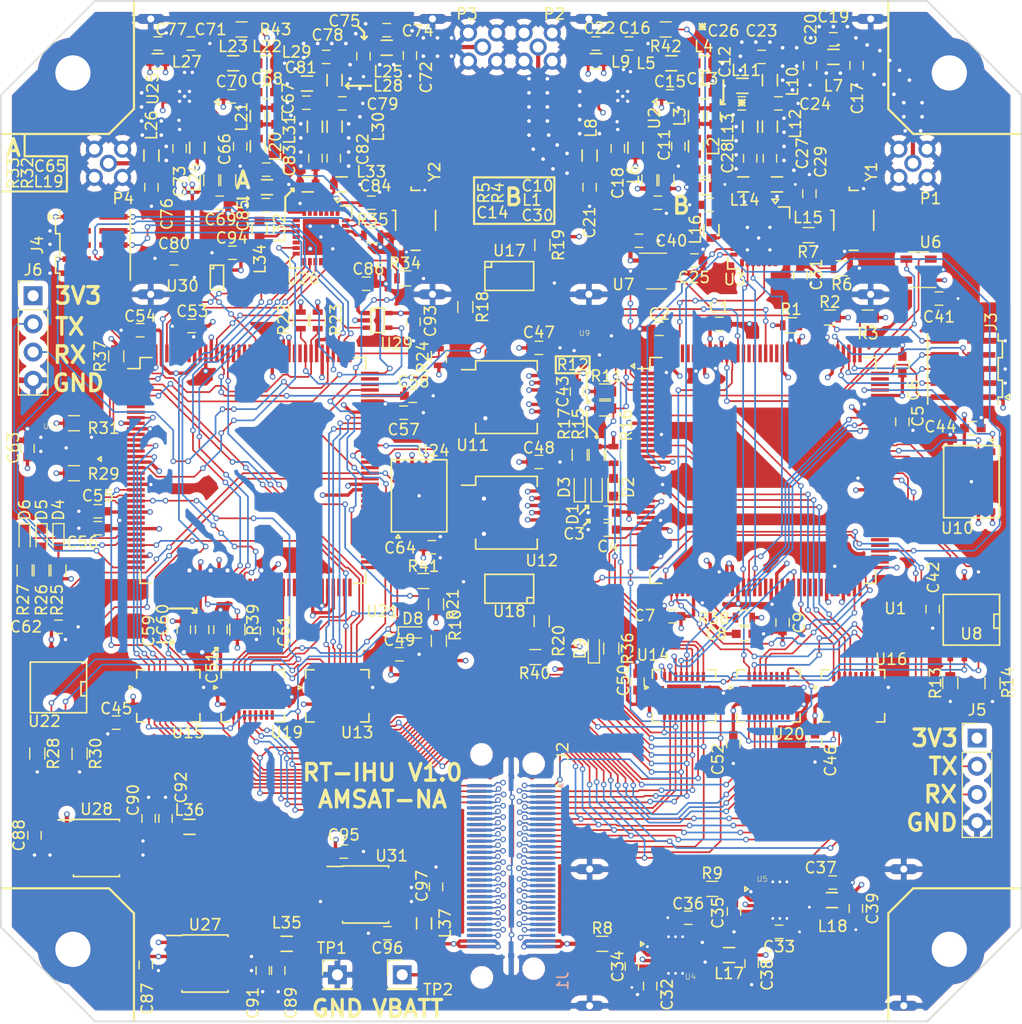
<source format=kicad_pcb>
(kicad_pcb (version 20170123) (host pcbnew no-vcs-found)
  (layers (0 F.Cu signal) (1 In1.Cu signal hide) (2 In2.Cu signal hide) (31 B.Cu signal hide) (34 B.Paste user) (35 F.Paste user) (36 B.SilkS user) (37 F.SilkS user) (38 B.Mask user) (39 F.Mask user) (44 Edge.Cuts user))
  (net 0 "")
  (net 1 GND)
  (net 2 PRI_3V3_FB)
  (net 3 PRI_1V2_FB)
  (net 4 "Net-(C10-Pad2)")
  (net 5 PRI_AX5043_ANTP1)
  (net 6 "Net-(C11-Pad2)")
  (net 7 "Net-(C12-Pad2)")
  (net 8 PRI_SSPA_VCC)
  (net 9 "Net-(C16-Pad1)")
  (net 10 "Net-(C17-Pad1)")
  (net 11 "Net-(C19-Pad1)")
  (net 12 "Net-(C21-Pad1)")
  (net 13 "Net-(C22-Pad1)")
  (net 14 "Net-(C23-Pad1)")
  (net 15 "Net-(C24-Pad1)")
  (net 16 "Net-(C27-Pad2)")
  (net 17 "Net-(C27-Pad1)")
  (net 18 "Net-(C28-Pad2)")
  (net 19 "Net-(C28-Pad1)")
  (net 20 "Net-(C29-Pad1)")
  (net 21 "Net-(C30-Pad1)")
  (net 22 PRI_AX5043_3V3)
  (net 23 "Net-(C32-Pad1)")
  (net 24 "Net-(C33-Pad1)")
  (net 25 "Net-(C34-Pad1)")
  (net 26 "Net-(C35-Pad1)")
  (net 27 VBATT)
  (net 28 ARB_BATT)
  (net 29 SEC_AX5043_ANTP1)
  (net 30 "Net-(C65-Pad2)")
  (net 31 "Net-(C66-Pad2)")
  (net 32 "Net-(C67-Pad2)")
  (net 33 SEC_SSPA_VCC)
  (net 34 "Net-(C71-Pad1)")
  (net 35 "Net-(C72-Pad1)")
  (net 36 "Net-(C74-Pad1)")
  (net 37 "Net-(C76-Pad1)")
  (net 38 "Net-(C77-Pad1)")
  (net 39 "Net-(C78-Pad1)")
  (net 40 "Net-(C79-Pad1)")
  (net 41 "Net-(C82-Pad1)")
  (net 42 "Net-(C82-Pad2)")
  (net 43 "Net-(C83-Pad2)")
  (net 44 "Net-(C83-Pad1)")
  (net 45 "Net-(C84-Pad1)")
  (net 46 "Net-(C85-Pad1)")
  (net 47 SEC_AX5043_3V3)
  (net 48 "Net-(C89-Pad1)")
  (net 49 "Net-(C90-Pad1)")
  (net 50 "Net-(D1-Pad1)")
  (net 51 "Net-(D1-Pad2)")
  (net 52 "Net-(D2-Pad2)")
  (net 53 "Net-(D2-Pad1)")
  (net 54 "Net-(D3-Pad1)")
  (net 55 "Net-(D3-Pad2)")
  (net 56 "Net-(D4-Pad2)")
  (net 57 "Net-(D4-Pad1)")
  (net 58 "Net-(D5-Pad1)")
  (net 59 "Net-(D5-Pad2)")
  (net 60 "Net-(D6-Pad2)")
  (net 61 "Net-(D6-Pad1)")
  (net 62 "Net-(J3-Pad8)")
  (net 63 "Net-(J3-Pad7)")
  (net 64 "Net-(J3-Pad6)")
  (net 65 "Net-(J3-Pad4)")
  (net 66 "Net-(J3-Pad2)")
  (net 67 "Net-(J4-Pad2)")
  (net 68 "Net-(J4-Pad4)")
  (net 69 "Net-(J4-Pad6)")
  (net 70 "Net-(J4-Pad7)")
  (net 71 "Net-(J4-Pad8)")
  (net 72 "Net-(L5-Pad2)")
  (net 73 "Net-(L6-Pad1)")
  (net 74 "Net-(L8-Pad1)")
  (net 75 "Net-(L16-Pad2)")
  (net 76 "Net-(L16-Pad1)")
  (net 77 "Net-(L17-Pad1)")
  (net 78 "Net-(L18-Pad1)")
  (net 79 "Net-(L23-Pad2)")
  (net 80 "Net-(L24-Pad1)")
  (net 81 "Net-(L26-Pad1)")
  (net 82 "Net-(L34-Pad1)")
  (net 83 "Net-(L34-Pad2)")
  (net 84 PRI_FAULT_N)
  (net 85 "Net-(R3-Pad2)")
  (net 86 "Net-(R4-Pad1)")
  (net 87 "Net-(R5-Pad2)")
  (net 88 "Net-(R6-Pad1)")
  (net 89 "Net-(R7-Pad1)")
  (net 90 PRI_I2C_SDA)
  (net 91 PRI_I2C_SCL)
  (net 92 "Net-(R13-Pad1)")
  (net 93 "Net-(R14-Pad1)")
  (net 94 "Net-(R18-Pad2)")
  (net 95 PRI_UART_RX2)
  (net 96 "Net-(R20-Pad2)")
  (net 97 SEC_UART_RX2)
  (net 98 SEC_FAULT_N)
  (net 99 "Net-(R24-Pad2)")
  (net 100 "Net-(R28-Pad1)")
  (net 101 SEC_I2C_SDA)
  (net 102 "Net-(R30-Pad1)")
  (net 103 SEC_I2C_SCL)
  (net 104 "Net-(R32-Pad1)")
  (net 105 "Net-(R33-Pad2)")
  (net 106 "Net-(R34-Pad1)")
  (net 107 "Net-(R35-Pad1)")
  (net 108 PRI_PWR_SW_SSPA)
  (net 109 PRI_PWR_SW_AX5043)
  (net 110 "Net-(U1-Pad6)")
  (net 111 "Net-(U1-Pad7)")
  (net 112 "Net-(U1-Pad8)")
  (net 113 PRI_EXP_EN_1)
  (net 114 "Net-(U1-Pad12)")
  (net 115 "Net-(U1-Pad13)")
  (net 116 PRI_EXP_EN_2)
  (net 117 "Net-(U1-Pad15)")
  (net 118 PRI_EXP_EN_3)
  (net 119 PRI_AX5043_SYSCLK)
  (net 120 "Net-(U1-Pad19)")
  (net 121 "Net-(U1-Pad20)")
  (net 122 PRI_EXP_EN_4)
  (net 123 PRI_SAT_SPI_NCS)
  (net 124 "Net-(U1-Pad33)")
  (net 125 "Net-(U1-Pad35)")
  (net 126 PRI_AX5043_SEL)
  (net 127 PRI_UART_RX1)
  (net 128 PRI_UART_TX1)
  (net 129 "Net-(U1-Pad40)")
  (net 130 "Net-(U1-Pad41)")
  (net 131 PRI_AX5043_MISO)
  (net 132 PRI_AX5043_MOSI)
  (net 133 PRI_AX5043_CLK)
  (net 134 "Net-(U1-Pad54)")
  (net 135 "Net-(U1-Pad55)")
  (net 136 "Net-(U1-Pad58)")
  (net 137 "Net-(U1-Pad59)")
  (net 138 PRI_TX_PA_CURRENT)
  (net 139 "Net-(U1-Pad61)")
  (net 140 "Net-(U1-Pad62)")
  (net 141 "Net-(U1-Pad63)")
  (net 142 "Net-(U1-Pad64)")
  (net 143 "Net-(U1-Pad65)")
  (net 144 "Net-(U1-Pad70)")
  (net 145 PRI_TX_TEMP)
  (net 146 "Net-(U1-Pad72)")
  (net 147 PRI_EXP4_TEMP)
  (net 148 PRI_RX_TEMP)
  (net 149 "Net-(U1-Pad75)")
  (net 150 "Net-(U1-Pad77)")
  (net 151 "Net-(U1-Pad78)")
  (net 152 "Net-(U1-Pad79)")
  (net 153 "Net-(U1-Pad80)")
  (net 154 "Net-(U1-Pad81)")
  (net 155 "Net-(U1-Pad82)")
  (net 156 "Net-(U1-Pad83)")
  (net 157 "Net-(U1-Pad84)")
  (net 158 "Net-(U1-Pad85)")
  (net 159 "Net-(U1-Pad86)")
  (net 160 PRI_DCAN1TX)
  (net 161 PRI_DCAN1RX)
  (net 162 "Net-(U1-Pad91)")
  (net 163 "Net-(U1-Pad92)")
  (net 164 PRI_MRAM_MOSI)
  (net 165 PRI_MRAM_MISO)
  (net 166 PRI_MRAM_CLK)
  (net 167 "Net-(U1-Pad96)")
  (net 168 "Net-(U1-Pad97)")
  (net 169 PRI_SAT_SPI_MOSI)
  (net 170 PRI_SAT_SPI_MISO)
  (net 171 PRI_SAT_SPI_CLK)
  (net 172 PRI_MRAM_NCS)
  (net 173 "Net-(U1-Pad106)")
  (net 174 "Net-(U1-Pad107)")
  (net 175 "Net-(U1-Pad118)")
  (net 176 "Net-(U1-Pad119)")
  (net 177 "Net-(U1-Pad124)")
  (net 178 "Net-(U1-Pad125)")
  (net 179 PRI_PWR_FLAG_SSPA)
  (net 180 "Net-(U1-Pad127)")
  (net 181 "Net-(U1-Pad128)")
  (net 182 "Net-(U1-Pad130)")
  (net 183 PRI_PWR_FLAG_AX5043)
  (net 184 "Net-(U1-Pad139)")
  (net 185 "Net-(U1-Pad140)")
  (net 186 "Net-(U1-Pad141)")
  (net 187 PRI_AX5043_IRQ)
  (net 188 "Net-(U3-Pad12)")
  (net 189 "Net-(U3-Pad8)")
  (net 190 "Net-(U3-Pad11)")
  (net 191 "Net-(U3-Pad22)")
  (net 192 "Net-(U3-Pad24)")
  (net 193 "Net-(U3-Pad28)")
  (net 194 "Net-(U3-Pad27)")
  (net 195 "Net-(U3-Pad18)")
  (net 196 "Net-(U3-Pad21)")
  (net 197 PRI_CANH)
  (net 198 PRI_CANL)
  (net 199 "Net-(U9-Pad3)")
  (net 200 SEC_UART_TX2)
  (net 201 PRI_UART_TX2)
  (net 202 SEC_AX5043_IRQ)
  (net 203 "Net-(U21-Pad141)")
  (net 204 "Net-(U21-Pad140)")
  (net 205 "Net-(U21-Pad139)")
  (net 206 SEC_PWR_FLAG_AX5043)
  (net 207 "Net-(U21-Pad130)")
  (net 208 "Net-(U21-Pad128)")
  (net 209 "Net-(U21-Pad127)")
  (net 210 SEC_PWR_FLAG_SSPA)
  (net 211 "Net-(U21-Pad125)")
  (net 212 "Net-(U21-Pad124)")
  (net 213 "Net-(U21-Pad119)")
  (net 214 "Net-(U21-Pad118)")
  (net 215 "Net-(U21-Pad107)")
  (net 216 "Net-(U21-Pad106)")
  (net 217 SEC_MRAM_NCS)
  (net 218 SEC_SAT_SPI_CLK)
  (net 219 SEC_SAT_SPI_MISO)
  (net 220 SEC_SAT_SPI_MOSI)
  (net 221 "Net-(U21-Pad97)")
  (net 222 "Net-(U21-Pad96)")
  (net 223 SEC_MRAM_CLK)
  (net 224 SEC_MRAM_MISO)
  (net 225 SEC_MRAM_MOSI)
  (net 226 "Net-(U21-Pad92)")
  (net 227 "Net-(U21-Pad91)")
  (net 228 SEC_DCAN1RX)
  (net 229 SEC_DCAN1TX)
  (net 230 "Net-(U21-Pad86)")
  (net 231 "Net-(U21-Pad85)")
  (net 232 "Net-(U21-Pad84)")
  (net 233 "Net-(U21-Pad83)")
  (net 234 "Net-(U21-Pad82)")
  (net 235 "Net-(U21-Pad81)")
  (net 236 "Net-(U21-Pad80)")
  (net 237 "Net-(U21-Pad79)")
  (net 238 "Net-(U21-Pad78)")
  (net 239 "Net-(U21-Pad77)")
  (net 240 "Net-(U21-Pad75)")
  (net 241 SEC_RX_TEMP)
  (net 242 SEC_EXP4_TEMP)
  (net 243 "Net-(U21-Pad72)")
  (net 244 SEC_TX_TEMP)
  (net 245 "Net-(U21-Pad70)")
  (net 246 "Net-(U21-Pad65)")
  (net 247 "Net-(U21-Pad64)")
  (net 248 "Net-(U21-Pad63)")
  (net 249 "Net-(U21-Pad62)")
  (net 250 "Net-(U21-Pad61)")
  (net 251 SEC_TX_PA_CURRENT)
  (net 252 "Net-(U21-Pad59)")
  (net 253 "Net-(U21-Pad58)")
  (net 254 "Net-(U21-Pad55)")
  (net 255 "Net-(U21-Pad54)")
  (net 256 SEC_AX5043_CLK)
  (net 257 SEC_AX5043_MOSI)
  (net 258 SEC_AX5043_MISO)
  (net 259 "Net-(U21-Pad41)")
  (net 260 "Net-(U21-Pad40)")
  (net 261 SEC_UART_TX1)
  (net 262 SEC_UART_RX1)
  (net 263 SEC_AX5043_SEL)
  (net 264 "Net-(U21-Pad35)")
  (net 265 "Net-(U21-Pad33)")
  (net 266 SEC_SAT_SPI_NCS)
  (net 267 SEC_EXP_EN_4)
  (net 268 "Net-(U21-Pad20)")
  (net 269 "Net-(U21-Pad19)")
  (net 270 SEC_AX5043_SYSCLK)
  (net 271 SEC_EXP_EN_3)
  (net 272 "Net-(U21-Pad15)")
  (net 273 SEC_EXP_EN_2)
  (net 274 "Net-(U21-Pad13)")
  (net 275 "Net-(U21-Pad12)")
  (net 276 SEC_EXP_EN_1)
  (net 277 "Net-(U21-Pad8)")
  (net 278 "Net-(U21-Pad7)")
  (net 279 "Net-(U21-Pad6)")
  (net 280 SEC_PWR_SW_AX5043)
  (net 281 SEC_PWR_SW_SSPA)
  (net 282 SEC_CANL)
  (net 283 SEC_CANH)
  (net 284 "Net-(U23-Pad3)")
  (net 285 "Net-(U26-Pad21)")
  (net 286 "Net-(U26-Pad18)")
  (net 287 "Net-(U26-Pad27)")
  (net 288 "Net-(U26-Pad28)")
  (net 289 "Net-(U26-Pad24)")
  (net 290 "Net-(U26-Pad22)")
  (net 291 "Net-(U26-Pad11)")
  (net 292 "Net-(U26-Pad8)")
  (net 293 "Net-(U26-Pad12)")
  (net 294 "Net-(U11-Pad3)")
  (net 295 "Net-(U11-Pad6)")
  (net 296 "Net-(U11-Pad8)")
  (net 297 "Net-(U11-Pad11)")
  (net 298 "Net-(U12-Pad9)")
  (net 299 "Net-(U12-Pad8)")
  (net 300 SEC_EN_N)
  (net 301 PRI_EN_N)
  (net 302 "Net-(U13-Pad1)")
  (net 303 I2C_SDA1)
  (net 304 I2C_SCL1)
  (net 305 SPI_SCK1)
  (net 306 SPI_MISO1)
  (net 307 SPI_MOSI1)
  (net 308 CANL)
  (net 309 CANH)
  (net 310 "Net-(U14-Pad1)")
  (net 311 "Net-(U15-Pad1)")
  (net 312 "Net-(U15-Pad6)")
  (net 313 "Net-(U15-Pad7)")
  (net 314 UART_RX1)
  (net 315 UART_TX1)
  (net 316 "Net-(U15-Pad13)")
  (net 317 "Net-(U15-Pad14)")
  (net 318 EXP_EN_4)
  (net 319 EXP_EN_3)
  (net 320 EXP_EN_2)
  (net 321 EXP_EN_1)
  (net 322 "Net-(U16-Pad14)")
  (net 323 "Net-(U16-Pad13)")
  (net 324 "Net-(U16-Pad7)")
  (net 325 "Net-(U16-Pad6)")
  (net 326 "Net-(U16-Pad1)")
  (net 327 "Net-(U19-Pad1)")
  (net 328 "Net-(U19-Pad6)")
  (net 329 "Net-(U19-Pad7)")
  (net 330 "Net-(U19-Pad8)")
  (net 331 "Net-(U19-Pad12)")
  (net 332 "Net-(U19-Pad13)")
  (net 333 "Net-(U19-Pad14)")
  (net 334 RX_TEMP)
  (net 335 EXP4_TEMP)
  (net 336 TX_TEMP)
  (net 337 TX_PA_CURRENT)
  (net 338 "Net-(U20-Pad14)")
  (net 339 "Net-(U20-Pad13)")
  (net 340 "Net-(U20-Pad12)")
  (net 341 "Net-(U20-Pad8)")
  (net 342 "Net-(U20-Pad7)")
  (net 343 "Net-(U20-Pad6)")
  (net 344 "Net-(U20-Pad1)")
  (net 345 BUS_55)
  (net 346 ATTACHED)
  (net 347 BUS_51)
  (net 348 BUS_49)
  (net 349 BUS_47)
  (net 350 BUS_45)
  (net 351 BUS_43)
  (net 352 BUS_41)
  (net 353 I2C_SDA2)
  (net 354 I2C_SCL2)
  (net 355 BUS_35)
  (net 356 BUS_33)
  (net 357 ALERT_SIGNAL)
  (net 358 BUS_29)
  (net 359 CS_PSU)
  (net 360 RSSI)
  (net 361 TX_AUDIO_1)
  (net 362 BUS_14)
  (net 363 FCODE_D0)
  (net 364 FCODE_D1)
  (net 365 FCODE_D2)
  (net 366 FCODE_D3)
  (net 367 FCODE_STROBE)
  (net 368 IHU_PTT)
  (net 369 RX_PTT)
  (net 370 RX_CD)
  (net 371 RX_AUDIO_1)
  (net 372 BUS_36)
  (net 373 SENSOR_POWER)
  (net 374 TX_FREQ_CTRL)
  (net 375 RX_FREQ_CTRL)
  (net 376 ANT_DEP_1)
  (net 377 ANT_SENSE_1)
  (net 378 ANT_SENSE_2)
  (net 379 ANT_DEP_2)
  (net 380 BUS_52)
  (net 381 BUS_54)
  (net 382 BUS_56)
  (net 383 CMD_MODE)
  (net 384 "Net-(U27-Pad4)")
  (net 385 "Net-(U28-Pad4)")
  (net 386 +3V3_SEC)
  (net 387 +1V2_SEC)
  (net 388 "Net-(J3-Pad10)")
  (net 389 "Net-(J4-Pad10)")
  (net 390 "Net-(R37-Pad1)")
  (net 391 "Net-(R38-Pad2)")
  (net 392 "Net-(R39-Pad2)")
  (net 393 "Net-(J5-Pad2)")
  (net 394 "Net-(J5-Pad3)")
  (net 395 "Net-(J6-Pad3)")
  (net 396 "Net-(J6-Pad2)")
  (net 397 PRI_IN_COMMAND_N)
  (net 398 "Net-(U3-Pad20)")
  (net 399 SEC_IN_COMMAND_N)
  (net 400 "Net-(U26-Pad20)")
  (net 401 "Net-(D8-Pad2)")
  (net 402 "Net-(D9-Pad2)")
  (net 403 "Net-(R40-Pad1)")
  (net 404 "Net-(R41-Pad1)")
  (net 405 "Net-(U1-Pad129)")
  (net 406 "Net-(U21-Pad129)")
  (net 407 "Net-(C96-Pad1)")
  (net 408 "Net-(U31-Pad4)")
  (net 409 PRI_SSPA_PDET)
  (net 410 SEC_SSPA_PDET)
  (module amsat_onsemi:QFN28 (layer F.Cu) (at 178.8541 79.2861 270)
    (fp_text reference U26 (at 3.7338 1.6002) (layer F.SilkS))
    (fp_text value AX5043 hide)
    (pad 14 smd rect (at 1.5 2.225 270) (size 0.35 0.65) (layers F.Cu F.Paste F.Mask) (net 263 SEC_AX5043_SEL))
    (pad 13 smd rect (at 1 2.225 270) (size 0.35 0.65) (layers F.Cu F.Paste F.Mask) (net 270 SEC_AX5043_SYSCLK))
    (pad 12 smd rect (at 0.5 2.225 270) (size 0.35 0.65) (layers F.Cu F.Paste F.Mask) (net 293 "Net-(U26-Pad12)"))
    (pad 8 smd rect (at -1.5 2.225 270) (size 0.35 0.65) (layers F.Cu F.Paste F.Mask) (net 292 "Net-(U26-Pad8)"))
    (pad 9 smd rect (at -1 2.225 270) (size 0.35 0.65) (layers F.Cu F.Paste F.Mask) (net 82 "Net-(L34-Pad1)"))
    (pad 10 smd rect (at -0.5 2.225 270) (size 0.35 0.65) (layers F.Cu F.Paste F.Mask) (net 83 "Net-(L34-Pad2)"))
    (pad 11 smd rect (at 0 2.225 270) (size 0.35 0.65) (layers F.Cu F.Paste F.Mask) (net 291 "Net-(U26-Pad11)"))
    (pad 22 smd rect (at 1.5 -2.225 270) (size 0.35 0.65) (layers F.Cu F.Paste F.Mask) (net 290 "Net-(U26-Pad22)"))
    (pad 23 smd rect (at 1 -2.225 270) (size 0.35 0.65) (layers F.Cu F.Paste F.Mask) (net 47 SEC_AX5043_3V3))
    (pad 24 smd rect (at 0.5 -2.225 270) (size 0.35 0.65) (layers F.Cu F.Paste F.Mask) (net 289 "Net-(U26-Pad24)"))
    (pad 28 smd rect (at -1.5 -2.225 270) (size 0.35 0.65) (layers F.Cu F.Paste F.Mask) (net 288 "Net-(U26-Pad28)"))
    (pad 27 smd rect (at -1 -2.225 270) (size 0.35 0.65) (layers F.Cu F.Paste F.Mask) (net 287 "Net-(U26-Pad27)"))
    (pad 26 smd rect (at -0.5 -2.225 270) (size 0.35 0.65) (layers F.Cu F.Paste F.Mask) (net 107 "Net-(R35-Pad1)"))
    (pad 25 smd rect (at 0 -2.225 270) (size 0.35 0.65) (layers F.Cu F.Paste F.Mask) (net 106 "Net-(R34-Pad1)"))
    (pad 15 smd rect (at 2.225 1.5 270) (size 0.65 0.35) (layers F.Cu F.Paste F.Mask) (net 256 SEC_AX5043_CLK))
    (pad 16 smd rect (at 2.225 1 270) (size 0.65 0.35) (layers F.Cu F.Paste F.Mask) (net 258 SEC_AX5043_MISO))
    (pad 17 smd rect (at 2.225 0.5 270) (size 0.65 0.35) (layers F.Cu F.Paste F.Mask) (net 257 SEC_AX5043_MOSI))
    (pad 18 smd rect (at 2.225 0 270) (size 0.65 0.35) (layers F.Cu F.Paste F.Mask) (net 286 "Net-(U26-Pad18)"))
    (pad 19 smd rect (at 2.225 -0.5 270) (size 0.65 0.35) (layers F.Cu F.Paste F.Mask) (net 202 SEC_AX5043_IRQ))
    (pad 20 smd rect (at 2.225 -1 270) (size 0.65 0.35) (layers F.Cu F.Paste F.Mask) (net 400 "Net-(U26-Pad20)"))
    (pad 21 smd rect (at 2.225 -1.5 270) (size 0.65 0.35) (layers F.Cu F.Paste F.Mask) (net 285 "Net-(U26-Pad21)"))
    (pad 7 smd rect (at -2.225 1.5 270) (size 0.65 0.35) (layers F.Cu F.Paste F.Mask) (net 46 "Net-(C85-Pad1)"))
    (pad 6 smd rect (at -2.225 1 270) (size 0.65 0.35) (layers F.Cu F.Paste F.Mask) (net 1 GND))
    (pad 5 smd rect (at -2.225 0.5 270) (size 0.65 0.35) (layers F.Cu F.Paste F.Mask) (net 29 SEC_AX5043_ANTP1))
    (pad 3 smd rect (at -2.225 -0.5 270) (size 0.65 0.35) (layers F.Cu F.Paste F.Mask) (net 41 "Net-(C82-Pad1)"))
    (pad 2 smd rect (at -2.225 -1 270) (size 0.65 0.35) (layers F.Cu F.Paste F.Mask) (net 1 GND))
    (pad 1 smd rect (at -2.225 -1.5 270) (size 0.65 0.35) (layers F.Cu F.Paste F.Mask) (net 45 "Net-(C84-Pad1)"))
    (pad 0 smd rect (at 0 0 270) (size 3.25 3.25) (layers F.Cu F.Mask) (net 1 GND))
    (pad 4 smd rect (at -2.225 0 270) (size 0.65 0.35) (layers F.Cu F.Paste F.Mask) (net 44 "Net-(C83-Pad1)"))
  )
  (module amsat_onsemi:QFN28 (layer F.Cu) (at 218.313 79.375 270)
    (fp_text reference U3 (at 3.7465 2.159) (layer F.SilkS))
    (fp_text value AX5043 hide)
    (pad 14 smd rect (at 1.5 2.225 270) (size 0.35 0.65) (layers F.Cu F.Paste F.Mask) (net 126 PRI_AX5043_SEL))
    (pad 13 smd rect (at 1 2.225 270) (size 0.35 0.65) (layers F.Cu F.Paste F.Mask) (net 119 PRI_AX5043_SYSCLK))
    (pad 12 smd rect (at 0.5 2.225 270) (size 0.35 0.65) (layers F.Cu F.Paste F.Mask) (net 188 "Net-(U3-Pad12)"))
    (pad 8 smd rect (at -1.5 2.225 270) (size 0.35 0.65) (layers F.Cu F.Paste F.Mask) (net 189 "Net-(U3-Pad8)"))
    (pad 9 smd rect (at -1 2.225 270) (size 0.35 0.65) (layers F.Cu F.Paste F.Mask) (net 76 "Net-(L16-Pad1)"))
    (pad 10 smd rect (at -0.5 2.225 270) (size 0.35 0.65) (layers F.Cu F.Paste F.Mask) (net 75 "Net-(L16-Pad2)"))
    (pad 11 smd rect (at 0 2.225 270) (size 0.35 0.65) (layers F.Cu F.Paste F.Mask) (net 190 "Net-(U3-Pad11)"))
    (pad 22 smd rect (at 1.5 -2.225 270) (size 0.35 0.65) (layers F.Cu F.Paste F.Mask) (net 191 "Net-(U3-Pad22)"))
    (pad 23 smd rect (at 1 -2.225 270) (size 0.35 0.65) (layers F.Cu F.Paste F.Mask) (net 22 PRI_AX5043_3V3))
    (pad 24 smd rect (at 0.5 -2.225 270) (size 0.35 0.65) (layers F.Cu F.Paste F.Mask) (net 192 "Net-(U3-Pad24)"))
    (pad 28 smd rect (at -1.5 -2.225 270) (size 0.35 0.65) (layers F.Cu F.Paste F.Mask) (net 193 "Net-(U3-Pad28)"))
    (pad 27 smd rect (at -1 -2.225 270) (size 0.35 0.65) (layers F.Cu F.Paste F.Mask) (net 194 "Net-(U3-Pad27)"))
    (pad 26 smd rect (at -0.5 -2.225 270) (size 0.35 0.65) (layers F.Cu F.Paste F.Mask) (net 89 "Net-(R7-Pad1)"))
    (pad 25 smd rect (at 0 -2.225 270) (size 0.35 0.65) (layers F.Cu F.Paste F.Mask) (net 88 "Net-(R6-Pad1)"))
    (pad 15 smd rect (at 2.225 1.5 270) (size 0.65 0.35) (layers F.Cu F.Paste F.Mask) (net 133 PRI_AX5043_CLK))
    (pad 16 smd rect (at 2.225 1 270) (size 0.65 0.35) (layers F.Cu F.Paste F.Mask) (net 131 PRI_AX5043_MISO))
    (pad 17 smd rect (at 2.225 0.5 270) (size 0.65 0.35) (layers F.Cu F.Paste F.Mask) (net 132 PRI_AX5043_MOSI))
    (pad 18 smd rect (at 2.225 0 270) (size 0.65 0.35) (layers F.Cu F.Paste F.Mask) (net 195 "Net-(U3-Pad18)"))
    (pad 19 smd rect (at 2.225 -0.5 270) (size 0.65 0.35) (layers F.Cu F.Paste F.Mask) (net 187 PRI_AX5043_IRQ))
    (pad 20 smd rect (at 2.225 -1 270) (size 0.65 0.35) (layers F.Cu F.Paste F.Mask) (net 398 "Net-(U3-Pad20)"))
    (pad 21 smd rect (at 2.225 -1.5 270) (size 0.65 0.35) (layers F.Cu F.Paste F.Mask) (net 196 "Net-(U3-Pad21)"))
    (pad 7 smd rect (at -2.225 1.5 270) (size 0.65 0.35) (layers F.Cu F.Paste F.Mask) (net 21 "Net-(C30-Pad1)"))
    (pad 6 smd rect (at -2.225 1 270) (size 0.65 0.35) (layers F.Cu F.Paste F.Mask) (net 1 GND))
    (pad 5 smd rect (at -2.225 0.5 270) (size 0.65 0.35) (layers F.Cu F.Paste F.Mask) (net 5 PRI_AX5043_ANTP1))
    (pad 3 smd rect (at -2.225 -0.5 270) (size 0.65 0.35) (layers F.Cu F.Paste F.Mask) (net 17 "Net-(C27-Pad1)"))
    (pad 2 smd rect (at -2.225 -1 270) (size 0.65 0.35) (layers F.Cu F.Paste F.Mask) (net 1 GND))
    (pad 1 smd rect (at -2.225 -1.5 270) (size 0.65 0.35) (layers F.Cu F.Paste F.Mask) (net 20 "Net-(C29-Pad1)"))
    (pad 0 smd rect (at 0 0 270) (size 3.25 3.25) (layers F.Cu F.Mask) (net 1 GND))
    (pad 4 smd rect (at -2.225 0 270) (size 0.65 0.35) (layers F.Cu F.Paste F.Mask) (net 19 "Net-(C28-Pad1)"))
  )
  (module amsat_nxp:QFN12 (layer F.Cu) (at 206.0575 66.6115 180)
    (fp_text reference U2 (at -2.8575 -1.9685 270) (layer F.SilkS))
    (fp_text value MMZ09312BT1 hide)
    (pad 0 smd rect (at 0 0 180) (size 1.6 1.6) (layers F.Cu F.Paste F.Mask) (net 1 GND))
    (pad 1 smd rect (at -1.35 -0.5 180) (size 0.7 0.3) (layers F.Cu F.Paste F.Mask) (net 86 "Net-(R4-Pad1)"))
    (pad 2 smd rect (at -1.35 0 180) (size 0.7 0.3) (layers F.Cu F.Paste F.Mask) (net 8 PRI_SSPA_VCC))
    (pad 3 smd rect (at -1.35 0.5 180) (size 0.7 0.3) (layers F.Cu F.Paste F.Mask) (net 72 "Net-(L5-Pad2)"))
    (pad 9 smd rect (at 1.35 -0.5 180) (size 0.7 0.3) (layers F.Cu F.Paste F.Mask) (net 13 "Net-(C22-Pad1)"))
    (pad 8 smd rect (at 1.35 0 180) (size 0.7 0.3) (layers F.Cu F.Paste F.Mask) (net 74 "Net-(L8-Pad1)"))
    (pad 7 smd rect (at 1.35 0.5 180) (size 0.7 0.3) (layers F.Cu F.Paste F.Mask) (net 74 "Net-(L8-Pad1)"))
    (pad 5 smd rect (at 0 1.35 180) (size 0.3 0.7) (layers F.Cu F.Paste F.Mask) (net 1 GND))
    (pad 4 smd rect (at -0.5 1.35 180) (size 0.3 0.7) (layers F.Cu F.Paste F.Mask) (net 1 GND))
    (pad 6 smd rect (at 0.5 1.35 180) (size 0.3 0.7) (layers F.Cu F.Paste F.Mask) (net 9 "Net-(C16-Pad1)"))
    (pad 11 smd rect (at 0 -1.35 180) (size 0.3 0.7) (layers F.Cu F.Paste F.Mask) (net 73 "Net-(L6-Pad1)"))
    (pad 12 smd rect (at -0.5 -1.35 180) (size 0.3 0.7) (layers F.Cu F.Paste F.Mask) (net 87 "Net-(R5-Pad2)"))
    (pad 10 smd rect (at 0.5 -1.35 180) (size 0.3 0.7) (layers F.Cu F.Paste F.Mask) (net 1 GND))
  )
  (module amsat_nxp:QFN12 (layer F.Cu) (at 166.5605 66.6115 180)
    (fp_text reference U25 (at 2.8575 0.6985 270) (layer F.SilkS))
    (fp_text value MMZ09312BT1 hide)
    (pad 0 smd rect (at 0 0 180) (size 1.6 1.6) (layers F.Cu F.Paste F.Mask) (net 1 GND))
    (pad 1 smd rect (at -1.35 -0.5 180) (size 0.7 0.3) (layers F.Cu F.Paste F.Mask) (net 104 "Net-(R32-Pad1)"))
    (pad 2 smd rect (at -1.35 0 180) (size 0.7 0.3) (layers F.Cu F.Paste F.Mask) (net 33 SEC_SSPA_VCC))
    (pad 3 smd rect (at -1.35 0.5 180) (size 0.7 0.3) (layers F.Cu F.Paste F.Mask) (net 79 "Net-(L23-Pad2)"))
    (pad 9 smd rect (at 1.35 -0.5 180) (size 0.7 0.3) (layers F.Cu F.Paste F.Mask) (net 38 "Net-(C77-Pad1)"))
    (pad 8 smd rect (at 1.35 0 180) (size 0.7 0.3) (layers F.Cu F.Paste F.Mask) (net 81 "Net-(L26-Pad1)"))
    (pad 7 smd rect (at 1.35 0.5 180) (size 0.7 0.3) (layers F.Cu F.Paste F.Mask) (net 81 "Net-(L26-Pad1)"))
    (pad 5 smd rect (at 0 1.35 180) (size 0.3 0.7) (layers F.Cu F.Paste F.Mask) (net 1 GND))
    (pad 4 smd rect (at -0.5 1.35 180) (size 0.3 0.7) (layers F.Cu F.Paste F.Mask) (net 1 GND))
    (pad 6 smd rect (at 0.5 1.35 180) (size 0.3 0.7) (layers F.Cu F.Paste F.Mask) (net 34 "Net-(C71-Pad1)"))
    (pad 11 smd rect (at 0 -1.35 180) (size 0.3 0.7) (layers F.Cu F.Paste F.Mask) (net 80 "Net-(L24-Pad1)"))
    (pad 12 smd rect (at -0.5 -1.35 180) (size 0.3 0.7) (layers F.Cu F.Paste F.Mask) (net 105 "Net-(R33-Pad2)"))
    (pad 10 smd rect (at 0.5 -1.35 180) (size 0.3 0.7) (layers F.Cu F.Paste F.Mask) (net 1 GND))
  )
  (module amsat_samtec:QSH-030-01-L-D-A (layer B.Cu) (at 196 136 270)
    (fp_text reference J1 (at 10.35 -4.65 270) (layer B.SilkS) (effects (justify mirror)))
    (fp_text value QSH-030-01-L-D-A hide)
    (pad "" np_thru_hole circle (at 10.025 2.64 270) (size 1.02 1.02) (drill 1.02) (layers *.Cu *.Mask))
    (pad 64 smd rect (at 8.065 0 270) (size 2.54 0.43) (layers B.Cu B.Paste B.Mask) (net 1 GND))
    (pad 63 smd rect (at 3.175 -0.05 270) (size 4.7 0.43) (layers B.Cu B.Paste B.Mask) (net 1 GND))
    (pad 61 smd rect (at -8.065 0 270) (size 2.54 0.43) (layers B.Cu B.Paste B.Mask) (net 1 GND))
    (pad 26 smd rect (at -1.25 2.85 270) (size 0.2794 2.27) (layers B.Cu B.Paste B.Mask) (net 383 CMD_MODE))
    (pad 60 smd rect (at 7.25 2.85 270) (size 0.2794 2.27) (layers B.Cu B.Paste B.Mask) (net 27 VBATT))
    (pad 58 smd rect (at 6.75 2.85 270) (size 0.2794 2.27) (layers B.Cu B.Paste B.Mask) (net 27 VBATT))
    (pad 56 smd rect (at 6.25 2.85 270) (size 0.2794 2.27) (layers B.Cu B.Paste B.Mask) (net 382 BUS_56))
    (pad 54 smd rect (at 5.75 2.85 270) (size 0.2794 2.27) (layers B.Cu B.Paste B.Mask) (net 381 BUS_54))
    (pad 52 smd rect (at 5.25 2.85 270) (size 0.2794 2.27) (layers B.Cu B.Paste B.Mask) (net 380 BUS_52))
    (pad 50 smd rect (at 4.75 2.85 270) (size 0.2794 2.27) (layers B.Cu B.Paste B.Mask) (net 379 ANT_DEP_2))
    (pad 48 smd rect (at 4.25 2.85 270) (size 0.2794 2.27) (layers B.Cu B.Paste B.Mask) (net 378 ANT_SENSE_2))
    (pad 46 smd rect (at 3.75 2.85 270) (size 0.2794 2.27) (layers B.Cu B.Paste B.Mask) (net 377 ANT_SENSE_1))
    (pad 44 smd rect (at 3.25 2.85 270) (size 0.2794 2.27) (layers B.Cu B.Paste B.Mask) (net 376 ANT_DEP_1))
    (pad 42 smd rect (at 2.75 2.85 270) (size 0.2794 2.27) (layers B.Cu B.Paste B.Mask) (net 375 RX_FREQ_CTRL))
    (pad 40 smd rect (at 2.25 2.85 270) (size 0.2794 2.27) (layers B.Cu B.Paste B.Mask) (net 374 TX_FREQ_CTRL))
    (pad 38 smd rect (at 1.75 2.85 270) (size 0.2794 2.27) (layers B.Cu B.Paste B.Mask) (net 373 SENSOR_POWER))
    (pad 36 smd rect (at 1.25 2.85 270) (size 0.2794 2.27) (layers B.Cu B.Paste B.Mask) (net 372 BUS_36))
    (pad 34 smd rect (at 0.75 2.85 270) (size 0.2794 2.27) (layers B.Cu B.Paste B.Mask) (net 371 RX_AUDIO_1))
    (pad 32 smd rect (at 0.25 2.85 270) (size 0.2794 2.27) (layers B.Cu B.Paste B.Mask) (net 370 RX_CD))
    (pad 30 smd rect (at -0.25 2.85 270) (size 0.2794 2.27) (layers B.Cu B.Paste B.Mask) (net 369 RX_PTT))
    (pad 28 smd rect (at -0.75 2.85 270) (size 0.2794 2.27) (layers B.Cu B.Paste B.Mask) (net 368 IHU_PTT))
    (pad 24 smd rect (at -1.75 2.85 270) (size 0.2794 2.27) (layers B.Cu B.Paste B.Mask) (net 367 FCODE_STROBE))
    (pad 22 smd rect (at -2.25 2.85 270) (size 0.2794 2.27) (layers B.Cu B.Paste B.Mask) (net 366 FCODE_D3))
    (pad 20 smd rect (at -2.75 2.85 270) (size 0.2794 2.27) (layers B.Cu B.Paste B.Mask) (net 365 FCODE_D2))
    (pad 18 smd rect (at -3.25 2.85 270) (size 0.2794 2.27) (layers B.Cu B.Paste B.Mask) (net 364 FCODE_D1))
    (pad 16 smd rect (at -3.75 2.85 270) (size 0.2794 2.27) (layers B.Cu B.Paste B.Mask) (net 363 FCODE_D0))
    (pad 14 smd rect (at -4.25 2.85 270) (size 0.2794 2.27) (layers B.Cu B.Paste B.Mask) (net 362 BUS_14))
    (pad 12 smd rect (at -4.75 2.85 270) (size 0.2794 2.27) (layers B.Cu B.Paste B.Mask) (net 361 TX_AUDIO_1))
    (pad 10 smd rect (at -5.25 2.85 270) (size 0.2794 2.27) (layers B.Cu B.Paste B.Mask) (net 360 RSSI))
    (pad 8 smd rect (at -5.75 2.85 270) (size 0.2794 2.27) (layers B.Cu B.Paste B.Mask) (net 334 RX_TEMP))
    (pad 6 smd rect (at -6.25 2.85 270) (size 0.2794 2.27) (layers B.Cu B.Paste B.Mask) (net 335 EXP4_TEMP))
    (pad 4 smd rect (at -6.75 2.85 270) (size 0.2794 2.27) (layers B.Cu B.Paste B.Mask) (net 336 TX_TEMP))
    (pad 2 smd rect (at -7.25 2.85 270) (size 0.2794 2.27) (layers B.Cu B.Paste B.Mask) (net 337 TX_PA_CURRENT))
    (pad 1 smd rect (at -7.25 -2.85 270) (size 0.2794 2.27) (layers B.Cu B.Paste B.Mask) (net 359 CS_PSU))
    (pad 3 smd rect (at -6.75 -2.85 270) (size 0.2794 2.27) (layers B.Cu B.Paste B.Mask) (net 305 SPI_SCK1))
    (pad 5 smd rect (at -6.25 -2.85 270) (size 0.2794 2.27) (layers B.Cu B.Paste B.Mask) (net 306 SPI_MISO1))
    (pad 7 smd rect (at -5.75 -2.85 270) (size 0.2794 2.27) (layers B.Cu B.Paste B.Mask) (net 307 SPI_MOSI1))
    (pad 9 smd rect (at -5.25 -2.85 270) (size 0.2794 2.27) (layers B.Cu B.Paste B.Mask) (net 309 CANH))
    (pad 11 smd rect (at -4.75 -2.85 270) (size 0.2794 2.27) (layers B.Cu B.Paste B.Mask) (net 308 CANL))
    (pad 13 smd rect (at -4.25 -2.85 270) (size 0.2794 2.27) (layers B.Cu B.Paste B.Mask) (net 321 EXP_EN_1))
    (pad 15 smd rect (at -3.75 -2.85 270) (size 0.2794 2.27) (layers B.Cu B.Paste B.Mask) (net 320 EXP_EN_2))
    (pad 17 smd rect (at -3.25 -2.85 270) (size 0.2794 2.27) (layers B.Cu B.Paste B.Mask) (net 319 EXP_EN_3))
    (pad 19 smd rect (at -2.75 -2.85 270) (size 0.2794 2.27) (layers B.Cu B.Paste B.Mask) (net 318 EXP_EN_4))
    (pad 21 smd rect (at -2.25 -2.85 270) (size 0.2794 2.27) (layers B.Cu B.Paste B.Mask) (net 314 UART_RX1))
    (pad 23 smd rect (at -1.75 -2.85 270) (size 0.2794 2.27) (layers B.Cu B.Paste B.Mask) (net 304 I2C_SCL1))
    (pad 27 smd rect (at -0.75 -2.85 270) (size 0.2794 2.27) (layers B.Cu B.Paste B.Mask) (net 315 UART_TX1))
    (pad 29 smd rect (at -0.25 -2.85 270) (size 0.2794 2.27) (layers B.Cu B.Paste B.Mask) (net 358 BUS_29))
    (pad 31 smd rect (at 0.25 -2.85 270) (size 0.2794 2.27) (layers B.Cu B.Paste B.Mask) (net 357 ALERT_SIGNAL))
    (pad 33 smd rect (at 0.75 -2.85 270) (size 0.2794 2.27) (layers B.Cu B.Paste B.Mask) (net 356 BUS_33))
    (pad 35 smd rect (at 1.25 -2.85 270) (size 0.2794 2.27) (layers B.Cu B.Paste B.Mask) (net 355 BUS_35))
    (pad 37 smd rect (at 1.75 -2.85 270) (size 0.2794 2.27) (layers B.Cu B.Paste B.Mask) (net 354 I2C_SCL2))
    (pad 39 smd rect (at 2.25 -2.85 270) (size 0.2794 2.27) (layers B.Cu B.Paste B.Mask) (net 353 I2C_SDA2))
    (pad 41 smd rect (at 2.75 -2.85 270) (size 0.2794 2.27) (layers B.Cu B.Paste B.Mask) (net 352 BUS_41))
    (pad 43 smd rect (at 3.25 -2.85 270) (size 0.2794 2.27) (layers B.Cu B.Paste B.Mask) (net 351 BUS_43))
    (pad 45 smd rect (at 3.75 -2.85 270) (size 0.2794 2.27) (layers B.Cu B.Paste B.Mask) (net 350 BUS_45))
    (pad 47 smd rect (at 4.25 -2.85 270) (size 0.2794 2.27) (layers B.Cu B.Paste B.Mask) (net 349 BUS_47))
    (pad 49 smd rect (at 4.75 -2.85 270) (size 0.2794 2.27) (layers B.Cu B.Paste B.Mask) (net 348 BUS_49))
    (pad 51 smd rect (at 5.25 -2.85 270) (size 0.2794 2.27) (layers B.Cu B.Paste B.Mask) (net 347 BUS_51))
    (pad 53 smd rect (at 5.75 -2.85 270) (size 0.2794 2.27) (layers B.Cu B.Paste B.Mask) (net 346 ATTACHED))
    (pad 55 smd rect (at 6.25 -2.85 270) (size 0.2794 2.27) (layers B.Cu B.Paste B.Mask) (net 345 BUS_55))
    (pad 57 smd rect (at 6.75 -2.85 270) (size 0.2794 2.27) (layers B.Cu B.Paste B.Mask) (net 27 VBATT))
    (pad 59 smd rect (at 7.25 -2.85 270) (size 0.2794 2.27) (layers B.Cu B.Paste B.Mask) (net 27 VBATT))
    (pad 25 smd rect (at -1.25 -2.85 270) (size 0.2794 2.27) (layers B.Cu B.Paste B.Mask) (net 303 I2C_SDA1))
    (pad 62 smd rect (at -3.175 0 270) (size 4.7 0.43) (layers B.Cu B.Paste B.Mask) (net 1 GND))
    (pad "" np_thru_hole circle (at -10.065 2.67 270) (size 1.02 1.02) (drill 1.02) (layers *.Cu *.Mask))
  )
  (module amsat_samtec:QTH-030-02-L-D-A (layer F.Cu) (at 196 136 90)
    (fp_text reference J2 (at 10.35 4.65 90) (layer F.SilkS))
    (fp_text value QTH-030-02-L-D-A hide)
    (pad "" np_thru_hole circle (at 9.24 2.03 90) (size 1.02 1.02) (drill 1.02) (layers *.Cu *.Mask))
    (pad 61 smd rect (at 8.065 0 90) (size 2.54 0.43) (layers F.Cu F.Paste F.Mask) (net 1 GND))
    (pad 62 smd rect (at 3.175 0.05 90) (size 4.7 0.43) (layers F.Cu F.Paste F.Mask) (net 1 GND))
    (pad 64 smd rect (at -8.065 0 90) (size 2.54 0.43) (layers F.Cu F.Paste F.Mask) (net 1 GND))
    (pad 36 smd rect (at -1.25 -2.99 90) (size 0.305 1.45) (layers F.Cu F.Paste F.Mask) (net 372 BUS_36))
    (pad 2 smd rect (at 7.25 -2.99 90) (size 0.305 1.45) (layers F.Cu F.Paste F.Mask) (net 337 TX_PA_CURRENT))
    (pad 4 smd rect (at 6.75 -2.99 90) (size 0.305 1.45) (layers F.Cu F.Paste F.Mask) (net 336 TX_TEMP))
    (pad 6 smd rect (at 6.25 -2.99 90) (size 0.305 1.45) (layers F.Cu F.Paste F.Mask) (net 335 EXP4_TEMP))
    (pad 8 smd rect (at 5.75 -2.99 90) (size 0.305 1.45) (layers F.Cu F.Paste F.Mask) (net 334 RX_TEMP))
    (pad 10 smd rect (at 5.25 -2.99 90) (size 0.305 1.45) (layers F.Cu F.Paste F.Mask) (net 360 RSSI))
    (pad 12 smd rect (at 4.75 -2.99 90) (size 0.305 1.45) (layers F.Cu F.Paste F.Mask) (net 361 TX_AUDIO_1))
    (pad 14 smd rect (at 4.25 -2.99 90) (size 0.305 1.45) (layers F.Cu F.Paste F.Mask) (net 362 BUS_14))
    (pad 16 smd rect (at 3.75 -2.99 90) (size 0.305 1.45) (layers F.Cu F.Paste F.Mask) (net 363 FCODE_D0))
    (pad 18 smd rect (at 3.25 -2.99 90) (size 0.305 1.45) (layers F.Cu F.Paste F.Mask) (net 364 FCODE_D1))
    (pad 20 smd rect (at 2.75 -2.99 90) (size 0.305 1.45) (layers F.Cu F.Paste F.Mask) (net 365 FCODE_D2))
    (pad 22 smd rect (at 2.25 -2.99 90) (size 0.305 1.45) (layers F.Cu F.Paste F.Mask) (net 366 FCODE_D3))
    (pad 24 smd rect (at 1.75 -2.99 90) (size 0.305 1.45) (layers F.Cu F.Paste F.Mask) (net 367 FCODE_STROBE))
    (pad 26 smd rect (at 1.25 -2.99 90) (size 0.305 1.45) (layers F.Cu F.Paste F.Mask) (net 383 CMD_MODE))
    (pad 28 smd rect (at 0.75 -2.99 90) (size 0.305 1.45) (layers F.Cu F.Paste F.Mask) (net 368 IHU_PTT))
    (pad 30 smd rect (at 0.25 -2.99 90) (size 0.305 1.45) (layers F.Cu F.Paste F.Mask) (net 369 RX_PTT))
    (pad 32 smd rect (at -0.25 -2.99 90) (size 0.305 1.45) (layers F.Cu F.Paste F.Mask) (net 370 RX_CD))
    (pad 34 smd rect (at -0.75 -2.99 90) (size 0.305 1.45) (layers F.Cu F.Paste F.Mask) (net 371 RX_AUDIO_1))
    (pad 38 smd rect (at -1.75 -2.99 90) (size 0.305 1.45) (layers F.Cu F.Paste F.Mask) (net 373 SENSOR_POWER))
    (pad 40 smd rect (at -2.25 -2.99 90) (size 0.305 1.45) (layers F.Cu F.Paste F.Mask) (net 374 TX_FREQ_CTRL))
    (pad 42 smd rect (at -2.75 -2.99 90) (size 0.305 1.45) (layers F.Cu F.Paste F.Mask) (net 375 RX_FREQ_CTRL))
    (pad 44 smd rect (at -3.25 -2.99 90) (size 0.305 1.45) (layers F.Cu F.Paste F.Mask) (net 376 ANT_DEP_1))
    (pad 46 smd rect (at -3.75 -2.99 90) (size 0.305 1.45) (layers F.Cu F.Paste F.Mask) (net 377 ANT_SENSE_1))
    (pad 48 smd rect (at -4.25 -2.99 90) (size 0.305 1.45) (layers F.Cu F.Paste F.Mask) (net 378 ANT_SENSE_2))
    (pad 50 smd rect (at -4.75 -2.99 90) (size 0.305 1.45) (layers F.Cu F.Paste F.Mask) (net 379 ANT_DEP_2))
    (pad 52 smd rect (at -5.25 -2.99 90) (size 0.305 1.45) (layers F.Cu F.Paste F.Mask) (net 380 BUS_52))
    (pad 54 smd rect (at -5.75 -2.99 90) (size 0.305 1.45) (layers F.Cu F.Paste F.Mask) (net 381 BUS_54))
    (pad 56 smd rect (at -6.25 -2.99 90) (size 0.305 1.45) (layers F.Cu F.Paste F.Mask) (net 382 BUS_56))
    (pad 58 smd rect (at -6.75 -2.99 90) (size 0.305 1.45) (layers F.Cu F.Paste F.Mask) (net 27 VBATT))
    (pad 60 smd rect (at -7.25 -2.99 90) (size 0.305 1.45) (layers F.Cu F.Paste F.Mask) (net 27 VBATT))
    (pad 59 smd rect (at -7.25 2.99 90) (size 0.305 1.45) (layers F.Cu F.Paste F.Mask) (net 27 VBATT))
    (pad 57 smd rect (at -6.75 2.99 90) (size 0.305 1.45) (layers F.Cu F.Paste F.Mask) (net 27 VBATT))
    (pad 55 smd rect (at -6.25 2.99 90) (size 0.305 1.45) (layers F.Cu F.Paste F.Mask) (net 345 BUS_55))
    (pad 53 smd rect (at -5.75 2.99 90) (size 0.305 1.45) (layers F.Cu F.Paste F.Mask) (net 346 ATTACHED))
    (pad 51 smd rect (at -5.25 2.99 90) (size 0.305 1.45) (layers F.Cu F.Paste F.Mask) (net 347 BUS_51))
    (pad 49 smd rect (at -4.75 2.99 90) (size 0.305 1.45) (layers F.Cu F.Paste F.Mask) (net 348 BUS_49))
    (pad 47 smd rect (at -4.25 2.99 90) (size 0.305 1.45) (layers F.Cu F.Paste F.Mask) (net 349 BUS_47))
    (pad 45 smd rect (at -3.75 2.99 90) (size 0.305 1.45) (layers F.Cu F.Paste F.Mask) (net 350 BUS_45))
    (pad 43 smd rect (at -3.25 2.99 90) (size 0.305 1.45) (layers F.Cu F.Paste F.Mask) (net 351 BUS_43))
    (pad 41 smd rect (at -2.75 2.99 90) (size 0.305 1.45) (layers F.Cu F.Paste F.Mask) (net 352 BUS_41))
    (pad 39 smd rect (at -2.25 2.99 90) (size 0.305 1.45) (layers F.Cu F.Paste F.Mask) (net 353 I2C_SDA2))
    (pad 37 smd rect (at -1.75 2.99 90) (size 0.305 1.45) (layers F.Cu F.Paste F.Mask) (net 354 I2C_SCL2))
    (pad 33 smd rect (at -0.75 2.99 90) (size 0.305 1.45) (layers F.Cu F.Paste F.Mask) (net 356 BUS_33))
    (pad 31 smd rect (at -0.25 2.99 90) (size 0.305 1.45) (layers F.Cu F.Paste F.Mask) (net 357 ALERT_SIGNAL))
    (pad 29 smd rect (at 0.25 2.99 90) (size 0.305 1.45) (layers F.Cu F.Paste F.Mask) (net 358 BUS_29))
    (pad 27 smd rect (at 0.75 2.99 90) (size 0.305 1.45) (layers F.Cu F.Paste F.Mask) (net 315 UART_TX1))
    (pad 25 smd rect (at 1.25 2.99 90) (size 0.305 1.45) (layers F.Cu F.Paste F.Mask) (net 303 I2C_SDA1))
    (pad 23 smd rect (at 1.75 2.99 90) (size 0.305 1.45) (layers F.Cu F.Paste F.Mask) (net 304 I2C_SCL1))
    (pad 21 smd rect (at 2.25 2.99 90) (size 0.305 1.45) (layers F.Cu F.Paste F.Mask) (net 314 UART_RX1))
    (pad 19 smd rect (at 2.75 2.99 90) (size 0.305 1.45) (layers F.Cu F.Paste F.Mask) (net 318 EXP_EN_4))
    (pad 17 smd rect (at 3.25 2.99 90) (size 0.305 1.45) (layers F.Cu F.Paste F.Mask) (net 319 EXP_EN_3))
    (pad 15 smd rect (at 3.75 2.99 90) (size 0.305 1.45) (layers F.Cu F.Paste F.Mask) (net 320 EXP_EN_2))
    (pad 13 smd rect (at 4.25 2.99 90) (size 0.305 1.45) (layers F.Cu F.Paste F.Mask) (net 321 EXP_EN_1))
    (pad 11 smd rect (at 4.75 2.99 90) (size 0.305 1.45) (layers F.Cu F.Paste F.Mask) (net 308 CANL))
    (pad 9 smd rect (at 5.25 2.99 90) (size 0.305 1.45) (layers F.Cu F.Paste F.Mask) (net 309 CANH))
    (pad 7 smd rect (at 5.75 2.99 90) (size 0.305 1.45) (layers F.Cu F.Paste F.Mask) (net 307 SPI_MOSI1))
    (pad 5 smd rect (at 6.25 2.99 90) (size 0.305 1.45) (layers F.Cu F.Paste F.Mask) (net 306 SPI_MISO1))
    (pad 3 smd rect (at 6.75 2.99 90) (size 0.305 1.45) (layers F.Cu F.Paste F.Mask) (net 305 SPI_SCK1))
    (pad 1 smd rect (at 7.25 2.99 90) (size 0.305 1.45) (layers F.Cu F.Paste F.Mask) (net 359 CS_PSU))
    (pad 35 smd rect (at -1.25 2.99 90) (size 0.305 1.45) (layers F.Cu F.Paste F.Mask) (net 355 BUS_35))
    (pad 63 smd rect (at -3.175 0 90) (size 4.7 0.43) (layers F.Cu F.Paste F.Mask) (net 1 GND))
    (pad "" np_thru_hole circle (at -9.24 2.03 90) (size 1.02 1.02) (drill 1.02) (layers *.Cu *.Mask))
  )
  (module amsat_misc:STITCH (layer F.Cu) (at 216.281 73.152)
    (fp_text reference REF** hide)
    (fp_text value STITCH hide)
    (pad 1 thru_hole circle (at 0 0) (size 0.6858 0.6858) (drill 0.3302) (layers *.Cu) (net 1 GND))
  )
  (module amsat_misc:STITCH (layer F.Cu) (at 216.281 71.882)
    (fp_text reference REF** hide)
    (fp_text value STITCH hide)
    (pad 1 thru_hole circle (at 0 0) (size 0.6858 0.6858) (drill 0.3302) (layers *.Cu) (net 1 GND))
  )
  (module amsat_misc:STITCH (layer F.Cu) (at 216.281 70.612)
    (fp_text reference REF** hide)
    (fp_text value STITCH hide)
    (pad 1 thru_hole circle (at 0 0) (size 0.6858 0.6858) (drill 0.3302) (layers *.Cu) (net 1 GND))
  )
  (module amsat_misc:STITCH (layer F.Cu) (at 216.281 69.342)
    (fp_text reference REF** hide)
    (fp_text value STITCH hide)
    (pad 1 thru_hole circle (at 0 0) (size 0.6858 0.6858) (drill 0.3302) (layers *.Cu) (net 1 GND))
  )
  (module amsat_misc:STITCH (layer F.Cu) (at 221.488 73.279)
    (fp_text reference REF** hide)
    (fp_text value STITCH hide)
    (pad 1 thru_hole circle (at 0 0) (size 0.6858 0.6858) (drill 0.3302) (layers *.Cu) (net 1 GND))
  )
  (module amsat_misc:STITCH (layer F.Cu) (at 220.599 72.39)
    (fp_text reference REF** hide)
    (fp_text value STITCH hide)
    (pad 1 thru_hole circle (at 0 0) (size 0.6858 0.6858) (drill 0.3302) (layers *.Cu) (net 1 GND))
  )
  (module amsat_misc:STITCH (layer F.Cu) (at 220.599 71.12)
    (fp_text reference REF** hide)
    (fp_text value STITCH hide)
    (pad 1 thru_hole circle (at 0 0) (size 0.6858 0.6858) (drill 0.3302) (layers *.Cu) (net 1 GND))
  )
  (module amsat_misc:STITCH (layer F.Cu) (at 220.599 69.85)
    (fp_text reference REF** hide)
    (fp_text value STITCH hide)
    (pad 1 thru_hole circle (at 0 0) (size 0.6858 0.6858) (drill 0.3302) (layers *.Cu) (net 1 GND))
  )
  (module amsat_misc:STITCH (layer F.Cu) (at 220.599 68.58)
    (fp_text reference REF** hide)
    (fp_text value STITCH hide)
    (pad 1 thru_hole circle (at 0 0) (size 0.6858 0.6858) (drill 0.3302) (layers *.Cu) (net 1 GND))
  )
  (module amsat_misc:STITCH (layer F.Cu) (at 221.361 66.04)
    (fp_text reference REF** hide)
    (fp_text value STITCH hide)
    (pad 1 thru_hole circle (at 0 0) (size 0.6858 0.6858) (drill 0.3302) (layers *.Cu) (net 1 GND))
  )
  (module amsat_misc:STITCH (layer F.Cu) (at 220.472 65.151)
    (fp_text reference REF** hide)
    (fp_text value STITCH hide)
    (pad 1 thru_hole circle (at 0 0) (size 0.6858 0.6858) (drill 0.3302) (layers *.Cu) (net 1 GND))
  )
  (module amsat_misc:STITCH (layer F.Cu) (at 216.662 64.262)
    (fp_text reference REF** hide)
    (fp_text value STITCH hide)
    (pad 1 thru_hole circle (at 0 0) (size 0.6858 0.6858) (drill 0.3302) (layers *.Cu) (net 1 GND))
  )
  (module amsat_misc:STITCH (layer F.Cu) (at 216.662 62.992)
    (fp_text reference REF** hide)
    (fp_text value STITCH hide)
    (pad 1 thru_hole circle (at 0 0) (size 0.6858 0.6858) (drill 0.3302) (layers *.Cu) (net 1 GND))
  )
  (module amsat_misc:STITCH (layer F.Cu) (at 216.789 61.722)
    (fp_text reference REF** hide)
    (fp_text value STITCH hide)
    (pad 1 thru_hole circle (at 0 0) (size 0.6858 0.6858) (drill 0.3302) (layers *.Cu) (net 1 GND))
  )
  (module amsat_misc:STITCH (layer F.Cu) (at 218.059 61.722)
    (fp_text reference REF** hide)
    (fp_text value STITCH hide)
    (pad 1 thru_hole circle (at 0 0) (size 0.6858 0.6858) (drill 0.3302) (layers *.Cu) (net 1 GND))
  )
  (module amsat_misc:STITCH (layer F.Cu) (at 219.329 61.722)
    (fp_text reference REF** hide)
    (fp_text value STITCH hide)
    (pad 1 thru_hole circle (at 0 0) (size 0.6858 0.6858) (drill 0.3302) (layers *.Cu) (net 1 GND))
  )
  (module amsat_misc:STITCH (layer F.Cu) (at 224.409 64.516)
    (fp_text reference REF** hide)
    (fp_text value STITCH hide)
    (pad 1 thru_hole circle (at 0 0) (size 0.6858 0.6858) (drill 0.3302) (layers *.Cu) (net 1 GND))
  )
  (module amsat_misc:STITCH (layer F.Cu) (at 225.679 64.516)
    (fp_text reference REF** hide)
    (fp_text value STITCH hide)
    (pad 1 thru_hole circle (at 0 0) (size 0.6858 0.6858) (drill 0.3302) (layers *.Cu) (net 1 GND))
  )
  (module amsat_misc:STITCH (layer F.Cu) (at 223.012 61.341)
    (fp_text reference REF** hide)
    (fp_text value STITCH hide)
    (pad 1 thru_hole circle (at 0 0) (size 0.6858 0.6858) (drill 0.3302) (layers *.Cu) (net 1 GND))
  )
  (module amsat_misc:STITCH (layer F.Cu) (at 223.774 60.325)
    (fp_text reference REF** hide)
    (fp_text value STITCH hide)
    (pad 1 thru_hole circle (at 0 0) (size 0.6858 0.6858) (drill 0.3302) (layers *.Cu) (net 1 GND))
  )
  (module amsat_misc:STITCH (layer F.Cu) (at 225.044 60.325)
    (fp_text reference REF** hide)
    (fp_text value STITCH hide)
    (pad 1 thru_hole circle (at 0 0) (size 0.6858 0.6858) (drill 0.3302) (layers *.Cu) (net 1 GND))
  )
  (module amsat_misc:STITCH (layer F.Cu) (at 226.314 60.325)
    (fp_text reference REF** hide)
    (fp_text value STITCH hide)
    (pad 1 thru_hole circle (at 0 0) (size 0.6858 0.6858) (drill 0.3302) (layers *.Cu) (net 1 GND))
  )
  (module amsat_misc:STITCH (layer F.Cu) (at 227.076 61.341)
    (fp_text reference REF** hide)
    (fp_text value STITCH hide)
    (pad 1 thru_hole circle (at 0 0) (size 0.6858 0.6858) (drill 0.3302) (layers *.Cu) (net 1 GND))
  )
  (module amsat_misc:STITCH (layer F.Cu) (at 228.092 61.976)
    (fp_text reference REF** hide)
    (fp_text value STITCH hide)
    (pad 1 thru_hole circle (at 0 0) (size 0.6858 0.6858) (drill 0.3302) (layers *.Cu) (net 1 GND))
  )
  (module amsat_misc:STITCH (layer F.Cu) (at 162.687 66.294)
    (fp_text reference REF** hide)
    (fp_text value STITCH hide)
    (pad 1 thru_hole circle (at 0 0) (size 0.6858 0.6858) (drill 0.3302) (layers *.Cu) (net 1 GND))
  )
  (module amsat_misc:STITCH (layer F.Cu) (at 162.687 67.564)
    (fp_text reference REF** hide)
    (fp_text value STITCH hide)
    (pad 1 thru_hole circle (at 0 0) (size 0.6858 0.6858) (drill 0.3302) (layers *.Cu) (net 1 GND))
  )
  (module amsat_misc:STITCH (layer F.Cu) (at 162.687 68.834)
    (fp_text reference REF** hide)
    (fp_text value STITCH hide)
    (pad 1 thru_hole circle (at 0 0) (size 0.6858 0.6858) (drill 0.3302) (layers *.Cu) (net 1 GND))
  )
  (module amsat_misc:STITCH (layer F.Cu) (at 164.465 68.834)
    (fp_text reference REF** hide)
    (fp_text value STITCH hide)
    (pad 1 thru_hole circle (at 0 0) (size 0.6858 0.6858) (drill 0.3302) (layers *.Cu) (net 1 GND))
  )
  (module amsat_misc:STITCH (layer F.Cu) (at 162.7505 70.104)
    (fp_text reference REF** hide)
    (fp_text value STITCH hide)
    (pad 1 thru_hole circle (at 0 0) (size 0.6858 0.6858) (drill 0.3302) (layers *.Cu) (net 1 GND))
  )
  (module amsat_misc:STITCH (layer F.Cu) (at 203.962 69.977)
    (fp_text reference REF** hide)
    (fp_text value STITCH hide)
    (pad 1 thru_hole circle (at 0 0) (size 0.6858 0.6858) (drill 0.3302) (layers *.Cu) (net 1 GND))
  )
  (module amsat_misc:STITCH (layer F.Cu) (at 202.184 66.167)
    (fp_text reference REF** hide)
    (fp_text value STITCH hide)
    (pad 1 thru_hole circle (at 0 0) (size 0.6858 0.6858) (drill 0.3302) (layers *.Cu) (net 1 GND))
  )
  (module amsat_misc:STITCH (layer F.Cu) (at 202.184 67.437)
    (fp_text reference REF** hide)
    (fp_text value STITCH hide)
    (pad 1 thru_hole circle (at 0 0) (size 0.6858 0.6858) (drill 0.3302) (layers *.Cu) (net 1 GND))
  )
  (module amsat_misc:STITCH (layer F.Cu) (at 202.184 68.707)
    (fp_text reference REF** hide)
    (fp_text value STITCH hide)
    (pad 1 thru_hole circle (at 0 0) (size 0.6858 0.6858) (drill 0.3302) (layers *.Cu) (net 1 GND))
  )
  (module amsat_misc:STITCH (layer F.Cu) (at 202.184 69.977)
    (fp_text reference REF** hide)
    (fp_text value STITCH hide)
    (pad 1 thru_hole circle (at 0 0) (size 0.6858 0.6858) (drill 0.3302) (layers *.Cu) (net 1 GND))
  )
  (module amsat_misc:STITCH (layer F.Cu) (at 176.53 64.135)
    (fp_text reference REF** hide)
    (fp_text value STITCH hide)
    (pad 1 thru_hole circle (at 0 0) (size 0.6858 0.6858) (drill 0.3302) (layers *.Cu) (net 1 GND))
  )
  (module amsat_misc:STITCH (layer F.Cu) (at 177.292 63.119)
    (fp_text reference REF** hide)
    (fp_text value STITCH hide)
    (pad 1 thru_hole circle (at 0 0) (size 0.6858 0.6858) (drill 0.3302) (layers *.Cu) (net 1 GND))
  )
  (module amsat_misc:STITCH (layer F.Cu) (at 184.15 63.754)
    (fp_text reference REF** hide)
    (fp_text value STITCH hide)
    (pad 1 thru_hole circle (at 0 0) (size 0.6858 0.6858) (drill 0.3302) (layers *.Cu) (net 1 GND))
  )
  (module amsat_misc:STITCH (layer F.Cu) (at 185.42 63.754)
    (fp_text reference REF** hide)
    (fp_text value STITCH hide)
    (pad 1 thru_hole circle (at 0 0) (size 0.6858 0.6858) (drill 0.3302) (layers *.Cu) (net 1 GND))
  )
  (module amsat_misc:STITCH (layer F.Cu) (at 187.071 60.706)
    (fp_text reference REF** hide)
    (fp_text value STITCH hide)
    (pad 1 thru_hole circle (at 0 0) (size 0.6858 0.6858) (drill 0.3302) (layers *.Cu) (net 1 GND))
  )
  (module amsat_misc:STITCH (layer F.Cu) (at 182.88 60.071)
    (fp_text reference REF** hide)
    (fp_text value STITCH hide)
    (pad 1 thru_hole circle (at 0 0) (size 0.6858 0.6858) (drill 0.3302) (layers *.Cu) (net 1 GND))
  )
  (module amsat_misc:STITCH (layer F.Cu) (at 181.991 60.96)
    (fp_text reference REF** hide)
    (fp_text value STITCH hide)
    (pad 1 thru_hole circle (at 0 0) (size 0.6858 0.6858) (drill 0.3302) (layers *.Cu) (net 1 GND))
  )
  (module amsat_misc:STITCH (layer F.Cu) (at 177.292 61.849)
    (fp_text reference REF** hide)
    (fp_text value STITCH hide)
    (pad 1 thru_hole circle (at 0 0) (size 0.6858 0.6858) (drill 0.3302) (layers *.Cu) (net 1 GND))
  )
  (module amsat_misc:STITCH (layer F.Cu) (at 178.562 61.849)
    (fp_text reference REF** hide)
    (fp_text value STITCH hide)
    (pad 1 thru_hole circle (at 0 0) (size 0.6858 0.6858) (drill 0.3302) (layers *.Cu) (net 1 GND))
  )
  (module amsat_misc:STITCH (layer F.Cu) (at 179.832 61.849)
    (fp_text reference REF** hide)
    (fp_text value STITCH hide)
    (pad 1 thru_hole circle (at 0 0) (size 0.6858 0.6858) (drill 0.3302) (layers *.Cu) (net 1 GND))
  )
  (module amsat_abracon:Crystal_SMD_ABM9 (layer F.Cu) (at 226.8855 77.7875 270)
    (fp_text reference Y1 (at -4.3815 -1.5875 270) (layer F.SilkS))
    (fp_text value 16M)
    (pad 1 smd rect (at -1.5 0.85 270) (size 1.4 1.2) (layers F.Cu F.Paste F.Mask) (net 193 "Net-(U3-Pad28)"))
    (pad 2 smd rect (at 1.5 0.85 270) (size 1.4 1.2) (layers F.Cu F.Paste F.Mask) (net 1 GND))
    (pad 3 smd rect (at 1.5 -0.85 270) (size 1.4 1.2) (layers F.Cu F.Paste F.Mask) (net 194 "Net-(U3-Pad27)"))
    (pad 4 smd rect (at -1.5 -0.85 270) (size 1.4 1.2) (layers F.Cu F.Paste F.Mask) (net 1 GND))
  )
  (module amsat_misc:STITCH (layer F.Cu) (at 182.372 65.913)
    (fp_text reference REF** hide)
    (fp_text value STITCH hide)
    (pad 1 thru_hole circle (at 0 0) (size 0.6858 0.6858) (drill 0.3302) (layers *.Cu) (net 1 GND))
  )
  (module amsat_misc:STITCH (layer F.Cu) (at 181.483 65.024)
    (fp_text reference REF** hide)
    (fp_text value STITCH hide)
    (pad 1 thru_hole circle (at 0 0) (size 0.6858 0.6858) (drill 0.3302) (layers *.Cu) (net 1 GND))
  )
  (module amsat_misc:STITCH (layer F.Cu) (at 182.372 68.453)
    (fp_text reference REF** hide)
    (fp_text value STITCH hide)
    (pad 1 thru_hole circle (at 0 0) (size 0.6858 0.6858) (drill 0.3302) (layers *.Cu) (net 1 GND))
  )
  (module amsat_misc:STITCH (layer F.Cu) (at 181.356 69.088)
    (fp_text reference REF** hide)
    (fp_text value STITCH hide)
    (pad 1 thru_hole circle (at 0 0) (size 0.6858 0.6858) (drill 0.3302) (layers *.Cu) (net 1 GND))
  )
  (module amsat_misc:STITCH (layer F.Cu) (at 181.356 70.358)
    (fp_text reference REF** hide)
    (fp_text value STITCH hide)
    (pad 1 thru_hole circle (at 0 0) (size 0.6858 0.6858) (drill 0.3302) (layers *.Cu) (net 1 GND))
  )
  (module amsat_misc:STITCH (layer F.Cu) (at 181.356 71.628)
    (fp_text reference REF** hide)
    (fp_text value STITCH hide)
    (pad 1 thru_hole circle (at 0 0) (size 0.6858 0.6858) (drill 0.3302) (layers *.Cu) (net 1 GND))
  )
  (module amsat_misc:STITCH (layer F.Cu) (at 181.356 72.898)
    (fp_text reference REF** hide)
    (fp_text value STITCH hide)
    (pad 1 thru_hole circle (at 0 0) (size 0.6858 0.6858) (drill 0.3302) (layers *.Cu) (net 1 GND))
  )
  (module amsat_misc:STITCH (layer F.Cu) (at 176.149 68.326)
    (fp_text reference REF** hide)
    (fp_text value STITCH hide)
    (pad 1 thru_hole circle (at 0 0) (size 0.6858 0.6858) (drill 0.3302) (layers *.Cu) (net 1 GND))
  )
  (module amsat_misc:STITCH (layer F.Cu) (at 177.038 69.088)
    (fp_text reference REF** hide)
    (fp_text value STITCH hide)
    (pad 1 thru_hole circle (at 0 0) (size 0.6858 0.6858) (drill 0.3302) (layers *.Cu) (net 1 GND))
  )
  (module amsat_misc:STITCH (layer F.Cu) (at 177.038 70.358)
    (fp_text reference REF** hide)
    (fp_text value STITCH hide)
    (pad 1 thru_hole circle (at 0 0) (size 0.6858 0.6858) (drill 0.3302) (layers *.Cu) (net 1 GND))
  )
  (module amsat_misc:STITCH (layer F.Cu) (at 177.038 71.628)
    (fp_text reference REF** hide)
    (fp_text value STITCH hide)
    (pad 1 thru_hole circle (at 0 0) (size 0.6858 0.6858) (drill 0.3302) (layers *.Cu) (net 1 GND))
  )
  (module amsat_misc:STITCH (layer F.Cu) (at 177.038 72.898)
    (fp_text reference REF** hide)
    (fp_text value STITCH hide)
    (pad 1 thru_hole circle (at 0 0) (size 0.6858 0.6858) (drill 0.3302) (layers *.Cu) (net 1 GND))
  )
  (module amsat_misc:STITCH (layer F.Cu) (at 181.483 63.754)
    (fp_text reference REF** hide)
    (fp_text value STITCH hide)
    (pad 1 thru_hole circle (at 0 0) (size 0.6858 0.6858) (drill 0.3302) (layers *.Cu) (net 1 GND))
  )
  (module amsat_misc:STITCH (layer F.Cu) (at 181.102 61.849)
    (fp_text reference REF** hide)
    (fp_text value STITCH hide)
    (pad 1 thru_hole circle (at 0 0) (size 0.6858 0.6858) (drill 0.3302) (layers *.Cu) (net 1 GND))
  )
  (module amsat_misc:STITCH (layer F.Cu) (at 188.087 62.992)
    (fp_text reference REF** hide)
    (fp_text value STITCH hide)
    (pad 1 thru_hole circle (at 0 0) (size 0.6858 0.6858) (drill 0.3302) (layers *.Cu) (net 1 GND))
  )
  (module amsat_misc:STITCH (layer F.Cu) (at 189.357 62.992)
    (fp_text reference REF** hide)
    (fp_text value STITCH hide)
    (pad 1 thru_hole circle (at 0 0) (size 0.6858 0.6858) (drill 0.3302) (layers *.Cu) (net 1 GND))
  )
  (module amsat_misc:STITCH (layer F.Cu) (at 188.087 61.341)
    (fp_text reference REF** hide)
    (fp_text value STITCH hide)
    (pad 1 thru_hole circle (at 0 0) (size 0.6858 0.6858) (drill 0.3302) (layers *.Cu) (net 1 GND))
  )
  (module amsat_misc:STITCH (layer F.Cu) (at 189.357 61.341)
    (fp_text reference REF** hide)
    (fp_text value STITCH hide)
    (pad 1 thru_hole circle (at 0 0) (size 0.6858 0.6858) (drill 0.3302) (layers *.Cu) (net 1 GND))
  )
  (module amsat_misc:STITCH (layer F.Cu) (at 190.627 61.341)
    (fp_text reference REF** hide)
    (fp_text value STITCH hide)
    (pad 1 thru_hole circle (at 0 0) (size 0.6858 0.6858) (drill 0.3302) (layers *.Cu) (net 1 GND))
  )
  (module amsat_misc:STITCH (layer F.Cu) (at 190.627 62.992)
    (fp_text reference REF** hide)
    (fp_text value STITCH hide)
    (pad 1 thru_hole circle (at 0 0) (size 0.6858 0.6858) (drill 0.3302) (layers *.Cu) (net 1 GND))
  )
  (module amsat_misc:STITCH (layer F.Cu) (at 201.041 73.533)
    (fp_text reference REF** hide)
    (fp_text value STITCH hide)
    (pad 1 thru_hole circle (at 0 0) (size 0.6858 0.6858) (drill 0.3302) (layers *.Cu) (net 1 GND))
  )
  (module amsat_misc:STITCH (layer F.Cu) (at 199.771 73.152)
    (fp_text reference REF** hide)
    (fp_text value STITCH hide)
    (pad 1 thru_hole circle (at 0 0) (size 0.6858 0.6858) (drill 0.3302) (layers *.Cu) (net 1 GND))
  )
  (module amsat_misc:STITCH (layer F.Cu) (at 198.882 72.263)
    (fp_text reference REF** hide)
    (fp_text value STITCH hide)
    (pad 1 thru_hole circle (at 0 0) (size 0.6858 0.6858) (drill 0.3302) (layers *.Cu) (net 1 GND))
  )
  (module amsat_misc:STITCH (layer F.Cu) (at 197.993 71.374)
    (fp_text reference REF** hide)
    (fp_text value STITCH hide)
    (pad 1 thru_hole circle (at 0 0) (size 0.6858 0.6858) (drill 0.3302) (layers *.Cu) (net 1 GND))
  )
  (module amsat_misc:STITCH (layer F.Cu) (at 201.041 71.755)
    (fp_text reference REF** hide)
    (fp_text value STITCH hide)
    (pad 1 thru_hole circle (at 0 0) (size 0.6858 0.6858) (drill 0.3302) (layers *.Cu) (net 1 GND))
  )
  (module amsat_misc:STITCH (layer F.Cu) (at 200.152 70.993)
    (fp_text reference REF** hide)
    (fp_text value STITCH hide)
    (pad 1 thru_hole circle (at 0 0) (size 0.6858 0.6858) (drill 0.3302) (layers *.Cu) (net 1 GND))
  )
  (module amsat_misc:STITCH (layer F.Cu) (at 199.39 70.104)
    (fp_text reference REF** hide)
    (fp_text value STITCH hide)
    (pad 1 thru_hole circle (at 0 0) (size 0.6858 0.6858) (drill 0.3302) (layers *.Cu) (net 1 GND))
  )
  (module amsat_misc:STITCH (layer F.Cu) (at 197.612 70.104)
    (fp_text reference REF** hide)
    (fp_text value STITCH hide)
    (pad 1 thru_hole circle (at 0 0) (size 0.6858 0.6858) (drill 0.3302) (layers *.Cu) (net 1 GND))
  )
  (module amsat_misc:STITCH (layer F.Cu) (at 197.612 68.834)
    (fp_text reference REF** hide)
    (fp_text value STITCH hide)
    (pad 1 thru_hole circle (at 0 0) (size 0.6858 0.6858) (drill 0.3302) (layers *.Cu) (net 1 GND))
  )
  (module amsat_misc:STITCH (layer F.Cu) (at 199.263 68.834)
    (fp_text reference REF** hide)
    (fp_text value STITCH hide)
    (pad 1 thru_hole circle (at 0 0) (size 0.6858 0.6858) (drill 0.3302) (layers *.Cu) (net 1 GND))
  )
  (module amsat_misc:STITCH (layer F.Cu) (at 197.612 67.564)
    (fp_text reference REF** hide)
    (fp_text value STITCH hide)
    (pad 1 thru_hole circle (at 0 0) (size 0.6858 0.6858) (drill 0.3302) (layers *.Cu) (net 1 GND))
  )
  (module amsat_misc:STITCH (layer F.Cu) (at 199.263 67.564)
    (fp_text reference REF** hide)
    (fp_text value STITCH hide)
    (pad 1 thru_hole circle (at 0 0) (size 0.6858 0.6858) (drill 0.3302) (layers *.Cu) (net 1 GND))
  )
  (module amsat_misc:STITCH (layer F.Cu) (at 199.263 66.294)
    (fp_text reference REF** hide)
    (fp_text value STITCH hide)
    (pad 1 thru_hole circle (at 0 0) (size 0.6858 0.6858) (drill 0.3302) (layers *.Cu) (net 1 GND))
  )
  (module amsat_misc:STITCH (layer F.Cu) (at 197.612 66.294)
    (fp_text reference REF** hide)
    (fp_text value STITCH hide)
    (pad 1 thru_hole circle (at 0 0) (size 0.6858 0.6858) (drill 0.3302) (layers *.Cu) (net 1 GND))
  )
  (module amsat_misc:STITCH (layer F.Cu) (at 199.263 65.024)
    (fp_text reference REF** hide)
    (fp_text value STITCH hide)
    (pad 1 thru_hole circle (at 0 0) (size 0.6858 0.6858) (drill 0.3302) (layers *.Cu) (net 1 GND))
  )
  (module amsat_misc:STITCH (layer F.Cu) (at 197.612 65.024)
    (fp_text reference REF** hide)
    (fp_text value STITCH hide)
    (pad 1 thru_hole circle (at 0 0) (size 0.6858 0.6858) (drill 0.3302) (layers *.Cu) (net 1 GND))
  )
  (module amsat_misc:STITCH (layer F.Cu) (at 221.742 63.881)
    (fp_text reference REF** hide)
    (fp_text value STITCH hide)
    (pad 1 thru_hole circle (at 0 0) (size 0.6858 0.6858) (drill 0.3302) (layers *.Cu) (net 1 GND))
  )
  (module amsat_misc:STITCH (layer F.Cu) (at 220.472 63.881)
    (fp_text reference REF** hide)
    (fp_text value STITCH hide)
    (pad 1 thru_hole circle (at 0 0) (size 0.6858 0.6858) (drill 0.3302) (layers *.Cu) (net 1 GND))
  )
  (module amsat_misc:STITCH (layer F.Cu) (at 220.472 62.23)
    (fp_text reference REF** hide)
    (fp_text value STITCH hide)
    (pad 1 thru_hole circle (at 0 0) (size 0.6858 0.6858) (drill 0.3302) (layers *.Cu) (net 1 GND))
  )
  (module amsat_misc:STITCH (layer F.Cu) (at 221.742 62.23)
    (fp_text reference REF** hide)
    (fp_text value STITCH hide)
    (pad 1 thru_hole circle (at 0 0) (size 0.6858 0.6858) (drill 0.3302) (layers *.Cu) (net 1 GND))
  )
  (module amsat_misc:STITCH (layer F.Cu) (at 228.727 64.643)
    (fp_text reference REF** hide)
    (fp_text value STITCH hide)
    (pad 1 thru_hole circle (at 0 0) (size 0.6858 0.6858) (drill 0.3302) (layers *.Cu) (net 1 GND))
  )
  (module amsat_misc:STITCH (layer F.Cu) (at 229.235 62.484)
    (fp_text reference REF** hide)
    (fp_text value STITCH hide)
    (pad 1 thru_hole circle (at 0 0) (size 0.6858 0.6858) (drill 0.3302) (layers *.Cu) (net 1 GND))
  )
  (module amsat_misc:STITCH (layer F.Cu) (at 230.124 63.373)
    (fp_text reference REF** hide)
    (fp_text value STITCH hide)
    (pad 1 thru_hole circle (at 0 0) (size 0.6858 0.6858) (drill 0.3302) (layers *.Cu) (net 1 GND))
  )
  (module amsat_misc:STITCH (layer F.Cu) (at 229.616 65.532)
    (fp_text reference REF** hide)
    (fp_text value STITCH hide)
    (pad 1 thru_hole circle (at 0 0) (size 0.6858 0.6858) (drill 0.3302) (layers *.Cu) (net 1 GND))
  )
  (module amsat_misc:STITCH (layer F.Cu) (at 231.013 64.262)
    (fp_text reference REF** hide)
    (fp_text value STITCH hide)
    (pad 1 thru_hole circle (at 0 0) (size 0.6858 0.6858) (drill 0.3302) (layers *.Cu) (net 1 GND))
  )
  (module amsat_misc:STITCH (layer F.Cu) (at 231.902 65.151)
    (fp_text reference REF** hide)
    (fp_text value STITCH hide)
    (pad 1 thru_hole circle (at 0 0) (size 0.6858 0.6858) (drill 0.3302) (layers *.Cu) (net 1 GND))
  )
  (module amsat_misc:STITCH (layer F.Cu) (at 230.505 66.421)
    (fp_text reference REF** hide)
    (fp_text value STITCH hide)
    (pad 1 thru_hole circle (at 0 0) (size 0.6858 0.6858) (drill 0.3302) (layers *.Cu) (net 1 GND))
  )
  (module amsat_misc:STITCH (layer F.Cu) (at 233.045 67.183)
    (fp_text reference REF** hide)
    (fp_text value STITCH hide)
    (pad 1 thru_hole circle (at 0 0) (size 0.6858 0.6858) (drill 0.3302) (layers *.Cu) (net 1 GND))
  )
  (module amsat_misc:STITCH (layer F.Cu) (at 231.394 67.183)
    (fp_text reference REF** hide)
    (fp_text value STITCH hide)
    (pad 1 thru_hole circle (at 0 0) (size 0.6858 0.6858) (drill 0.3302) (layers *.Cu) (net 1 GND))
  )
  (module amsat_misc:STITCH (layer F.Cu) (at 233.045 68.453)
    (fp_text reference REF** hide)
    (fp_text value STITCH hide)
    (pad 1 thru_hole circle (at 0 0) (size 0.6858 0.6858) (drill 0.3302) (layers *.Cu) (net 1 GND))
  )
  (module amsat_misc:STITCH (layer F.Cu) (at 231.394 68.453)
    (fp_text reference REF** hide)
    (fp_text value STITCH hide)
    (pad 1 thru_hole circle (at 0 0) (size 0.6858 0.6858) (drill 0.3302) (layers *.Cu) (net 1 GND))
  )
  (module amsat_misc:STITCH (layer F.Cu) (at 231.521 69.723)
    (fp_text reference REF** hide)
    (fp_text value STITCH hide)
    (pad 1 thru_hole circle (at 0 0) (size 0.6858 0.6858) (drill 0.3302) (layers *.Cu) (net 1 GND))
  )
  (module amsat_misc:STITCH (layer F.Cu) (at 232.918 69.723)
    (fp_text reference REF** hide)
    (fp_text value STITCH hide)
    (pad 1 thru_hole circle (at 0 0) (size 0.6858 0.6858) (drill 0.3302) (layers *.Cu) (net 1 GND))
  )
  (module amsat_misc:RF_SHIELD_PAD (layer F.Cu) (at 163.5125 59.6265)
    (fp_text reference SH1 hide)
    (fp_text value RF_SHIELD_PAD)
    (pad 1 thru_hole oval (at 0 0) (size 2.54 0.889) (drill 0.635) (layers *.Cu *.Mask) (net 1 GND))
  )
  (module amsat_misc:RF_SHIELD_PAD (layer F.Cu) (at 163.5125 84.455)
    (fp_text reference SH2 hide)
    (fp_text value RF_SHIELD_PAD)
    (pad 1 thru_hole oval (at 0 0) (size 2.54 0.889) (drill 0.635) (layers *.Cu *.Mask) (net 1 GND))
  )
  (module amsat_misc:RF_SHIELD_PAD (layer F.Cu) (at 188.9125 59.6265)
    (fp_text reference SH3 hide)
    (fp_text value RF_SHIELD_PAD)
    (pad 1 thru_hole oval (at 0 0) (size 2.54 0.889) (drill 0.635) (layers *.Cu *.Mask) (net 1 GND))
  )
  (module amsat_misc:RF_SHIELD_PAD (layer F.Cu) (at 188.9125 84.455)
    (fp_text reference SH4 hide)
    (fp_text value RF_SHIELD_PAD)
    (pad 1 thru_hole oval (at 0 0) (size 2.54 0.889) (drill 0.635) (layers *.Cu *.Mask) (net 1 GND))
  )
  (module amsat_misc:RF_SHIELD_PAD (layer F.Cu) (at 203.0095 59.6265)
    (fp_text reference SH5 hide)
    (fp_text value RF_SHIELD_PAD)
    (pad 1 thru_hole oval (at 0 0) (size 2.54 0.889) (drill 0.635) (layers *.Cu *.Mask) (net 1 GND))
  )
  (module amsat_misc:RF_SHIELD_PAD (layer F.Cu) (at 203.0095 84.455)
    (fp_text reference SH6 hide)
    (fp_text value RF_SHIELD_PAD)
    (pad 1 thru_hole oval (at 0 0) (size 2.54 0.889) (drill 0.635) (layers *.Cu *.Mask) (net 1 GND))
  )
  (module amsat_misc:RF_SHIELD_PAD (layer F.Cu) (at 228.4095 59.6265)
    (fp_text reference SH7 hide)
    (fp_text value RF_SHIELD_PAD)
    (pad 1 thru_hole oval (at 0 0) (size 2.54 0.889) (drill 0.635) (layers *.Cu *.Mask) (net 1 GND))
  )
  (module amsat_misc:RF_SHIELD_PAD (layer F.Cu) (at 228.4095 84.455)
    (fp_text reference SH8 hide)
    (fp_text value RF_SHIELD_PAD)
    (pad 1 thru_hole oval (at 0 0) (size 2.54 0.889) (drill 0.635) (layers *.Cu *.Mask) (net 1 GND))
  )
  (module amsat_misc:STITCH (layer F.Cu) (at 164.9095 72.39)
    (fp_text reference REF** hide)
    (fp_text value STITCH hide)
    (pad 1 thru_hole circle (at 0 0) (size 0.6858 0.6858) (drill 0.3302) (layers *.Cu) (net 1 GND))
  )
  (module amsat_misc:STITCH (layer F.Cu) (at 164.9095 71.12)
    (fp_text reference REF** hide)
    (fp_text value STITCH hide)
    (pad 1 thru_hole circle (at 0 0) (size 0.6858 0.6858) (drill 0.3302) (layers *.Cu) (net 1 GND))
  )
  (module amsat_ti:TQFP-144_20x20mm_Pitch0.5mm (layer F.Cu) (at 172.72 100.33)
    (fp_text reference U21 (at 11.684 12.7) (layer F.SilkS))
    (fp_text value TMS570LS0914PGE)
    (pad 144 smd rect (at -8.75 -10.55 90) (size 1.6 0.3) (layers F.Cu F.Paste F.Mask) (net 1 GND))
    (pad 143 smd rect (at -8.25 -10.55 90) (size 1.6 0.3) (layers F.Cu F.Paste F.Mask) (net 387 +1V2_SEC))
    (pad 142 smd rect (at -7.75 -10.55 90) (size 1.6 0.3) (layers F.Cu F.Paste F.Mask) (net 202 SEC_AX5043_IRQ))
    (pad 141 smd rect (at -7.25 -10.55 90) (size 1.6 0.3) (layers F.Cu F.Paste F.Mask) (net 203 "Net-(U21-Pad141)"))
    (pad 140 smd rect (at -6.75 -10.55 90) (size 1.6 0.3) (layers F.Cu F.Paste F.Mask) (net 204 "Net-(U21-Pad140)"))
    (pad 139 smd rect (at -6.25 -10.55 90) (size 1.6 0.3) (layers F.Cu F.Paste F.Mask) (net 205 "Net-(U21-Pad139)"))
    (pad 138 smd rect (at -5.75 -10.55 90) (size 1.6 0.3) (layers F.Cu F.Paste F.Mask) (net 1 GND))
    (pad 137 smd rect (at -5.25 -10.55 90) (size 1.6 0.3) (layers F.Cu F.Paste F.Mask) (net 387 +1V2_SEC))
    (pad 136 smd rect (at -4.75 -10.55 90) (size 1.6 0.3) (layers F.Cu F.Paste F.Mask) (net 386 +3V3_SEC))
    (pad 135 smd rect (at -4.25 -10.55 90) (size 1.6 0.3) (layers F.Cu F.Paste F.Mask) (net 1 GND))
    (pad 134 smd rect (at -3.75 -10.55 90) (size 1.6 0.3) (layers F.Cu F.Paste F.Mask) (net 386 +3V3_SEC))
    (pad 133 smd rect (at -3.25 -10.55 90) (size 1.6 0.3) (layers F.Cu F.Paste F.Mask) (net 206 SEC_PWR_FLAG_AX5043))
    (pad 132 smd rect (at -2.75 -10.55 90) (size 1.6 0.3) (layers F.Cu F.Paste F.Mask) (net 200 SEC_UART_TX2))
    (pad 131 smd rect (at -2.25 -10.55 90) (size 1.6 0.3) (layers F.Cu F.Paste F.Mask) (net 97 SEC_UART_RX2))
    (pad 130 smd rect (at -1.75 -10.55 90) (size 1.6 0.3) (layers F.Cu F.Paste F.Mask) (net 207 "Net-(U21-Pad130)"))
    (pad 129 smd rect (at -1.25 -10.55 90) (size 1.6 0.3) (layers F.Cu F.Paste F.Mask) (net 406 "Net-(U21-Pad129)"))
    (pad 128 smd rect (at -0.75 -10.55 90) (size 1.6 0.3) (layers F.Cu F.Paste F.Mask) (net 208 "Net-(U21-Pad128)"))
    (pad 127 smd rect (at -0.25 -10.55 90) (size 1.6 0.3) (layers F.Cu F.Paste F.Mask) (net 209 "Net-(U21-Pad127)"))
    (pad 126 smd rect (at 0.25 -10.55 90) (size 1.6 0.3) (layers F.Cu F.Paste F.Mask) (net 210 SEC_PWR_FLAG_SSPA))
    (pad 125 smd rect (at 0.75 -10.55 90) (size 1.6 0.3) (layers F.Cu F.Paste F.Mask) (net 211 "Net-(U21-Pad125)"))
    (pad 124 smd rect (at 1.25 -10.55 90) (size 1.6 0.3) (layers F.Cu F.Paste F.Mask) (net 212 "Net-(U21-Pad124)"))
    (pad 123 smd rect (at 1.75 -10.55 90) (size 1.6 0.3) (layers F.Cu F.Paste F.Mask) (net 387 +1V2_SEC))
    (pad 122 smd rect (at 2.25 -10.55 90) (size 1.6 0.3) (layers F.Cu F.Paste F.Mask) (net 1 GND))
    (pad 121 smd rect (at 2.75 -10.55 90) (size 1.6 0.3) (layers F.Cu F.Paste F.Mask) (net 1 GND))
    (pad 120 smd rect (at 3.25 -10.55 90) (size 1.6 0.3) (layers F.Cu F.Paste F.Mask) (net 386 +3V3_SEC))
    (pad 119 smd rect (at 3.75 -10.55 90) (size 1.6 0.3) (layers F.Cu F.Paste F.Mask) (net 213 "Net-(U21-Pad119)"))
    (pad 118 smd rect (at 4.25 -10.55 90) (size 1.6 0.3) (layers F.Cu F.Paste F.Mask) (net 214 "Net-(U21-Pad118)"))
    (pad 117 smd rect (at 4.75 -10.55 90) (size 1.6 0.3) (layers F.Cu F.Paste F.Mask) (net 98 SEC_FAULT_N))
    (pad 116 smd rect (at 5.25 -10.55 90) (size 1.6 0.3) (layers F.Cu F.Paste F.Mask) (net 389 "Net-(J4-Pad10)"))
    (pad 115 smd rect (at 5.75 -10.55 90) (size 1.6 0.3) (layers F.Cu F.Paste F.Mask) (net 1 GND))
    (pad 114 smd rect (at 6.25 -10.55 90) (size 1.6 0.3) (layers F.Cu F.Paste F.Mask) (net 387 +1V2_SEC))
    (pad 113 smd rect (at 6.75 -10.55 90) (size 1.6 0.3) (layers F.Cu F.Paste F.Mask) (net 70 "Net-(J4-Pad7)"))
    (pad 112 smd rect (at 7.25 -10.55 90) (size 1.6 0.3) (layers F.Cu F.Paste F.Mask) (net 68 "Net-(J4-Pad4)"))
    (pad 111 smd rect (at 7.75 -10.55 90) (size 1.6 0.3) (layers F.Cu F.Paste F.Mask) (net 69 "Net-(J4-Pad6)"))
    (pad 110 smd rect (at 8.25 -10.55 90) (size 1.6 0.3) (layers F.Cu F.Paste F.Mask) (net 71 "Net-(J4-Pad8)"))
    (pad 109 smd rect (at 8.75 -10.55 90) (size 1.6 0.3) (layers F.Cu F.Paste F.Mask) (net 99 "Net-(R24-Pad2)"))
    (pad 108 smd rect (at 10.55 -8.75) (size 1.6 0.3) (layers F.Cu F.Paste F.Mask) (net 67 "Net-(J4-Pad2)"))
    (pad 107 smd rect (at 10.55 -8.25) (size 1.6 0.3) (layers F.Cu F.Paste F.Mask) (net 215 "Net-(U21-Pad107)"))
    (pad 106 smd rect (at 10.55 -7.75) (size 1.6 0.3) (layers F.Cu F.Paste F.Mask) (net 216 "Net-(U21-Pad106)"))
    (pad 105 smd rect (at 10.55 -7.25) (size 1.6 0.3) (layers F.Cu F.Paste F.Mask) (net 217 SEC_MRAM_NCS))
    (pad 104 smd rect (at 10.55 -6.75) (size 1.6 0.3) (layers F.Cu F.Paste F.Mask) (net 386 +3V3_SEC))
    (pad 103 smd rect (at 10.55 -6.25) (size 1.6 0.3) (layers F.Cu F.Paste F.Mask) (net 1 GND))
    (pad 102 smd rect (at 10.55 -5.75) (size 1.6 0.3) (layers F.Cu F.Paste F.Mask) (net 1 GND))
    (pad 101 smd rect (at 10.55 -5.25) (size 1.6 0.3) (layers F.Cu F.Paste F.Mask) (net 387 +1V2_SEC))
    (pad 100 smd rect (at 10.55 -4.75) (size 1.6 0.3) (layers F.Cu F.Paste F.Mask) (net 218 SEC_SAT_SPI_CLK))
    (pad 99 smd rect (at 10.55 -4.25) (size 1.6 0.3) (layers F.Cu F.Paste F.Mask) (net 219 SEC_SAT_SPI_MISO))
    (pad 98 smd rect (at 10.55 -3.75) (size 1.6 0.3) (layers F.Cu F.Paste F.Mask) (net 220 SEC_SAT_SPI_MOSI))
    (pad 97 smd rect (at 10.55 -3.25) (size 1.6 0.3) (layers F.Cu F.Paste F.Mask) (net 221 "Net-(U21-Pad97)"))
    (pad 96 smd rect (at 10.55 -2.75) (size 1.6 0.3) (layers F.Cu F.Paste F.Mask) (net 222 "Net-(U21-Pad96)"))
    (pad 95 smd rect (at 10.55 -2.25) (size 1.6 0.3) (layers F.Cu F.Paste F.Mask) (net 223 SEC_MRAM_CLK))
    (pad 94 smd rect (at 10.55 -1.75) (size 1.6 0.3) (layers F.Cu F.Paste F.Mask) (net 224 SEC_MRAM_MISO))
    (pad 93 smd rect (at 10.55 -1.25) (size 1.6 0.3) (layers F.Cu F.Paste F.Mask) (net 225 SEC_MRAM_MOSI))
    (pad 92 smd rect (at 10.55 -0.75) (size 1.6 0.3) (layers F.Cu F.Paste F.Mask) (net 226 "Net-(U21-Pad92)"))
    (pad 91 smd rect (at 10.55 -0.25) (size 1.6 0.3) (layers F.Cu F.Paste F.Mask) (net 227 "Net-(U21-Pad91)"))
    (pad 90 smd rect (at 10.55 0.25) (size 1.6 0.3) (layers F.Cu F.Paste F.Mask) (net 228 SEC_DCAN1RX))
    (pad 89 smd rect (at 10.55 0.75) (size 1.6 0.3) (layers F.Cu F.Paste F.Mask) (net 229 SEC_DCAN1TX))
    (pad 88 smd rect (at 10.55 1.25) (size 1.6 0.3) (layers F.Cu F.Paste F.Mask) (net 1 GND))
    (pad 87 smd rect (at 10.55 1.75) (size 1.6 0.3) (layers F.Cu F.Paste F.Mask) (net 387 +1V2_SEC))
    (pad 86 smd rect (at 10.55 2.25) (size 1.6 0.3) (layers F.Cu F.Paste F.Mask) (net 230 "Net-(U21-Pad86)"))
    (pad 85 smd rect (at 10.55 2.75) (size 1.6 0.3) (layers F.Cu F.Paste F.Mask) (net 231 "Net-(U21-Pad85)"))
    (pad 84 smd rect (at 10.55 3.25) (size 1.6 0.3) (layers F.Cu F.Paste F.Mask) (net 232 "Net-(U21-Pad84)"))
    (pad 83 smd rect (at 10.55 3.75) (size 1.6 0.3) (layers F.Cu F.Paste F.Mask) (net 233 "Net-(U21-Pad83)"))
    (pad 82 smd rect (at 10.55 4.25) (size 1.6 0.3) (layers F.Cu F.Paste F.Mask) (net 234 "Net-(U21-Pad82)"))
    (pad 81 smd rect (at 10.55 4.75) (size 1.6 0.3) (layers F.Cu F.Paste F.Mask) (net 235 "Net-(U21-Pad81)"))
    (pad 80 smd rect (at 10.55 5.25) (size 1.6 0.3) (layers F.Cu F.Paste F.Mask) (net 236 "Net-(U21-Pad80)"))
    (pad 79 smd rect (at 10.55 5.75) (size 1.6 0.3) (layers F.Cu F.Paste F.Mask) (net 237 "Net-(U21-Pad79)"))
    (pad 78 smd rect (at 10.55 6.25) (size 1.6 0.3) (layers F.Cu F.Paste F.Mask) (net 238 "Net-(U21-Pad78)"))
    (pad 77 smd rect (at 10.55 6.75) (size 1.6 0.3) (layers F.Cu F.Paste F.Mask) (net 239 "Net-(U21-Pad77)"))
    (pad 76 smd rect (at 10.55 7.25) (size 1.6 0.3) (layers F.Cu F.Paste F.Mask) (net 410 SEC_SSPA_PDET))
    (pad 75 smd rect (at 10.55 7.75) (size 1.6 0.3) (layers F.Cu F.Paste F.Mask) (net 240 "Net-(U21-Pad75)"))
    (pad 74 smd rect (at 10.55 8.25) (size 1.6 0.3) (layers F.Cu F.Paste F.Mask) (net 241 SEC_RX_TEMP))
    (pad 73 smd rect (at 10.55 8.75) (size 1.6 0.3) (layers F.Cu F.Paste F.Mask) (net 242 SEC_EXP4_TEMP))
    (pad 72 smd rect (at 8.75 10.55 90) (size 1.6 0.3) (layers F.Cu F.Paste F.Mask) (net 243 "Net-(U21-Pad72)"))
    (pad 71 smd rect (at 8.25 10.55 90) (size 1.6 0.3) (layers F.Cu F.Paste F.Mask) (net 244 SEC_TX_TEMP))
    (pad 70 smd rect (at 7.75 10.55 90) (size 1.6 0.3) (layers F.Cu F.Paste F.Mask) (net 245 "Net-(U21-Pad70)"))
    (pad 69 smd rect (at 7.25 10.55 90) (size 1.6 0.3) (layers F.Cu F.Paste F.Mask) (net 386 +3V3_SEC))
    (pad 68 smd rect (at 6.75 10.55 90) (size 1.6 0.3) (layers F.Cu F.Paste F.Mask) (net 1 GND))
    (pad 67 smd rect (at 6.25 10.55 90) (size 1.6 0.3) (layers F.Cu F.Paste F.Mask) (net 1 GND))
    (pad 66 smd rect (at 5.75 10.55 90) (size 1.6 0.3) (layers F.Cu F.Paste F.Mask) (net 386 +3V3_SEC))
    (pad 65 smd rect (at 5.25 10.55 90) (size 1.6 0.3) (layers F.Cu F.Paste F.Mask) (net 246 "Net-(U21-Pad65)"))
    (pad 64 smd rect (at 4.75 10.55 90) (size 1.6 0.3) (layers F.Cu F.Paste F.Mask) (net 247 "Net-(U21-Pad64)"))
    (pad 63 smd rect (at 4.25 10.55 90) (size 1.6 0.3) (layers F.Cu F.Paste F.Mask) (net 248 "Net-(U21-Pad63)"))
    (pad 62 smd rect (at 3.75 10.55 90) (size 1.6 0.3) (layers F.Cu F.Paste F.Mask) (net 249 "Net-(U21-Pad62)"))
    (pad 61 smd rect (at 3.25 10.55 90) (size 1.6 0.3) (layers F.Cu F.Paste F.Mask) (net 250 "Net-(U21-Pad61)"))
    (pad 60 smd rect (at 2.75 10.55 90) (size 1.6 0.3) (layers F.Cu F.Paste F.Mask) (net 251 SEC_TX_PA_CURRENT))
    (pad 59 smd rect (at 2.25 10.55 90) (size 1.6 0.3) (layers F.Cu F.Paste F.Mask) (net 252 "Net-(U21-Pad59)"))
    (pad 58 smd rect (at 1.75 10.55 90) (size 1.6 0.3) (layers F.Cu F.Paste F.Mask) (net 253 "Net-(U21-Pad58)"))
    (pad 57 smd rect (at 1.25 10.55 90) (size 1.6 0.3) (layers F.Cu F.Paste F.Mask) (net 387 +1V2_SEC))
    (pad 56 smd rect (at 0.75 10.55 90) (size 1.6 0.3) (layers F.Cu F.Paste F.Mask) (net 1 GND))
    (pad 55 smd rect (at 0.25 10.55 90) (size 1.6 0.3) (layers F.Cu F.Paste F.Mask) (net 254 "Net-(U21-Pad55)"))
    (pad 54 smd rect (at -0.25 10.55 90) (size 1.6 0.3) (layers F.Cu F.Paste F.Mask) (net 255 "Net-(U21-Pad54)"))
    (pad 53 smd rect (at -0.75 10.55 90) (size 1.6 0.3) (layers F.Cu F.Paste F.Mask) (net 256 SEC_AX5043_CLK))
    (pad 52 smd rect (at -1.25 10.55 90) (size 1.6 0.3) (layers F.Cu F.Paste F.Mask) (net 257 SEC_AX5043_MOSI))
    (pad 51 smd rect (at -1.75 10.55 90) (size 1.6 0.3) (layers F.Cu F.Paste F.Mask) (net 258 SEC_AX5043_MISO))
    (pad 50 smd rect (at -2.25 10.55 90) (size 1.6 0.3) (layers F.Cu F.Paste F.Mask) (net 1 GND))
    (pad 49 smd rect (at -2.75 10.55 90) (size 1.6 0.3) (layers F.Cu F.Paste F.Mask) (net 387 +1V2_SEC))
    (pad 48 smd rect (at -3.25 10.55 90) (size 1.6 0.3) (layers F.Cu F.Paste F.Mask) (net 387 +1V2_SEC))
    (pad 47 smd rect (at -3.75 10.55 90) (size 1.6 0.3) (layers F.Cu F.Paste F.Mask) (net 1 GND))
    (pad 46 smd rect (at -4.25 10.55 90) (size 1.6 0.3) (layers F.Cu F.Paste F.Mask) (net 392 "Net-(R39-Pad2)"))
    (pad 45 smd rect (at -4.75 10.55 90) (size 1.6 0.3) (layers F.Cu F.Paste F.Mask) (net 387 +1V2_SEC))
    (pad 44 smd rect (at -5.25 10.55 90) (size 1.6 0.3) (layers F.Cu F.Paste F.Mask) (net 1 GND))
    (pad 43 smd rect (at -5.75 10.55 90) (size 1.6 0.3) (layers F.Cu F.Paste F.Mask) (net 1 GND))
    (pad 42 smd rect (at -6.25 10.55 90) (size 1.6 0.3) (layers F.Cu F.Paste F.Mask) (net 386 +3V3_SEC))
    (pad 41 smd rect (at -6.75 10.55 90) (size 1.6 0.3) (layers F.Cu F.Paste F.Mask) (net 259 "Net-(U21-Pad41)"))
    (pad 40 smd rect (at -7.25 10.55 90) (size 1.6 0.3) (layers F.Cu F.Paste F.Mask) (net 260 "Net-(U21-Pad40)"))
    (pad 39 smd rect (at -7.75 10.55 90) (size 1.6 0.3) (layers F.Cu F.Paste F.Mask) (net 261 SEC_UART_TX1))
    (pad 38 smd rect (at -8.25 10.55 90) (size 1.6 0.3) (layers F.Cu F.Paste F.Mask) (net 262 SEC_UART_RX1))
    (pad 37 smd rect (at -8.75 10.55 90) (size 1.6 0.3) (layers F.Cu F.Paste F.Mask) (net 263 SEC_AX5043_SEL))
    (pad 36 smd rect (at -10.55 8.75) (size 1.6 0.3) (layers F.Cu F.Paste F.Mask) (net 396 "Net-(J6-Pad2)"))
    (pad 35 smd rect (at -10.55 8.25) (size 1.6 0.3) (layers F.Cu F.Paste F.Mask) (net 264 "Net-(U21-Pad35)"))
    (pad 34 smd rect (at -10.55 7.75) (size 1.6 0.3) (layers F.Cu F.Paste F.Mask) (net 1 GND))
    (pad 33 smd rect (at -10.55 7.25) (size 1.6 0.3) (layers F.Cu F.Paste F.Mask) (net 265 "Net-(U21-Pad33)"))
    (pad 32 smd rect (at -10.55 6.75) (size 1.6 0.3) (layers F.Cu F.Paste F.Mask) (net 266 SEC_SAT_SPI_NCS))
    (pad 31 smd rect (at -10.55 6.25) (size 1.6 0.3) (layers F.Cu F.Paste F.Mask) (net 395 "Net-(J6-Pad3)"))
    (pad 30 smd rect (at -10.55 5.75) (size 1.6 0.3) (layers F.Cu F.Paste F.Mask) (net 61 "Net-(D6-Pad1)"))
    (pad 29 smd rect (at -10.55 5.25) (size 1.6 0.3) (layers F.Cu F.Paste F.Mask) (net 387 +1V2_SEC))
    (pad 28 smd rect (at -10.55 4.75) (size 1.6 0.3) (layers F.Cu F.Paste F.Mask) (net 1 GND))
    (pad 27 smd rect (at -10.55 4.25) (size 1.6 0.3) (layers F.Cu F.Paste F.Mask) (net 1 GND))
    (pad 26 smd rect (at -10.55 3.75) (size 1.6 0.3) (layers F.Cu F.Paste F.Mask) (net 386 +3V3_SEC))
    (pad 25 smd rect (at -10.55 3.25) (size 1.6 0.3) (layers F.Cu F.Paste F.Mask) (net 57 "Net-(D4-Pad1)"))
    (pad 24 smd rect (at -10.55 2.75) (size 1.6 0.3) (layers F.Cu F.Paste F.Mask) (net 399 SEC_IN_COMMAND_N))
    (pad 23 smd rect (at -10.55 2.25) (size 1.6 0.3) (layers F.Cu F.Paste F.Mask) (net 58 "Net-(D5-Pad1)"))
    (pad 22 smd rect (at -10.55 1.75) (size 1.6 0.3) (layers F.Cu F.Paste F.Mask) (net 267 SEC_EXP_EN_4))
    (pad 21 smd rect (at -10.55 1.25) (size 1.6 0.3) (layers F.Cu F.Paste F.Mask) (net 1 GND))
    (pad 20 smd rect (at -10.55 0.75) (size 1.6 0.3) (layers F.Cu F.Paste F.Mask) (net 268 "Net-(U21-Pad20)"))
    (pad 19 smd rect (at -10.55 0.25) (size 1.6 0.3) (layers F.Cu F.Paste F.Mask) (net 269 "Net-(U21-Pad19)"))
    (pad 18 smd rect (at -10.55 -0.25) (size 1.6 0.3) (layers F.Cu F.Paste F.Mask) (net 270 SEC_AX5043_SYSCLK))
    (pad 17 smd rect (at -10.55 -0.75) (size 1.6 0.3) (layers F.Cu F.Paste F.Mask) (net 387 +1V2_SEC))
    (pad 16 smd rect (at -10.55 -1.25) (size 1.6 0.3) (layers F.Cu F.Paste F.Mask) (net 271 SEC_EXP_EN_3))
    (pad 15 smd rect (at -10.55 -1.75) (size 1.6 0.3) (layers F.Cu F.Paste F.Mask) (net 272 "Net-(U21-Pad15)"))
    (pad 14 smd rect (at -10.55 -2.25) (size 1.6 0.3) (layers F.Cu F.Paste F.Mask) (net 273 SEC_EXP_EN_2))
    (pad 13 smd rect (at -10.55 -2.75) (size 1.6 0.3) (layers F.Cu F.Paste F.Mask) (net 274 "Net-(U21-Pad13)"))
    (pad 12 smd rect (at -10.55 -3.25) (size 1.6 0.3) (layers F.Cu F.Paste F.Mask) (net 275 "Net-(U21-Pad12)"))
    (pad 11 smd rect (at -10.55 -3.75) (size 1.6 0.3) (layers F.Cu F.Paste F.Mask) (net 1 GND))
    (pad 10 smd rect (at -10.55 -4.25) (size 1.6 0.3) (layers F.Cu F.Paste F.Mask) (net 386 +3V3_SEC))
    (pad 9 smd rect (at -10.55 -4.75) (size 1.6 0.3) (layers F.Cu F.Paste F.Mask) (net 276 SEC_EXP_EN_1))
    (pad 8 smd rect (at -10.55 -5.25) (size 1.6 0.3) (layers F.Cu F.Paste F.Mask) (net 277 "Net-(U21-Pad8)"))
    (pad 7 smd rect (at -10.55 -5.75) (size 1.6 0.3) (layers F.Cu F.Paste F.Mask) (net 278 "Net-(U21-Pad7)"))
    (pad 6 smd rect (at -10.55 -6.25) (size 1.6 0.3) (layers F.Cu F.Paste F.Mask) (net 279 "Net-(U21-Pad6)"))
    (pad 5 smd rect (at -10.55 -6.75) (size 1.6 0.3) (layers F.Cu F.Paste F.Mask) (net 280 SEC_PWR_SW_AX5043))
    (pad 4 smd rect (at -10.55 -7.25) (size 1.6 0.3) (layers F.Cu F.Paste F.Mask) (net 101 SEC_I2C_SDA))
    (pad 3 smd rect (at -10.55 -7.75) (size 1.6 0.3) (layers F.Cu F.Paste F.Mask) (net 103 SEC_I2C_SCL))
    (pad 2 smd rect (at -10.55 -8.25) (size 1.6 0.3) (layers F.Cu F.Paste F.Mask) (net 281 SEC_PWR_SW_SSPA))
    (pad 1 smd rect (at -10.55 -8.75) (size 1.6 0.3) (layers F.Cu F.Paste F.Mask) (net 390 "Net-(R37-Pad1)"))
  )
  (module amsat_misc:STITCH (layer F.Cu) (at 164.465 70.104)
    (fp_text reference REF** hide)
    (fp_text value STITCH hide)
    (pad 1 thru_hole circle (at 0 0) (size 0.6858 0.6858) (drill 0.3302) (layers *.Cu) (net 1 GND))
  )
  (module amsat_misc:CUBESAT_MOUNT_HOLE (layer F.Cu) (at 235.5 64.5)
    (fp_text reference H1 hide)
    (fp_text value CUBESAT_MOUNT_HOLE hide)
    (pad 1 thru_hole circle (at 0 0) (size 6.35 6.35) (drill 3.175) (layers *.Cu *.Mask) (net 1 GND))
  )
  (module amsat_misc:CUBESAT_MOUNT_HOLE (layer F.Cu) (at 156.5 64.5)
    (fp_text reference H2 hide)
    (fp_text value CUBESAT_MOUNT_HOLE hide)
    (pad 1 thru_hole circle (at 0 0) (size 6.35 6.35) (drill 3.175) (layers *.Cu *.Mask) (net 1 GND))
  )
  (module amsat_misc:CUBESAT_MOUNT_HOLE (layer F.Cu) (at 156.5 143.5)
    (fp_text reference H3 hide)
    (fp_text value CUBESAT_MOUNT_HOLE hide)
    (pad 1 thru_hole circle (at 0 0) (size 6.35 6.35) (drill 3.175) (layers *.Cu *.Mask) (net 1 GND))
  )
  (module amsat_misc:CUBESAT_MOUNT_HOLE (layer F.Cu) (at 235.5 143.5)
    (fp_text reference H4 hide)
    (fp_text value CUBESAT_MOUNT_HOLE hide)
    (pad 1 thru_hole circle (at 0 0) (size 6.35 6.35) (drill 3.175) (layers *.Cu *.Mask) (net 1 GND))
  )
  (module amsat_ti:RGY_R-PVQFN-N20 (layer F.Cu) (at 180.34 120.65)
    (fp_text reference U13 (at 1.778 3.302) (layer F.SilkS))
    (fp_text value SN74CBTLV3245A hide)
    (pad 11 smd rect (at 2.225 0.75 90) (size 0.28 0.85) (layers F.Cu F.Paste F.Mask) (net 303 I2C_SDA1))
    (pad 10 smd rect (at 2.225 -0.75 90) (size 0.28 0.85) (layers F.Cu F.Paste F.Mask) (net 1 GND))
    (pad 12 smd rect (at 1.75 1.725) (size 0.28 0.85) (layers F.Cu F.Paste F.Mask) (net 304 I2C_SCL1))
    (pad 13 smd rect (at 1.25 1.725) (size 0.28 0.85) (layers F.Cu F.Paste F.Mask) (net 359 CS_PSU))
    (pad 14 smd rect (at 0.75 1.725) (size 0.28 0.85) (layers F.Cu F.Paste F.Mask) (net 305 SPI_SCK1))
    (pad 15 smd rect (at 0.25 1.725) (size 0.28 0.85) (layers F.Cu F.Paste F.Mask) (net 306 SPI_MISO1))
    (pad 16 smd rect (at -0.25 1.725) (size 0.28 0.85) (layers F.Cu F.Paste F.Mask) (net 307 SPI_MOSI1))
    (pad 17 smd rect (at -0.75 1.725) (size 0.28 0.85) (layers F.Cu F.Paste F.Mask) (net 308 CANL))
    (pad 18 smd rect (at -1.25 1.725) (size 0.28 0.85) (layers F.Cu F.Paste F.Mask) (net 309 CANH))
    (pad 19 smd rect (at -1.75 1.725) (size 0.28 0.85) (layers F.Cu F.Paste F.Mask) (net 300 SEC_EN_N))
    (pad 0 smd rect (at 0 0) (size 3.05 2.05) (layers F.Cu F.Paste F.Mask))
    (pad 2 smd rect (at -1.75 -1.725) (size 0.28 0.85) (layers F.Cu F.Paste F.Mask) (net 283 SEC_CANH))
    (pad 3 smd rect (at -1.25 -1.725) (size 0.28 0.85) (layers F.Cu F.Paste F.Mask) (net 282 SEC_CANL))
    (pad 4 smd rect (at -0.75 -1.725) (size 0.28 0.85) (layers F.Cu F.Paste F.Mask) (net 220 SEC_SAT_SPI_MOSI))
    (pad 5 smd rect (at -0.25 -1.725) (size 0.28 0.85) (layers F.Cu F.Paste F.Mask) (net 219 SEC_SAT_SPI_MISO))
    (pad 6 smd rect (at 0.25 -1.725) (size 0.28 0.85) (layers F.Cu F.Paste F.Mask) (net 218 SEC_SAT_SPI_CLK))
    (pad 7 smd rect (at 0.75 -1.725) (size 0.28 0.85) (layers F.Cu F.Paste F.Mask) (net 266 SEC_SAT_SPI_NCS))
    (pad 8 smd rect (at 1.25 -1.725) (size 0.28 0.85) (layers F.Cu F.Paste F.Mask) (net 103 SEC_I2C_SCL))
    (pad 9 smd rect (at 1.75 -1.725) (size 0.28 0.85) (layers F.Cu F.Paste F.Mask) (net 101 SEC_I2C_SDA))
    (pad 1 smd rect (at -2.225 -0.75 90) (size 0.28 0.85) (layers F.Cu F.Paste F.Mask) (net 302 "Net-(U13-Pad1)"))
    (pad 20 smd rect (at -2.225 0.75 90) (size 0.28 0.85) (layers F.Cu F.Paste F.Mask) (net 28 ARB_BATT))
  )
  (module amsat_ti:RGY_R-PVQFN-N20 (layer F.Cu) (at 211.582 120.65)
    (fp_text reference U14 (at -2.794 -3.683 -180) (layer F.SilkS))
    (fp_text value SN74CBTLV3245A hide)
    (pad 11 smd rect (at 2.225 0.75 90) (size 0.28 0.85) (layers F.Cu F.Paste F.Mask) (net 303 I2C_SDA1))
    (pad 10 smd rect (at 2.225 -0.75 90) (size 0.28 0.85) (layers F.Cu F.Paste F.Mask) (net 1 GND))
    (pad 12 smd rect (at 1.75 1.725) (size 0.28 0.85) (layers F.Cu F.Paste F.Mask) (net 304 I2C_SCL1))
    (pad 13 smd rect (at 1.25 1.725) (size 0.28 0.85) (layers F.Cu F.Paste F.Mask) (net 359 CS_PSU))
    (pad 14 smd rect (at 0.75 1.725) (size 0.28 0.85) (layers F.Cu F.Paste F.Mask) (net 305 SPI_SCK1))
    (pad 15 smd rect (at 0.25 1.725) (size 0.28 0.85) (layers F.Cu F.Paste F.Mask) (net 306 SPI_MISO1))
    (pad 16 smd rect (at -0.25 1.725) (size 0.28 0.85) (layers F.Cu F.Paste F.Mask) (net 307 SPI_MOSI1))
    (pad 17 smd rect (at -0.75 1.725) (size 0.28 0.85) (layers F.Cu F.Paste F.Mask) (net 308 CANL))
    (pad 18 smd rect (at -1.25 1.725) (size 0.28 0.85) (layers F.Cu F.Paste F.Mask) (net 309 CANH))
    (pad 19 smd rect (at -1.75 1.725) (size 0.28 0.85) (layers F.Cu F.Paste F.Mask) (net 301 PRI_EN_N))
    (pad 0 smd rect (at 0 0) (size 3.05 2.05) (layers F.Cu F.Paste F.Mask))
    (pad 2 smd rect (at -1.75 -1.725) (size 0.28 0.85) (layers F.Cu F.Paste F.Mask) (net 197 PRI_CANH))
    (pad 3 smd rect (at -1.25 -1.725) (size 0.28 0.85) (layers F.Cu F.Paste F.Mask) (net 198 PRI_CANL))
    (pad 4 smd rect (at -0.75 -1.725) (size 0.28 0.85) (layers F.Cu F.Paste F.Mask) (net 169 PRI_SAT_SPI_MOSI))
    (pad 5 smd rect (at -0.25 -1.725) (size 0.28 0.85) (layers F.Cu F.Paste F.Mask) (net 170 PRI_SAT_SPI_MISO))
    (pad 6 smd rect (at 0.25 -1.725) (size 0.28 0.85) (layers F.Cu F.Paste F.Mask) (net 171 PRI_SAT_SPI_CLK))
    (pad 7 smd rect (at 0.75 -1.725) (size 0.28 0.85) (layers F.Cu F.Paste F.Mask) (net 123 PRI_SAT_SPI_NCS))
    (pad 8 smd rect (at 1.25 -1.725) (size 0.28 0.85) (layers F.Cu F.Paste F.Mask) (net 91 PRI_I2C_SCL))
    (pad 9 smd rect (at 1.75 -1.725) (size 0.28 0.85) (layers F.Cu F.Paste F.Mask) (net 90 PRI_I2C_SDA))
    (pad 1 smd rect (at -2.225 -0.75 90) (size 0.28 0.85) (layers F.Cu F.Paste F.Mask) (net 310 "Net-(U14-Pad1)"))
    (pad 20 smd rect (at -2.225 0.75 90) (size 0.28 0.85) (layers F.Cu F.Paste F.Mask) (net 28 ARB_BATT))
  )
  (module amsat_ti:RGY_R-PVQFN-N20 (layer F.Cu) (at 165.1 120.65)
    (fp_text reference U15 (at 1.778 3.302 -180) (layer F.SilkS))
    (fp_text value SN74CBTLV3245A hide)
    (pad 11 smd rect (at 2.225 0.75 90) (size 0.28 0.85) (layers F.Cu F.Paste F.Mask) (net 314 UART_RX1))
    (pad 10 smd rect (at 2.225 -0.75 90) (size 0.28 0.85) (layers F.Cu F.Paste F.Mask) (net 1 GND))
    (pad 12 smd rect (at 1.75 1.725) (size 0.28 0.85) (layers F.Cu F.Paste F.Mask) (net 315 UART_TX1))
    (pad 13 smd rect (at 1.25 1.725) (size 0.28 0.85) (layers F.Cu F.Paste F.Mask) (net 316 "Net-(U15-Pad13)"))
    (pad 14 smd rect (at 0.75 1.725) (size 0.28 0.85) (layers F.Cu F.Paste F.Mask) (net 317 "Net-(U15-Pad14)"))
    (pad 15 smd rect (at 0.25 1.725) (size 0.28 0.85) (layers F.Cu F.Paste F.Mask) (net 318 EXP_EN_4))
    (pad 16 smd rect (at -0.25 1.725) (size 0.28 0.85) (layers F.Cu F.Paste F.Mask) (net 319 EXP_EN_3))
    (pad 17 smd rect (at -0.75 1.725) (size 0.28 0.85) (layers F.Cu F.Paste F.Mask) (net 320 EXP_EN_2))
    (pad 18 smd rect (at -1.25 1.725) (size 0.28 0.85) (layers F.Cu F.Paste F.Mask) (net 321 EXP_EN_1))
    (pad 19 smd rect (at -1.75 1.725) (size 0.28 0.85) (layers F.Cu F.Paste F.Mask) (net 300 SEC_EN_N))
    (pad 0 smd rect (at 0 0) (size 3.05 2.05) (layers F.Cu F.Paste F.Mask))
    (pad 2 smd rect (at -1.75 -1.725) (size 0.28 0.85) (layers F.Cu F.Paste F.Mask) (net 276 SEC_EXP_EN_1))
    (pad 3 smd rect (at -1.25 -1.725) (size 0.28 0.85) (layers F.Cu F.Paste F.Mask) (net 273 SEC_EXP_EN_2))
    (pad 4 smd rect (at -0.75 -1.725) (size 0.28 0.85) (layers F.Cu F.Paste F.Mask) (net 271 SEC_EXP_EN_3))
    (pad 5 smd rect (at -0.25 -1.725) (size 0.28 0.85) (layers F.Cu F.Paste F.Mask) (net 267 SEC_EXP_EN_4))
    (pad 6 smd rect (at 0.25 -1.725) (size 0.28 0.85) (layers F.Cu F.Paste F.Mask) (net 312 "Net-(U15-Pad6)"))
    (pad 7 smd rect (at 0.75 -1.725) (size 0.28 0.85) (layers F.Cu F.Paste F.Mask) (net 313 "Net-(U15-Pad7)"))
    (pad 8 smd rect (at 1.25 -1.725) (size 0.28 0.85) (layers F.Cu F.Paste F.Mask) (net 261 SEC_UART_TX1))
    (pad 9 smd rect (at 1.75 -1.725) (size 0.28 0.85) (layers F.Cu F.Paste F.Mask) (net 262 SEC_UART_RX1))
    (pad 1 smd rect (at -2.225 -0.75 90) (size 0.28 0.85) (layers F.Cu F.Paste F.Mask) (net 311 "Net-(U15-Pad1)"))
    (pad 20 smd rect (at -2.225 0.75 90) (size 0.28 0.85) (layers F.Cu F.Paste F.Mask) (net 28 ARB_BATT))
  )
  (module amsat_ti:RGY_R-PVQFN-N20 (layer F.Cu) (at 226.822 120.65)
    (fp_text reference U16 (at 3.429 -3.302 -180) (layer F.SilkS))
    (fp_text value SN74CBTLV3245A hide)
    (pad 11 smd rect (at 2.225 0.75 90) (size 0.28 0.85) (layers F.Cu F.Paste F.Mask) (net 314 UART_RX1))
    (pad 10 smd rect (at 2.225 -0.75 90) (size 0.28 0.85) (layers F.Cu F.Paste F.Mask) (net 1 GND))
    (pad 12 smd rect (at 1.75 1.725) (size 0.28 0.85) (layers F.Cu F.Paste F.Mask) (net 315 UART_TX1))
    (pad 13 smd rect (at 1.25 1.725) (size 0.28 0.85) (layers F.Cu F.Paste F.Mask) (net 323 "Net-(U16-Pad13)"))
    (pad 14 smd rect (at 0.75 1.725) (size 0.28 0.85) (layers F.Cu F.Paste F.Mask) (net 322 "Net-(U16-Pad14)"))
    (pad 15 smd rect (at 0.25 1.725) (size 0.28 0.85) (layers F.Cu F.Paste F.Mask) (net 318 EXP_EN_4))
    (pad 16 smd rect (at -0.25 1.725) (size 0.28 0.85) (layers F.Cu F.Paste F.Mask) (net 319 EXP_EN_3))
    (pad 17 smd rect (at -0.75 1.725) (size 0.28 0.85) (layers F.Cu F.Paste F.Mask) (net 320 EXP_EN_2))
    (pad 18 smd rect (at -1.25 1.725) (size 0.28 0.85) (layers F.Cu F.Paste F.Mask) (net 321 EXP_EN_1))
    (pad 19 smd rect (at -1.75 1.725) (size 0.28 0.85) (layers F.Cu F.Paste F.Mask) (net 301 PRI_EN_N))
    (pad 0 smd rect (at 0 0) (size 3.05 2.05) (layers F.Cu F.Paste F.Mask))
    (pad 2 smd rect (at -1.75 -1.725) (size 0.28 0.85) (layers F.Cu F.Paste F.Mask) (net 113 PRI_EXP_EN_1))
    (pad 3 smd rect (at -1.25 -1.725) (size 0.28 0.85) (layers F.Cu F.Paste F.Mask) (net 116 PRI_EXP_EN_2))
    (pad 4 smd rect (at -0.75 -1.725) (size 0.28 0.85) (layers F.Cu F.Paste F.Mask) (net 118 PRI_EXP_EN_3))
    (pad 5 smd rect (at -0.25 -1.725) (size 0.28 0.85) (layers F.Cu F.Paste F.Mask) (net 122 PRI_EXP_EN_4))
    (pad 6 smd rect (at 0.25 -1.725) (size 0.28 0.85) (layers F.Cu F.Paste F.Mask) (net 325 "Net-(U16-Pad6)"))
    (pad 7 smd rect (at 0.75 -1.725) (size 0.28 0.85) (layers F.Cu F.Paste F.Mask) (net 324 "Net-(U16-Pad7)"))
    (pad 8 smd rect (at 1.25 -1.725) (size 0.28 0.85) (layers F.Cu F.Paste F.Mask) (net 128 PRI_UART_TX1))
    (pad 9 smd rect (at 1.75 -1.725) (size 0.28 0.85) (layers F.Cu F.Paste F.Mask) (net 127 PRI_UART_RX1))
    (pad 1 smd rect (at -2.225 -0.75 90) (size 0.28 0.85) (layers F.Cu F.Paste F.Mask) (net 326 "Net-(U16-Pad1)"))
    (pad 20 smd rect (at -2.225 0.75 90) (size 0.28 0.85) (layers F.Cu F.Paste F.Mask) (net 28 ARB_BATT))
  )
  (module amsat_ti:RGY_R-PVQFN-N20 (layer F.Cu) (at 172.72 120.65)
    (fp_text reference U19 (at 3.048 3.302) (layer F.SilkS))
    (fp_text value SN74CBTLV3245A hide)
    (pad 11 smd rect (at 2.225 0.75 90) (size 0.28 0.85) (layers F.Cu F.Paste F.Mask) (net 1 GND))
    (pad 10 smd rect (at 2.225 -0.75 90) (size 0.28 0.85) (layers F.Cu F.Paste F.Mask) (net 1 GND))
    (pad 12 smd rect (at 1.75 1.725) (size 0.28 0.85) (layers F.Cu F.Paste F.Mask) (net 331 "Net-(U19-Pad12)"))
    (pad 13 smd rect (at 1.25 1.725) (size 0.28 0.85) (layers F.Cu F.Paste F.Mask) (net 332 "Net-(U19-Pad13)"))
    (pad 14 smd rect (at 0.75 1.725) (size 0.28 0.85) (layers F.Cu F.Paste F.Mask) (net 333 "Net-(U19-Pad14)"))
    (pad 15 smd rect (at 0.25 1.725) (size 0.28 0.85) (layers F.Cu F.Paste F.Mask) (net 334 RX_TEMP))
    (pad 16 smd rect (at -0.25 1.725) (size 0.28 0.85) (layers F.Cu F.Paste F.Mask) (net 335 EXP4_TEMP))
    (pad 17 smd rect (at -0.75 1.725) (size 0.28 0.85) (layers F.Cu F.Paste F.Mask) (net 336 TX_TEMP))
    (pad 18 smd rect (at -1.25 1.725) (size 0.28 0.85) (layers F.Cu F.Paste F.Mask) (net 337 TX_PA_CURRENT))
    (pad 19 smd rect (at -1.75 1.725) (size 0.28 0.85) (layers F.Cu F.Paste F.Mask) (net 300 SEC_EN_N))
    (pad 0 smd rect (at 0 0) (size 3.05 2.05) (layers F.Cu F.Paste F.Mask))
    (pad 2 smd rect (at -1.75 -1.725) (size 0.28 0.85) (layers F.Cu F.Paste F.Mask) (net 251 SEC_TX_PA_CURRENT))
    (pad 3 smd rect (at -1.25 -1.725) (size 0.28 0.85) (layers F.Cu F.Paste F.Mask) (net 244 SEC_TX_TEMP))
    (pad 4 smd rect (at -0.75 -1.725) (size 0.28 0.85) (layers F.Cu F.Paste F.Mask) (net 242 SEC_EXP4_TEMP))
    (pad 5 smd rect (at -0.25 -1.725) (size 0.28 0.85) (layers F.Cu F.Paste F.Mask) (net 241 SEC_RX_TEMP))
    (pad 6 smd rect (at 0.25 -1.725) (size 0.28 0.85) (layers F.Cu F.Paste F.Mask) (net 328 "Net-(U19-Pad6)"))
    (pad 7 smd rect (at 0.75 -1.725) (size 0.28 0.85) (layers F.Cu F.Paste F.Mask) (net 329 "Net-(U19-Pad7)"))
    (pad 8 smd rect (at 1.25 -1.725) (size 0.28 0.85) (layers F.Cu F.Paste F.Mask) (net 330 "Net-(U19-Pad8)"))
    (pad 9 smd rect (at 1.75 -1.725) (size 0.28 0.85) (layers F.Cu F.Paste F.Mask) (net 399 SEC_IN_COMMAND_N))
    (pad 1 smd rect (at -2.225 -0.75 90) (size 0.28 0.85) (layers F.Cu F.Paste F.Mask) (net 327 "Net-(U19-Pad1)"))
    (pad 20 smd rect (at -2.225 0.75 90) (size 0.28 0.85) (layers F.Cu F.Paste F.Mask) (net 28 ARB_BATT))
  )
  (module amsat_ti:RGY_R-PVQFN-N20 (layer F.Cu) (at 219.202 120.65)
    (fp_text reference U20 (at 1.778 3.429 -180) (layer F.SilkS))
    (fp_text value SN74CBTLV3245A hide)
    (pad 11 smd rect (at 2.225 0.75 90) (size 0.28 0.85) (layers F.Cu F.Paste F.Mask) (net 1 GND))
    (pad 10 smd rect (at 2.225 -0.75 90) (size 0.28 0.85) (layers F.Cu F.Paste F.Mask) (net 1 GND))
    (pad 12 smd rect (at 1.75 1.725) (size 0.28 0.85) (layers F.Cu F.Paste F.Mask) (net 340 "Net-(U20-Pad12)"))
    (pad 13 smd rect (at 1.25 1.725) (size 0.28 0.85) (layers F.Cu F.Paste F.Mask) (net 339 "Net-(U20-Pad13)"))
    (pad 14 smd rect (at 0.75 1.725) (size 0.28 0.85) (layers F.Cu F.Paste F.Mask) (net 338 "Net-(U20-Pad14)"))
    (pad 15 smd rect (at 0.25 1.725) (size 0.28 0.85) (layers F.Cu F.Paste F.Mask) (net 334 RX_TEMP))
    (pad 16 smd rect (at -0.25 1.725) (size 0.28 0.85) (layers F.Cu F.Paste F.Mask) (net 335 EXP4_TEMP))
    (pad 17 smd rect (at -0.75 1.725) (size 0.28 0.85) (layers F.Cu F.Paste F.Mask) (net 336 TX_TEMP))
    (pad 18 smd rect (at -1.25 1.725) (size 0.28 0.85) (layers F.Cu F.Paste F.Mask) (net 337 TX_PA_CURRENT))
    (pad 19 smd rect (at -1.75 1.725) (size 0.28 0.85) (layers F.Cu F.Paste F.Mask) (net 301 PRI_EN_N))
    (pad 0 smd rect (at 0 0) (size 3.05 2.05) (layers F.Cu F.Paste F.Mask))
    (pad 2 smd rect (at -1.75 -1.725) (size 0.28 0.85) (layers F.Cu F.Paste F.Mask) (net 138 PRI_TX_PA_CURRENT))
    (pad 3 smd rect (at -1.25 -1.725) (size 0.28 0.85) (layers F.Cu F.Paste F.Mask) (net 145 PRI_TX_TEMP))
    (pad 4 smd rect (at -0.75 -1.725) (size 0.28 0.85) (layers F.Cu F.Paste F.Mask) (net 147 PRI_EXP4_TEMP))
    (pad 5 smd rect (at -0.25 -1.725) (size 0.28 0.85) (layers F.Cu F.Paste F.Mask) (net 148 PRI_RX_TEMP))
    (pad 6 smd rect (at 0.25 -1.725) (size 0.28 0.85) (layers F.Cu F.Paste F.Mask) (net 343 "Net-(U20-Pad6)"))
    (pad 7 smd rect (at 0.75 -1.725) (size 0.28 0.85) (layers F.Cu F.Paste F.Mask) (net 342 "Net-(U20-Pad7)"))
    (pad 8 smd rect (at 1.25 -1.725) (size 0.28 0.85) (layers F.Cu F.Paste F.Mask) (net 341 "Net-(U20-Pad8)"))
    (pad 9 smd rect (at 1.75 -1.725) (size 0.28 0.85) (layers F.Cu F.Paste F.Mask) (net 397 PRI_IN_COMMAND_N))
    (pad 1 smd rect (at -2.225 -0.75 90) (size 0.28 0.85) (layers F.Cu F.Paste F.Mask) (net 344 "Net-(U20-Pad1)"))
    (pad 20 smd rect (at -2.225 0.75 90) (size 0.28 0.85) (layers F.Cu F.Paste F.Mask) (net 28 ARB_BATT))
  )
  (module amsat_everspin:MR2xH40_DFN_SmallFlag (layer F.Cu) (at 187.706 102.616)
    (fp_text reference U24 (at 1.27 -4.064) (layer F.SilkS))
    (fp_text value MR25H40 hide)
    (pad 5 smd rect (at 1.905 -2.7) (size 0.5 0.6) (layers F.Cu F.Paste F.Mask) (net 225 SEC_MRAM_MOSI))
    (pad 6 smd rect (at 0.635 -2.7) (size 0.5 0.6) (layers F.Cu F.Paste F.Mask) (net 223 SEC_MRAM_CLK))
    (pad 7 smd rect (at -0.635 -2.7) (size 0.5 0.6) (layers F.Cu F.Paste F.Mask) (net 386 +3V3_SEC))
    (pad 8 smd rect (at -1.905 -2.7) (size 0.5 0.6) (layers F.Cu F.Paste F.Mask) (net 386 +3V3_SEC))
    (pad 1 smd rect (at -1.905 2.7) (size 0.5 0.6) (layers F.Cu F.Paste F.Mask) (net 217 SEC_MRAM_NCS))
    (pad 2 smd rect (at -0.635 2.7) (size 0.5 0.6) (layers F.Cu F.Paste F.Mask) (net 224 SEC_MRAM_MISO))
    (pad 3 smd rect (at 0.635 2.7) (size 0.5 0.6) (layers F.Cu F.Paste F.Mask) (net 386 +3V3_SEC))
    (pad 4 smd rect (at 1.905 2.7) (size 0.5 0.6) (layers F.Cu F.Paste F.Mask) (net 1 GND))
    (pad 0 smd rect (at 0 0) (size 2 2) (layers F.Cu F.Paste F.Mask) (net 1 GND))
  )
  (module amsat_everspin:MR2xH40_DFN_SmallFlag (layer F.Cu) (at 237.49 101.346 180)
    (fp_text reference U10 (at 1.27 -4.191 180) (layer F.SilkS))
    (fp_text value MR25H40 hide)
    (pad 5 smd rect (at 1.905 -2.7 180) (size 0.5 0.6) (layers F.Cu F.Paste F.Mask) (net 164 PRI_MRAM_MOSI))
    (pad 6 smd rect (at 0.635 -2.7 180) (size 0.5 0.6) (layers F.Cu F.Paste F.Mask) (net 166 PRI_MRAM_CLK))
    (pad 7 smd rect (at -0.635 -2.7 180) (size 0.5 0.6) (layers F.Cu F.Paste F.Mask) (net 2 PRI_3V3_FB))
    (pad 8 smd rect (at -1.905 -2.7 180) (size 0.5 0.6) (layers F.Cu F.Paste F.Mask) (net 2 PRI_3V3_FB))
    (pad 1 smd rect (at -1.905 2.7 180) (size 0.5 0.6) (layers F.Cu F.Paste F.Mask) (net 172 PRI_MRAM_NCS))
    (pad 2 smd rect (at -0.635 2.7 180) (size 0.5 0.6) (layers F.Cu F.Paste F.Mask) (net 165 PRI_MRAM_MISO))
    (pad 3 smd rect (at 0.635 2.7 180) (size 0.5 0.6) (layers F.Cu F.Paste F.Mask) (net 2 PRI_3V3_FB))
    (pad 4 smd rect (at 1.905 2.7 180) (size 0.5 0.6) (layers F.Cu F.Paste F.Mask) (net 1 GND))
    (pad 0 smd rect (at 0 0 180) (size 2 2) (layers F.Cu F.Paste F.Mask) (net 1 GND))
  )
  (module Capacitors_SMD:C_0603 (layer F.Cu) (at 214.757 87.122)
    (fp_text reference C1 (at 0 -1.5) (layer F.SilkS))
    (fp_text value 100n)
    (pad 2 smd rect (at 0.75 0) (size 0.8 0.75) (layers F.Cu F.Paste F.Mask) (net 1 GND))
    (pad 1 smd rect (at -0.75 0) (size 0.8 0.75) (layers F.Cu F.Paste F.Mask) (net 2 PRI_3V3_FB))
  )
  (module Capacitors_SMD:C_0603 (layer F.Cu) (at 209.3595 87.5665 180)
    (fp_text reference C2 (at 0 1.3335 180) (layer F.SilkS))
    (fp_text value 100n)
    (pad 1 smd rect (at -0.75 0 180) (size 0.8 0.75) (layers F.Cu F.Paste F.Mask) (net 3 PRI_1V2_FB))
    (pad 2 smd rect (at 0.75 0 180) (size 0.8 0.75) (layers F.Cu F.Paste F.Mask) (net 1 GND))
  )
  (module Capacitors_SMD:C_0603 (layer F.Cu) (at 204.724 104.14 180)
    (fp_text reference C3 (at 3.048 -1.905 180) (layer F.SilkS))
    (fp_text value 100n)
    (pad 2 smd rect (at 0.75 0 180) (size 0.8 0.75) (layers F.Cu F.Paste F.Mask) (net 1 GND))
    (pad 1 smd rect (at -0.75 0 180) (size 0.8 0.75) (layers F.Cu F.Paste F.Mask) (net 2 PRI_3V3_FB))
  )
  (module Capacitors_SMD:C_0603 (layer F.Cu) (at 204.724 105.664 180)
    (fp_text reference C4 (at 0 -1.524 180) (layer F.SilkS))
    (fp_text value 100n)
    (pad 1 smd rect (at -0.75 0 180) (size 0.8 0.75) (layers F.Cu F.Paste F.Mask) (net 3 PRI_1V2_FB))
    (pad 2 smd rect (at 0.75 0 180) (size 0.8 0.75) (layers F.Cu F.Paste F.Mask) (net 1 GND))
  )
  (module Capacitors_SMD:C_0603 (layer F.Cu) (at 231.267 95.9485 270)
    (fp_text reference C5 (at -0.508 -1.397 270) (layer F.SilkS))
    (fp_text value 100n)
    (pad 1 smd rect (at -0.75 0 270) (size 0.8 0.75) (layers F.Cu F.Paste F.Mask) (net 3 PRI_1V2_FB))
    (pad 2 smd rect (at 0.75 0 270) (size 0.8 0.75) (layers F.Cu F.Paste F.Mask) (net 1 GND))
  )
  (module Capacitors_SMD:C_0603 (layer F.Cu) (at 231.267 90.805 90)
    (fp_text reference C6 (at -2.286 1.016 90) (layer F.SilkS))
    (fp_text value 100n)
    (pad 1 smd rect (at -0.75 0 90) (size 0.8 0.75) (layers F.Cu F.Paste F.Mask) (net 2 PRI_3V3_FB))
    (pad 2 smd rect (at 0.75 0 90) (size 0.8 0.75) (layers F.Cu F.Paste F.Mask) (net 1 GND))
  )
  (module Capacitors_SMD:C_0603 (layer F.Cu) (at 210.566 113.4745 180)
    (fp_text reference C7 (at 2.54 0.0635 180) (layer F.SilkS))
    (fp_text value 100n)
    (pad 1 smd rect (at -0.75 0 180) (size 0.8 0.75) (layers F.Cu F.Paste F.Mask) (net 2 PRI_3V3_FB))
    (pad 2 smd rect (at 0.75 0 180) (size 0.8 0.75) (layers F.Cu F.Paste F.Mask) (net 1 GND))
  )
  (module Capacitors_SMD:C_0603 (layer F.Cu) (at 217.043 115.062)
    (fp_text reference C8 (at -2.54 0) (layer F.SilkS))
    (fp_text value 100n)
    (pad 2 smd rect (at 0.75 0) (size 0.8 0.75) (layers F.Cu F.Paste F.Mask) (net 1 GND))
    (pad 1 smd rect (at -0.75 0) (size 0.8 0.75) (layers F.Cu F.Paste F.Mask) (net 3 PRI_1V2_FB))
  )
  (module Capacitors_SMD:C_0603 (layer F.Cu) (at 220.472 114.046 270)
    (fp_text reference C9 (at 0 -1.5 270) (layer F.SilkS))
    (fp_text value 100n)
    (pad 1 smd rect (at -0.75 0 270) (size 0.8 0.75) (layers F.Cu F.Paste F.Mask) (net 3 PRI_1V2_FB))
    (pad 2 smd rect (at 0.75 0 270) (size 0.8 0.75) (layers F.Cu F.Paste F.Mask) (net 1 GND))
  )
  (module Capacitors_SMD:C_0603 (layer F.Cu) (at 213.4235 73.2155 180)
    (fp_text reference C10 (at 15.0495 -1.4605 180) (layer F.SilkS))
    (fp_text value 4p3)
    (pad 2 smd rect (at 0.75 0 180) (size 0.8 0.75) (layers F.Cu F.Paste F.Mask) (net 4 "Net-(C10-Pad2)"))
    (pad 1 smd rect (at -0.75 0 180) (size 0.8 0.75) (layers F.Cu F.Paste F.Mask) (net 5 PRI_AX5043_ANTP1))
  )
  (module Capacitors_SMD:C_0603 (layer F.Cu) (at 211.074 71.12 90)
    (fp_text reference C11 (at 0.127 -1.27 90) (layer F.SilkS))
    (fp_text value 5p6)
    (pad 2 smd rect (at 0.75 0 90) (size 0.8 0.75) (layers F.Cu F.Paste F.Mask) (net 6 "Net-(C11-Pad2)"))
    (pad 1 smd rect (at -0.75 0 90) (size 0.8 0.75) (layers F.Cu F.Paste F.Mask) (net 1 GND))
  )
  (module Capacitors_SMD:C_0603 (layer F.Cu) (at 214.249 68.3895 90)
    (fp_text reference C12 (at 4.8895 1.016 270) (layer F.SilkS))
    (fp_text value 4p3)
    (pad 1 smd rect (at -0.75 0 270) (size 0.8 0.75) (layers F.Cu F.Paste F.Mask) (net 6 "Net-(C11-Pad2)"))
    (pad 2 smd rect (at 0.75 0 270) (size 0.8 0.75) (layers F.Cu F.Paste F.Mask) (net 7 "Net-(C12-Pad2)"))
  )
  (module Capacitors_SMD:C_0603 (layer F.Cu) (at 213.4235 66.2305)
    (fp_text reference C13 (at -0.1905 -1.2065) (layer F.SilkS))
    (fp_text value NS)
    (pad 1 smd rect (at -0.75 0 270) (size 0.8 0.75) (layers F.Cu F.Paste F.Mask) (net 7 "Net-(C12-Pad2)"))
    (pad 2 smd rect (at 0.75 0 270) (size 0.8 0.75) (layers F.Cu F.Paste F.Mask) (net 1 GND))
  )
  (module Capacitors_SMD:C_0603 (layer F.Cu) (at 209.2325 76.2 180)
    (fp_text reference C14 (at 14.9225 -0.889) (layer F.SilkS))
    (fp_text value 1u)
    (pad 1 smd rect (at -0.75 0) (size 0.8 0.75) (layers F.Cu F.Paste F.Mask) (net 1 GND))
    (pad 2 smd rect (at 0.75 0) (size 0.8 0.75) (layers F.Cu F.Paste F.Mask) (net 8 PRI_SSPA_VCC))
  )
  (module Capacitors_SMD:C_0603 (layer F.Cu) (at 210.312 66.6115)
    (fp_text reference C15 (at 0 -1.3335) (layer F.SilkS))
    (fp_text value 100p)
    (pad 2 smd rect (at 0.75 0 270) (size 0.8 0.75) (layers F.Cu F.Paste F.Mask) (net 1 GND))
    (pad 1 smd rect (at -0.75 0 270) (size 0.8 0.75) (layers F.Cu F.Paste F.Mask) (net 8 PRI_SSPA_VCC))
  )
  (module Capacitors_SMD:C_0603 (layer F.Cu) (at 206.629 61.849)
    (fp_text reference C16 (at 0.508 -1.397) (layer F.SilkS))
    (fp_text value 470p)
    (pad 2 smd rect (at 0.75 0 270) (size 0.8 0.75) (layers F.Cu F.Paste F.Mask) (net 1 GND))
    (pad 1 smd rect (at -0.75 0 270) (size 0.8 0.75) (layers F.Cu F.Paste F.Mask) (net 9 "Net-(C16-Pad1)"))
  )
  (module Capacitors_SMD:C_0603 (layer F.Cu) (at 227.1395 63.8175 270)
    (fp_text reference C17 (at 2.9845 -0.0635 270) (layer F.SilkS))
    (fp_text value NS)
    (pad 1 smd rect (at -0.75 0 270) (size 0.8 0.75) (layers F.Cu F.Paste F.Mask) (net 10 "Net-(C17-Pad1)"))
    (pad 2 smd rect (at 0.75 0 270) (size 0.8 0.75) (layers F.Cu F.Paste F.Mask) (net 1 GND))
  )
  (module Capacitors_SMD:C_0603 (layer F.Cu) (at 205.613 71.3105 90)
    (fp_text reference C18 (at -3.1115 0 270) (layer F.SilkS))
    (fp_text value 1u)
    (pad 2 smd rect (at 0.75 0 180) (size 0.8 0.75) (layers F.Cu F.Paste F.Mask) (net 1 GND))
    (pad 1 smd rect (at -0.75 0 180) (size 0.8 0.75) (layers F.Cu F.Paste F.Mask) (net 8 PRI_SSPA_VCC))
  )
  (module Capacitors_SMD:C_0603 (layer F.Cu) (at 225.044 61.468)
    (fp_text reference C19 (at 0 -2.032) (layer F.SilkS))
    (fp_text value NS)
    (pad 1 smd rect (at -0.75 0) (size 0.8 0.75) (layers F.Cu F.Paste F.Mask) (net 11 "Net-(C19-Pad1)"))
    (pad 2 smd rect (at 0.75 0) (size 0.8 0.75) (layers F.Cu F.Paste F.Mask) (net 10 "Net-(C17-Pad1)"))
  )
  (module Capacitors_SMD:C_0603 (layer F.Cu) (at 222.9485 63.8175 270)
    (fp_text reference C20 (at -3.2385 -0.0635 270) (layer F.SilkS))
    (fp_text value NS)
    (pad 2 smd rect (at 0.75 0 270) (size 0.8 0.75) (layers F.Cu F.Paste F.Mask) (net 1 GND))
    (pad 1 smd rect (at -0.75 0 270) (size 0.8 0.75) (layers F.Cu F.Paste F.Mask) (net 11 "Net-(C19-Pad1)"))
  )
  (module Capacitors_SMD:C_0603 (layer F.Cu) (at 203.073 74.803 270)
    (fp_text reference C21 (at 3.175 0 270) (layer F.SilkS))
    (fp_text value 10p)
    (pad 2 smd rect (at 0.75 0 180) (size 0.8 0.75) (layers F.Cu F.Paste F.Mask) (net 1 GND))
    (pad 1 smd rect (at -0.75 0 180) (size 0.8 0.75) (layers F.Cu F.Paste F.Mask) (net 12 "Net-(C21-Pad1)"))
  )
  (module Capacitors_SMD:C_0603 (layer F.Cu) (at 203.6445 61.849)
    (fp_text reference C22 (at 0.3175 -1.397 180) (layer F.SilkS))
    (fp_text value 3p9)
    (pad 1 smd rect (at -0.75 0 90) (size 0.8 0.75) (layers F.Cu F.Paste F.Mask) (net 13 "Net-(C22-Pad1)"))
    (pad 2 smd rect (at 0.75 0 90) (size 0.8 0.75) (layers F.Cu F.Paste F.Mask) (net 1 GND))
  )
  (module Capacitors_SMD:C_0603 (layer F.Cu) (at 218.567 63.0555)
    (fp_text reference C23 (at 0 -2.3495) (layer F.SilkS))
    (fp_text value 5p1)
    (pad 2 smd rect (at 0.75 0) (size 0.8 0.75) (layers F.Cu F.Paste F.Mask) (net 11 "Net-(C19-Pad1)"))
    (pad 1 smd rect (at -0.75 0) (size 0.8 0.75) (layers F.Cu F.Paste F.Mask) (net 14 "Net-(C23-Pad1)"))
  )
  (module Capacitors_SMD:C_0603 (layer F.Cu) (at 220.091 67.2465)
    (fp_text reference C24 (at 3.302 0.0635) (layer F.SilkS))
    (fp_text value 11p)
    (pad 2 smd rect (at 0.75 0) (size 0.8 0.75) (layers F.Cu F.Paste F.Mask) (net 1 GND))
    (pad 1 smd rect (at -0.75 0) (size 0.8 0.75) (layers F.Cu F.Paste F.Mask) (net 15 "Net-(C24-Pad1)"))
  )
  (module Capacitors_SMD:C_0603 (layer F.Cu) (at 212.5345 81.407)
    (fp_text reference C25 (at -0.0635 1.524) (layer F.SilkS))
    (fp_text value 4u7)
    (pad 2 smd rect (at 0.75 0) (size 0.8 0.75) (layers F.Cu F.Paste F.Mask) (net 1 GND))
    (pad 1 smd rect (at -0.75 0) (size 0.8 0.75) (layers F.Cu F.Paste F.Mask) (net 8 PRI_SSPA_VCC))
  )
  (module Capacitors_SMD:C_0603 (layer F.Cu) (at 216.789 67.2465 180)
    (fp_text reference C26 (at 1.651 6.5405 180) (layer F.SilkS))
    (fp_text value 5p6)
    (pad 2 smd rect (at 0.75 0 180) (size 0.8 0.75) (layers F.Cu F.Paste F.Mask) (net 1 GND))
    (pad 1 smd rect (at -0.75 0 180) (size 0.8 0.75) (layers F.Cu F.Paste F.Mask) (net 14 "Net-(C23-Pad1)"))
  )
  (module Capacitors_SMD:C_0603 (layer F.Cu) (at 219.329 72.1995 90)
    (fp_text reference C27 (at 0.4445 2.921 90) (layer F.SilkS))
    (fp_text value 4p3)
    (pad 2 smd rect (at 0.75 0 90) (size 0.8 0.75) (layers F.Cu F.Paste F.Mask) (net 16 "Net-(C27-Pad2)"))
    (pad 1 smd rect (at -0.75 0 90) (size 0.8 0.75) (layers F.Cu F.Paste F.Mask) (net 17 "Net-(C27-Pad1)"))
  )
  (module Capacitors_SMD:C_0603 (layer F.Cu) (at 217.551 72.1995 90)
    (fp_text reference C28 (at 0.0635 -2.032 90) (layer F.SilkS))
    (fp_text value 4p3)
    (pad 2 smd rect (at 0.75 0 90) (size 0.8 0.75) (layers F.Cu F.Paste F.Mask) (net 18 "Net-(C28-Pad2)"))
    (pad 1 smd rect (at -0.75 0 90) (size 0.8 0.75) (layers F.Cu F.Paste F.Mask) (net 19 "Net-(C28-Pad1)"))
  )
  (module Capacitors_SMD:C_0603 (layer F.Cu) (at 222.885 75.3745 90)
    (fp_text reference C29 (at 2.8575 1.016 90) (layer F.SilkS))
    (fp_text value 10n)
    (pad 2 smd rect (at 0.75 0 90) (size 0.8 0.75) (layers F.Cu F.Paste F.Mask) (net 1 GND))
    (pad 1 smd rect (at -0.75 0 90) (size 0.8 0.75) (layers F.Cu F.Paste F.Mask) (net 20 "Net-(C29-Pad1)"))
  )
  (module Capacitors_SMD:C_0603 (layer F.Cu) (at 213.868 76.3905 180)
    (fp_text reference C30 (at 15.494 -0.9525 180) (layer F.SilkS))
    (fp_text value 10n)
    (pad 1 smd rect (at -0.75 0 180) (size 0.8 0.75) (layers F.Cu F.Paste F.Mask) (net 21 "Net-(C30-Pad1)"))
    (pad 2 smd rect (at 0.75 0 180) (size 0.8 0.75) (layers F.Cu F.Paste F.Mask) (net 1 GND))
  )
  (module Capacitors_SMD:C_0603 (layer F.Cu) (at 222.0595 82.7405 270)
    (fp_text reference C31 (at -0.0635 -1.4605 270) (layer F.SilkS))
    (fp_text value 10n)
    (pad 2 smd rect (at 0.75 0 270) (size 0.8 0.75) (layers F.Cu F.Paste F.Mask) (net 1 GND))
    (pad 1 smd rect (at -0.75 0 270) (size 0.8 0.75) (layers F.Cu F.Paste F.Mask) (net 22 PRI_AX5043_3V3))
  )
  (module Capacitors_SMD:C_0603 (layer F.Cu) (at 208.534 146.812 270)
    (fp_text reference C32 (at 0.762 -1.524 270) (layer F.SilkS))
    (fp_text value 470n)
    (pad 1 smd rect (at -0.75 0 270) (size 0.8 0.75) (layers F.Cu F.Paste F.Mask) (net 23 "Net-(C32-Pad1)"))
    (pad 2 smd rect (at 0.75 0 270) (size 0.8 0.75) (layers F.Cu F.Paste F.Mask) (net 1 GND))
  )
  (module Capacitors_SMD:C_0603 (layer F.Cu) (at 220.1545 141.9225)
    (fp_text reference C33 (at 0 1.3335) (layer F.SilkS))
    (fp_text value 470n)
    (pad 1 smd rect (at -0.75 0) (size 0.8 0.75) (layers F.Cu F.Paste F.Mask) (net 24 "Net-(C33-Pad1)"))
    (pad 2 smd rect (at 0.75 0) (size 0.8 0.75) (layers F.Cu F.Paste F.Mask) (net 1 GND))
  )
  (module Capacitors_SMD:C_0603 (layer F.Cu) (at 206.883 145.034 270)
    (fp_text reference C34 (at 0 1.27 270) (layer F.SilkS))
    (fp_text value 1000p)
    (pad 2 smd rect (at 0.75 0 270) (size 0.8 0.75) (layers F.Cu F.Paste F.Mask) (net 1 GND))
    (pad 1 smd rect (at -0.75 0 270) (size 0.8 0.75) (layers F.Cu F.Paste F.Mask) (net 25 "Net-(C34-Pad1)"))
  )
  (module Capacitors_SMD:C_0603 (layer F.Cu) (at 216.0905 140.081 270)
    (fp_text reference C35 (at 0.127 1.4605 270) (layer F.SilkS))
    (fp_text value 1000p)
    (pad 1 smd rect (at -0.75 0 270) (size 0.8 0.75) (layers F.Cu F.Paste F.Mask) (net 26 "Net-(C35-Pad1)"))
    (pad 2 smd rect (at 0.75 0 270) (size 0.8 0.75) (layers F.Cu F.Paste F.Mask) (net 1 GND))
  )
  (module Capacitors_SMD:C_0603 (layer F.Cu) (at 211.963 140.6525 180)
    (fp_text reference C36 (at 0 1.27 180) (layer F.SilkS))
    (fp_text value 10u)
    (pad 2 smd rect (at 0.75 0 180) (size 0.8 0.75) (layers F.Cu F.Paste F.Mask) (net 1 GND))
    (pad 1 smd rect (at -0.75 0 180) (size 0.8 0.75) (layers F.Cu F.Paste F.Mask) (net 27 VBATT))
  )
  (module Capacitors_SMD:C_0603 (layer F.Cu) (at 224.9805 137.4775)
    (fp_text reference C37 (at -1.0795 -1.3335) (layer F.SilkS))
    (fp_text value 10u)
    (pad 2 smd rect (at 0.75 0) (size 0.8 0.75) (layers F.Cu F.Paste F.Mask) (net 1 GND))
    (pad 1 smd rect (at -0.75 0) (size 0.8 0.75) (layers F.Cu F.Paste F.Mask) (net 27 VBATT))
  )
  (module Capacitors_SMD:C_0603 (layer F.Cu) (at 217.678 144.78 270)
    (fp_text reference C38 (at 1.016 -1.397 270) (layer F.SilkS))
    (fp_text value 22u)
    (pad 2 smd rect (at 0.75 0 270) (size 0.8 0.75) (layers F.Cu F.Paste F.Mask) (net 1 GND))
    (pad 1 smd rect (at -0.75 0 270) (size 0.8 0.75) (layers F.Cu F.Paste F.Mask) (net 2 PRI_3V3_FB))
  )
  (module Capacitors_SMD:C_0603 (layer F.Cu) (at 227.076 139.827 270)
    (fp_text reference C39 (at 0 -1.5 270) (layer F.SilkS))
    (fp_text value 22u)
    (pad 1 smd rect (at -0.75 0 270) (size 0.8 0.75) (layers F.Cu F.Paste F.Mask) (net 3 PRI_1V2_FB))
    (pad 2 smd rect (at 0.75 0 270) (size 0.8 0.75) (layers F.Cu F.Paste F.Mask) (net 1 GND))
  )
  (module Capacitors_SMD:C_0603 (layer F.Cu) (at 207.518 79.629)
    (fp_text reference C40 (at 2.921 0) (layer F.SilkS))
    (fp_text value 100n)
    (pad 1 smd rect (at -0.75 0) (size 0.8 0.75) (layers F.Cu F.Paste F.Mask) (net 27 VBATT))
    (pad 2 smd rect (at 0.75 0) (size 0.8 0.75) (layers F.Cu F.Paste F.Mask) (net 1 GND))
  )
  (module Capacitors_SMD:C_0603 (layer F.Cu) (at 234.569 84.836)
    (fp_text reference C41 (at 0 1.651) (layer F.SilkS))
    (fp_text value 100n)
    (pad 2 smd rect (at 0.75 0) (size 0.8 0.75) (layers F.Cu F.Paste F.Mask) (net 1 GND))
    (pad 1 smd rect (at -0.75 0) (size 0.8 0.75) (layers F.Cu F.Paste F.Mask) (net 2 PRI_3V3_FB))
  )
  (module Capacitors_SMD:C_0603 (layer F.Cu) (at 233.9975 112.8395 270)
    (fp_text reference C42 (at -2.8575 -0.0635 270) (layer F.SilkS))
    (fp_text value 100n)
    (pad 2 smd rect (at 0.75 0 270) (size 0.8 0.75) (layers F.Cu F.Paste F.Mask) (net 1 GND))
    (pad 1 smd rect (at -0.75 0 270) (size 0.8 0.75) (layers F.Cu F.Paste F.Mask) (net 2 PRI_3V3_FB))
  )
  (module Capacitors_SMD:C_0603 (layer F.Cu) (at 201.93 93.218 270)
    (fp_text reference C43 (at 0 1.27 270) (layer F.SilkS))
    (fp_text value 100n)
    (pad 1 smd rect (at -0.75 0 270) (size 0.8 0.75) (layers F.Cu F.Paste F.Mask) (net 2 PRI_3V3_FB))
    (pad 2 smd rect (at 0.75 0 270) (size 0.8 0.75) (layers F.Cu F.Paste F.Mask) (net 1 GND))
  )
  (module Capacitors_SMD:C_0603 (layer F.Cu) (at 237.617 96.52)
    (fp_text reference C44 (at -2.921 -0.127) (layer F.SilkS))
    (fp_text value 100n)
    (pad 1 smd rect (at -0.75 0) (size 0.8 0.75) (layers F.Cu F.Paste F.Mask) (net 2 PRI_3V3_FB))
    (pad 2 smd rect (at 0.75 0) (size 0.8 0.75) (layers F.Cu F.Paste F.Mask) (net 1 GND))
  )
  (module Capacitors_SMD:C_0603 (layer F.Cu) (at 160.401 123.063 180)
    (fp_text reference C45 (at 0 1.27 180) (layer F.SilkS))
    (fp_text value 100n)
    (pad 2 smd rect (at 0.75 0 180) (size 0.8 0.75) (layers F.Cu F.Paste F.Mask) (net 1 GND))
    (pad 1 smd rect (at -0.75 0 180) (size 0.8 0.75) (layers F.Cu F.Paste F.Mask) (net 28 ARB_BATT))
  )
  (module Capacitors_SMD:C_0603 (layer F.Cu) (at 223.393 124.841 270)
    (fp_text reference C46 (at 1.651 -1.397 270) (layer F.SilkS))
    (fp_text value 100n)
    (pad 1 smd rect (at -0.75 0 270) (size 0.8 0.75) (layers F.Cu F.Paste F.Mask) (net 28 ARB_BATT))
    (pad 2 smd rect (at 0.75 0 270) (size 0.8 0.75) (layers F.Cu F.Paste F.Mask) (net 1 GND))
  )
  (module Capacitors_SMD:C_0603 (layer F.Cu) (at 198.501 89.281)
    (fp_text reference C47 (at 0 -1.397) (layer F.SilkS))
    (fp_text value 100n)
    (pad 1 smd rect (at -0.75 0) (size 0.8 0.75) (layers F.Cu F.Paste F.Mask) (net 28 ARB_BATT))
    (pad 2 smd rect (at 0.75 0) (size 0.8 0.75) (layers F.Cu F.Paste F.Mask) (net 1 GND))
  )
  (module Capacitors_SMD:C_0603 (layer F.Cu) (at 198.501 99.568)
    (fp_text reference C48 (at 0 -1.27) (layer F.SilkS))
    (fp_text value 100n)
    (pad 2 smd rect (at 0.75 0) (size 0.8 0.75) (layers F.Cu F.Paste F.Mask) (net 1 GND))
    (pad 1 smd rect (at -0.75 0) (size 0.8 0.75) (layers F.Cu F.Paste F.Mask) (net 28 ARB_BATT))
  )
  (module Capacitors_SMD:C_0603 (layer F.Cu) (at 185.928 116.9035)
    (fp_text reference C49 (at 0 -1.27) (layer F.SilkS))
    (fp_text value 100n)
    (pad 2 smd rect (at 0.75 0) (size 0.8 0.75) (layers F.Cu F.Paste F.Mask) (net 1 GND))
    (pad 1 smd rect (at -0.75 0) (size 0.8 0.75) (layers F.Cu F.Paste F.Mask) (net 28 ARB_BATT))
  )
  (module Capacitors_SMD:C_0603 (layer F.Cu) (at 207.391 119.38 90)
    (fp_text reference C50 (at 0.127 -1.27 90) (layer F.SilkS))
    (fp_text value 100n)
    (pad 1 smd rect (at -0.75 0 90) (size 0.8 0.75) (layers F.Cu F.Paste F.Mask) (net 28 ARB_BATT))
    (pad 2 smd rect (at 0.75 0 90) (size 0.8 0.75) (layers F.Cu F.Paste F.Mask) (net 1 GND))
  )
  (module Capacitors_SMD:C_0603 (layer F.Cu) (at 169.799 114.681 90)
    (fp_text reference C51 (at -3.429 -0.762 90) (layer F.SilkS))
    (fp_text value 100n)
    (pad 2 smd rect (at 0.75 0 90) (size 0.8 0.75) (layers F.Cu F.Paste F.Mask) (net 1 GND))
    (pad 1 smd rect (at -0.75 0 90) (size 0.8 0.75) (layers F.Cu F.Paste F.Mask) (net 28 ARB_BATT))
  )
  (module Capacitors_SMD:C_0603 (layer F.Cu) (at 216.027 124.968 270)
    (fp_text reference C52 (at 1.397 1.397 270) (layer F.SilkS))
    (fp_text value 100n)
    (pad 1 smd rect (at -0.75 0 270) (size 0.8 0.75) (layers F.Cu F.Paste F.Mask) (net 28 ARB_BATT))
    (pad 2 smd rect (at 0.75 0 270) (size 0.8 0.75) (layers F.Cu F.Paste F.Mask) (net 1 GND))
  )
  (module Capacitors_SMD:C_0603 (layer F.Cu) (at 167.1955 87.3125 180)
    (fp_text reference C53 (at -0.0635 1.3335 180) (layer F.SilkS))
    (fp_text value 100n)
    (pad 2 smd rect (at 0.75 0 180) (size 0.8 0.75) (layers F.Cu F.Paste F.Mask) (net 1 GND))
    (pad 1 smd rect (at -0.75 0 180) (size 0.8 0.75) (layers F.Cu F.Paste F.Mask) (net 386 +3V3_SEC))
  )
  (module Capacitors_SMD:C_0603 (layer F.Cu) (at 162.56 87.6935 180)
    (fp_text reference C54 (at 0 1.27 180) (layer F.SilkS))
    (fp_text value 100n)
    (pad 1 smd rect (at -0.75 0 180) (size 0.8 0.75) (layers F.Cu F.Paste F.Mask) (net 387 +1V2_SEC))
    (pad 2 smd rect (at 0.75 0 180) (size 0.8 0.75) (layers F.Cu F.Paste F.Mask) (net 1 GND))
  )
  (module Capacitors_SMD:C_0603 (layer F.Cu) (at 158.75 104.013 180)
    (fp_text reference C55 (at 0 1.397 180) (layer F.SilkS))
    (fp_text value 100n)
    (pad 2 smd rect (at 0.75 0 180) (size 0.8 0.75) (layers F.Cu F.Paste F.Mask) (net 1 GND))
    (pad 1 smd rect (at -0.75 0 180) (size 0.8 0.75) (layers F.Cu F.Paste F.Mask) (net 386 +3V3_SEC))
  )
  (module Capacitors_SMD:C_0603 (layer F.Cu) (at 158.75 105.537 180)
    (fp_text reference C56 (at 1.397 -1.27 180) (layer F.SilkS))
    (fp_text value 100n)
    (pad 1 smd rect (at -0.75 0 180) (size 0.8 0.75) (layers F.Cu F.Paste F.Mask) (net 387 +1V2_SEC))
    (pad 2 smd rect (at 0.75 0 180) (size 0.8 0.75) (layers F.Cu F.Paste F.Mask) (net 1 GND))
  )
  (module Capacitors_SMD:C_0603 (layer F.Cu) (at 186.309 95.123)
    (fp_text reference C57 (at 0 1.524) (layer F.SilkS))
    (fp_text value 100n)
    (pad 2 smd rect (at 0.75 0) (size 0.8 0.75) (layers F.Cu F.Paste F.Mask) (net 1 GND))
    (pad 1 smd rect (at -0.75 0) (size 0.8 0.75) (layers F.Cu F.Paste F.Mask) (net 387 +1V2_SEC))
  )
  (module Capacitors_SMD:C_0603 (layer F.Cu) (at 187.1345 93.599)
    (fp_text reference C58 (at 0.0635 -1.27) (layer F.SilkS))
    (fp_text value 100n)
    (pad 1 smd rect (at -0.75 0) (size 0.8 0.75) (layers F.Cu F.Paste F.Mask) (net 386 +3V3_SEC))
    (pad 2 smd rect (at 0.75 0) (size 0.8 0.75) (layers F.Cu F.Paste F.Mask) (net 1 GND))
  )
  (module Capacitors_SMD:C_0603 (layer F.Cu) (at 166.497 114.681 270)
    (fp_text reference C59 (at 0.127 3.175 270) (layer F.SilkS))
    (fp_text value 100n)
    (pad 1 smd rect (at -0.75 0 270) (size 0.8 0.75) (layers F.Cu F.Paste F.Mask) (net 386 +3V3_SEC))
    (pad 2 smd rect (at 0.75 0 270) (size 0.8 0.75) (layers F.Cu F.Paste F.Mask) (net 1 GND))
  )
  (module Capacitors_SMD:C_0603 (layer F.Cu) (at 168.148 114.681 270)
    (fp_text reference C60 (at -0.889 3.556 270) (layer F.SilkS))
    (fp_text value 100n)
    (pad 2 smd rect (at 0.75 0 270) (size 0.8 0.75) (layers F.Cu F.Paste F.Mask) (net 1 GND))
    (pad 1 smd rect (at -0.75 0 270) (size 0.8 0.75) (layers F.Cu F.Paste F.Mask) (net 387 +1V2_SEC))
  )
  (module Capacitors_SMD:C_0603 (layer F.Cu) (at 173.99 114.808 270)
    (fp_text reference C61 (at 0 -1.524 270) (layer F.SilkS))
    (fp_text value 100n)
    (pad 2 smd rect (at 0.75 0 270) (size 0.8 0.75) (layers F.Cu F.Paste F.Mask) (net 1 GND))
    (pad 1 smd rect (at -0.75 0 270) (size 0.8 0.75) (layers F.Cu F.Paste F.Mask) (net 387 +1V2_SEC))
  )
  (module Capacitors_SMD:C_0603 (layer F.Cu) (at 155.194 114.427)
    (fp_text reference C62 (at -2.921 0) (layer F.SilkS))
    (fp_text value 100n)
    (pad 1 smd rect (at -0.75 0) (size 0.8 0.75) (layers F.Cu F.Paste F.Mask) (net 386 +3V3_SEC))
    (pad 2 smd rect (at 0.75 0) (size 0.8 0.75) (layers F.Cu F.Paste F.Mask) (net 1 GND))
  )
  (module Capacitors_SMD:C_0603 (layer F.Cu) (at 152.4 98.3615 90)
    (fp_text reference C63 (at 0.0635 -1.27 90) (layer F.SilkS))
    (fp_text value 100n)
    (pad 1 smd rect (at -0.75 0 90) (size 0.8 0.75) (layers F.Cu F.Paste F.Mask) (net 386 +3V3_SEC))
    (pad 2 smd rect (at 0.75 0 90) (size 0.8 0.75) (layers F.Cu F.Paste F.Mask) (net 1 GND))
  )
  (module Capacitors_SMD:C_0603 (layer F.Cu) (at 188.849 107.2515)
    (fp_text reference C64 (at -2.8575 0.0635) (layer F.SilkS))
    (fp_text value 100n)
    (pad 1 smd rect (at -0.75 0) (size 0.8 0.75) (layers F.Cu F.Paste F.Mask) (net 386 +3V3_SEC))
    (pad 2 smd rect (at 0.75 0) (size 0.8 0.75) (layers F.Cu F.Paste F.Mask) (net 1 GND))
  )
  (module Capacitors_SMD:C_0603 (layer F.Cu) (at 173.9265 73.2155 180)
    (fp_text reference C65 (at 19.4945 0.3175) (layer F.SilkS))
    (fp_text value 4p3)
    (pad 1 smd rect (at -0.75 0 180) (size 0.8 0.75) (layers F.Cu F.Paste F.Mask) (net 29 SEC_AX5043_ANTP1))
    (pad 2 smd rect (at 0.75 0 180) (size 0.8 0.75) (layers F.Cu F.Paste F.Mask) (net 30 "Net-(C65-Pad2)"))
  )
  (module Capacitors_SMD:C_0603 (layer F.Cu) (at 171.577 71.12 90)
    (fp_text reference C66 (at -0.254 -1.397 90) (layer F.SilkS))
    (fp_text value 5p6)
    (pad 2 smd rect (at 0.75 0 90) (size 0.8 0.75) (layers F.Cu F.Paste F.Mask) (net 31 "Net-(C66-Pad2)"))
    (pad 1 smd rect (at -0.75 0 90) (size 0.8 0.75) (layers F.Cu F.Paste F.Mask) (net 1 GND))
  )
  (module Capacitors_SMD:C_0603 (layer F.Cu) (at 174.752 68.3895 90)
    (fp_text reference C67 (at 1.5875 1.143 90) (layer F.SilkS))
    (fp_text value 4p3)
    (pad 2 smd rect (at 0.75 0 90) (size 0.8 0.75) (layers F.Cu F.Paste F.Mask) (net 32 "Net-(C67-Pad2)"))
    (pad 1 smd rect (at -0.75 0 90) (size 0.8 0.75) (layers F.Cu F.Paste F.Mask) (net 31 "Net-(C66-Pad2)"))
  )
  (module Capacitors_SMD:C_0603 (layer F.Cu) (at 173.9265 66.2305)
    (fp_text reference C68 (at 0.0635 -1.2065) (layer F.SilkS))
    (fp_text value NS)
    (pad 1 smd rect (at -0.75 0) (size 0.8 0.75) (layers F.Cu F.Paste F.Mask) (net 32 "Net-(C67-Pad2)"))
    (pad 2 smd rect (at 0.75 0) (size 0.8 0.75) (layers F.Cu F.Paste F.Mask) (net 1 GND))
  )
  (module Capacitors_SMD:C_0603 (layer F.Cu) (at 169.7355 76.2 180)
    (fp_text reference C69 (at -0.0635 -1.524 180) (layer F.SilkS))
    (fp_text value 1u)
    (pad 1 smd rect (at -0.75 0 180) (size 0.8 0.75) (layers F.Cu F.Paste F.Mask) (net 1 GND))
    (pad 2 smd rect (at 0.75 0 180) (size 0.8 0.75) (layers F.Cu F.Paste F.Mask) (net 33 SEC_SSPA_VCC))
  )
  (module Capacitors_SMD:C_0603 (layer F.Cu) (at 170.815 66.6115)
    (fp_text reference C70 (at 0 -1.3335) (layer F.SilkS))
    (fp_text value 100p)
    (pad 1 smd rect (at -0.75 0) (size 0.8 0.75) (layers F.Cu F.Paste F.Mask) (net 33 SEC_SSPA_VCC))
    (pad 2 smd rect (at 0.75 0) (size 0.8 0.75) (layers F.Cu F.Paste F.Mask) (net 1 GND))
  )
  (module Capacitors_SMD:C_0603 (layer F.Cu) (at 167.132 61.849)
    (fp_text reference C71 (at 1.778 -1.27) (layer F.SilkS))
    (fp_text value 470p)
    (pad 2 smd rect (at 0.75 0) (size 0.8 0.75) (layers F.Cu F.Paste F.Mask) (net 1 GND))
    (pad 1 smd rect (at -0.75 0) (size 0.8 0.75) (layers F.Cu F.Paste F.Mask) (net 34 "Net-(C71-Pad1)"))
  )
  (module Capacitors_SMD:C_0603 (layer F.Cu) (at 186.8805 62.9285 270)
    (fp_text reference C72 (at 1.9685 -1.4605 270) (layer F.SilkS))
    (fp_text value NS)
    (pad 1 smd rect (at -0.75 0 270) (size 0.8 0.75) (layers F.Cu F.Paste F.Mask) (net 35 "Net-(C72-Pad1)"))
    (pad 2 smd rect (at 0.75 0 270) (size 0.8 0.75) (layers F.Cu F.Paste F.Mask) (net 1 GND))
  )
  (module Capacitors_SMD:C_0603 (layer F.Cu) (at 166.116 71.3105 90)
    (fp_text reference C73 (at -2.9845 0 90) (layer F.SilkS))
    (fp_text value 1u)
    (pad 1 smd rect (at -0.75 0 90) (size 0.8 0.75) (layers F.Cu F.Paste F.Mask) (net 33 SEC_SSPA_VCC))
    (pad 2 smd rect (at 0.75 0 90) (size 0.8 0.75) (layers F.Cu F.Paste F.Mask) (net 1 GND))
  )
  (module Capacitors_SMD:C_0603 (layer F.Cu) (at 184.785 60.6425)
    (fp_text reference C74 (at 2.794 0.0635) (layer F.SilkS))
    (fp_text value NS)
    (pad 2 smd rect (at 0.75 0) (size 0.8 0.75) (layers F.Cu F.Paste F.Mask) (net 35 "Net-(C72-Pad1)"))
    (pad 1 smd rect (at -0.75 0) (size 0.8 0.75) (layers F.Cu F.Paste F.Mask) (net 36 "Net-(C74-Pad1)"))
  )
  (module Capacitors_SMD:C_0603 (layer F.Cu) (at 182.6895 62.992 270)
    (fp_text reference C75 (at -3.175 1.7145) (layer F.SilkS))
    (fp_text value NS)
    (pad 2 smd rect (at 0.75 0 270) (size 0.8 0.75) (layers F.Cu F.Paste F.Mask) (net 1 GND))
    (pad 1 smd rect (at -0.75 0 270) (size 0.8 0.75) (layers F.Cu F.Paste F.Mask) (net 36 "Net-(C74-Pad1)"))
  )
  (module Capacitors_SMD:C_0603 (layer F.Cu) (at 163.576 74.803 270)
    (fp_text reference C76 (at 2.413 -1.397 270) (layer F.SilkS))
    (fp_text value 10p)
    (pad 1 smd rect (at -0.75 0 270) (size 0.8 0.75) (layers F.Cu F.Paste F.Mask) (net 37 "Net-(C76-Pad1)"))
    (pad 2 smd rect (at 0.75 0 270) (size 0.8 0.75) (layers F.Cu F.Paste F.Mask) (net 1 GND))
  )
  (module Capacitors_SMD:C_0603 (layer F.Cu) (at 164.1475 61.849)
    (fp_text reference C77 (at 1.2065 -1.27) (layer F.SilkS))
    (fp_text value 3p9)
    (pad 2 smd rect (at 0.75 0) (size 0.8 0.75) (layers F.Cu F.Paste F.Mask) (net 1 GND))
    (pad 1 smd rect (at -0.75 0) (size 0.8 0.75) (layers F.Cu F.Paste F.Mask) (net 38 "Net-(C77-Pad1)"))
  )
  (module Capacitors_SMD:C_0603 (layer F.Cu) (at 179.324 63.0555)
    (fp_text reference C78 (at 0.127 -1.9685) (layer F.SilkS))
    (fp_text value 5p1)
    (pad 1 smd rect (at -0.75 0) (size 0.8 0.75) (layers F.Cu F.Paste F.Mask) (net 39 "Net-(C78-Pad1)"))
    (pad 2 smd rect (at 0.75 0) (size 0.8 0.75) (layers F.Cu F.Paste F.Mask) (net 36 "Net-(C74-Pad1)"))
  )
  (module Capacitors_SMD:C_0603 (layer F.Cu) (at 180.7845 67.2465)
    (fp_text reference C79 (at 3.6195 0.0635) (layer F.SilkS))
    (fp_text value 11p)
    (pad 2 smd rect (at 0.75 0) (size 0.8 0.75) (layers F.Cu F.Paste F.Mask) (net 1 GND))
    (pad 1 smd rect (at -0.75 0) (size 0.8 0.75) (layers F.Cu F.Paste F.Mask) (net 40 "Net-(C79-Pad1)"))
  )
  (module Capacitors_SMD:C_0603 (layer F.Cu) (at 165.608 81.2165 180)
    (fp_text reference C80 (at 0 1.3335 180) (layer F.SilkS))
    (fp_text value 4u7)
    (pad 1 smd rect (at -0.75 0 180) (size 0.8 0.75) (layers F.Cu F.Paste F.Mask) (net 33 SEC_SSPA_VCC))
    (pad 2 smd rect (at 0.75 0 180) (size 0.8 0.75) (layers F.Cu F.Paste F.Mask) (net 1 GND))
  )
  (module Capacitors_SMD:C_0603 (layer F.Cu) (at 177.546 67.183 180)
    (fp_text reference C81 (at 0.508 3.175 180) (layer F.SilkS))
    (fp_text value 5p6)
    (pad 2 smd rect (at 0.75 0 180) (size 0.8 0.75) (layers F.Cu F.Paste F.Mask) (net 1 GND))
    (pad 1 smd rect (at -0.75 0 180) (size 0.8 0.75) (layers F.Cu F.Paste F.Mask) (net 39 "Net-(C78-Pad1)"))
  )
  (module Capacitors_SMD:C_0603 (layer F.Cu) (at 180.0098 72.1868 90)
    (fp_text reference C82 (at 0.8128 2.6162 90) (layer F.SilkS))
    (fp_text value 4p3)
    (pad 1 smd rect (at -0.75 0 90) (size 0.8 0.75) (layers F.Cu F.Paste F.Mask) (net 41 "Net-(C82-Pad1)"))
    (pad 2 smd rect (at 0.75 0 90) (size 0.8 0.75) (layers F.Cu F.Paste F.Mask) (net 42 "Net-(C82-Pad2)"))
  )
  (module Capacitors_SMD:C_0603 (layer F.Cu) (at 178.3588 72.1868 90)
    (fp_text reference C83 (at -0.2032 -2.3368 90) (layer F.SilkS))
    (fp_text value 4p3)
    (pad 2 smd rect (at 0.75 0 90) (size 0.8 0.75) (layers F.Cu F.Paste F.Mask) (net 43 "Net-(C83-Pad2)"))
    (pad 1 smd rect (at -0.75 0 90) (size 0.8 0.75) (layers F.Cu F.Paste F.Mask) (net 44 "Net-(C83-Pad1)"))
  )
  (module Capacitors_SMD:C_0603 (layer F.Cu) (at 183.388 76.2)
    (fp_text reference C84 (at 0.381 -1.524) (layer F.SilkS))
    (fp_text value 10n)
    (pad 2 smd rect (at 0.75 0) (size 0.8 0.75) (layers F.Cu F.Paste F.Mask) (net 1 GND))
    (pad 1 smd rect (at -0.75 0) (size 0.8 0.75) (layers F.Cu F.Paste F.Mask) (net 45 "Net-(C84-Pad1)"))
  )
  (module Capacitors_SMD:C_0603 (layer F.Cu) (at 173.8884 76.4159 180)
    (fp_text reference C85 (at 2.0574 -0.9271 270) (layer F.SilkS))
    (fp_text value 10n)
    (pad 1 smd rect (at -0.75 0 180) (size 0.8 0.75) (layers F.Cu F.Paste F.Mask) (net 46 "Net-(C85-Pad1)"))
    (pad 2 smd rect (at 0.75 0 180) (size 0.8 0.75) (layers F.Cu F.Paste F.Mask) (net 1 GND))
  )
  (module Capacitors_SMD:C_0603 (layer F.Cu) (at 182.9435 83.5025)
    (fp_text reference C86 (at 0.1905 -1.3335) (layer F.SilkS))
    (fp_text value 10n)
    (pad 1 smd rect (at -0.75 0) (size 0.8 0.75) (layers F.Cu F.Paste F.Mask) (net 47 SEC_AX5043_3V3))
    (pad 2 smd rect (at 0.75 0) (size 0.8 0.75) (layers F.Cu F.Paste F.Mask) (net 1 GND))
  )
  (module Capacitors_SMD:C_0603 (layer F.Cu) (at 163.068 144.907 270)
    (fp_text reference C87 (at 3.048 -0.127 270) (layer F.SilkS))
    (fp_text value 15u)
    (pad 2 smd rect (at 0.75 0 270) (size 0.8 0.75) (layers F.Cu F.Paste F.Mask) (net 1 GND))
    (pad 1 smd rect (at -0.75 0 270) (size 0.8 0.75) (layers F.Cu F.Paste F.Mask) (net 386 +3V3_SEC))
  )
  (module Capacitors_SMD:C_0603 (layer F.Cu) (at 153.035 133.223 270)
    (fp_text reference C88 (at 0 1.397 270) (layer F.SilkS))
    (fp_text value 15u)
    (pad 2 smd rect (at 0.75 0 270) (size 0.8 0.75) (layers F.Cu F.Paste F.Mask) (net 1 GND))
    (pad 1 smd rect (at -0.75 0 270) (size 0.8 0.75) (layers F.Cu F.Paste F.Mask) (net 387 +1V2_SEC))
  )
  (module Capacitors_SMD:C_0603 (layer F.Cu) (at 175.006 145.415 270)
    (fp_text reference C89 (at 2.921 -1.143 270) (layer F.SilkS))
    (fp_text value 4u7)
    (pad 1 smd rect (at -0.75 0 270) (size 0.8 0.75) (layers F.Cu F.Paste F.Mask) (net 48 "Net-(C89-Pad1)"))
    (pad 2 smd rect (at 0.75 0 270) (size 0.8 0.75) (layers F.Cu F.Paste F.Mask) (net 1 GND))
  )
  (module Capacitors_SMD:C_0603 (layer F.Cu) (at 163.322 131.699 90)
    (fp_text reference C90 (at 1.651 -1.397 90) (layer F.SilkS))
    (fp_text value 4u7)
    (pad 1 smd rect (at -0.75 0 90) (size 0.8 0.75) (layers F.Cu F.Paste F.Mask) (net 49 "Net-(C90-Pad1)"))
    (pad 2 smd rect (at 0.75 0 90) (size 0.8 0.75) (layers F.Cu F.Paste F.Mask) (net 1 GND))
  )
  (module Capacitors_SMD:C_0603 (layer F.Cu) (at 173.609 145.415 270)
    (fp_text reference C91 (at 2.921 0.889 270) (layer F.SilkS))
    (fp_text value 100n)
    (pad 2 smd rect (at 0.75 0 270) (size 0.8 0.75) (layers F.Cu F.Paste F.Mask) (net 1 GND))
    (pad 1 smd rect (at -0.75 0 270) (size 0.8 0.75) (layers F.Cu F.Paste F.Mask) (net 48 "Net-(C89-Pad1)"))
  )
  (module Capacitors_SMD:C_0603 (layer F.Cu) (at 164.846 131.699 90)
    (fp_text reference C92 (at 2.794 1.397 90) (layer F.SilkS))
    (fp_text value 100n)
    (pad 2 smd rect (at 0.75 0 90) (size 0.8 0.75) (layers F.Cu F.Paste F.Mask) (net 1 GND))
    (pad 1 smd rect (at -0.75 0 90) (size 0.8 0.75) (layers F.Cu F.Paste F.Mask) (net 49 "Net-(C90-Pad1)"))
  )
  (module Capacitors_SMD:C_0603 (layer F.Cu) (at 187.198 86.9315 270)
    (fp_text reference C93 (at -0.0635 -1.524 270) (layer F.SilkS))
    (fp_text value 100n)
    (pad 1 smd rect (at -0.75 0 270) (size 0.8 0.75) (layers F.Cu F.Paste F.Mask) (net 386 +3V3_SEC))
    (pad 2 smd rect (at 0.75 0 270) (size 0.8 0.75) (layers F.Cu F.Paste F.Mask) (net 1 GND))
  )
  (module Capacitors_SMD:C_0603 (layer F.Cu) (at 170.8785 80.7085 180)
    (fp_text reference C94 (at 0.0635 1.3335 180) (layer F.SilkS))
    (fp_text value 100n)
    (pad 1 smd rect (at -0.75 0 180) (size 0.8 0.75) (layers F.Cu F.Paste F.Mask) (net 27 VBATT))
    (pad 2 smd rect (at 0.75 0 180) (size 0.8 0.75) (layers F.Cu F.Paste F.Mask) (net 1 GND))
  )
  (module LEDs:LED_0603 (layer F.Cu) (at 203.708 101.854 90)
    (fp_text reference D1 (at -2.413 -2.159 90) (layer F.SilkS))
    (fp_text value RED)
    (pad 1 smd rect (at -0.8 0 270) (size 0.8 0.8) (layers F.Cu F.Paste F.Mask) (net 50 "Net-(D1-Pad1)"))
    (pad 2 smd rect (at 0.8 0 270) (size 0.8 0.8) (layers F.Cu F.Paste F.Mask) (net 51 "Net-(D1-Pad2)"))
  )
  (module LEDs:LED_0603 (layer F.Cu) (at 205.232 101.854 90)
    (fp_text reference D2 (at 0 1.3335 90) (layer F.SilkS))
    (fp_text value GREEN)
    (pad 2 smd rect (at 0.8 0 270) (size 0.8 0.8) (layers F.Cu F.Paste F.Mask) (net 52 "Net-(D2-Pad2)"))
    (pad 1 smd rect (at -0.8 0 270) (size 0.8 0.8) (layers F.Cu F.Paste F.Mask) (net 53 "Net-(D2-Pad1)"))
  )
  (module LEDs:LED_0603 (layer F.Cu) (at 202.184 101.854 90)
    (fp_text reference D3 (at 0 -1.397 90) (layer F.SilkS))
    (fp_text value GREEN)
    (pad 1 smd rect (at -0.8 0 270) (size 0.8 0.8) (layers F.Cu F.Paste F.Mask) (net 54 "Net-(D3-Pad1)"))
    (pad 2 smd rect (at 0.8 0 270) (size 0.8 0.8) (layers F.Cu F.Paste F.Mask) (net 55 "Net-(D3-Pad2)"))
  )
  (module LEDs:LED_0603 (layer F.Cu) (at 155.194 106.426 270)
    (fp_text reference D4 (at -2.54 0 270) (layer F.SilkS))
    (fp_text value RED)
    (pad 2 smd rect (at 0.8 0 90) (size 0.8 0.8) (layers F.Cu F.Paste F.Mask) (net 56 "Net-(D4-Pad2)"))
    (pad 1 smd rect (at -0.8 0 90) (size 0.8 0.8) (layers F.Cu F.Paste F.Mask) (net 57 "Net-(D4-Pad1)"))
  )
  (module LEDs:LED_0603 (layer F.Cu) (at 153.67 106.426 270)
    (fp_text reference D5 (at -2.54 0 270) (layer F.SilkS))
    (fp_text value YEL)
    (pad 1 smd rect (at -0.8 0 90) (size 0.8 0.8) (layers F.Cu F.Paste F.Mask) (net 58 "Net-(D5-Pad1)"))
    (pad 2 smd rect (at 0.8 0 90) (size 0.8 0.8) (layers F.Cu F.Paste F.Mask) (net 59 "Net-(D5-Pad2)"))
  )
  (module LEDs:LED_0603 (layer F.Cu) (at 152.146 106.426 270)
    (fp_text reference D6 (at -2.54 0 270) (layer F.SilkS))
    (fp_text value GRN)
    (pad 2 smd rect (at 0.8 0 90) (size 0.8 0.8) (layers F.Cu F.Paste F.Mask) (net 60 "Net-(D6-Pad2)"))
    (pad 1 smd rect (at -0.8 0 90) (size 0.8 0.8) (layers F.Cu F.Paste F.Mask) (net 61 "Net-(D6-Pad1)"))
  )
  (module amsat_murata:L_0603 (layer F.Cu) (at 213.487 74.803)
    (fp_text reference L1 (at -15.621 1.143) (layer F.SilkS))
    (fp_text value 100n)
    (pad 2 smd rect (at 0.7 0) (size 0.7 0.9) (layers F.Cu F.Paste F.Mask) (net 5 PRI_AX5043_ANTP1))
    (pad 1 smd rect (at -0.7 0) (size 0.7 0.9) (layers F.Cu F.Paste F.Mask) (net 1 GND))
  )
  (module amsat_murata:L_0603 (layer F.Cu) (at 212.6615 71.12 90)
    (fp_text reference L2 (at 0 1.5875 90) (layer F.SilkS))
    (fp_text value 43n)
    (pad 1 smd rect (at -0.7 0 90) (size 0.7 0.9) (layers F.Cu F.Paste F.Mask) (net 4 "Net-(C10-Pad2)"))
    (pad 2 smd rect (at 0.7 0 90) (size 0.7 0.9) (layers F.Cu F.Paste F.Mask) (net 6 "Net-(C11-Pad2)"))
  )
  (module amsat_murata:L_0603 (layer F.Cu) (at 212.6615 68.3895 90)
    (fp_text reference L3 (at -0.0635 -1.4605 270) (layer F.SilkS))
    (fp_text value 4n7)
    (pad 2 smd rect (at 0.7 0 180) (size 0.7 0.9) (layers F.Cu F.Paste F.Mask) (net 7 "Net-(C12-Pad2)"))
    (pad 1 smd rect (at -0.7 0 180) (size 0.7 0.9) (layers F.Cu F.Paste F.Mask) (net 6 "Net-(C11-Pad2)"))
  )
  (module amsat_murata:L_0603 (layer F.Cu) (at 213.4235 63.627 180)
    (fp_text reference L4 (at 0.0635 1.524) (layer F.SilkS))
    (fp_text value 18n)
    (pad 2 smd rect (at 0.7 0) (size 0.7 0.9) (layers F.Cu F.Paste F.Mask) (net 7 "Net-(C12-Pad2)"))
    (pad 1 smd rect (at -0.7 0) (size 0.7 0.9) (layers F.Cu F.Paste F.Mask) (net 1 GND))
  )
  (module amsat_murata:L_0603 (layer F.Cu) (at 210.439 63.627 180)
    (fp_text reference L5 (at 2.286 0 180) (layer F.SilkS))
    (fp_text value 1n2)
    (pad 1 smd rect (at -0.7 0 90) (size 0.7 0.9) (layers F.Cu F.Paste F.Mask) (net 7 "Net-(C12-Pad2)"))
    (pad 2 smd rect (at 0.7 0 90) (size 0.7 0.9) (layers F.Cu F.Paste F.Mask) (net 72 "Net-(L5-Pad2)"))
  )
  (module amsat_murata:L_0603 (layer F.Cu) (at 207.2005 71.247 270)
    (fp_text reference L6 (at 2.413 0.1905 90) (layer F.SilkS))
    (fp_text value 12n)
    (pad 1 smd rect (at -0.7 0 90) (size 0.7 0.9) (layers F.Cu F.Paste F.Mask) (net 73 "Net-(L6-Pad1)"))
    (pad 2 smd rect (at 0.7 0 90) (size 0.7 0.9) (layers F.Cu F.Paste F.Mask) (net 8 PRI_SSPA_VCC))
  )
  (module amsat_murata:L_0603 (layer F.Cu) (at 225.044 63.0555 180)
    (fp_text reference L7 (at 0 -2.6035 180) (layer F.SilkS))
    (fp_text value 0R)
    (pad 2 smd rect (at 0.7 0 180) (size 0.7 0.9) (layers F.Cu F.Paste F.Mask) (net 11 "Net-(C19-Pad1)"))
    (pad 1 smd rect (at -0.7 0 180) (size 0.7 0.9) (layers F.Cu F.Paste F.Mask) (net 10 "Net-(C17-Pad1)"))
  )
  (module amsat_murata:L_0603 (layer F.Cu) (at 203.073 71.9455 270)
    (fp_text reference L8 (at -2.4765 -0.127 90) (layer F.SilkS))
    (fp_text value 12n)
    (pad 2 smd rect (at 0.7 0) (size 0.7 0.9) (layers F.Cu F.Paste F.Mask) (net 12 "Net-(C21-Pad1)"))
    (pad 1 smd rect (at -0.7 0) (size 0.7 0.9) (layers F.Cu F.Paste F.Mask) (net 74 "Net-(L8-Pad1)"))
  )
  (module amsat_murata:L_0603 (layer F.Cu) (at 203.644 63.4365)
    (fp_text reference L9 (at 2.223 0.0635 180) (layer F.SilkS))
    (fp_text value 3n9)
    (pad 2 smd rect (at 0.7 0 180) (size 0.7 0.9) (layers F.Cu F.Paste F.Mask) (net 8 PRI_SSPA_VCC))
    (pad 1 smd rect (at -0.7 0 180) (size 0.7 0.9) (layers F.Cu F.Paste F.Mask) (net 13 "Net-(C22-Pad1)"))
  )
  (module amsat_murata:L_0603 (layer F.Cu) (at 219.329 65.151 270)
    (fp_text reference L10 (at 0.127 -2.032 270) (layer F.SilkS))
    (fp_text value 27n)
    (pad 1 smd rect (at -0.7 0 270) (size 0.7 0.9) (layers F.Cu F.Paste F.Mask) (net 11 "Net-(C19-Pad1)"))
    (pad 2 smd rect (at 0.7 0 270) (size 0.7 0.9) (layers F.Cu F.Paste F.Mask) (net 15 "Net-(C24-Pad1)"))
  )
  (module amsat_murata:L_0603 (layer F.Cu) (at 216.8525 65.659 180)
    (fp_text reference L11 (at -0.3175 1.397 180) (layer F.SilkS))
    (fp_text value 27n)
    (pad 2 smd rect (at 0.7 0 180) (size 0.7 0.9) (layers F.Cu F.Paste F.Mask) (net 1 GND))
    (pad 1 smd rect (at -0.7 0 180) (size 0.7 0.9) (layers F.Cu F.Paste F.Mask) (net 14 "Net-(C23-Pad1)"))
  )
  (module amsat_murata:L_0603 (layer F.Cu) (at 219.329 69.342 270)
    (fp_text reference L12 (at -0.254 -2.286 270) (layer F.SilkS))
    (fp_text value 43n)
    (pad 1 smd rect (at -0.7 0 270) (size 0.7 0.9) (layers F.Cu F.Paste F.Mask) (net 15 "Net-(C24-Pad1)"))
    (pad 2 smd rect (at 0.7 0 270) (size 0.7 0.9) (layers F.Cu F.Paste F.Mask) (net 16 "Net-(C27-Pad2)"))
  )
  (module amsat_murata:L_0603 (layer F.Cu) (at 217.551 69.342 270)
    (fp_text reference L13 (at 0.127 2.032 270) (layer F.SilkS))
    (fp_text value 43n)
    (pad 1 smd rect (at -0.7 0 270) (size 0.7 0.9) (layers F.Cu F.Paste F.Mask) (net 14 "Net-(C23-Pad1)"))
    (pad 2 smd rect (at 0.7 0 270) (size 0.7 0.9) (layers F.Cu F.Paste F.Mask) (net 18 "Net-(C28-Pad2)"))
  )
  (module amsat_murata:L_0603 (layer F.Cu) (at 216.916 74.549 180)
    (fp_text reference L14 (at -0.127 -1.397 180) (layer F.SilkS))
    (fp_text value 100n)
    (pad 1 smd rect (at -0.7 0 180) (size 0.7 0.9) (layers F.Cu F.Paste F.Mask) (net 19 "Net-(C28-Pad1)"))
    (pad 2 smd rect (at 0.7 0 180) (size 0.7 0.9) (layers F.Cu F.Paste F.Mask) (net 1 GND))
  )
  (module amsat_murata:L_0603 (layer F.Cu) (at 219.964 74.549)
    (fp_text reference L15 (at 2.794 2.9845) (layer F.SilkS))
    (fp_text value 100n)
    (pad 2 smd rect (at 0.7 0) (size 0.7 0.9) (layers F.Cu F.Paste F.Mask) (net 1 GND))
    (pad 1 smd rect (at -0.7 0) (size 0.7 0.9) (layers F.Cu F.Paste F.Mask) (net 17 "Net-(C27-Pad1)"))
  )
  (module amsat_murata:L_0603 (layer F.Cu) (at 214.0585 78.6765 270)
    (fp_text reference L16 (at -0.0635 1.4605 270) (layer F.SilkS))
    (fp_text value 0R)
    (pad 2 smd rect (at 0.7 0 270) (size 0.7 0.9) (layers F.Cu F.Paste F.Mask) (net 75 "Net-(L16-Pad2)"))
    (pad 1 smd rect (at -0.7 0 270) (size 0.7 0.9) (layers F.Cu F.Paste F.Mask) (net 76 "Net-(L16-Pad1)"))
  )
  (module amsat_murata:L_0603 (layer F.Cu) (at 215.646 144.018)
    (fp_text reference L17 (at 0 1.651) (layer F.SilkS))
    (fp_text value 3u3)
    (pad 2 smd rect (at 0.7 0) (size 0.7 0.9) (layers F.Cu F.Paste F.Mask) (net 2 PRI_3V3_FB))
    (pad 1 smd rect (at -0.7 0) (size 0.7 0.9) (layers F.Cu F.Paste F.Mask) (net 77 "Net-(L17-Pad1)"))
  )
  (module amsat_murata:L_0603 (layer F.Cu) (at 224.917 139.065)
    (fp_text reference L18 (at 0.0635 2.3495) (layer F.SilkS))
    (fp_text value 3u3)
    (pad 2 smd rect (at 0.7 0) (size 0.7 0.9) (layers F.Cu F.Paste F.Mask) (net 3 PRI_1V2_FB))
    (pad 1 smd rect (at -0.7 0) (size 0.7 0.9) (layers F.Cu F.Paste F.Mask) (net 78 "Net-(L18-Pad1)"))
  )
  (module amsat_murata:L_0603 (layer F.Cu) (at 173.99 74.803)
    (fp_text reference L19 (at -19.685 -0.508) (layer F.SilkS))
    (fp_text value 100n)
    (pad 1 smd rect (at -0.7 0) (size 0.7 0.9) (layers F.Cu F.Paste F.Mask) (net 1 GND))
    (pad 2 smd rect (at 0.7 0) (size 0.7 0.9) (layers F.Cu F.Paste F.Mask) (net 29 SEC_AX5043_ANTP1))
  )
  (module amsat_murata:L_0603 (layer F.Cu) (at 173.1645 71.12 90)
    (fp_text reference L20 (at 0 1.5875 90) (layer F.SilkS))
    (fp_text value 43n)
    (pad 2 smd rect (at 0.7 0 90) (size 0.7 0.9) (layers F.Cu F.Paste F.Mask) (net 31 "Net-(C66-Pad2)"))
    (pad 1 smd rect (at -0.7 0 90) (size 0.7 0.9) (layers F.Cu F.Paste F.Mask) (net 30 "Net-(C65-Pad2)"))
  )
  (module amsat_murata:L_0603 (layer F.Cu) (at 173.1645 68.3895 90)
    (fp_text reference L21 (at -0.0635 -1.4605 90) (layer F.SilkS))
    (fp_text value 4n7)
    (pad 1 smd rect (at -0.7 0 90) (size 0.7 0.9) (layers F.Cu F.Paste F.Mask) (net 31 "Net-(C66-Pad2)"))
    (pad 2 smd rect (at 0.7 0 90) (size 0.7 0.9) (layers F.Cu F.Paste F.Mask) (net 32 "Net-(C67-Pad2)"))
  )
  (module amsat_murata:L_0603 (layer F.Cu) (at 173.9265 63.627 180)
    (fp_text reference L22 (at -0.0635 1.524 180) (layer F.SilkS))
    (fp_text value 18n)
    (pad 2 smd rect (at 0.7 0 180) (size 0.7 0.9) (layers F.Cu F.Paste F.Mask) (net 32 "Net-(C67-Pad2)"))
    (pad 1 smd rect (at -0.7 0 180) (size 0.7 0.9) (layers F.Cu F.Paste F.Mask) (net 1 GND))
  )
  (module amsat_murata:L_0603 (layer F.Cu) (at 170.942 63.627 180)
    (fp_text reference L23 (at 0 1.524 180) (layer F.SilkS))
    (fp_text value 1n2)
    (pad 1 smd rect (at -0.7 0 180) (size 0.7 0.9) (layers F.Cu F.Paste F.Mask) (net 32 "Net-(C67-Pad2)"))
    (pad 2 smd rect (at 0.7 0 180) (size 0.7 0.9) (layers F.Cu F.Paste F.Mask) (net 79 "Net-(L23-Pad2)"))
  )
  (module amsat_murata:L_0603 (layer F.Cu) (at 167.7035 71.247 270)
    (fp_text reference L24 (at 2.667 0.1905 270) (layer F.SilkS))
    (fp_text value 12n)
    (pad 2 smd rect (at 0.7 0 270) (size 0.7 0.9) (layers F.Cu F.Paste F.Mask) (net 33 SEC_SSPA_VCC))
    (pad 1 smd rect (at -0.7 0 270) (size 0.7 0.9) (layers F.Cu F.Paste F.Mask) (net 80 "Net-(L24-Pad1)"))
  )
  (module amsat_murata:L_0603 (layer F.Cu) (at 184.785 62.23 180)
    (fp_text reference L25 (at -0.127 -2.159 180) (layer F.SilkS))
    (fp_text value 0R)
    (pad 2 smd rect (at 0.7 0 180) (size 0.7 0.9) (layers F.Cu F.Paste F.Mask) (net 36 "Net-(C74-Pad1)"))
    (pad 1 smd rect (at -0.7 0 180) (size 0.7 0.9) (layers F.Cu F.Paste F.Mask) (net 35 "Net-(C72-Pad1)"))
  )
  (module amsat_murata:L_0603 (layer F.Cu) (at 163.576 71.9455 270)
    (fp_text reference L26 (at -2.7305 0 270) (layer F.SilkS))
    (fp_text value 12n)
    (pad 1 smd rect (at -0.7 0 270) (size 0.7 0.9) (layers F.Cu F.Paste F.Mask) (net 81 "Net-(L26-Pad1)"))
    (pad 2 smd rect (at 0.7 0 270) (size 0.7 0.9) (layers F.Cu F.Paste F.Mask) (net 37 "Net-(C76-Pad1)"))
  )
  (module amsat_murata:L_0603 (layer F.Cu) (at 164.1475 63.4365)
    (fp_text reference L27 (at 2.6035 0.0635) (layer F.SilkS))
    (fp_text value 3n9)
    (pad 1 smd rect (at -0.7 0) (size 0.7 0.9) (layers F.Cu F.Paste F.Mask) (net 38 "Net-(C77-Pad1)"))
    (pad 2 smd rect (at 0.7 0) (size 0.7 0.9) (layers F.Cu F.Paste F.Mask) (net 33 SEC_SSPA_VCC))
  )
  (module amsat_murata:L_0603 (layer F.Cu) (at 180.086 65.151 270)
    (fp_text reference L28 (at 0.508 -4.826) (layer F.SilkS))
    (fp_text value 27n)
    (pad 1 smd rect (at -0.7 0 270) (size 0.7 0.9) (layers F.Cu F.Paste F.Mask) (net 36 "Net-(C74-Pad1)"))
    (pad 2 smd rect (at 0.7 0 270) (size 0.7 0.9) (layers F.Cu F.Paste F.Mask) (net 40 "Net-(C79-Pad1)"))
  )
  (module amsat_murata:L_0603 (layer F.Cu) (at 177.5968 65.4558 180)
    (fp_text reference L29 (at 0.9398 2.8448 180) (layer F.SilkS))
    (fp_text value 27n)
    (pad 2 smd rect (at 0.7 0 180) (size 0.7 0.9) (layers F.Cu F.Paste F.Mask) (net 1 GND))
    (pad 1 smd rect (at -0.7 0 180) (size 0.7 0.9) (layers F.Cu F.Paste F.Mask) (net 39 "Net-(C78-Pad1)"))
  )
  (module amsat_murata:L_0603 (layer F.Cu) (at 180.086 69.342 270)
    (fp_text reference L30 (at 0 -3.937 270) (layer F.SilkS))
    (fp_text value 43n)
    (pad 2 smd rect (at 0.7 0 270) (size 0.7 0.9) (layers F.Cu F.Paste F.Mask) (net 42 "Net-(C82-Pad2)"))
    (pad 1 smd rect (at -0.7 0 270) (size 0.7 0.9) (layers F.Cu F.Paste F.Mask) (net 40 "Net-(C79-Pad1)"))
  )
  (module amsat_murata:L_0603 (layer F.Cu) (at 178.308 69.342 270)
    (fp_text reference L31 (at 0.254 2.286 270) (layer F.SilkS))
    (fp_text value 43n)
    (pad 1 smd rect (at -0.7 0 270) (size 0.7 0.9) (layers F.Cu F.Paste F.Mask) (net 39 "Net-(C78-Pad1)"))
    (pad 2 smd rect (at 0.7 0 270) (size 0.7 0.9) (layers F.Cu F.Paste F.Mask) (net 43 "Net-(C83-Pad2)"))
  )
  (module amsat_murata:L_0603 (layer F.Cu) (at 177.673 74.549 180)
    (fp_text reference L32 (at 2.54 -3.937 270) (layer F.SilkS))
    (fp_text value 100n)
    (pad 1 smd rect (at -0.7 0 180) (size 0.7 0.9) (layers F.Cu F.Paste F.Mask) (net 44 "Net-(C83-Pad1)"))
    (pad 2 smd rect (at 0.7 0 180) (size 0.7 0.9) (layers F.Cu F.Paste F.Mask) (net 1 GND))
  )
  (module amsat_murata:L_0603 (layer F.Cu) (at 180.721 74.549)
    (fp_text reference L33 (at 2.667 -1.143) (layer F.SilkS))
    (fp_text value 100n)
    (pad 2 smd rect (at 0.7 0) (size 0.7 0.9) (layers F.Cu F.Paste F.Mask) (net 1 GND))
    (pad 1 smd rect (at -0.7 0) (size 0.7 0.9) (layers F.Cu F.Paste F.Mask) (net 41 "Net-(C82-Pad1)"))
  )
  (module amsat_murata:L_0603 (layer F.Cu) (at 173.3169 78.5114 270)
    (fp_text reference L34 (at 2.7686 -0.0381 270) (layer F.SilkS))
    (fp_text value 0R)
    (pad 1 smd rect (at -0.7 0 270) (size 0.7 0.9) (layers F.Cu F.Paste F.Mask) (net 82 "Net-(L34-Pad1)"))
    (pad 2 smd rect (at 0.7 0 270) (size 0.7 0.9) (layers F.Cu F.Paste F.Mask) (net 83 "Net-(L34-Pad2)"))
  )
  (module amsat_murata:L_0603 (layer F.Cu) (at 175.768 143.002)
    (fp_text reference L35 (at 0 -1.9) (layer F.SilkS))
    (fp_text value 3u3)
    (pad 1 smd rect (at -0.7 0) (size 0.7 0.9) (layers F.Cu F.Paste F.Mask) (net 48 "Net-(C89-Pad1)"))
    (pad 2 smd rect (at 0.7 0) (size 0.7 0.9) (layers F.Cu F.Paste F.Mask) (net 27 VBATT))
  )
  (module amsat_murata:L_0603 (layer F.Cu) (at 167.005 132.461)
    (fp_text reference L36 (at 0 -1.524) (layer F.SilkS))
    (fp_text value 3u3)
    (pad 1 smd rect (at -0.7 0) (size 0.7 0.9) (layers F.Cu F.Paste F.Mask) (net 49 "Net-(C90-Pad1)"))
    (pad 2 smd rect (at 0.7 0) (size 0.7 0.9) (layers F.Cu F.Paste F.Mask) (net 27 VBATT))
  )
  (module Resistors_SMD:R_0603 (layer F.Cu) (at 221.234 87.249)
    (fp_text reference R1 (at 0 -1.45) (layer F.SilkS))
    (fp_text value 3k3)
    (pad 2 smd rect (at 0.75 0) (size 0.5 0.9) (layers F.Cu F.Paste F.Mask) (net 84 PRI_FAULT_N))
    (pad 1 smd rect (at -0.75 0) (size 0.5 0.9) (layers F.Cu F.Paste F.Mask) (net 2 PRI_3V3_FB))
  )
  (module Resistors_SMD:R_0603 (layer F.Cu) (at 224.7265 86.5505 180)
    (fp_text reference R2 (at 0 1.397 180) (layer F.SilkS))
    (fp_text value 3k3)
    (pad 1 smd rect (at -0.75 0 180) (size 0.5 0.9) (layers F.Cu F.Paste F.Mask) (net 2 PRI_3V3_FB))
    (pad 2 smd rect (at 0.75 0 180) (size 0.5 0.9) (layers F.Cu F.Paste F.Mask) (net 388 "Net-(J3-Pad10)"))
  )
  (module Resistors_SMD:R_0603 (layer F.Cu) (at 228.1555 86.5505 180)
    (fp_text reference R3 (at 0 -1.45 180) (layer F.SilkS))
    (fp_text value 3k3)
    (pad 1 smd rect (at -0.75 0 180) (size 0.5 0.9) (layers F.Cu F.Paste F.Mask) (net 2 PRI_3V3_FB))
    (pad 2 smd rect (at 0.75 0 180) (size 0.5 0.9) (layers F.Cu F.Paste F.Mask) (net 85 "Net-(R3-Pad2)"))
  )
  (module Resistors_SMD:R_0603 (layer F.Cu) (at 209.9945 74.168 270)
    (fp_text reference R4 (at 1.143 15.1765 90) (layer F.SilkS))
    (fp_text value 330R)
    (pad 1 smd rect (at -0.75 0 90) (size 0.5 0.9) (layers F.Cu F.Paste F.Mask) (net 86 "Net-(R4-Pad1)"))
    (pad 2 smd rect (at 0.75 0 90) (size 0.5 0.9) (layers F.Cu F.Paste F.Mask) (net 8 PRI_SSPA_VCC))
  )
  (module Resistors_SMD:R_0603 (layer F.Cu) (at 208.4705 74.168 90)
    (fp_text reference R5 (at -1.143 -14.9225 270) (layer F.SilkS))
    (fp_text value 1k5)
    (pad 1 smd rect (at -0.75 0 270) (size 0.5 0.9) (layers F.Cu F.Paste F.Mask) (net 8 PRI_SSPA_VCC))
    (pad 2 smd rect (at 0.75 0 270) (size 0.5 0.9) (layers F.Cu F.Paste F.Mask) (net 87 "Net-(R5-Pad2)"))
  )
  (module Resistors_SMD:R_0603 (layer F.Cu) (at 225.806 82.1055)
    (fp_text reference R6 (at 0 1.4605) (layer F.SilkS))
    (fp_text value 0R)
    (pad 2 smd rect (at 0.75 0) (size 0.5 0.9) (layers F.Cu F.Paste F.Mask) (net 1 GND))
    (pad 1 smd rect (at -0.75 0) (size 0.5 0.9) (layers F.Cu F.Paste F.Mask) (net 88 "Net-(R6-Pad1)"))
  )
  (module Resistors_SMD:R_0603 (layer F.Cu) (at 222.8215 79.121)
    (fp_text reference R7 (at -0.0635 1.524) (layer F.SilkS))
    (fp_text value 0R)
    (pad 1 smd rect (at -0.75 0) (size 0.5 0.9) (layers F.Cu F.Paste F.Mask) (net 89 "Net-(R7-Pad1)"))
    (pad 2 smd rect (at 0.75 0) (size 0.5 0.9) (layers F.Cu F.Paste F.Mask) (net 1 GND))
  )
  (module Resistors_SMD:R_0603 (layer F.Cu) (at 204.216 143.002)
    (fp_text reference R8 (at 0 -1.397) (layer F.SilkS))
    (fp_text value 100R)
    (pad 2 smd rect (at 0.75 0) (size 0.5 0.9) (layers F.Cu F.Paste F.Mask) (net 23 "Net-(C32-Pad1)"))
    (pad 1 smd rect (at -0.75 0) (size 0.5 0.9) (layers F.Cu F.Paste F.Mask) (net 27 VBATT))
  )
  (module Resistors_SMD:R_0603 (layer F.Cu) (at 214.122 138.049)
    (fp_text reference R9 (at 0 -1.397) (layer F.SilkS))
    (fp_text value 100R)
    (pad 1 smd rect (at -0.75 0) (size 0.5 0.9) (layers F.Cu F.Paste F.Mask) (net 27 VBATT))
    (pad 2 smd rect (at 0.75 0) (size 0.5 0.9) (layers F.Cu F.Paste F.Mask) (net 24 "Net-(C33-Pad1)"))
  )
  (module Resistors_SMD:R_0603 (layer F.Cu) (at 204.47 93.218)
    (fp_text reference R11 (at 0.127 -1.397) (layer F.SilkS))
    (fp_text value 4k7)
    (pad 1 smd rect (at -0.75 0) (size 0.5 0.9) (layers F.Cu F.Paste F.Mask) (net 2 PRI_3V3_FB))
    (pad 2 smd rect (at 0.75 0) (size 0.5 0.9) (layers F.Cu F.Paste F.Mask) (net 90 PRI_I2C_SDA))
  )
  (module Resistors_SMD:R_0603 (layer F.Cu) (at 204.47 94.742)
    (fp_text reference R12 (at -2.921 -3.937) (layer F.SilkS))
    (fp_text value 4k7)
    (pad 2 smd rect (at 0.75 0) (size 0.5 0.9) (layers F.Cu F.Paste F.Mask) (net 91 PRI_I2C_SCL))
    (pad 1 smd rect (at -0.75 0) (size 0.5 0.9) (layers F.Cu F.Paste F.Mask) (net 2 PRI_3V3_FB))
  )
  (module Resistors_SMD:R_0603 (layer F.Cu) (at 235.585 119.507 270)
    (fp_text reference R13 (at 0 1.3335 270) (layer F.SilkS))
    (fp_text value 0R)
    (pad 2 smd rect (at 0.75 0 270) (size 0.5 0.9) (layers F.Cu F.Paste F.Mask) (net 1 GND))
    (pad 1 smd rect (at -0.75 0 270) (size 0.5 0.9) (layers F.Cu F.Paste F.Mask) (net 92 "Net-(R13-Pad1)"))
  )
  (module Resistors_SMD:R_0603 (layer F.Cu) (at 239.395 119.507 270)
    (fp_text reference R14 (at -0.0635 -1.397 270) (layer F.SilkS))
    (fp_text value 24k)
    (pad 2 smd rect (at 0.75 0 270) (size 0.5 0.9) (layers F.Cu F.Paste F.Mask) (net 1 GND))
    (pad 1 smd rect (at -0.75 0 270) (size 0.5 0.9) (layers F.Cu F.Paste F.Mask) (net 93 "Net-(R14-Pad1)"))
  )
  (module Resistors_SMD:R_0603 (layer F.Cu) (at 203.708 98.933 270)
    (fp_text reference R15 (at -2.794 1.651 270) (layer F.SilkS))
    (fp_text value 270)
    (pad 2 smd rect (at 0.75 0 270) (size 0.5 0.9) (layers F.Cu F.Paste F.Mask) (net 51 "Net-(D1-Pad2)"))
    (pad 1 smd rect (at -0.75 0 270) (size 0.5 0.9) (layers F.Cu F.Paste F.Mask) (net 2 PRI_3V3_FB))
  )
  (module Resistors_SMD:R_0603 (layer F.Cu) (at 205.232 98.933 270)
    (fp_text reference R16 (at -2.667 -1.143 270) (layer F.SilkS))
    (fp_text value 270)
    (pad 1 smd rect (at -0.75 0 270) (size 0.5 0.9) (layers F.Cu F.Paste F.Mask) (net 2 PRI_3V3_FB))
    (pad 2 smd rect (at 0.75 0 270) (size 0.5 0.9) (layers F.Cu F.Paste F.Mask) (net 52 "Net-(D2-Pad2)"))
  )
  (module Resistors_SMD:R_0603 (layer F.Cu) (at 202.184 98.933 270)
    (fp_text reference R17 (at -2.794 1.397 270) (layer F.SilkS))
    (fp_text value 270)
    (pad 2 smd rect (at 0.75 0 270) (size 0.5 0.9) (layers F.Cu F.Paste F.Mask) (net 55 "Net-(D3-Pad2)"))
    (pad 1 smd rect (at -0.75 0 270) (size 0.5 0.9) (layers F.Cu F.Paste F.Mask) (net 2 PRI_3V3_FB))
  )
  (module Resistors_SMD:R_0603 (layer F.Cu) (at 191.8716 85.598 90)
    (fp_text reference R18 (at 0 1.5494 90) (layer F.SilkS))
    (fp_text value 420R)
    (pad 2 smd rect (at 0.75 0 90) (size 0.5 0.9) (layers F.Cu F.Paste F.Mask) (net 94 "Net-(R18-Pad2)"))
    (pad 1 smd rect (at -0.75 0 90) (size 0.5 0.9) (layers F.Cu F.Paste F.Mask) (net 386 +3V3_SEC))
  )
  (module Resistors_SMD:R_0603 (layer F.Cu) (at 198.8185 80.01 270)
    (fp_text reference R19 (at 0 -1.45 270) (layer F.SilkS))
    (fp_text value 10k)
    (pad 2 smd rect (at 0.75 0 270) (size 0.5 0.9) (layers F.Cu F.Paste F.Mask) (net 95 PRI_UART_RX2))
    (pad 1 smd rect (at -0.75 0 270) (size 0.5 0.9) (layers F.Cu F.Paste F.Mask) (net 2 PRI_3V3_FB))
  )
  (module Resistors_SMD:R_0603 (layer F.Cu) (at 198.755 113.919 90)
    (fp_text reference R20 (at -1.778 1.524 90) (layer F.SilkS))
    (fp_text value 420R)
    (pad 2 smd rect (at 0.75 0 90) (size 0.5 0.9) (layers F.Cu F.Paste F.Mask) (net 96 "Net-(R20-Pad2)"))
    (pad 1 smd rect (at -0.75 0 90) (size 0.5 0.9) (layers F.Cu F.Paste F.Mask) (net 2 PRI_3V3_FB))
  )
  (module Resistors_SMD:R_0603 (layer F.Cu) (at 189.23 112.395 90)
    (fp_text reference R21 (at -0.0254 1.524 90) (layer F.SilkS))
    (fp_text value 10k)
    (pad 2 smd rect (at 0.75 0 90) (size 0.5 0.9) (layers F.Cu F.Paste F.Mask) (net 97 SEC_UART_RX2))
    (pad 1 smd rect (at -0.75 0 90) (size 0.5 0.9) (layers F.Cu F.Paste F.Mask) (net 386 +3V3_SEC))
  )
  (module Resistors_SMD:R_0603 (layer F.Cu) (at 177.038 86.8045 270)
    (fp_text reference R22 (at -0.0635 1.524 270) (layer F.SilkS))
    (fp_text value 3k3)
    (pad 1 smd rect (at -0.75 0 270) (size 0.5 0.9) (layers F.Cu F.Paste F.Mask) (net 386 +3V3_SEC))
    (pad 2 smd rect (at 0.75 0 270) (size 0.5 0.9) (layers F.Cu F.Paste F.Mask) (net 98 SEC_FAULT_N))
  )
  (module Resistors_SMD:R_0603 (layer F.Cu) (at 178.562 86.8045 270)
    (fp_text reference R23 (at -0.0635 -1.651 270) (layer F.SilkS))
    (fp_text value 3k3)
    (pad 2 smd rect (at 0.75 0 270) (size 0.5 0.9) (layers F.Cu F.Paste F.Mask) (net 389 "Net-(J4-Pad10)"))
    (pad 1 smd rect (at -0.75 0 270) (size 0.5 0.9) (layers F.Cu F.Paste F.Mask) (net 386 +3V3_SEC))
  )
  (module Resistors_SMD:R_0603 (layer F.Cu) (at 189.484 90.1065 90)
    (fp_text reference R24 (at 0 -1.45 90) (layer F.SilkS))
    (fp_text value 3k3)
    (pad 1 smd rect (at -0.75 0 90) (size 0.5 0.9) (layers F.Cu F.Paste F.Mask) (net 386 +3V3_SEC))
    (pad 2 smd rect (at 0.75 0 90) (size 0.5 0.9) (layers F.Cu F.Paste F.Mask) (net 99 "Net-(R24-Pad2)"))
  )
  (module Resistors_SMD:R_0603 (layer F.Cu) (at 155.194 109.347 90)
    (fp_text reference R25 (at -2.667 -0.127 90) (layer F.SilkS))
    (fp_text value 270)
    (pad 1 smd rect (at -0.75 0 90) (size 0.5 0.9) (layers F.Cu F.Paste F.Mask) (net 386 +3V3_SEC))
    (pad 2 smd rect (at 0.75 0 90) (size 0.5 0.9) (layers F.Cu F.Paste F.Mask) (net 56 "Net-(D4-Pad2)"))
  )
  (module Resistors_SMD:R_0603 (layer F.Cu) (at 153.67 109.347 90)
    (fp_text reference R26 (at -2.667 0 90) (layer F.SilkS))
    (fp_text value 270)
    (pad 1 smd rect (at -0.75 0 90) (size 0.5 0.9) (layers F.Cu F.Paste F.Mask) (net 386 +3V3_SEC))
    (pad 2 smd rect (at 0.75 0 90) (size 0.5 0.9) (layers F.Cu F.Paste F.Mask) (net 59 "Net-(D5-Pad2)"))
  )
  (module Resistors_SMD:R_0603 (layer F.Cu) (at 152.146 109.347 90)
    (fp_text reference R27 (at -2.667 -0.127 90) (layer F.SilkS))
    (fp_text value 270)
    (pad 2 smd rect (at 0.75 0 90) (size 0.5 0.9) (layers F.Cu F.Paste F.Mask) (net 60 "Net-(D6-Pad2)"))
    (pad 1 smd rect (at -0.75 0 90) (size 0.5 0.9) (layers F.Cu F.Paste F.Mask) (net 386 +3V3_SEC))
  )
  (module Resistors_SMD:R_0603 (layer F.Cu) (at 153.289 125.857 270)
    (fp_text reference R28 (at 0 -1.45 270) (layer F.SilkS))
    (fp_text value 0R)
    (pad 1 smd rect (at -0.75 0 270) (size 0.5 0.9) (layers F.Cu F.Paste F.Mask) (net 100 "Net-(R28-Pad1)"))
    (pad 2 smd rect (at 0.75 0 270) (size 0.5 0.9) (layers F.Cu F.Paste F.Mask) (net 1 GND))
  )
  (module Resistors_SMD:R_0603 (layer F.Cu) (at 156.591 100.584)
    (fp_text reference R29 (at 2.667 0.0635) (layer F.SilkS))
    (fp_text value 4k7)
    (pad 2 smd rect (at 0.75 0) (size 0.5 0.9) (layers F.Cu F.Paste F.Mask) (net 101 SEC_I2C_SDA))
    (pad 1 smd rect (at -0.75 0) (size 0.5 0.9) (layers F.Cu F.Paste F.Mask) (net 386 +3V3_SEC))
  )
  (module Resistors_SMD:R_0603 (layer F.Cu) (at 157.099 125.857 270)
    (fp_text reference R30 (at 0 -1.45 270) (layer F.SilkS))
    (fp_text value 24k)
    (pad 1 smd rect (at -0.75 0 270) (size 0.5 0.9) (layers F.Cu F.Paste F.Mask) (net 102 "Net-(R30-Pad1)"))
    (pad 2 smd rect (at 0.75 0 270) (size 0.5 0.9) (layers F.Cu F.Paste F.Mask) (net 1 GND))
  )
  (module Resistors_SMD:R_0603 (layer F.Cu) (at 156.591 96.0755)
    (fp_text reference R31 (at 2.667 0.4445) (layer F.SilkS))
    (fp_text value 4k7)
    (pad 1 smd rect (at -0.75 0) (size 0.5 0.9) (layers F.Cu F.Paste F.Mask) (net 386 +3V3_SEC))
    (pad 2 smd rect (at 0.75 0) (size 0.5 0.9) (layers F.Cu F.Paste F.Mask) (net 103 SEC_I2C_SCL))
  )
  (module Resistors_SMD:R_0603 (layer F.Cu) (at 170.4975 74.168 270)
    (fp_text reference R32 (at -0.635 18.0975 270) (layer F.SilkS))
    (fp_text value 330R)
    (pad 1 smd rect (at -0.75 0 270) (size 0.5 0.9) (layers F.Cu F.Paste F.Mask) (net 104 "Net-(R32-Pad1)"))
    (pad 2 smd rect (at 0.75 0 270) (size 0.5 0.9) (layers F.Cu F.Paste F.Mask) (net 33 SEC_SSPA_VCC))
  )
  (module Resistors_SMD:R_0603 (layer F.Cu) (at 168.9735 74.168 90)
    (fp_text reference R33 (at 0.635 -17.8435 90) (layer F.SilkS))
    (fp_text value 1k5)
    (pad 1 smd rect (at -0.75 0 90) (size 0.5 0.9) (layers F.Cu F.Paste F.Mask) (net 33 SEC_SSPA_VCC))
    (pad 2 smd rect (at 0.75 0 90) (size 0.5 0.9) (layers F.Cu F.Paste F.Mask) (net 105 "Net-(R33-Pad2)"))
  )
  (module Resistors_SMD:R_0603 (layer F.Cu) (at 186.4614 83.0199)
    (fp_text reference R34 (at -0.0254 -1.3589) (layer F.SilkS))
    (fp_text value 0R)
    (pad 2 smd rect (at 0.75 0) (size 0.5 0.9) (layers F.Cu F.Paste F.Mask) (net 1 GND))
    (pad 1 smd rect (at -0.75 0) (size 0.5 0.9) (layers F.Cu F.Paste F.Mask) (net 106 "Net-(R34-Pad1)"))
  )
  (module Resistors_SMD:R_0603 (layer F.Cu) (at 183.4769 79.1337)
    (fp_text reference R35 (at 0.0381 -1.4097) (layer F.SilkS))
    (fp_text value 0R)
    (pad 2 smd rect (at 0.75 0) (size 0.5 0.9) (layers F.Cu F.Paste F.Mask) (net 1 GND))
    (pad 1 smd rect (at -0.75 0) (size 0.5 0.9) (layers F.Cu F.Paste F.Mask) (net 107 "Net-(R35-Pad1)"))
  )
  (module amsat_ti:TQFP-144_20x20mm_Pitch0.5mm (layer F.Cu) (at 218.694 100.33)
    (fp_text reference U1 (at 11.938 12.446) (layer F.SilkS))
    (fp_text value TMS570LS0914PGE)
    (pad 1 smd rect (at -10.55 -8.75) (size 1.6 0.3) (layers F.Cu F.Paste F.Mask) (net 1 GND))
    (pad 2 smd rect (at -10.55 -8.25) (size 1.6 0.3) (layers F.Cu F.Paste F.Mask) (net 108 PRI_PWR_SW_SSPA))
    (pad 3 smd rect (at -10.55 -7.75) (size 1.6 0.3) (layers F.Cu F.Paste F.Mask) (net 91 PRI_I2C_SCL))
    (pad 4 smd rect (at -10.55 -7.25) (size 1.6 0.3) (layers F.Cu F.Paste F.Mask) (net 90 PRI_I2C_SDA))
    (pad 5 smd rect (at -10.55 -6.75) (size 1.6 0.3) (layers F.Cu F.Paste F.Mask) (net 109 PRI_PWR_SW_AX5043))
    (pad 6 smd rect (at -10.55 -6.25) (size 1.6 0.3) (layers F.Cu F.Paste F.Mask) (net 110 "Net-(U1-Pad6)"))
    (pad 7 smd rect (at -10.55 -5.75) (size 1.6 0.3) (layers F.Cu F.Paste F.Mask) (net 111 "Net-(U1-Pad7)"))
    (pad 8 smd rect (at -10.55 -5.25) (size 1.6 0.3) (layers F.Cu F.Paste F.Mask) (net 112 "Net-(U1-Pad8)"))
    (pad 9 smd rect (at -10.55 -4.75) (size 1.6 0.3) (layers F.Cu F.Paste F.Mask) (net 113 PRI_EXP_EN_1))
    (pad 10 smd rect (at -10.55 -4.25) (size 1.6 0.3) (layers F.Cu F.Paste F.Mask) (net 2 PRI_3V3_FB))
    (pad 11 smd rect (at -10.55 -3.75) (size 1.6 0.3) (layers F.Cu F.Paste F.Mask) (net 1 GND))
    (pad 12 smd rect (at -10.55 -3.25) (size 1.6 0.3) (layers F.Cu F.Paste F.Mask) (net 114 "Net-(U1-Pad12)"))
    (pad 13 smd rect (at -10.55 -2.75) (size 1.6 0.3) (layers F.Cu F.Paste F.Mask) (net 115 "Net-(U1-Pad13)"))
    (pad 14 smd rect (at -10.55 -2.25) (size 1.6 0.3) (layers F.Cu F.Paste F.Mask) (net 116 PRI_EXP_EN_2))
    (pad 15 smd rect (at -10.55 -1.75) (size 1.6 0.3) (layers F.Cu F.Paste F.Mask) (net 117 "Net-(U1-Pad15)"))
    (pad 16 smd rect (at -10.55 -1.25) (size 1.6 0.3) (layers F.Cu F.Paste F.Mask) (net 118 PRI_EXP_EN_3))
    (pad 17 smd rect (at -10.55 -0.75) (size 1.6 0.3) (layers F.Cu F.Paste F.Mask) (net 3 PRI_1V2_FB))
    (pad 18 smd rect (at -10.55 -0.25) (size 1.6 0.3) (layers F.Cu F.Paste F.Mask) (net 119 PRI_AX5043_SYSCLK))
    (pad 19 smd rect (at -10.55 0.25) (size 1.6 0.3) (layers F.Cu F.Paste F.Mask) (net 120 "Net-(U1-Pad19)"))
    (pad 20 smd rect (at -10.55 0.75) (size 1.6 0.3) (layers F.Cu F.Paste F.Mask) (net 121 "Net-(U1-Pad20)"))
    (pad 21 smd rect (at -10.55 1.25) (size 1.6 0.3) (layers F.Cu F.Paste F.Mask) (net 1 GND))
    (pad 22 smd rect (at -10.55 1.75) (size 1.6 0.3) (layers F.Cu F.Paste F.Mask) (net 122 PRI_EXP_EN_4))
    (pad 23 smd rect (at -10.55 2.25) (size 1.6 0.3) (layers F.Cu F.Paste F.Mask) (net 53 "Net-(D2-Pad1)"))
    (pad 24 smd rect (at -10.55 2.75) (size 1.6 0.3) (layers F.Cu F.Paste F.Mask) (net 397 PRI_IN_COMMAND_N))
    (pad 25 smd rect (at -10.55 3.25) (size 1.6 0.3) (layers F.Cu F.Paste F.Mask) (net 50 "Net-(D1-Pad1)"))
    (pad 26 smd rect (at -10.55 3.75) (size 1.6 0.3) (layers F.Cu F.Paste F.Mask) (net 2 PRI_3V3_FB))
    (pad 27 smd rect (at -10.55 4.25) (size 1.6 0.3) (layers F.Cu F.Paste F.Mask) (net 1 GND))
    (pad 28 smd rect (at -10.55 4.75) (size 1.6 0.3) (layers F.Cu F.Paste F.Mask) (net 1 GND))
    (pad 29 smd rect (at -10.55 5.25) (size 1.6 0.3) (layers F.Cu F.Paste F.Mask) (net 3 PRI_1V2_FB))
    (pad 30 smd rect (at -10.55 5.75) (size 1.6 0.3) (layers F.Cu F.Paste F.Mask) (net 54 "Net-(D3-Pad1)"))
    (pad 31 smd rect (at -10.55 6.25) (size 1.6 0.3) (layers F.Cu F.Paste F.Mask) (net 394 "Net-(J5-Pad3)"))
    (pad 32 smd rect (at -10.55 6.75) (size 1.6 0.3) (layers F.Cu F.Paste F.Mask) (net 123 PRI_SAT_SPI_NCS))
    (pad 33 smd rect (at -10.55 7.25) (size 1.6 0.3) (layers F.Cu F.Paste F.Mask) (net 124 "Net-(U1-Pad33)"))
    (pad 34 smd rect (at -10.55 7.75) (size 1.6 0.3) (layers F.Cu F.Paste F.Mask) (net 1 GND))
    (pad 35 smd rect (at -10.55 8.25) (size 1.6 0.3) (layers F.Cu F.Paste F.Mask) (net 125 "Net-(U1-Pad35)"))
    (pad 36 smd rect (at -10.55 8.75) (size 1.6 0.3) (layers F.Cu F.Paste F.Mask) (net 393 "Net-(J5-Pad2)"))
    (pad 37 smd rect (at -8.75 10.55 90) (size 1.6 0.3) (layers F.Cu F.Paste F.Mask) (net 126 PRI_AX5043_SEL))
    (pad 38 smd rect (at -8.25 10.55 90) (size 1.6 0.3) (layers F.Cu F.Paste F.Mask) (net 127 PRI_UART_RX1))
    (pad 39 smd rect (at -7.75 10.55 90) (size 1.6 0.3) (layers F.Cu F.Paste F.Mask) (net 128 PRI_UART_TX1))
    (pad 40 smd rect (at -7.25 10.55 90) (size 1.6 0.3) (layers F.Cu F.Paste F.Mask) (net 129 "Net-(U1-Pad40)"))
    (pad 41 smd rect (at -6.75 10.55 90) (size 1.6 0.3) (layers F.Cu F.Paste F.Mask) (net 130 "Net-(U1-Pad41)"))
    (pad 42 smd rect (at -6.25 10.55 90) (size 1.6 0.3) (layers F.Cu F.Paste F.Mask) (net 2 PRI_3V3_FB))
    (pad 43 smd rect (at -5.75 10.55 90) (size 1.6 0.3) (layers F.Cu F.Paste F.Mask) (net 1 GND))
    (pad 44 smd rect (at -5.25 10.55 90) (size 1.6 0.3) (layers F.Cu F.Paste F.Mask) (net 1 GND))
    (pad 45 smd rect (at -4.75 10.55 90) (size 1.6 0.3) (layers F.Cu F.Paste F.Mask) (net 3 PRI_1V2_FB))
    (pad 46 smd rect (at -4.25 10.55 90) (size 1.6 0.3) (layers F.Cu F.Paste F.Mask) (net 391 "Net-(R38-Pad2)"))
    (pad 47 smd rect (at -3.75 10.55 90) (size 1.6 0.3) (layers F.Cu F.Paste F.Mask) (net 1 GND))
    (pad 48 smd rect (at -3.25 10.55 90) (size 1.6 0.3) (layers F.Cu F.Paste F.Mask) (net 3 PRI_1V2_FB))
    (pad 49 smd rect (at -2.75 10.55 90) (size 1.6 0.3) (layers F.Cu F.Paste F.Mask) (net 3 PRI_1V2_FB))
    (pad 50 smd rect (at -2.25 10.55 90) (size 1.6 0.3) (layers F.Cu F.Paste F.Mask) (net 1 GND))
    (pad 51 smd rect (at -1.75 10.55 90) (size 1.6 0.3) (layers F.Cu F.Paste F.Mask) (net 131 PRI_AX5043_MISO))
    (pad 52 smd rect (at -1.25 10.55 90) (size 1.6 0.3) (layers F.Cu F.Paste F.Mask) (net 132 PRI_AX5043_MOSI))
    (pad 53 smd rect (at -0.75 10.55 90) (size 1.6 0.3) (layers F.Cu F.Paste F.Mask) (net 133 PRI_AX5043_CLK))
    (pad 54 smd rect (at -0.25 10.55 90) (size 1.6 0.3) (layers F.Cu F.Paste F.Mask) (net 134 "Net-(U1-Pad54)"))
    (pad 55 smd rect (at 0.25 10.55 90) (size 1.6 0.3) (layers F.Cu F.Paste F.Mask) (net 135 "Net-(U1-Pad55)"))
    (pad 56 smd rect (at 0.75 10.55 90) (size 1.6 0.3) (layers F.Cu F.Paste F.Mask) (net 1 GND))
    (pad 57 smd rect (at 1.25 10.55 90) (size 1.6 0.3) (layers F.Cu F.Paste F.Mask) (net 3 PRI_1V2_FB))
    (pad 58 smd rect (at 1.75 10.55 90) (size 1.6 0.3) (layers F.Cu F.Paste F.Mask) (net 136 "Net-(U1-Pad58)"))
    (pad 59 smd rect (at 2.25 10.55 90) (size 1.6 0.3) (layers F.Cu F.Paste F.Mask) (net 137 "Net-(U1-Pad59)"))
    (pad 60 smd rect (at 2.75 10.55 90) (size 1.6 0.3) (layers F.Cu F.Paste F.Mask) (net 138 PRI_TX_PA_CURRENT))
    (pad 61 smd rect (at 3.25 10.55 90) (size 1.6 0.3) (layers F.Cu F.Paste F.Mask) (net 139 "Net-(U1-Pad61)"))
    (pad 62 smd rect (at 3.75 10.55 90) (size 1.6 0.3) (layers F.Cu F.Paste F.Mask) (net 140 "Net-(U1-Pad62)"))
    (pad 63 smd rect (at 4.25 10.55 90) (size 1.6 0.3) (layers F.Cu F.Paste F.Mask) (net 141 "Net-(U1-Pad63)"))
    (pad 64 smd rect (at 4.75 10.55 90) (size 1.6 0.3) (layers F.Cu F.Paste F.Mask) (net 142 "Net-(U1-Pad64)"))
    (pad 65 smd rect (at 5.25 10.55 90) (size 1.6 0.3) (layers F.Cu F.Paste F.Mask) (net 143 "Net-(U1-Pad65)"))
    (pad 66 smd rect (at 5.75 10.55 90) (size 1.6 0.3) (layers F.Cu F.Paste F.Mask) (net 2 PRI_3V3_FB))
    (pad 67 smd rect (at 6.25 10.55 90) (size 1.6 0.3) (layers F.Cu F.Paste F.Mask) (net 1 GND))
    (pad 68 smd rect (at 6.75 10.55 90) (size 1.6 0.3) (layers F.Cu F.Paste F.Mask) (net 1 GND))
    (pad 69 smd rect (at 7.25 10.55 90) (size 1.6 0.3) (layers F.Cu F.Paste F.Mask) (net 2 PRI_3V3_FB))
    (pad 70 smd rect (at 7.75 10.55 90) (size 1.6 0.3) (layers F.Cu F.Paste F.Mask) (net 144 "Net-(U1-Pad70)"))
    (pad 71 smd rect (at 8.25 10.55 90) (size 1.6 0.3) (layers F.Cu F.Paste F.Mask) (net 145 PRI_TX_TEMP))
    (pad 72 smd rect (at 8.75 10.55 90) (size 1.6 0.3) (layers F.Cu F.Paste F.Mask) (net 146 "Net-(U1-Pad72)"))
    (pad 73 smd rect (at 10.55 8.75) (size 1.6 0.3) (layers F.Cu F.Paste F.Mask) (net 147 PRI_EXP4_TEMP))
    (pad 74 smd rect (at 10.55 8.25) (size 1.6 0.3) (layers F.Cu F.Paste F.Mask) (net 148 PRI_RX_TEMP))
    (pad 75 smd rect (at 10.55 7.75) (size 1.6 0.3) (layers F.Cu F.Paste F.Mask) (net 149 "Net-(U1-Pad75)"))
    (pad 76 smd rect (at 10.55 7.25) (size 1.6 0.3) (layers F.Cu F.Paste F.Mask) (net 409 PRI_SSPA_PDET))
    (pad 77 smd rect (at 10.55 6.75) (size 1.6 0.3) (layers F.Cu F.Paste F.Mask) (net 150 "Net-(U1-Pad77)"))
    (pad 78 smd rect (at 10.55 6.25) (size 1.6 0.3) (layers F.Cu F.Paste F.Mask) (net 151 "Net-(U1-Pad78)"))
    (pad 79 smd rect (at 10.55 5.75) (size 1.6 0.3) (layers F.Cu F.Paste F.Mask) (net 152 "Net-(U1-Pad79)"))
    (pad 80 smd rect (at 10.55 5.25) (size 1.6 0.3) (layers F.Cu F.Paste F.Mask) (net 153 "Net-(U1-Pad80)"))
    (pad 81 smd rect (at 10.55 4.75) (size 1.6 0.3) (layers F.Cu F.Paste F.Mask) (net 154 "Net-(U1-Pad81)"))
    (pad 82 smd rect (at 10.55 4.25) (size 1.6 0.3) (layers F.Cu F.Paste F.Mask) (net 155 "Net-(U1-Pad82)"))
    (pad 83 smd rect (at 10.55 3.75) (size 1.6 0.3) (layers F.Cu F.Paste F.Mask) (net 156 "Net-(U1-Pad83)"))
    (pad 84 smd rect (at 10.55 3.25) (size 1.6 0.3) (layers F.Cu F.Paste F.Mask) (net 157 "Net-(U1-Pad84)"))
    (pad 85 smd rect (at 10.55 2.75) (size 1.6 0.3) (layers F.Cu F.Paste F.Mask) (net 158 "Net-(U1-Pad85)"))
    (pad 86 smd rect (at 10.55 2.25) (size 1.6 0.3) (layers F.Cu F.Paste F.Mask) (net 159 "Net-(U1-Pad86)"))
    (pad 87 smd rect (at 10.55 1.75) (size 1.6 0.3) (layers F.Cu F.Paste F.Mask) (net 3 PRI_1V2_FB))
    (pad 88 smd rect (at 10.55 1.25) (size 1.6 0.3) (layers F.Cu F.Paste F.Mask) (net 1 GND))
    (pad 89 smd rect (at 10.55 0.75) (size 1.6 0.3) (layers F.Cu F.Paste F.Mask) (net 160 PRI_DCAN1TX))
    (pad 90 smd rect (at 10.55 0.25) (size 1.6 0.3) (layers F.Cu F.Paste F.Mask) (net 161 PRI_DCAN1RX))
    (pad 91 smd rect (at 10.55 -0.25) (size 1.6 0.3) (layers F.Cu F.Paste F.Mask) (net 162 "Net-(U1-Pad91)"))
    (pad 92 smd rect (at 10.55 -0.75) (size 1.6 0.3) (layers F.Cu F.Paste F.Mask) (net 163 "Net-(U1-Pad92)"))
    (pad 93 smd rect (at 10.55 -1.25) (size 1.6 0.3) (layers F.Cu F.Paste F.Mask) (net 164 PRI_MRAM_MOSI))
    (pad 94 smd rect (at 10.55 -1.75) (size 1.6 0.3) (layers F.Cu F.Paste F.Mask) (net 165 PRI_MRAM_MISO))
    (pad 95 smd rect (at 10.55 -2.25) (size 1.6 0.3) (layers F.Cu F.Paste F.Mask) (net 166 PRI_MRAM_CLK))
    (pad 96 smd rect (at 10.55 -2.75) (size 1.6 0.3) (layers F.Cu F.Paste F.Mask) (net 167 "Net-(U1-Pad96)"))
    (pad 97 smd rect (at 10.55 -3.25) (size 1.6 0.3) (layers F.Cu F.Paste F.Mask) (net 168 "Net-(U1-Pad97)"))
    (pad 98 smd rect (at 10.55 -3.75) (size 1.6 0.3) (layers F.Cu F.Paste F.Mask) (net 169 PRI_SAT_SPI_MOSI))
    (pad 99 smd rect (at 10.55 -4.25) (size 1.6 0.3) (layers F.Cu F.Paste F.Mask) (net 170 PRI_SAT_SPI_MISO))
    (pad 100 smd rect (at 10.55 -4.75) (size 1.6 0.3) (layers F.Cu F.Paste F.Mask) (net 171 PRI_SAT_SPI_CLK))
    (pad 101 smd rect (at 10.55 -5.25) (size 1.6 0.3) (layers F.Cu F.Paste F.Mask) (net 3 PRI_1V2_FB))
    (pad 102 smd rect (at 10.55 -5.75) (size 1.6 0.3) (layers F.Cu F.Paste F.Mask) (net 1 GND))
    (pad 103 smd rect (at 10.55 -6.25) (size 1.6 0.3) (layers F.Cu F.Paste F.Mask) (net 1 GND))
    (pad 104 smd rect (at 10.55 -6.75) (size 1.6 0.3) (layers F.Cu F.Paste F.Mask) (net 2 PRI_3V3_FB))
    (pad 105 smd rect (at 10.55 -7.25) (size 1.6 0.3) (layers F.Cu F.Paste F.Mask) (net 172 PRI_MRAM_NCS))
    (pad 106 smd rect (at 10.55 -7.75) (size 1.6 0.3) (layers F.Cu F.Paste F.Mask) (net 173 "Net-(U1-Pad106)"))
    (pad 107 smd rect (at 10.55 -8.25) (size 1.6 0.3) (layers F.Cu F.Paste F.Mask) (net 174 "Net-(U1-Pad107)"))
    (pad 108 smd rect (at 10.55 -8.75) (size 1.6 0.3) (layers F.Cu F.Paste F.Mask) (net 66 "Net-(J3-Pad2)"))
    (pad 109 smd rect (at 8.75 -10.55 90) (size 1.6 0.3) (layers F.Cu F.Paste F.Mask) (net 85 "Net-(R3-Pad2)"))
    (pad 110 smd rect (at 8.25 -10.55 90) (size 1.6 0.3) (layers F.Cu F.Paste F.Mask) (net 62 "Net-(J3-Pad8)"))
    (pad 111 smd rect (at 7.75 -10.55 90) (size 1.6 0.3) (layers F.Cu F.Paste F.Mask) (net 64 "Net-(J3-Pad6)"))
    (pad 112 smd rect (at 7.25 -10.55 90) (size 1.6 0.3) (layers F.Cu F.Paste F.Mask) (net 65 "Net-(J3-Pad4)"))
    (pad 113 smd rect (at 6.75 -10.55 90) (size 1.6 0.3) (layers F.Cu F.Paste F.Mask) (net 63 "Net-(J3-Pad7)"))
    (pad 114 smd rect (at 6.25 -10.55 90) (size 1.6 0.3) (layers F.Cu F.Paste F.Mask) (net 3 PRI_1V2_FB))
    (pad 115 smd rect (at 5.75 -10.55 90) (size 1.6 0.3) (layers F.Cu F.Paste F.Mask) (net 1 GND))
    (pad 116 smd rect (at 5.25 -10.55 90) (size 1.6 0.3) (layers F.Cu F.Paste F.Mask) (net 388 "Net-(J3-Pad10)"))
    (pad 117 smd rect (at 4.75 -10.55 90) (size 1.6 0.3) (layers F.Cu F.Paste F.Mask) (net 84 PRI_FAULT_N))
    (pad 118 smd rect (at 4.25 -10.55 90) (size 1.6 0.3) (layers F.Cu F.Paste F.Mask) (net 175 "Net-(U1-Pad118)"))
    (pad 119 smd rect (at 3.75 -10.55 90) (size 1.6 0.3) (layers F.Cu F.Paste F.Mask) (net 176 "Net-(U1-Pad119)"))
    (pad 120 smd rect (at 3.25 -10.55 90) (size 1.6 0.3) (layers F.Cu F.Paste F.Mask) (net 2 PRI_3V3_FB))
    (pad 121 smd rect (at 2.75 -10.55 90) (size 1.6 0.3) (layers F.Cu F.Paste F.Mask) (net 1 GND))
    (pad 122 smd rect (at 2.25 -10.55 90) (size 1.6 0.3) (layers F.Cu F.Paste F.Mask) (net 1 GND))
    (pad 123 smd rect (at 1.75 -10.55 90) (size 1.6 0.3) (layers F.Cu F.Paste F.Mask) (net 3 PRI_1V2_FB))
    (pad 124 smd rect (at 1.25 -10.55 90) (size 1.6 0.3) (layers F.Cu F.Paste F.Mask) (net 177 "Net-(U1-Pad124)"))
    (pad 125 smd rect (at 0.75 -10.55 90) (size 1.6 0.3) (layers F.Cu F.Paste F.Mask) (net 178 "Net-(U1-Pad125)"))
    (pad 126 smd rect (at 0.25 -10.55 90) (size 1.6 0.3) (layers F.Cu F.Paste F.Mask) (net 179 PRI_PWR_FLAG_SSPA))
    (pad 127 smd rect (at -0.25 -10.55 90) (size 1.6 0.3) (layers F.Cu F.Paste F.Mask) (net 180 "Net-(U1-Pad127)"))
    (pad 128 smd rect (at -0.75 -10.55 90) (size 1.6 0.3) (layers F.Cu F.Paste F.Mask) (net 181 "Net-(U1-Pad128)"))
    (pad 129 smd rect (at -1.25 -10.55 90) (size 1.6 0.3) (layers F.Cu F.Paste F.Mask) (net 405 "Net-(U1-Pad129)"))
    (pad 130 smd rect (at -1.75 -10.55 90) (size 1.6 0.3) (layers F.Cu F.Paste F.Mask) (net 182 "Net-(U1-Pad130)"))
    (pad 131 smd rect (at -2.25 -10.55 90) (size 1.6 0.3) (layers F.Cu F.Paste F.Mask) (net 95 PRI_UART_RX2))
    (pad 132 smd rect (at -2.75 -10.55 90) (size 1.6 0.3) (layers F.Cu F.Paste F.Mask) (net 201 PRI_UART_TX2))
    (pad 133 smd rect (at -3.25 -10.55 90) (size 1.6 0.3) (layers F.Cu F.Paste F.Mask) (net 183 PRI_PWR_FLAG_AX5043))
    (pad 134 smd rect (at -3.75 -10.55 90) (size 1.6 0.3) (layers F.Cu F.Paste F.Mask) (net 2 PRI_3V3_FB))
    (pad 135 smd rect (at -4.25 -10.55 90) (size 1.6 0.3) (layers F.Cu F.Paste F.Mask) (net 1 GND))
    (pad 136 smd rect (at -4.75 -10.55 90) (size 1.6 0.3) (layers F.Cu F.Paste F.Mask) (net 2 PRI_3V3_FB))
    (pad 137 smd rect (at -5.25 -10.55 90) (size 1.6 0.3) (layers F.Cu F.Paste F.Mask) (net 3 PRI_1V2_FB))
    (pad 138 smd rect (at -5.75 -10.55 90) (size 1.6 0.3) (layers F.Cu F.Paste F.Mask) (net 1 GND))
    (pad 139 smd rect (at -6.25 -10.55 90) (size 1.6 0.3) (layers F.Cu F.Paste F.Mask) (net 184 "Net-(U1-Pad139)"))
    (pad 140 smd rect (at -6.75 -10.55 90) (size 1.6 0.3) (layers F.Cu F.Paste F.Mask) (net 185 "Net-(U1-Pad140)"))
    (pad 141 smd rect (at -7.25 -10.55 90) (size 1.6 0.3) (layers F.Cu F.Paste F.Mask) (net 186 "Net-(U1-Pad141)"))
    (pad 142 smd rect (at -7.75 -10.55 90) (size 1.6 0.3) (layers F.Cu F.Paste F.Mask) (net 187 PRI_AX5043_IRQ))
    (pad 143 smd rect (at -8.25 -10.55 90) (size 1.6 0.3) (layers F.Cu F.Paste F.Mask) (net 3 PRI_1V2_FB))
    (pad 144 smd rect (at -8.75 -10.55 90) (size 1.6 0.3) (layers F.Cu F.Paste F.Mask) (net 1 GND))
  )
  (module SMD_Packages:SOIC-8-N (layer F.Cu) (at 237.49 113.792 180)
    (fp_text reference U8 (at 0 -1.27 180) (layer F.SilkS))
    (fp_text value MAX3051)
    (pad 8 smd rect (at -1.905 -3.175 180) (size 0.508 1.143) (layers F.Cu F.Paste F.Mask) (net 93 "Net-(R14-Pad1)"))
    (pad 7 smd rect (at -0.635 -3.175 180) (size 0.508 1.143) (layers F.Cu F.Paste F.Mask) (net 197 PRI_CANH))
    (pad 6 smd rect (at 0.635 -3.175 180) (size 0.508 1.143) (layers F.Cu F.Paste F.Mask) (net 198 PRI_CANL))
    (pad 5 smd rect (at 1.905 -3.175 180) (size 0.508 1.143) (layers F.Cu F.Paste F.Mask) (net 92 "Net-(R13-Pad1)"))
    (pad 4 smd rect (at 1.905 3.175 180) (size 0.508 1.143) (layers F.Cu F.Paste F.Mask) (net 161 PRI_DCAN1RX))
    (pad 3 smd rect (at 0.635 3.175 180) (size 0.508 1.143) (layers F.Cu F.Paste F.Mask) (net 2 PRI_3V3_FB))
    (pad 2 smd rect (at -0.635 3.175 180) (size 0.508 1.143) (layers F.Cu F.Paste F.Mask) (net 1 GND))
    (pad 1 smd rect (at -1.905 3.175 180) (size 0.508 1.143) (layers F.Cu F.Paste F.Mask) (net 160 PRI_DCAN1TX))
  )
  (module SMD_Packages:SOIC-8-N (layer F.Cu) (at 155.194 119.888 180)
    (fp_text reference U22 (at 1.27 -3.048 180) (layer F.SilkS))
    (fp_text value MAX3051)
    (pad 1 smd rect (at -1.905 3.175 180) (size 0.508 1.143) (layers F.Cu F.Paste F.Mask) (net 229 SEC_DCAN1TX))
    (pad 2 smd rect (at -0.635 3.175 180) (size 0.508 1.143) (layers F.Cu F.Paste F.Mask) (net 1 GND))
    (pad 3 smd rect (at 0.635 3.175 180) (size 0.508 1.143) (layers F.Cu F.Paste F.Mask) (net 386 +3V3_SEC))
    (pad 4 smd rect (at 1.905 3.175 180) (size 0.508 1.143) (layers F.Cu F.Paste F.Mask) (net 228 SEC_DCAN1RX))
    (pad 5 smd rect (at 1.905 -3.175 180) (size 0.508 1.143) (layers F.Cu F.Paste F.Mask) (net 100 "Net-(R28-Pad1)"))
    (pad 6 smd rect (at 0.635 -3.175 180) (size 0.508 1.143) (layers F.Cu F.Paste F.Mask) (net 282 SEC_CANL))
    (pad 7 smd rect (at -0.635 -3.175 180) (size 0.508 1.143) (layers F.Cu F.Paste F.Mask) (net 283 SEC_CANH))
    (pad 8 smd rect (at -1.905 -3.175 180) (size 0.508 1.143) (layers F.Cu F.Paste F.Mask) (net 102 "Net-(R30-Pad1)"))
  )
  (module amsat_abracon:Crystal_SMD_ABM9 (layer F.Cu) (at 187.3885 77.7875 270)
    (fp_text reference Y2 (at -4.3815 -1.7145 270) (layer F.SilkS))
    (fp_text value 16M)
    (pad 4 smd rect (at -1.5 -0.85 270) (size 1.4 1.2) (layers F.Cu F.Paste F.Mask) (net 1 GND))
    (pad 3 smd rect (at 1.5 -0.85 270) (size 1.4 1.2) (layers F.Cu F.Paste F.Mask) (net 287 "Net-(U26-Pad27)"))
    (pad 2 smd rect (at 1.5 0.85 270) (size 1.4 1.2) (layers F.Cu F.Paste F.Mask) (net 1 GND))
    (pad 1 smd rect (at -1.5 0.85 270) (size 1.4 1.2) (layers F.Cu F.Paste F.Mask) (net 288 "Net-(U26-Pad28)"))
  )
  (module amsat_maxim:TDFN_T833_2 (layer F.Cu) (at 203.962 89.916 180)
    (fp_text reference U9 (at 1.35 1.95 180) (layer F.SilkS) (effects (font (size 0.5 0.5) (thickness 0.05))))
    (fp_text value MAX31725 hide)
    (pad 8 smd rect (at 1.45 -0.975 180) (size 0.7 0.35) (layers F.Cu F.Paste F.Mask) (net 2 PRI_3V3_FB))
    (pad 7 smd rect (at 1.45 -0.325 180) (size 0.7 0.35) (layers F.Cu F.Paste F.Mask) (net 1 GND))
    (pad 6 smd rect (at 1.475 0.325 180) (size 0.7 0.35) (layers F.Cu F.Paste F.Mask) (net 1 GND))
    (pad 5 smd rect (at 1.475 0.975 180) (size 0.7 0.35) (layers F.Cu F.Paste F.Mask) (net 1 GND))
    (pad 0 smd rect (at 0 0 180) (size 1.58 2.35) (layers F.Cu F.Paste F.Mask) (net 1 GND))
    (pad 1 smd rect (at -1.475 -0.975 180) (size 0.7 0.35) (layers F.Cu F.Paste F.Mask) (net 90 PRI_I2C_SDA))
    (pad 2 smd rect (at -1.475 -0.325 180) (size 0.7 0.35) (layers F.Cu F.Paste F.Mask) (net 91 PRI_I2C_SCL))
    (pad 3 smd rect (at -1.475 0.325 180) (size 0.7 0.35) (layers F.Cu F.Paste F.Mask) (net 199 "Net-(U9-Pad3)"))
    (pad 4 smd rect (at -1.475 0.975 180) (size 0.7 0.35) (layers F.Cu F.Paste F.Mask) (net 1 GND))
  )
  (module amsat_maxim:TDFN_T833_2 (layer F.Cu) (at 155.8925 98.298 180)
    (fp_text reference U23 (at 1.35 1.95 180) (layer F.SilkS) (effects (font (size 0.5 0.5) (thickness 0.05))))
    (fp_text value MAX31725 hide)
    (pad 4 smd rect (at -1.475 0.975 180) (size 0.7 0.35) (layers F.Cu F.Paste F.Mask) (net 1 GND))
    (pad 3 smd rect (at -1.475 0.325 180) (size 0.7 0.35) (layers F.Cu F.Paste F.Mask) (net 284 "Net-(U23-Pad3)"))
    (pad 2 smd rect (at -1.475 -0.325 180) (size 0.7 0.35) (layers F.Cu F.Paste F.Mask) (net 103 SEC_I2C_SCL))
    (pad 1 smd rect (at -1.475 -0.975 180) (size 0.7 0.35) (layers F.Cu F.Paste F.Mask) (net 101 SEC_I2C_SDA))
    (pad 0 smd rect (at 0 0 180) (size 1.58 2.35) (layers F.Cu F.Paste F.Mask) (net 1 GND))
    (pad 5 smd rect (at 1.475 0.975 180) (size 0.7 0.35) (layers F.Cu F.Paste F.Mask) (net 1 GND))
    (pad 6 smd rect (at 1.475 0.325 180) (size 0.7 0.35) (layers F.Cu F.Paste F.Mask) (net 1 GND))
    (pad 7 smd rect (at 1.45 -0.325 180) (size 0.7 0.35) (layers F.Cu F.Paste F.Mask) (net 1 GND))
    (pad 8 smd rect (at 1.45 -0.975 180) (size 0.7 0.35) (layers F.Cu F.Paste F.Mask) (net 386 +3V3_SEC))
  )
  (module Housings_SSOP:SSOP-14_5.3x6.2mm_Pitch0.65mm (layer F.Cu) (at 195.58 93.726)
    (fp_text reference U11 (at -3.048 4.318) (layer F.SilkS))
    (fp_text value SN74AC00)
    (pad 1 smd rect (at -3.45 -1.95) (size 1.2 0.4) (layers F.Cu F.Paste F.Mask) (net 84 PRI_FAULT_N))
    (pad 2 smd rect (at -3.45 -1.3) (size 1.2 0.4) (layers F.Cu F.Paste F.Mask) (net 84 PRI_FAULT_N))
    (pad 3 smd rect (at -3.45 -0.65) (size 1.2 0.4) (layers F.Cu F.Paste F.Mask) (net 294 "Net-(U11-Pad3)"))
    (pad 4 smd rect (at -3.45 0) (size 1.2 0.4) (layers F.Cu F.Paste F.Mask) (net 294 "Net-(U11-Pad3)"))
    (pad 5 smd rect (at -3.45 0.65) (size 1.2 0.4) (layers F.Cu F.Paste F.Mask) (net 98 SEC_FAULT_N))
    (pad 6 smd rect (at -3.45 1.3) (size 1.2 0.4) (layers F.Cu F.Paste F.Mask) (net 295 "Net-(U11-Pad6)"))
    (pad 7 smd rect (at -3.45 1.95) (size 1.2 0.4) (layers F.Cu F.Paste F.Mask) (net 1 GND))
    (pad 8 smd rect (at 3.45 1.95) (size 1.2 0.4) (layers F.Cu F.Paste F.Mask) (net 296 "Net-(U11-Pad8)"))
    (pad 9 smd rect (at 3.45 1.3) (size 1.2 0.4) (layers F.Cu F.Paste F.Mask) (net 28 ARB_BATT))
    (pad 10 smd rect (at 3.45 0.65) (size 1.2 0.4) (layers F.Cu F.Paste F.Mask) (net 28 ARB_BATT))
    (pad 11 smd rect (at 3.45 0) (size 1.2 0.4) (layers F.Cu F.Paste F.Mask) (net 297 "Net-(U11-Pad11)"))
    (pad 12 smd rect (at 3.45 -0.65) (size 1.2 0.4) (layers F.Cu F.Paste F.Mask) (net 28 ARB_BATT))
    (pad 13 smd rect (at 3.45 -1.3) (size 1.2 0.4) (layers F.Cu F.Paste F.Mask) (net 28 ARB_BATT))
    (pad 14 smd rect (at 3.45 -1.95) (size 1.2 0.4) (layers F.Cu F.Paste F.Mask) (net 28 ARB_BATT))
  )
  (module Housings_SSOP:SSOP-14_5.3x6.2mm_Pitch0.65mm (layer F.Cu) (at 195.58 104.14)
    (fp_text reference U12 (at 3.175 4.318) (layer F.SilkS))
    (fp_text value SN74AC74)
    (pad 14 smd rect (at 3.45 -1.95) (size 1.2 0.4) (layers F.Cu F.Paste F.Mask) (net 28 ARB_BATT))
    (pad 13 smd rect (at 3.45 -1.3) (size 1.2 0.4) (layers F.Cu F.Paste F.Mask) (net 28 ARB_BATT))
    (pad 12 smd rect (at 3.45 -0.65) (size 1.2 0.4) (layers F.Cu F.Paste F.Mask) (net 28 ARB_BATT))
    (pad 11 smd rect (at 3.45 0) (size 1.2 0.4) (layers F.Cu F.Paste F.Mask) (net 28 ARB_BATT))
    (pad 10 smd rect (at 3.45 0.65) (size 1.2 0.4) (layers F.Cu F.Paste F.Mask) (net 28 ARB_BATT))
    (pad 9 smd rect (at 3.45 1.3) (size 1.2 0.4) (layers F.Cu F.Paste F.Mask) (net 298 "Net-(U12-Pad9)"))
    (pad 8 smd rect (at 3.45 1.95) (size 1.2 0.4) (layers F.Cu F.Paste F.Mask) (net 299 "Net-(U12-Pad8)"))
    (pad 7 smd rect (at -3.45 1.95) (size 1.2 0.4) (layers F.Cu F.Paste F.Mask) (net 1 GND))
    (pad 6 smd rect (at -3.45 1.3) (size 1.2 0.4) (layers F.Cu F.Paste F.Mask) (net 404 "Net-(R41-Pad1)"))
    (pad 5 smd rect (at -3.45 0.65) (size 1.2 0.4) (layers F.Cu F.Paste F.Mask) (net 403 "Net-(R40-Pad1)"))
    (pad 4 smd rect (at -3.45 0) (size 1.2 0.4) (layers F.Cu F.Paste F.Mask) (net 295 "Net-(U11-Pad6)"))
    (pad 3 smd rect (at -3.45 -0.65) (size 1.2 0.4) (layers F.Cu F.Paste F.Mask) (net 1 GND))
    (pad 2 smd rect (at -3.45 -1.3) (size 1.2 0.4) (layers F.Cu F.Paste F.Mask) (net 1 GND))
    (pad 1 smd rect (at -3.45 -1.95) (size 1.2 0.4) (layers F.Cu F.Paste F.Mask) (net 98 SEC_FAULT_N))
  )
  (module amsat_maxim:TDFN_T1033_1 (layer F.Cu) (at 210.82 144.018)
    (fp_text reference U4 (at 1.35 1.95) (layer F.SilkS) (effects (font (size 0.5 0.5) (thickness 0.05))))
    (fp_text value MAX1556A hide)
    (pad 5 smd rect (at -1.475 1) (size 0.7 0.3) (layers F.Cu F.Paste F.Mask) (net 23 "Net-(C32-Pad1)"))
    (pad 0 smd rect (at 0 0) (size 1.58 2.35) (layers F.Cu F.Paste F.Mask) (net 1 GND))
    (pad 1 smd rect (at -1.475 -1) (size 0.7 0.3) (layers F.Cu F.Paste F.Mask) (net 23 "Net-(C32-Pad1)"))
    (pad 2 smd rect (at -1.475 -0.5) (size 0.7 0.3) (layers F.Cu F.Paste F.Mask) (net 1 GND))
    (pad 3 smd rect (at -1.475 0) (size 0.7 0.3) (layers F.Cu F.Paste F.Mask) (net 25 "Net-(C34-Pad1)"))
    (pad 4 smd rect (at -1.475 0.5) (size 0.7 0.3) (layers F.Cu F.Paste F.Mask) (net 2 PRI_3V3_FB))
    (pad 7 smd rect (at 1.475 0.5) (size 0.7 0.3) (layers F.Cu F.Paste F.Mask) (net 1 GND))
    (pad 8 smd rect (at 1.475 0) (size 0.7 0.3) (layers F.Cu F.Paste F.Mask) (net 77 "Net-(L17-Pad1)"))
    (pad 9 smd rect (at 1.475 -0.5) (size 0.7 0.3) (layers F.Cu F.Paste F.Mask) (net 27 VBATT))
    (pad 10 smd rect (at 1.475 -1) (size 0.7 0.3) (layers F.Cu F.Paste F.Mask) (net 1 GND))
    (pad 6 smd rect (at 1.475 1) (size 0.7 0.3) (layers F.Cu F.Paste F.Mask) (net 1 GND))
  )
  (module amsat_maxim:TDFN_T1033_1 (layer F.Cu) (at 220.218 139.065)
    (fp_text reference U5 (at -1.5875 -1.905) (layer F.SilkS) (effects (font (size 0.5 0.5) (thickness 0.05))))
    (fp_text value MAX1556A hide)
    (pad 6 smd rect (at 1.475 1) (size 0.7 0.3) (layers F.Cu F.Paste F.Mask) (net 1 GND))
    (pad 10 smd rect (at 1.475 -1) (size 0.7 0.3) (layers F.Cu F.Paste F.Mask) (net 24 "Net-(C33-Pad1)"))
    (pad 9 smd rect (at 1.475 -0.5) (size 0.7 0.3) (layers F.Cu F.Paste F.Mask) (net 27 VBATT))
    (pad 8 smd rect (at 1.475 0) (size 0.7 0.3) (layers F.Cu F.Paste F.Mask) (net 78 "Net-(L18-Pad1)"))
    (pad 7 smd rect (at 1.475 0.5) (size 0.7 0.3) (layers F.Cu F.Paste F.Mask) (net 1 GND))
    (pad 4 smd rect (at -1.475 0.5) (size 0.7 0.3) (layers F.Cu F.Paste F.Mask) (net 3 PRI_1V2_FB))
    (pad 3 smd rect (at -1.475 0) (size 0.7 0.3) (layers F.Cu F.Paste F.Mask) (net 26 "Net-(C35-Pad1)"))
    (pad 2 smd rect (at -1.475 -0.5) (size 0.7 0.3) (layers F.Cu F.Paste F.Mask) (net 1 GND))
    (pad 1 smd rect (at -1.475 -1) (size 0.7 0.3) (layers F.Cu F.Paste F.Mask) (net 24 "Net-(C33-Pad1)"))
    (pad 0 smd rect (at 0 0) (size 1.58 2.35) (layers F.Cu F.Paste F.Mask) (net 1 GND))
    (pad 5 smd rect (at -1.475 1) (size 0.7 0.3) (layers F.Cu F.Paste F.Mask) (net 24 "Net-(C33-Pad1)"))
  )
  (module TO_SOT_Packages_SMD:SOT-23-5 (layer F.Cu) (at 232.7275 82.2325 180)
    (fp_text reference U6 (at -1.0795 2.4765 180) (layer F.SilkS))
    (fp_text value MAX4795)
    (pad 5 smd rect (at 1.1 -0.95 180) (size 1.06 0.65) (layers F.Cu F.Paste F.Mask) (net 22 PRI_AX5043_3V3))
    (pad 4 smd rect (at 1.1 0.95 180) (size 1.06 0.65) (layers F.Cu F.Paste F.Mask) (net 183 PRI_PWR_FLAG_AX5043))
    (pad 3 smd rect (at -1.1 0.95 180) (size 1.06 0.65) (layers F.Cu F.Paste F.Mask) (net 109 PRI_PWR_SW_AX5043))
    (pad 2 smd rect (at -1.1 0 180) (size 1.06 0.65) (layers F.Cu F.Paste F.Mask) (net 1 GND))
    (pad 1 smd rect (at -1.1 -0.95 180) (size 1.06 0.65) (layers F.Cu F.Paste F.Mask) (net 2 PRI_3V3_FB))
  )
  (module TO_SOT_Packages_SMD:SOT-23-5 (layer F.Cu) (at 209.1055 82.3595)
    (fp_text reference U7 (at -2.9845 1.2065) (layer F.SilkS))
    (fp_text value MAX4795)
    (pad 1 smd rect (at -1.1 -0.95) (size 1.06 0.65) (layers F.Cu F.Paste F.Mask) (net 27 VBATT))
    (pad 2 smd rect (at -1.1 0) (size 1.06 0.65) (layers F.Cu F.Paste F.Mask) (net 1 GND))
    (pad 3 smd rect (at -1.1 0.95) (size 1.06 0.65) (layers F.Cu F.Paste F.Mask) (net 108 PRI_PWR_SW_SSPA))
    (pad 4 smd rect (at 1.1 0.95) (size 1.06 0.65) (layers F.Cu F.Paste F.Mask) (net 179 PRI_PWR_FLAG_SSPA))
    (pad 5 smd rect (at 1.1 -0.95) (size 1.06 0.65) (layers F.Cu F.Paste F.Mask) (net 8 PRI_SSPA_VCC))
  )
  (module TO_SOT_Packages_SMD:SC-70-5 (layer F.Cu) (at 183.9595 86.8045 270)
    (fp_text reference U29 (at 2.0955 -1.7145) (layer F.SilkS))
    (fp_text value FPF2001)
    (pad 5 smd rect (at -0.6604 -1.016 270) (size 0.4064 0.6604) (layers F.Cu F.Paste F.Mask) (net 386 +3V3_SEC))
    (pad 4 smd rect (at 0.6604 -1.016 270) (size 0.4064 0.6604) (layers F.Cu F.Paste F.Mask) (net 280 SEC_PWR_SW_AX5043))
    (pad 2 smd rect (at 0 1.016 270) (size 0.4064 0.6604) (layers F.Cu F.Paste F.Mask) (net 1 GND))
    (pad 3 smd rect (at 0.6604 1.016 270) (size 0.4064 0.6604) (layers F.Cu F.Paste F.Mask) (net 206 SEC_PWR_FLAG_AX5043))
    (pad 1 smd rect (at -0.6604 1.016 270) (size 0.4064 0.6604) (layers F.Cu F.Paste F.Mask) (net 47 SEC_AX5043_3V3))
  )
  (module TO_SOT_Packages_SMD:SC-70-5 (layer F.Cu) (at 169.4815 82.931 270)
    (fp_text reference U30 (at 0.762 3.1115) (layer F.SilkS))
    (fp_text value FPF2001)
    (pad 1 smd rect (at -0.6604 1.016 270) (size 0.4064 0.6604) (layers F.Cu F.Paste F.Mask) (net 33 SEC_SSPA_VCC))
    (pad 3 smd rect (at 0.6604 1.016 270) (size 0.4064 0.6604) (layers F.Cu F.Paste F.Mask) (net 210 SEC_PWR_FLAG_SSPA))
    (pad 2 smd rect (at 0 1.016 270) (size 0.4064 0.6604) (layers F.Cu F.Paste F.Mask) (net 1 GND))
    (pad 4 smd rect (at 0.6604 -1.016 270) (size 0.4064 0.6604) (layers F.Cu F.Paste F.Mask) (net 281 SEC_PWR_SW_SSPA))
    (pad 5 smd rect (at -0.6604 -1.016 270) (size 0.4064 0.6604) (layers F.Cu F.Paste F.Mask) (net 27 VBATT))
  )
  (module amsat_liteon:LTV-217 (layer F.Cu) (at 195.834 82.804 270)
    (fp_text reference U17 (at -2.286 0) (layer F.SilkS))
    (fp_text value LTV-217-C-G hide)
    (pad 4 smd rect (at -0.635 -3 270) (size 0.5 1) (layers F.Cu F.Paste F.Mask) (net 95 PRI_UART_RX2))
    (pad 3 smd rect (at 0.635 -3 270) (size 0.5 1) (layers F.Cu F.Paste F.Mask) (net 1 GND))
    (pad 2 smd rect (at 0.635 3 270) (size 0.5 1) (layers F.Cu F.Paste F.Mask) (net 200 SEC_UART_TX2))
    (pad 1 smd rect (at -0.635 3 270) (size 0.5 1) (layers F.Cu F.Paste F.Mask) (net 94 "Net-(R18-Pad2)"))
  )
  (module amsat_liteon:LTV-217 (layer F.Cu) (at 195.834 110.998 90)
    (fp_text reference U18 (at -2.032 0 180) (layer F.SilkS))
    (fp_text value LTV-217-C-G hide)
    (pad 1 smd rect (at -0.635 3 90) (size 0.5 1) (layers F.Cu F.Paste F.Mask) (net 96 "Net-(R20-Pad2)"))
    (pad 2 smd rect (at 0.635 3 90) (size 0.5 1) (layers F.Cu F.Paste F.Mask) (net 201 PRI_UART_TX2))
    (pad 3 smd rect (at 0.635 -3 90) (size 0.5 1) (layers F.Cu F.Paste F.Mask) (net 1 GND))
    (pad 4 smd rect (at -0.635 -3 90) (size 0.5 1) (layers F.Cu F.Paste F.Mask) (net 97 SEC_UART_RX2))
  )
  (module Housings_SOIC:SOIC-8_3.9x4.9mm_Pitch1.27mm (layer F.Cu) (at 168.402 144.78)
    (fp_text reference U27 (at 0 -3.5) (layer F.SilkS))
    (fp_text value LT1963A-3.3)
    (pad 8 smd rect (at 2.7 -1.905) (size 1.55 0.6) (layers F.Cu F.Paste F.Mask) (net 48 "Net-(C89-Pad1)"))
    (pad 7 smd rect (at 2.7 -0.635) (size 1.55 0.6) (layers F.Cu F.Paste F.Mask) (net 1 GND))
    (pad 6 smd rect (at 2.7 0.635) (size 1.55 0.6) (layers F.Cu F.Paste F.Mask) (net 1 GND))
    (pad 5 smd rect (at 2.7 1.905) (size 1.55 0.6) (layers F.Cu F.Paste F.Mask) (net 48 "Net-(C89-Pad1)"))
    (pad 4 smd rect (at -2.7 1.905) (size 1.55 0.6) (layers F.Cu F.Paste F.Mask) (net 384 "Net-(U27-Pad4)"))
    (pad 3 smd rect (at -2.7 0.635) (size 1.55 0.6) (layers F.Cu F.Paste F.Mask) (net 1 GND))
    (pad 2 smd rect (at -2.7 -0.635) (size 1.55 0.6) (layers F.Cu F.Paste F.Mask) (net 386 +3V3_SEC))
    (pad 1 smd rect (at -2.7 -1.905) (size 1.55 0.6) (layers F.Cu F.Paste F.Mask) (net 386 +3V3_SEC))
  )
  (module Housings_SOIC:SOIC-8_3.9x4.9mm_Pitch1.27mm (layer F.Cu) (at 158.623 134.366)
    (fp_text reference U28 (at 0 -3.5) (layer F.SilkS))
    (fp_text value LT1963A)
    (pad 1 smd rect (at -2.7 -1.905) (size 1.55 0.6) (layers F.Cu F.Paste F.Mask) (net 387 +1V2_SEC))
    (pad 2 smd rect (at -2.7 -0.635) (size 1.55 0.6) (layers F.Cu F.Paste F.Mask) (net 387 +1V2_SEC))
    (pad 3 smd rect (at -2.7 0.635) (size 1.55 0.6) (layers F.Cu F.Paste F.Mask) (net 1 GND))
    (pad 4 smd rect (at -2.7 1.905) (size 1.55 0.6) (layers F.Cu F.Paste F.Mask) (net 385 "Net-(U28-Pad4)"))
    (pad 5 smd rect (at 2.7 1.905) (size 1.55 0.6) (layers F.Cu F.Paste F.Mask) (net 49 "Net-(C90-Pad1)"))
    (pad 6 smd rect (at 2.7 0.635) (size 1.55 0.6) (layers F.Cu F.Paste F.Mask) (net 1 GND))
    (pad 7 smd rect (at 2.7 -0.635) (size 1.55 0.6) (layers F.Cu F.Paste F.Mask) (net 1 GND))
    (pad 8 smd rect (at 2.7 -1.905) (size 1.55 0.6) (layers F.Cu F.Paste F.Mask) (net 49 "Net-(C90-Pad1)"))
  )
  (module amsat_misc:MMCX (layer F.Cu) (at 232.2195 72.644)
    (fp_text reference P1 (at 1.5875 3.175) (layer F.SilkS))
    (fp_text value SMA)
    (pad 5 thru_hole circle (at -1.27 -1.27) (size 1.55 1.55) (drill 0.97) (layers *.Cu *.Mask) (net 1 GND))
    (pad 4 thru_hole circle (at -1.27 1.27) (size 1.55 1.55) (drill 0.97) (layers *.Cu *.Mask) (net 1 GND))
    (pad 3 thru_hole circle (at 1.27 1.27) (size 1.55 1.55) (drill 0.97) (layers *.Cu *.Mask) (net 1 GND))
    (pad 2 thru_hole circle (at 1.27 -1.27) (size 1.55 1.55) (drill 0.97) (layers *.Cu *.Mask) (net 1 GND))
    (pad 1 thru_hole circle (at 0 0) (size 1.55 1.55) (drill 0.97) (layers *.Cu *.Mask) (net 10 "Net-(C17-Pad1)"))
  )
  (module amsat_misc:MMCX (layer F.Cu) (at 198.4375 62.1665)
    (fp_text reference P2 (at 1.4605 -2.9845) (layer F.SilkS))
    (fp_text value SMA)
    (pad 1 thru_hole circle (at 0 0) (size 1.55 1.55) (drill 0.97) (layers *.Cu *.Mask) (net 12 "Net-(C21-Pad1)"))
    (pad 2 thru_hole circle (at 1.27 -1.27) (size 1.55 1.55) (drill 0.97) (layers *.Cu *.Mask) (net 1 GND))
    (pad 3 thru_hole circle (at 1.27 1.27) (size 1.55 1.55) (drill 0.97) (layers *.Cu *.Mask) (net 1 GND))
    (pad 4 thru_hole circle (at -1.27 1.27) (size 1.55 1.55) (drill 0.97) (layers *.Cu *.Mask) (net 1 GND))
    (pad 5 thru_hole circle (at -1.27 -1.27) (size 1.55 1.55) (drill 0.97) (layers *.Cu *.Mask) (net 1 GND))
  )
  (module amsat_misc:MMCX (layer F.Cu) (at 193.421 62.1665)
    (fp_text reference P3 (at -1.397 -2.9845) (layer F.SilkS))
    (fp_text value SMA)
    (pad 5 thru_hole circle (at -1.27 -1.27) (size 1.55 1.55) (drill 0.97) (layers *.Cu *.Mask) (net 1 GND))
    (pad 4 thru_hole circle (at -1.27 1.27) (size 1.55 1.55) (drill 0.97) (layers *.Cu *.Mask) (net 1 GND))
    (pad 3 thru_hole circle (at 1.27 1.27) (size 1.55 1.55) (drill 0.97) (layers *.Cu *.Mask) (net 1 GND))
    (pad 2 thru_hole circle (at 1.27 -1.27) (size 1.55 1.55) (drill 0.97) (layers *.Cu *.Mask) (net 1 GND))
    (pad 1 thru_hole circle (at 0 0) (size 1.55 1.55) (drill 0.97) (layers *.Cu *.Mask) (net 35 "Net-(C72-Pad1)"))
  )
  (module amsat_misc:MMCX (layer F.Cu) (at 159.7025 72.644)
    (fp_text reference P4 (at 1.3335 3.175) (layer F.SilkS))
    (fp_text value SMA)
    (pad 1 thru_hole circle (at 0 0) (size 1.55 1.55) (drill 0.97) (layers *.Cu *.Mask) (net 37 "Net-(C76-Pad1)"))
    (pad 2 thru_hole circle (at 1.27 -1.27) (size 1.55 1.55) (drill 0.97) (layers *.Cu *.Mask) (net 1 GND))
    (pad 3 thru_hole circle (at 1.27 1.27) (size 1.55 1.55) (drill 0.97) (layers *.Cu *.Mask) (net 1 GND))
    (pad 4 thru_hole circle (at -1.27 1.27) (size 1.55 1.55) (drill 0.97) (layers *.Cu *.Mask) (net 1 GND))
    (pad 5 thru_hole circle (at -1.27 -1.27) (size 1.55 1.55) (drill 0.97) (layers *.Cu *.Mask) (net 1 GND))
  )
  (module Resistors_SMD:R_0603 (layer F.Cu) (at 160.401 90.043 90)
    (fp_text reference R37 (at 0 -1.45 90) (layer F.SilkS))
    (fp_text value 3k3)
    (pad 2 smd rect (at 0.75 0 90) (size 0.5 0.9) (layers F.Cu F.Paste F.Mask) (net 386 +3V3_SEC))
    (pad 1 smd rect (at -0.75 0 90) (size 0.5 0.9) (layers F.Cu F.Paste F.Mask) (net 390 "Net-(R37-Pad1)"))
  )
  (module Resistors_SMD:R_0603 (layer F.Cu) (at 216.9795 113.6015 180)
    (fp_text reference R38 (at 2.7305 -0.0635 180) (layer F.SilkS))
    (fp_text value 3k3)
    (pad 1 smd rect (at -0.75 0 180) (size 0.5 0.9) (layers F.Cu F.Paste F.Mask) (net 2 PRI_3V3_FB))
    (pad 2 smd rect (at 0.75 0 180) (size 0.5 0.9) (layers F.Cu F.Paste F.Mask) (net 391 "Net-(R38-Pad2)"))
  )
  (module Resistors_SMD:R_0603 (layer F.Cu) (at 171.323 114.681 90)
    (fp_text reference R39 (at 0.889 1.397 90) (layer F.SilkS))
    (fp_text value 3k3)
    (pad 1 smd rect (at -0.75 0 90) (size 0.5 0.9) (layers F.Cu F.Paste F.Mask) (net 386 +3V3_SEC))
    (pad 2 smd rect (at 0.75 0 90) (size 0.5 0.9) (layers F.Cu F.Paste F.Mask) (net 392 "Net-(R39-Pad2)"))
  )
  (module Pin_Headers:Pin_Header_Straight_1x04_Pitch2.54mm (layer F.Cu) (at 237.998 124.46)
    (fp_text reference J5 (at 0 -2.54) (layer F.SilkS))
    (fp_text value CONN_01X04)
    (pad 1 thru_hole rect (at 0 0) (size 1.7 1.7) (drill 1) (layers *.Cu *.Mask) (net 2 PRI_3V3_FB))
    (pad 2 thru_hole oval (at 0 2.54) (size 1.7 1.7) (drill 1) (layers *.Cu *.Mask) (net 393 "Net-(J5-Pad2)"))
    (pad 3 thru_hole oval (at 0 5.08) (size 1.7 1.7) (drill 1) (layers *.Cu *.Mask) (net 394 "Net-(J5-Pad3)"))
    (pad 4 thru_hole oval (at 0 7.62) (size 1.7 1.7) (drill 1) (layers *.Cu *.Mask) (net 1 GND))
  )
  (module Pin_Headers:Pin_Header_Straight_1x04_Pitch2.54mm (layer F.Cu) (at 152.908 84.582)
    (fp_text reference J6 (at 0 -2.33) (layer F.SilkS))
    (fp_text value CONN_01X04)
    (pad 4 thru_hole oval (at 0 7.62) (size 1.7 1.7) (drill 1) (layers *.Cu *.Mask) (net 1 GND))
    (pad 3 thru_hole oval (at 0 5.08) (size 1.7 1.7) (drill 1) (layers *.Cu *.Mask) (net 395 "Net-(J6-Pad3)"))
    (pad 2 thru_hole oval (at 0 2.54) (size 1.7 1.7) (drill 1) (layers *.Cu *.Mask) (net 396 "Net-(J6-Pad2)"))
    (pad 1 thru_hole rect (at 0 0) (size 1.7 1.7) (drill 1) (layers *.Cu *.Mask) (net 386 +3V3_SEC))
  )
  (module amsat_samtec:FTSH-105-01-L-DV-K (layer F.Cu) (at 236.728 91.186 90)
    (fp_text reference J3 (at 4.2545 2.54 270) (layer F.SilkS))
    (fp_text value CONN_02X05)
    (pad 9 smd rect (at 2.54 1.651 90) (size 0.508 2.54) (layers F.Cu F.Paste F.Mask) (net 1 GND))
    (pad 7 smd rect (at 1.27 1.651 90) (size 0.508 2.54) (layers F.Cu F.Paste F.Mask) (net 63 "Net-(J3-Pad7)"))
    (pad 1 smd rect (at -2.54 1.651 90) (size 0.508 2.54) (layers F.Cu F.Paste F.Mask) (net 2 PRI_3V3_FB))
    (pad 3 smd rect (at -1.27 1.651 90) (size 0.508 2.54) (layers F.Cu F.Paste F.Mask) (net 1 GND))
    (pad 5 smd rect (at 0 1.651 90) (size 0.508 2.54) (layers F.Cu F.Paste F.Mask) (net 1 GND))
    (pad 10 smd rect (at 2.54 -1.651 90) (size 0.508 2.54) (layers F.Cu F.Paste F.Mask) (net 388 "Net-(J3-Pad10)"))
    (pad 8 smd rect (at 1.27 -1.651 90) (size 0.508 2.54) (layers F.Cu F.Paste F.Mask) (net 62 "Net-(J3-Pad8)"))
    (pad 2 smd rect (at -2.54 -1.651 90) (size 0.508 2.54) (layers F.Cu F.Paste F.Mask) (net 66 "Net-(J3-Pad2)"))
    (pad 4 smd rect (at -1.27 -1.651 90) (size 0.508 2.54) (layers F.Cu F.Paste F.Mask) (net 65 "Net-(J3-Pad4)"))
    (pad 6 smd rect (at 0 -1.651 90) (size 0.508 2.54) (layers F.Cu F.Paste F.Mask) (net 64 "Net-(J3-Pad6)"))
  )
  (module amsat_samtec:FTSH-105-01-L-DV-K (layer F.Cu) (at 158.496 80.01 270)
    (fp_text reference J4 (at 0 5.207 270) (layer F.SilkS))
    (fp_text value CONN_02X05)
    (pad 6 smd rect (at 0 -1.651 270) (size 0.508 2.54) (layers F.Cu F.Paste F.Mask) (net 69 "Net-(J4-Pad6)"))
    (pad 4 smd rect (at -1.27 -1.651 270) (size 0.508 2.54) (layers F.Cu F.Paste F.Mask) (net 68 "Net-(J4-Pad4)"))
    (pad 2 smd rect (at -2.54 -1.651 270) (size 0.508 2.54) (layers F.Cu F.Paste F.Mask) (net 67 "Net-(J4-Pad2)"))
    (pad 8 smd rect (at 1.27 -1.651 270) (size 0.508 2.54) (layers F.Cu F.Paste F.Mask) (net 71 "Net-(J4-Pad8)"))
    (pad 10 smd rect (at 2.54 -1.651 270) (size 0.508 2.54) (layers F.Cu F.Paste F.Mask) (net 389 "Net-(J4-Pad10)"))
    (pad 5 smd rect (at 0 1.651 270) (size 0.508 2.54) (layers F.Cu F.Paste F.Mask) (net 1 GND))
    (pad 3 smd rect (at -1.27 1.651 270) (size 0.508 2.54) (layers F.Cu F.Paste F.Mask) (net 1 GND))
    (pad 1 smd rect (at -2.54 1.651 270) (size 0.508 2.54) (layers F.Cu F.Paste F.Mask) (net 386 +3V3_SEC))
    (pad 7 smd rect (at 1.27 1.651 270) (size 0.508 2.54) (layers F.Cu F.Paste F.Mask) (net 70 "Net-(J4-Pad7)"))
    (pad 9 smd rect (at 2.54 1.651 270) (size 0.508 2.54) (layers F.Cu F.Paste F.Mask) (net 1 GND))
  )
  (module Pin_Headers:Pin_Header_Straight_1x01_Pitch2.54mm (layer F.Cu) (at 180.34 145.796)
    (fp_text reference TP1 (at -0.508 -2.413) (layer F.SilkS))
    (fp_text value CONN_01X01)
    (pad 1 thru_hole rect (at 0 0) (size 1.7 1.7) (drill 1) (layers *.Cu *.Mask) (net 1 GND))
  )
  (module Pin_Headers:Pin_Header_Straight_1x01_Pitch2.54mm (layer F.Cu) (at 186.182 145.796)
    (fp_text reference TP2 (at 3.2385 1.3335) (layer F.SilkS))
    (fp_text value CONN_01X01)
    (pad 1 thru_hole rect (at 0 0) (size 1.7 1.7) (drill 1) (layers *.Cu *.Mask) (net 27 VBATT))
  )
  (module LEDs:LED_0603 (layer F.Cu) (at 187.1345 114.935)
    (fp_text reference D8 (at 0 -1.25) (layer F.SilkS))
    (fp_text value RED)
    (pad 2 smd rect (at 0.8 0 180) (size 0.8 0.8) (layers F.Cu F.Paste F.Mask) (net 401 "Net-(D8-Pad2)"))
    (pad 1 smd rect (at -0.8 0 180) (size 0.8 0.8) (layers F.Cu F.Paste F.Mask) (net 300 SEC_EN_N))
  )
  (module LEDs:LED_0603 (layer F.Cu) (at 203.454 116.3828 90)
    (fp_text reference D9 (at 0 -1.25 90) (layer F.SilkS))
    (fp_text value RED)
    (pad 1 smd rect (at -0.8 0 270) (size 0.8 0.8) (layers F.Cu F.Paste F.Mask) (net 301 PRI_EN_N))
    (pad 2 smd rect (at 0.8 0 270) (size 0.8 0.8) (layers F.Cu F.Paste F.Mask) (net 402 "Net-(D9-Pad2)"))
  )
  (module Resistors_SMD:R_0603 (layer F.Cu) (at 189.484 115.697 90)
    (fp_text reference R10 (at 1.4224 1.4732 90) (layer F.SilkS))
    (fp_text value 270)
    (pad 2 smd rect (at 0.75 0 90) (size 0.5 0.9) (layers F.Cu F.Paste F.Mask) (net 401 "Net-(D8-Pad2)"))
    (pad 1 smd rect (at -0.75 0 90) (size 0.5 0.9) (layers F.Cu F.Paste F.Mask) (net 28 ARB_BATT))
  )
  (module Resistors_SMD:R_0603 (layer F.Cu) (at 205.0288 116.3828 90)
    (fp_text reference R36 (at 0 1.4732 90) (layer F.SilkS))
    (fp_text value 270)
    (pad 1 smd rect (at -0.75 0 90) (size 0.5 0.9) (layers F.Cu F.Paste F.Mask) (net 28 ARB_BATT))
    (pad 2 smd rect (at 0.75 0 90) (size 0.5 0.9) (layers F.Cu F.Paste F.Mask) (net 402 "Net-(D9-Pad2)"))
  )
  (module Resistors_SMD:R_0603 (layer F.Cu) (at 198.1835 117.1575)
    (fp_text reference R40 (at -0.0635 1.4605) (layer F.SilkS))
    (fp_text value 0R)
    (pad 2 smd rect (at 0.75 0) (size 0.5 0.9) (layers F.Cu F.Paste F.Mask) (net 301 PRI_EN_N))
    (pad 1 smd rect (at -0.75 0) (size 0.5 0.9) (layers F.Cu F.Paste F.Mask) (net 403 "Net-(R40-Pad1)"))
  )
  (module Resistors_SMD:R_0603 (layer F.Cu) (at 188.087 110.2995 180)
    (fp_text reference R41 (at 0 1.3335 180) (layer F.SilkS))
    (fp_text value 0R)
    (pad 1 smd rect (at -0.75 0 180) (size 0.5 0.9) (layers F.Cu F.Paste F.Mask) (net 404 "Net-(R41-Pad1)"))
    (pad 2 smd rect (at 0.75 0 180) (size 0.5 0.9) (layers F.Cu F.Paste F.Mask) (net 300 SEC_EN_N))
  )
  (module Capacitors_SMD:C_0603 (layer F.Cu) (at 180.9115 134.6835)
    (fp_text reference C95 (at 0 -1.5) (layer F.SilkS))
    (fp_text value 15u)
    (pad 1 smd rect (at -0.75 0) (size 0.8 0.75) (layers F.Cu F.Paste F.Mask) (net 28 ARB_BATT))
    (pad 2 smd rect (at 0.75 0) (size 0.8 0.75) (layers F.Cu F.Paste F.Mask) (net 1 GND))
  )
  (module Capacitors_SMD:C_0603 (layer F.Cu) (at 184.8485 142.0495 180)
    (fp_text reference C96 (at 0 -1.3335 180) (layer F.SilkS))
    (fp_text value 4u7)
    (pad 1 smd rect (at -0.75 0 180) (size 0.8 0.75) (layers F.Cu F.Paste F.Mask) (net 407 "Net-(C96-Pad1)"))
    (pad 2 smd rect (at 0.75 0 180) (size 0.8 0.75) (layers F.Cu F.Paste F.Mask) (net 1 GND))
  )
  (module Capacitors_SMD:C_0603 (layer F.Cu) (at 189.23 137.8585 90)
    (fp_text reference C97 (at 0.0635 -1.27 90) (layer F.SilkS))
    (fp_text value 100n)
    (pad 2 smd rect (at 0.75 0 90) (size 0.8 0.75) (layers F.Cu F.Paste F.Mask) (net 1 GND))
    (pad 1 smd rect (at -0.75 0 90) (size 0.8 0.75) (layers F.Cu F.Paste F.Mask) (net 407 "Net-(C96-Pad1)"))
  )
  (module amsat_murata:L_0603 (layer F.Cu) (at 188.1505 141.1605 270)
    (fp_text reference L37 (at 0 -1.9 270) (layer F.SilkS))
    (fp_text value 3u3)
    (pad 1 smd rect (at -0.7 0 270) (size 0.7 0.9) (layers F.Cu F.Paste F.Mask) (net 407 "Net-(C96-Pad1)"))
    (pad 2 smd rect (at 0.7 0 270) (size 0.7 0.9) (layers F.Cu F.Paste F.Mask) (net 27 VBATT))
  )
  (module Housings_SOIC:SOIC-8_3.9x4.9mm_Pitch1.27mm (layer F.Cu) (at 182.88 138.557)
    (fp_text reference U31 (at 2.3495 -3.4925) (layer F.SilkS))
    (fp_text value LT1963A-3.3)
    (pad 1 smd rect (at -2.7 -1.905) (size 1.55 0.6) (layers F.Cu F.Paste F.Mask) (net 28 ARB_BATT))
    (pad 2 smd rect (at -2.7 -0.635) (size 1.55 0.6) (layers F.Cu F.Paste F.Mask) (net 28 ARB_BATT))
    (pad 3 smd rect (at -2.7 0.635) (size 1.55 0.6) (layers F.Cu F.Paste F.Mask) (net 1 GND))
    (pad 4 smd rect (at -2.7 1.905) (size 1.55 0.6) (layers F.Cu F.Paste F.Mask) (net 408 "Net-(U31-Pad4)"))
    (pad 5 smd rect (at 2.7 1.905) (size 1.55 0.6) (layers F.Cu F.Paste F.Mask) (net 407 "Net-(C96-Pad1)"))
    (pad 6 smd rect (at 2.7 0.635) (size 1.55 0.6) (layers F.Cu F.Paste F.Mask) (net 1 GND))
    (pad 7 smd rect (at 2.7 -0.635) (size 1.55 0.6) (layers F.Cu F.Paste F.Mask) (net 1 GND))
    (pad 8 smd rect (at 2.7 -1.905) (size 1.55 0.6) (layers F.Cu F.Paste F.Mask) (net 407 "Net-(C96-Pad1)"))
  )
  (module amsat_misc:RF_SHIELD_PAD (layer F.Cu) (at 203.073 136.271)
    (fp_text reference SH9 hide)
    (fp_text value RF_SHIELD_PAD)
    (pad 1 thru_hole oval (at 0 0) (size 2.54 0.889) (drill 0.635) (layers *.Cu *.Mask) (net 1 GND))
  )
  (module amsat_misc:RF_SHIELD_PAD (layer F.Cu) (at 203.073 148.59)
    (fp_text reference SH10 hide)
    (fp_text value RF_SHIELD_PAD)
    (pad 1 thru_hole oval (at 0 0) (size 2.54 0.889) (drill 0.635) (layers *.Cu *.Mask) (net 1 GND))
  )
  (module amsat_misc:RF_SHIELD_PAD (layer F.Cu) (at 231.394 136.271)
    (fp_text reference SH11 hide)
    (fp_text value RF_SHIELD_PAD)
    (pad 1 thru_hole oval (at 0 0) (size 2.54 0.889) (drill 0.635) (layers *.Cu *.Mask) (net 1 GND))
  )
  (module amsat_misc:RF_SHIELD_PAD (layer F.Cu) (at 231.394 148.59 180)
    (fp_text reference SH12 hide)
    (fp_text value RF_SHIELD_PAD)
    (pad 1 thru_hole oval (at 0 0 180) (size 2.54 0.889) (drill 0.635) (layers *.Cu *.Mask) (net 1 GND))
  )
  (module Resistors_SMD:R_0603 (layer F.Cu) (at 209.931 60.579 180)
    (fp_text reference R42 (at 0 -1.524 180) (layer F.SilkS))
    (fp_text value 0R)
    (pad 1 smd rect (at -0.75 0 180) (size 0.5 0.9) (layers F.Cu F.Paste F.Mask) (net 409 PRI_SSPA_PDET))
    (pad 2 smd rect (at 0.75 0 180) (size 0.5 0.9) (layers F.Cu F.Paste F.Mask) (net 9 "Net-(C16-Pad1)"))
  )
  (module Resistors_SMD:R_0603 (layer F.Cu) (at 171.704 60.579 180)
    (fp_text reference R43 (at -3.048 0 180) (layer F.SilkS))
    (fp_text value 0R)
    (pad 2 smd rect (at 0.75 0 180) (size 0.5 0.9) (layers F.Cu F.Paste F.Mask) (net 34 "Net-(C71-Pad1)"))
    (pad 1 smd rect (at -0.75 0 180) (size 0.5 0.9) (layers F.Cu F.Paste F.Mask) (net 410 SEC_SSPA_PDET))
  )
  (gr_text "RT-IHU V1.0\nAMSAT-NA" (at 184.404 128.778) (layer F.SilkS) (effects (font (size 1.5 1.5) (thickness 0.3))))
  (gr_line (start 182.753 61.468) (end 182.499 61.214) (angle 90) (layer F.SilkS) (width 0.2))
  (gr_line (start 182.753 61.468) (end 183.007 61.214) (angle 90) (layer F.SilkS) (width 0.2))
  (gr_line (start 182.753 60.833) (end 182.753 61.468) (angle 90) (layer F.SilkS) (width 0.2))
  (gr_line (start 182.245 60.325) (end 182.753 60.833) (angle 90) (layer F.SilkS) (width 0.2))
  (gr_line (start 214.884 67.31) (end 214.884 66.929) (angle 90) (layer F.SilkS) (width 0.2))
  (gr_line (start 214.884 67.31) (end 215.265 67.31) (angle 90) (layer F.SilkS) (width 0.2))
  (gr_line (start 215.138 67.056) (end 214.884 67.31) (angle 90) (layer F.SilkS) (width 0.2))
  (gr_line (start 215.138 66.675) (end 215.138 67.056) (angle 90) (layer F.SilkS) (width 0.2))
  (gr_line (start 215.138 65.151) (end 215.138 66.675) (angle 90) (layer F.SilkS) (width 0.2))
  (gr_line (start 216.535 67.183) (end 217.043 67.183) (angle 90) (layer F.SilkS) (width 0.2))
  (gr_line (start 216.789 67.437) (end 216.789 66.929) (angle 90) (layer F.SilkS) (width 0.2))
  (gr_line (start 216.789 67.183) (end 216.535 67.437) (angle 90) (layer F.SilkS) (width 0.2))
  (gr_line (start 216.789 67.183) (end 217.043 66.929) (angle 90) (layer F.SilkS) (width 0.2))
  (gr_line (start 216.789 67.183) (end 217.043 67.437) (angle 90) (layer F.SilkS) (width 0.2))
  (gr_line (start 216.789 67.183) (end 216.535 66.929) (angle 90) (layer F.SilkS) (width 0.2))
  (gr_line (start 212.979 60.071) (end 213.487 60.579) (angle 90) (layer F.SilkS) (width 0.2))
  (gr_line (start 212.979 60.579) (end 213.487 60.071) (angle 90) (layer F.SilkS) (width 0.2))
  (gr_line (start 212.979 60.325) (end 213.487 60.325) (angle 90) (layer F.SilkS) (width 0.2))
  (gr_line (start 213.233 60.071) (end 213.233 60.579) (angle 90) (layer F.SilkS) (width 0.2))
  (gr_line (start 199.898 78.105) (end 199.898 73.914) (angle 90) (layer F.SilkS) (width 0.2))
  (gr_line (start 192.659 78.105) (end 199.898 78.105) (angle 90) (layer F.SilkS) (width 0.2))
  (gr_line (start 192.659 73.914) (end 192.659 78.105) (angle 90) (layer F.SilkS) (width 0.2))
  (gr_line (start 199.898 73.914) (end 192.659 73.914) (angle 90) (layer F.SilkS) (width 0.2))
  (gr_text B (at 196.215 75.692) (layer F.SilkS) (effects (font (size 1.5 1.5) (thickness 0.3))))
  (gr_text B (at 211.328 76.454) (layer F.SilkS) (effects (font (size 1.5 1.5) (thickness 0.3))))
  (gr_line (start 152.146 72.009) (end 152.146 70.104) (angle 90) (layer F.SilkS) (width 0.2))
  (gr_line (start 155.956 72.009) (end 152.146 72.009) (angle 90) (layer F.SilkS) (width 0.2))
  (gr_line (start 155.956 75.184) (end 155.956 72.009) (angle 90) (layer F.SilkS) (width 0.2))
  (gr_line (start 150.114 75.184) (end 155.956 75.184) (angle 90) (layer F.SilkS) (width 0.2))
  (gr_text A (at 151.13 71.247) (layer F.SilkS) (effects (font (size 1.5 1.5) (thickness 0.3))))
  (gr_text A (at 171.831 74.168) (layer F.SilkS) (effects (font (size 1.5 1.5) (thickness 0.3))))
  (gr_line (start 172.339 75.819) (end 172.212 75.946) (angle 90) (layer F.SilkS) (width 0.2))
  (gr_line (start 172.339 75.819) (end 172.212 75.692) (angle 90) (layer F.SilkS) (width 0.2))
  (gr_line (start 171.323 75.819) (end 172.339 75.819) (angle 90) (layer F.SilkS) (width 0.2))
  (gr_line (start 176.403 74.93) (end 176.149 74.93) (angle 90) (layer F.SilkS) (width 0.2))
  (gr_line (start 176.403 74.93) (end 176.403 75.184) (angle 90) (layer F.SilkS) (width 0.2))
  (gr_line (start 175.641 75.692) (end 176.403 74.93) (angle 90) (layer F.SilkS) (width 0.2))
  (gr_line (start 175.641 76.962) (end 175.641 75.692) (angle 90) (layer F.SilkS) (width 0.2))
  (gr_line (start 181.102 65.659) (end 181.356 65.405) (angle 90) (layer F.SilkS) (width 0.2))
  (gr_line (start 181.102 65.659) (end 181.356 65.913) (angle 90) (layer F.SilkS) (width 0.2))
  (gr_line (start 183.388 65.659) (end 181.102 65.659) (angle 90) (layer F.SilkS) (width 0.2))
  (gr_line (start 167.64 113.157) (end 167.259 113.157) (angle 90) (layer F.SilkS) (width 0.2))
  (gr_line (start 167.64 113.157) (end 167.64 112.776) (angle 90) (layer F.SilkS) (width 0.2))
  (gr_line (start 167.259 112.776) (end 167.64 113.157) (angle 90) (layer F.SilkS) (width 0.2))
  (gr_line (start 165.227 112.776) (end 167.259 112.776) (angle 90) (layer F.SilkS) (width 0.2))
  (gr_line (start 165.608 115.824) (end 165.354 116.078) (angle 90) (layer F.SilkS) (width 0.2))
  (gr_line (start 165.608 115.824) (end 165.354 115.57) (angle 90) (layer F.SilkS) (width 0.2))
  (gr_line (start 164.084 115.824) (end 165.608 115.824) (angle 90) (layer F.SilkS) (width 0.2))
  (gr_line (start 169.545 116.332) (end 169.291 116.332) (angle 90) (layer F.SilkS) (width 0.2))
  (gr_line (start 169.545 116.332) (end 169.545 116.586) (angle 90) (layer F.SilkS) (width 0.2))
  (gr_line (start 169.037 116.84) (end 169.545 116.332) (angle 90) (layer F.SilkS) (width 0.2))
  (gr_text "N0ZGO 2018" (at 239.903 77.343 90) (layer F.Cu) (effects (font (size 1.5 1.5) (thickness 0.3))))
  (gr_line (start 230 140.25) (end 230 149.9) (angle 90) (layer F.SilkS) (width 0.2))
  (gr_line (start 232.25 138) (end 241.9 138) (angle 90) (layer F.SilkS) (width 0.2))
  (gr_line (start 203.708 97.028) (end 202.819 96.139) (angle 90) (layer F.SilkS) (width 0.2))
  (gr_line (start 203.708 97.409) (end 203.581 97.282) (angle 90) (layer F.SilkS) (width 0.2))
  (gr_line (start 203.708 97.409) (end 203.835 97.282) (angle 90) (layer F.SilkS) (width 0.2))
  (gr_line (start 203.708 97.028) (end 203.708 97.409) (angle 90) (layer F.SilkS) (width 0.2))
  (gr_line (start 202.819 94.869) (end 202.819 97.282) (angle 90) (layer F.SilkS) (width 0.2))
  (gr_line (start 202.946 103.505) (end 202.692 103.505) (angle 90) (layer F.SilkS) (width 0.2))
  (gr_line (start 202.946 103.505) (end 202.946 103.759) (angle 90) (layer F.SilkS) (width 0.2))
  (gr_line (start 202.184 104.267) (end 202.946 103.505) (angle 90) (layer F.SilkS) (width 0.2))
  (gr_line (start 203.073 104.775) (end 202.819 104.775) (angle 90) (layer F.SilkS) (width 0.2))
  (gr_line (start 203.073 104.775) (end 203.073 105.029) (angle 90) (layer F.SilkS) (width 0.2))
  (gr_line (start 202.565 105.283) (end 203.073 104.775) (angle 90) (layer F.SilkS) (width 0.2))
  (gr_line (start 203.073 91.567) (end 202.819 91.567) (angle 90) (layer F.SilkS) (width 0.2))
  (gr_line (start 203.073 90.043) (end 203.073 91.567) (angle 90) (layer F.SilkS) (width 0.2))
  (gr_line (start 200.025 90.043) (end 203.073 90.043) (angle 90) (layer F.SilkS) (width 0.2))
  (gr_line (start 200.025 91.567) (end 200.025 90.043) (angle 90) (layer F.SilkS) (width 0.2))
  (gr_line (start 202.819 91.567) (end 200.025 91.567) (angle 90) (layer F.SilkS) (width 0.2))
  (gr_line (start 203.073 94.234) (end 202.819 94.234) (angle 90) (layer F.SilkS) (width 0.2))
  (gr_line (start 203.073 94.234) (end 203.073 93.98) (angle 90) (layer F.SilkS) (width 0.2))
  (gr_line (start 202.819 93.98) (end 203.073 94.234) (angle 90) (layer F.SilkS) (width 0.2))
  (gr_line (start 202.819 91.567) (end 202.819 93.98) (angle 90) (layer F.SilkS) (width 0.2))
  (gr_line (start 225.425 61.976) (end 225.552 61.976) (angle 90) (layer F.SilkS) (width 0.2))
  (gr_text VBATT (at 186.69 148.844) (layer F.SilkS) (effects (font (size 1.5 1.5) (thickness 0.3))))
  (gr_text GND (at 180.34 148.844) (layer F.SilkS) (effects (font (size 1.5 1.5) (thickness 0.3))))
  (gr_text GND (at 156.972 92.456) (layer F.SilkS) (effects (font (size 1.5 1.5) (thickness 0.3))))
  (gr_text 3V3 (at 156.972 84.582) (layer F.SilkS) (effects (font (size 1.5 1.5) (thickness 0.3))))
  (gr_text TX (at 156.21 87.376) (layer F.SilkS) (effects (font (size 1.5 1.5) (thickness 0.3))))
  (gr_text RX (at 156.21 89.916) (layer F.SilkS) (effects (font (size 1.5 1.5) (thickness 0.3))))
  (gr_text GND (at 233.934 132.08) (layer F.SilkS) (effects (font (size 1.5 1.5) (thickness 0.3))))
  (gr_text RX (at 234.696 129.54) (layer F.SilkS) (effects (font (size 1.5 1.5) (thickness 0.3))))
  (gr_text TX (at 234.95 127) (layer F.SilkS) (effects (font (size 1.5 1.5) (thickness 0.3))))
  (gr_text 3V3 (at 234.188 124.46) (layer F.SilkS) (effects (font (size 1.5 1.5) (thickness 0.3))))
  (gr_line (start 230 67.75) (end 230 58.1) (angle 90) (layer F.SilkS) (width 0.2))
  (gr_line (start 232.25 70) (end 241.9 70) (angle 90) (layer F.SilkS) (width 0.2))
  (gr_line (start 162 67.75) (end 162 58.1) (angle 90) (layer F.SilkS) (width 0.2))
  (gr_line (start 159.75 70) (end 162 67.75) (angle 90) (layer F.SilkS) (width 0.2))
  (gr_line (start 159.75 70) (end 150.1 70) (angle 90) (layer F.SilkS) (width 0.2))
  (gr_line (start 232.25 70) (end 230 67.75) (angle 90) (layer F.SilkS) (width 0.2))
  (gr_line (start 230 140.25) (end 232.25 138) (angle 90) (layer F.SilkS) (width 0.2))
  (gr_line (start 162 140.25) (end 162 149.9) (angle 90) (layer F.SilkS) (width 0.2))
  (gr_line (start 159.75 138) (end 150.1 138) (angle 90) (layer F.SilkS) (width 0.2))
  (gr_line (start 162 140.25) (end 159.75 138) (angle 90) (layer F.SilkS) (width 0.2))
  (gr_line (start 242 141.5) (end 242 66.5) (angle 90) (layer Edge.Cuts) (width 0.15))
  (gr_line (start 158.5 150) (end 233.5 150) (angle 90) (layer Edge.Cuts) (width 0.15))
  (gr_line (start 150 66.5) (end 150 141.5) (angle 90) (layer Edge.Cuts) (width 0.15))
  (gr_line (start 158.5 58) (end 233.5 58) (angle 90) (layer Edge.Cuts) (width 0.15))
  (gr_line (start 242 66.5) (end 233.5 58) (angle 90) (layer Edge.Cuts) (width 0.15))
  (gr_line (start 150 66.5) (end 158.5 58) (angle 90) (layer Edge.Cuts) (width 0.15))
  (gr_line (start 158.5 150) (end 150 141.5) (angle 90) (layer Edge.Cuts) (width 0.15))
  (gr_line (start 233.5 150) (end 242 141.5) (angle 90) (layer Edge.Cuts) (width 0.15))
  (segment (start 206.0575 66.6115) (end 206.502 66.167) (width 0.3048) (layer F.Cu) (net 1))
  (via (at 206.502 66.167) (size 0.508) (drill 0.3048) (layers F.Cu B.Cu) (net 1))
  (segment (start 206.0575 66.6115) (end 206.502 67.056) (width 0.3048) (layer F.Cu) (net 1))
  (via (at 206.502 67.056) (size 0.508) (drill 0.3048) (layers F.Cu B.Cu) (net 1))
  (segment (start 206.0575 66.6115) (end 205.994 66.6115) (width 0.3048) (layer F.Cu) (net 1))
  (segment (start 205.994 66.6115) (end 205.613 66.9925) (width 0.3048) (layer F.Cu) (net 1))
  (via (at 205.613 66.9925) (size 0.508) (drill 0.3048) (layers F.Cu B.Cu) (net 1))
  (segment (start 206.0575 66.6115) (end 205.613 66.167) (width 0.3048) (layer F.Cu) (net 1))
  (via (at 205.613 66.167) (size 0.508) (drill 0.3048) (layers F.Cu B.Cu) (net 1))
  (via (at 206.0575 66.6115) (size 0.508) (drill 0.3048) (layers F.Cu B.Cu) (net 1))
  (segment (start 215.507 87.122) (end 217.4875 87.122) (width 0.3048) (layer F.Cu) (net 1))
  (via (at 217.4875 87.122) (size 0.508) (drill 0.3048) (layers F.Cu B.Cu) (net 1))
  (segment (start 227.7355 76.2875) (end 227.7355 74.969) (width 0.3048) (layer F.Cu) (net 1))
  (via (at 227.7745 74.93) (size 0.508) (drill 0.3048) (layers F.Cu B.Cu) (net 1))
  (segment (start 227.7355 74.969) (end 227.7745 74.93) (width 0.3048) (layer F.Cu) (net 1))
  (segment (start 226.0355 79.2875) (end 226.0355 80.557) (width 0.3048) (layer F.Cu) (net 1))
  (via (at 226.06 80.5815) (size 0.508) (drill 0.3048) (layers F.Cu B.Cu) (net 1))
  (segment (start 226.0355 80.557) (end 226.06 80.5815) (width 0.3048) (layer F.Cu) (net 1))
  (segment (start 226.556 82.1055) (end 227.3935 82.1055) (width 0.3048) (layer F.Cu) (net 1))
  (via (at 227.3935 82.1055) (size 0.508) (drill 0.3048) (layers F.Cu B.Cu) (net 1))
  (segment (start 211.074 71.87) (end 211.074 72.898) (width 0.3048) (layer F.Cu) (net 1))
  (via (at 211.074 72.898) (size 0.508) (drill 0.3048) (layers F.Cu B.Cu) (net 1))
  (segment (start 212.787 74.803) (end 211.836 74.803) (width 0.3048) (layer F.Cu) (net 1))
  (via (at 211.836 74.803) (size 0.508) (drill 0.3048) (layers F.Cu B.Cu) (net 1))
  (segment (start 213.118 76.3905) (end 212.09 76.3905) (width 0.3048) (layer F.Cu) (net 1))
  (via (at 212.09 76.3905) (size 0.508) (drill 0.3048) (layers F.Cu B.Cu) (net 1))
  (segment (start 209.9825 76.2) (end 209.9825 77.1405) (width 0.3048) (layer F.Cu) (net 1))
  (via (at 209.9945 77.1525) (size 0.508) (drill 0.3048) (layers F.Cu B.Cu) (net 1))
  (segment (start 209.9825 77.1405) (end 209.9945 77.1525) (width 0.3048) (layer F.Cu) (net 1))
  (segment (start 213.2845 81.407) (end 213.2845 80.403) (width 0.3048) (layer F.Cu) (net 1))
  (via (at 213.2965 80.391) (size 0.508) (drill 0.3048) (layers F.Cu B.Cu) (net 1))
  (segment (start 213.2845 80.403) (end 213.2965 80.391) (width 0.3048) (layer F.Cu) (net 1))
  (segment (start 208.0055 82.3595) (end 206.756 82.3595) (width 0.3048) (layer F.Cu) (net 1))
  (via (at 206.756 82.3595) (size 0.508) (drill 0.3048) (layers F.Cu B.Cu) (net 1))
  (segment (start 208.268 79.629) (end 209.296 79.629) (width 0.381) (layer F.Cu) (net 1))
  (via (at 209.296 79.629) (size 0.508) (drill 0.3048) (layers F.Cu B.Cu) (net 1))
  (segment (start 227.1395 64.5675) (end 227.1395 65.5955) (width 0.3048) (layer F.Cu) (net 1))
  (via (at 227.1395 65.5955) (size 0.508) (drill 0.3048) (layers F.Cu B.Cu) (net 1))
  (segment (start 222.9485 64.5675) (end 222.9485 65.5955) (width 0.3048) (layer F.Cu) (net 1))
  (via (at 222.9485 65.5955) (size 0.508) (drill 0.3048) (layers F.Cu B.Cu) (net 1))
  (segment (start 220.841 67.2465) (end 221.869 67.2465) (width 0.3048) (layer F.Cu) (net 1))
  (via (at 221.869 67.2465) (size 0.508) (drill 0.3048) (layers F.Cu B.Cu) (net 1))
  (segment (start 216.039 67.2465) (end 216.039 68.2505) (width 0.3048) (layer F.Cu) (net 1))
  (via (at 216.027 68.2625) (size 0.508) (drill 0.3048) (layers F.Cu B.Cu) (net 1))
  (segment (start 216.039 68.2505) (end 216.027 68.2625) (width 0.3048) (layer F.Cu) (net 1))
  (segment (start 216.1525 65.659) (end 215.2015 65.659) (width 0.3048) (layer F.Cu) (net 1))
  (via (at 215.2015 65.659) (size 0.508) (drill 0.3048) (layers F.Cu B.Cu) (net 1))
  (segment (start 214.1735 66.2305) (end 214.1735 65.2265) (width 0.3048) (layer F.Cu) (net 1))
  (via (at 214.1855 65.2145) (size 0.508) (drill 0.3048) (layers F.Cu B.Cu) (net 1))
  (segment (start 214.1735 65.2265) (end 214.1855 65.2145) (width 0.3048) (layer F.Cu) (net 1))
  (segment (start 214.1235 63.627) (end 215.0745 63.627) (width 0.3048) (layer F.Cu) (net 1))
  (via (at 215.0745 63.627) (size 0.508) (drill 0.3048) (layers F.Cu B.Cu) (net 1))
  (segment (start 207.379 61.849) (end 208.3435 61.849) (width 0.3048) (layer F.Cu) (net 1))
  (via (at 208.3435 61.849) (size 0.508) (drill 0.3048) (layers F.Cu B.Cu) (net 1))
  (segment (start 204.3945 61.849) (end 204.3945 60.845) (width 0.3048) (layer F.Cu) (net 1))
  (via (at 204.4065 60.833) (size 0.508) (drill 0.3048) (layers F.Cu B.Cu) (net 1))
  (segment (start 204.3945 60.845) (end 204.4065 60.833) (width 0.3048) (layer F.Cu) (net 1))
  (segment (start 206.0575 65.2615) (end 206.0575 64.262) (width 0.254) (layer F.Cu) (net 1))
  (via (at 206.121 64.1985) (size 0.508) (drill 0.3048) (layers F.Cu B.Cu) (net 1))
  (segment (start 206.0575 64.262) (end 206.121 64.1985) (width 0.254) (layer F.Cu) (net 1))
  (segment (start 206.5575 65.2615) (end 206.5575 64.5875) (width 0.254) (layer F.Cu) (net 1))
  (via (at 206.756 64.389) (size 0.508) (drill 0.3048) (layers F.Cu B.Cu) (net 1))
  (segment (start 206.5575 64.5875) (end 206.756 64.389) (width 0.254) (layer F.Cu) (net 1))
  (segment (start 205.5575 67.9615) (end 205.5575 68.8895) (width 0.254) (layer F.Cu) (net 1))
  (via (at 205.5495 68.8975) (size 0.508) (drill 0.3048) (layers F.Cu B.Cu) (net 1))
  (segment (start 205.5575 68.8895) (end 205.5495 68.8975) (width 0.254) (layer F.Cu) (net 1))
  (segment (start 205.613 70.5605) (end 205.613 69.596) (width 0.3048) (layer F.Cu) (net 1))
  (via (at 205.613 69.596) (size 0.508) (drill 0.3048) (layers F.Cu B.Cu) (net 1))
  (segment (start 211.062 66.6115) (end 211.062 67.6155) (width 0.3048) (layer F.Cu) (net 1))
  (via (at 211.074 67.6275) (size 0.508) (drill 0.3048) (layers F.Cu B.Cu) (net 1))
  (segment (start 211.062 67.6155) (end 211.074 67.6275) (width 0.3048) (layer F.Cu) (net 1))
  (segment (start 203.073 75.553) (end 203.073 76.5175) (width 0.381) (layer F.Cu) (net 1))
  (via (at 203.073 76.5175) (size 0.508) (drill 0.3048) (layers F.Cu B.Cu) (net 1))
  (segment (start 216.216 74.549) (end 215.265 74.549) (width 0.3048) (layer F.Cu) (net 1))
  (via (at 215.265 74.549) (size 0.4572) (drill 0.254) (layers F.Cu B.Cu) (net 1))
  (segment (start 220.664 74.549) (end 221.615 74.549) (width 0.3048) (layer F.Cu) (net 1))
  (via (at 221.615 74.549) (size 0.4572) (drill 0.254) (layers F.Cu B.Cu) (net 1))
  (segment (start 233.8275 82.2325) (end 234.95 82.2325) (width 0.3048) (layer F.Cu) (net 1))
  (via (at 234.95 82.2325) (size 0.4572) (drill 0.254) (layers F.Cu B.Cu) (net 1))
  (segment (start 235.319 84.836) (end 236.2835 84.836) (width 0.3048) (layer F.Cu) (net 1))
  (via (at 236.2835 84.836) (size 0.4572) (drill 0.254) (layers F.Cu B.Cu) (net 1))
  (segment (start 222.0595 83.4905) (end 223 83.4905) (width 0.3048) (layer F.Cu) (net 1))
  (via (at 223.012 83.5025) (size 0.4572) (drill 0.254) (layers F.Cu B.Cu) (net 1))
  (segment (start 223 83.4905) (end 223.012 83.5025) (width 0.3048) (layer F.Cu) (net 1))
  (segment (start 223.5715 79.121) (end 223.5715 80.125) (width 0.3048) (layer F.Cu) (net 1))
  (via (at 223.5835 80.137) (size 0.4572) (drill 0.254) (layers F.Cu B.Cu) (net 1))
  (segment (start 223.5715 80.125) (end 223.5835 80.137) (width 0.3048) (layer F.Cu) (net 1))
  (segment (start 186.5385 79.2875) (end 186.5385 80.6205) (width 0.3048) (layer F.Cu) (net 1))
  (via (at 186.563 80.645) (size 0.4572) (drill 0.254) (layers F.Cu B.Cu) (net 1))
  (segment (start 186.5385 80.6205) (end 186.563 80.645) (width 0.3048) (layer F.Cu) (net 1))
  (segment (start 188.2385 76.2875) (end 188.2385 75.0815) (width 0.3048) (layer F.Cu) (net 1))
  (via (at 188.214 75.057) (size 0.4572) (drill 0.254) (layers F.Cu B.Cu) (net 1))
  (segment (start 188.2385 75.0815) (end 188.214 75.057) (width 0.3048) (layer F.Cu) (net 1))
  (segment (start 184.2269 79.1337) (end 184.2269 80.1871) (width 0.3048) (layer F.Cu) (net 1))
  (segment (start 184.2269 80.1871) (end 184.2135 80.2005) (width 0.3048) (layer F.Cu) (net 1))
  (via (at 184.2135 80.2005) (size 0.508) (drill 0.3048) (layers F.Cu B.Cu) (net 1))
  (segment (start 177.8541 77.0611) (end 177.8541 76.5081) (width 0.254) (layer F.Cu) (net 1))
  (via (at 176.9745 76.2635) (size 0.508) (drill 0.3048) (layers F.Cu B.Cu) (net 1))
  (segment (start 177.6095 76.2635) (end 176.9745 76.2635) (width 0.254) (layer F.Cu) (net 1))
  (segment (start 177.8541 76.5081) (end 177.6095 76.2635) (width 0.254) (layer F.Cu) (net 1))
  (segment (start 179.8541 77.0611) (end 179.8541 76.2414) (width 0.254) (layer F.Cu) (net 1))
  (via (at 180.2765 75.819) (size 0.508) (drill 0.3048) (layers F.Cu B.Cu) (net 1))
  (segment (start 179.8541 76.2414) (end 180.2765 75.819) (width 0.254) (layer F.Cu) (net 1))
  (segment (start 184.138 76.2) (end 184.138 75.2595) (width 0.3048) (layer F.Cu) (net 1))
  (via (at 184.15 75.2475) (size 0.508) (drill 0.3048) (layers F.Cu B.Cu) (net 1))
  (segment (start 184.138 75.2595) (end 184.15 75.2475) (width 0.3048) (layer F.Cu) (net 1))
  (segment (start 156.845 82.55) (end 154.432 82.55) (width 0.3048) (layer F.Cu) (net 1))
  (via (at 154.432 82.55) (size 0.508) (drill 0.3048) (layers F.Cu B.Cu) (net 1))
  (segment (start 156.845 80.01) (end 154.4955 80.01) (width 0.3048) (layer F.Cu) (net 1))
  (via (at 154.432 79.9465) (size 0.508) (drill 0.3048) (layers F.Cu B.Cu) (net 1))
  (segment (start 154.4955 80.01) (end 154.432 79.9465) (width 0.3048) (layer F.Cu) (net 1))
  (segment (start 156.845 78.74) (end 154.432 78.74) (width 0.3048) (layer F.Cu) (net 1))
  (via (at 154.432 78.74) (size 0.508) (drill 0.3048) (layers F.Cu B.Cu) (net 1))
  (segment (start 163.576 75.553) (end 163.576 76.5175) (width 0.3048) (layer F.Cu) (net 1))
  (via (at 163.576 76.5175) (size 0.508) (drill 0.3048) (layers F.Cu B.Cu) (net 1))
  (via (at 167.005 66.167) (size 0.508) (drill 0.3048) (layers F.Cu B.Cu) (net 1))
  (via (at 167.005 67.056) (size 0.508) (drill 0.3048) (layers F.Cu B.Cu) (net 1))
  (via (at 166.116 67.056) (size 0.508) (drill 0.3048) (layers F.Cu B.Cu) (net 1))
  (via (at 166.116 66.167) (size 0.508) (drill 0.3048) (layers F.Cu B.Cu) (net 1))
  (via (at 166.5605 66.6115) (size 0.508) (drill 0.3048) (layers F.Cu B.Cu) (net 1))
  (segment (start 174.6765 66.2305) (end 174.6765 65.29) (width 0.3048) (layer F.Cu) (net 1))
  (via (at 174.6885 65.278) (size 0.508) (drill 0.3048) (layers F.Cu B.Cu) (net 1))
  (segment (start 174.6765 65.29) (end 174.6885 65.278) (width 0.3048) (layer F.Cu) (net 1))
  (segment (start 174.6265 63.627) (end 175.5775 63.627) (width 0.3048) (layer F.Cu) (net 1))
  (via (at 175.5775 63.627) (size 0.508) (drill 0.3048) (layers F.Cu B.Cu) (net 1))
  (segment (start 167.882 61.849) (end 168.8465 61.849) (width 0.3048) (layer F.Cu) (net 1))
  (via (at 168.8465 61.849) (size 0.508) (drill 0.3048) (layers F.Cu B.Cu) (net 1))
  (segment (start 164.858 81.2165) (end 163.8935 81.2165) (width 0.3048) (layer F.Cu) (net 1))
  (via (at 163.8935 81.2165) (size 0.508) (drill 0.3048) (layers F.Cu B.Cu) (net 1))
  (segment (start 164.8975 61.849) (end 164.8975 60.9085) (width 0.3048) (layer F.Cu) (net 1))
  (via (at 164.9095 60.8965) (size 0.508) (drill 0.3048) (layers F.Cu B.Cu) (net 1))
  (segment (start 164.8975 60.9085) (end 164.9095 60.8965) (width 0.3048) (layer F.Cu) (net 1))
  (segment (start 166.116 70.5605) (end 166.116 69.596) (width 0.3048) (layer F.Cu) (net 1))
  (via (at 166.116 69.596) (size 0.508) (drill 0.3048) (layers F.Cu B.Cu) (net 1))
  (segment (start 170.4855 76.2) (end 170.4855 77.1405) (width 0.3048) (layer F.Cu) (net 1))
  (via (at 170.4975 77.1525) (size 0.508) (drill 0.3048) (layers F.Cu B.Cu) (net 1))
  (segment (start 170.4855 77.1405) (end 170.4975 77.1525) (width 0.3048) (layer F.Cu) (net 1))
  (segment (start 171.565 66.6115) (end 171.565 67.552) (width 0.3048) (layer F.Cu) (net 1))
  (via (at 171.577 67.564) (size 0.508) (drill 0.3048) (layers F.Cu B.Cu) (net 1))
  (segment (start 171.565 67.552) (end 171.577 67.564) (width 0.3048) (layer F.Cu) (net 1))
  (segment (start 170.1285 80.7085) (end 169.037 80.7085) (width 0.3048) (layer F.Cu) (net 1))
  (via (at 169.037 80.7085) (size 0.508) (drill 0.3048) (layers F.Cu B.Cu) (net 1))
  (segment (start 166.0605 67.9615) (end 166.0605 68.7625) (width 0.254) (layer F.Cu) (net 1))
  (via (at 166.0525 68.7705) (size 0.508) (drill 0.3048) (layers F.Cu B.Cu) (net 1))
  (segment (start 166.0605 68.7625) (end 166.0525 68.7705) (width 0.254) (layer F.Cu) (net 1))
  (segment (start 167.0605 65.2615) (end 167.0605 64.651) (width 0.254) (layer F.Cu) (net 1))
  (via (at 167.259 64.4525) (size 0.508) (drill 0.3048) (layers F.Cu B.Cu) (net 1))
  (segment (start 167.0605 64.651) (end 167.259 64.4525) (width 0.254) (layer F.Cu) (net 1))
  (segment (start 166.5605 65.2615) (end 166.5605 64.4525) (width 0.254) (layer F.Cu) (net 1))
  (via (at 166.5605 64.4525) (size 0.508) (drill 0.3048) (layers F.Cu B.Cu) (net 1))
  (segment (start 183.6935 83.5025) (end 184.7215 83.5025) (width 0.3048) (layer F.Cu) (net 1))
  (via (at 184.7215 83.5025) (size 0.508) (drill 0.3048) (layers F.Cu B.Cu) (net 1))
  (segment (start 182.9435 86.8045) (end 181.9275 86.8045) (width 0.3048) (layer F.Cu) (net 1))
  (via (at 181.9275 86.8045) (size 0.508) (drill 0.3048) (layers F.Cu B.Cu) (net 1))
  (segment (start 187.198 87.6815) (end 187.198 88.646) (width 0.3048) (layer F.Cu) (net 1))
  (segment (start 187.198 88.646) (end 187.2615 88.646) (width 0.3048) (layer B.Cu) (net 1))
  (via (at 187.198 88.646) (size 0.508) (drill 0.3048) (layers F.Cu B.Cu) (net 1))
  (segment (start 168.4655 82.931) (end 167.4495 82.931) (width 0.3048) (layer F.Cu) (net 1))
  (via (at 167.4495 82.931) (size 0.508) (drill 0.3048) (layers F.Cu B.Cu) (net 1))
  (segment (start 186.8805 63.6785) (end 186.8805 64.77) (width 0.3048) (layer F.Cu) (net 1))
  (via (at 186.8805 64.77) (size 0.508) (drill 0.3048) (layers F.Cu B.Cu) (net 1))
  (segment (start 182.6895 63.742) (end 182.6895 64.8335) (width 0.3048) (layer F.Cu) (net 1))
  (via (at 182.6895 64.8335) (size 0.508) (drill 0.3048) (layers F.Cu B.Cu) (net 1))
  (segment (start 181.5345 67.2465) (end 182.626 67.2465) (width 0.3048) (layer F.Cu) (net 1))
  (via (at 182.626 67.2465) (size 0.508) (drill 0.3048) (layers F.Cu B.Cu) (net 1))
  (segment (start 173.29 74.803) (end 172.2755 74.803) (width 0.381) (layer F.Cu) (net 1))
  (via (at 172.2755 74.803) (size 0.508) (drill 0.3048) (layers F.Cu B.Cu) (net 1))
  (segment (start 171.577 71.87) (end 171.577 72.898) (width 0.381) (layer F.Cu) (net 1))
  (via (at 171.577 72.898) (size 0.508) (drill 0.3048) (layers F.Cu B.Cu) (net 1))
  (segment (start 187.2114 83.0199) (end 188.087 83.0199) (width 0.3048) (layer F.Cu) (net 1))
  (via (at 188.0997 83.0326) (size 0.508) (drill 0.3048) (layers F.Cu B.Cu) (net 1))
  (segment (start 188.087 83.0199) (end 188.0997 83.0326) (width 0.3048) (layer F.Cu) (net 1))
  (segment (start 153.035 133.973) (end 153.035 135.001) (width 0.381) (layer F.Cu) (net 1))
  (via (at 153.035 135.001) (size 0.508) (drill 0.3048) (layers F.Cu B.Cu) (net 1))
  (segment (start 155.923 135.001) (end 154.432 135.001) (width 0.381) (layer F.Cu) (net 1))
  (via (at 154.432 135.001) (size 0.508) (drill 0.3048) (layers F.Cu B.Cu) (net 1))
  (segment (start 161.323 135.001) (end 162.814 135.001) (width 0.381) (layer F.Cu) (net 1))
  (via (at 162.814 135.001) (size 0.508) (drill 0.3048) (layers F.Cu B.Cu) (net 1))
  (segment (start 161.323 133.731) (end 162.814 133.731) (width 0.381) (layer F.Cu) (net 1))
  (via (at 162.814 133.731) (size 0.508) (drill 0.3048) (layers F.Cu B.Cu) (net 1))
  (segment (start 164.846 130.949) (end 164.846 129.794) (width 0.381) (layer F.Cu) (net 1))
  (via (at 164.846 129.794) (size 0.508) (drill 0.3048) (layers F.Cu B.Cu) (net 1))
  (segment (start 163.322 130.949) (end 163.322 129.794) (width 0.381) (layer F.Cu) (net 1))
  (via (at 163.322 129.794) (size 0.508) (drill 0.3048) (layers F.Cu B.Cu) (net 1))
  (segment (start 185.58 139.192) (end 187.0075 139.192) (width 0.3048) (layer F.Cu) (net 1))
  (via (at 187.0075 139.192) (size 0.508) (drill 0.3048) (layers F.Cu B.Cu) (net 1))
  (segment (start 185.58 137.922) (end 187.0075 137.922) (width 0.3048) (layer F.Cu) (net 1))
  (via (at 187.0075 137.922) (size 0.508) (drill 0.3048) (layers F.Cu B.Cu) (net 1))
  (segment (start 189.23 137.1085) (end 189.23 136.0805) (width 0.3048) (layer F.Cu) (net 1))
  (via (at 189.23 136.0805) (size 0.508) (drill 0.3048) (layers F.Cu B.Cu) (net 1))
  (segment (start 181.6615 134.6835) (end 182.6895 134.6835) (width 0.3048) (layer F.Cu) (net 1))
  (via (at 182.6895 134.6835) (size 0.508) (drill 0.3048) (layers F.Cu B.Cu) (net 1))
  (segment (start 180.18 139.192) (end 178.816 139.192) (width 0.3048) (layer F.Cu) (net 1))
  (via (at 178.816 139.192) (size 0.508) (drill 0.3048) (layers F.Cu B.Cu) (net 1))
  (segment (start 184.0985 142.0495) (end 183.134 142.0495) (width 0.3048) (layer F.Cu) (net 1))
  (via (at 183.134 142.0495) (size 0.508) (drill 0.3048) (layers F.Cu B.Cu) (net 1))
  (segment (start 186.678 116.9035) (end 187.706 116.9035) (width 0.3048) (layer F.Cu) (net 1))
  (via (at 187.706 116.9035) (size 0.508) (drill 0.3048) (layers F.Cu B.Cu) (net 1))
  (segment (start 169.799 113.931) (end 169.799 112.903) (width 0.3048) (layer F.Cu) (net 1))
  (via (at 169.799 112.903) (size 0.508) (drill 0.3048) (layers F.Cu B.Cu) (net 1))
  (segment (start 225.444 110.88) (end 225.444 109.239) (width 0.3048) (layer F.Cu) (net 1))
  (segment (start 224.944 109.193) (end 225.171 108.966) (width 0.3048) (layer F.Cu) (net 1))
  (via (at 225.171 108.966) (size 0.508) (drill 0.3048) (layers F.Cu B.Cu) (net 1))
  (segment (start 224.944 109.193) (end 224.944 110.88) (width 0.3048) (layer F.Cu) (net 1))
  (segment (start 225.444 109.239) (end 225.171 108.966) (width 0.3048) (layer F.Cu) (net 1))
  (segment (start 168.47 89.78) (end 168.47 91.372) (width 0.3048) (layer F.Cu) (net 1))
  (via (at 168.4655 91.3765) (size 0.508) (drill 0.3048) (layers F.Cu B.Cu) (net 1))
  (segment (start 168.47 91.372) (end 168.4655 91.3765) (width 0.3048) (layer F.Cu) (net 1))
  (segment (start 222.885 74.6245) (end 222.885 73.66) (width 0.254) (layer F.Cu) (net 1))
  (via (at 222.885 73.66) (size 0.508) (drill 0.3048) (layers F.Cu B.Cu) (net 1))
  (segment (start 238.367 96.52) (end 238.367 95.5795) (width 0.3048) (layer F.Cu) (net 1))
  (via (at 238.379 95.5675) (size 0.508) (drill 0.3048) (layers F.Cu B.Cu) (net 1))
  (segment (start 238.367 95.5795) (end 238.379 95.5675) (width 0.3048) (layer F.Cu) (net 1))
  (segment (start 238.379 92.456) (end 240.538 92.456) (width 0.3048) (layer F.Cu) (net 1))
  (via (at 240.538 92.456) (size 0.508) (drill 0.3048) (layers F.Cu B.Cu) (net 1))
  (segment (start 238.379 91.186) (end 240.538 91.186) (width 0.3048) (layer F.Cu) (net 1))
  (via (at 240.538 91.186) (size 0.508) (drill 0.3048) (layers F.Cu B.Cu) (net 1))
  (segment (start 238.379 88.646) (end 240.538 88.646) (width 0.3048) (layer F.Cu) (net 1))
  (via (at 240.538 88.646) (size 0.508) (drill 0.3048) (layers F.Cu B.Cu) (net 1))
  (segment (start 231.267 96.6985) (end 232.2075 96.6985) (width 0.3048) (layer F.Cu) (net 1))
  (via (at 232.2195 96.7105) (size 0.508) (drill 0.3048) (layers F.Cu B.Cu) (net 1))
  (segment (start 232.2075 96.6985) (end 232.2195 96.7105) (width 0.3048) (layer F.Cu) (net 1))
  (segment (start 235.585 98.646) (end 235.585 97.0915) (width 0.3048) (layer F.Cu) (net 1))
  (via (at 235.585 97.0915) (size 0.508) (drill 0.3048) (layers F.Cu B.Cu) (net 1))
  (via (at 237.49 101.346) (size 0.508) (drill 0.3048) (layers F.Cu B.Cu) (net 1))
  (segment (start 233.9975 113.5895) (end 233.9975 114.554) (width 0.3048) (layer F.Cu) (net 1))
  (via (at 233.9975 114.554) (size 0.508) (drill 0.3048) (layers F.Cu B.Cu) (net 1))
  (segment (start 238.125 110.617) (end 238.125 109.474) (width 0.3048) (layer F.Cu) (net 1))
  (via (at 238.125 109.474) (size 0.508) (drill 0.3048) (layers F.Cu B.Cu) (net 1))
  (segment (start 239.395 120.257) (end 239.395 121.158) (width 0.3048) (layer F.Cu) (net 1))
  (via (at 239.395 121.158) (size 0.508) (drill 0.3048) (layers F.Cu B.Cu) (net 1))
  (segment (start 235.585 120.257) (end 235.585 121.158) (width 0.3048) (layer F.Cu) (net 1))
  (via (at 235.585 121.158) (size 0.508) (drill 0.3048) (layers F.Cu B.Cu) (net 1))
  (segment (start 221.427 121.4) (end 222.365 121.4) (width 0.3048) (layer F.Cu) (net 1))
  (via (at 222.377 121.412) (size 0.508) (drill 0.3048) (layers F.Cu B.Cu) (net 1))
  (segment (start 222.365 121.4) (end 222.377 121.412) (width 0.3048) (layer F.Cu) (net 1))
  (segment (start 174.945 121.4) (end 175.5768 121.4) (width 0.3048) (layer F.Cu) (net 1))
  (via (at 176.2252 120.7516) (size 0.508) (drill 0.3048) (layers F.Cu B.Cu) (net 1))
  (segment (start 175.5768 121.4) (end 176.2252 120.7516) (width 0.3048) (layer F.Cu) (net 1))
  (via (at 187.706 102.616) (size 0.508) (drill 0.3048) (layers F.Cu B.Cu) (net 1))
  (segment (start 189.611 105.316) (end 189.611 106.299) (width 0.3048) (layer F.Cu) (net 1))
  (via (at 189.611 106.299) (size 0.508) (drill 0.3048) (layers F.Cu B.Cu) (net 1))
  (segment (start 189.599 107.2515) (end 189.599 108.192) (width 0.3048) (layer F.Cu) (net 1))
  (via (at 189.611 108.204) (size 0.508) (drill 0.3048) (layers F.Cu B.Cu) (net 1))
  (segment (start 189.599 108.192) (end 189.611 108.204) (width 0.3048) (layer F.Cu) (net 1))
  (via (at 181.2925 101.727) (size 0.508) (drill 0.3048) (layers F.Cu B.Cu) (net 1))
  (segment (start 181.4395 101.58) (end 181.2925 101.727) (width 0.3048) (layer F.Cu) (net 1))
  (segment (start 183.27 101.58) (end 181.4395 101.58) (width 0.3048) (layer F.Cu) (net 1))
  (segment (start 216.027 125.718) (end 216.027 126.746) (width 0.3048) (layer F.Cu) (net 1))
  (via (at 216.027 126.746) (size 0.508) (drill 0.3048) (layers F.Cu B.Cu) (net 1))
  (segment (start 207.391 118.63) (end 207.391 117.602) (width 0.3048) (layer F.Cu) (net 1))
  (via (at 207.391 117.602) (size 0.508) (drill 0.3048) (layers F.Cu B.Cu) (net 1))
  (segment (start 209.816 113.4745) (end 209.816 112.534) (width 0.3048) (layer F.Cu) (net 1))
  (via (at 209.804 112.522) (size 0.508) (drill 0.3048) (layers F.Cu B.Cu) (net 1))
  (segment (start 209.816 112.534) (end 209.804 112.522) (width 0.3048) (layer F.Cu) (net 1))
  (segment (start 208.144 91.58) (end 209.918 91.58) (width 0.3048) (layer F.Cu) (net 1))
  (via (at 209.9945 91.5035) (size 0.508) (drill 0.3048) (layers F.Cu B.Cu) (net 1))
  (segment (start 210.0072 91.4908) (end 209.944 91.4908) (width 0.3048) (layer F.Cu) (net 1))
  (segment (start 209.918 91.58) (end 210.0072 91.4908) (width 0.3048) (layer F.Cu) (net 1))
  (segment (start 196.05 139.175) (end 196.05 136.36) (width 0.1524) (layer B.Cu) (net 1))
  (segment (start 196.05 136.36) (end 195.834 136.144) (width 0.1524) (layer B.Cu) (net 1))
  (segment (start 198.834 83.439) (end 199.898 83.439) (width 0.3048) (layer F.Cu) (net 1))
  (via (at 199.898 83.439) (size 0.508) (drill 0.3048) (layers F.Cu B.Cu) (net 1))
  (segment (start 192.834 110.363) (end 191.7065 110.363) (width 0.3048) (layer F.Cu) (net 1))
  (via (at 191.7065 110.363) (size 0.508) (drill 0.3048) (layers F.Cu B.Cu) (net 1))
  (via (at 177.8889 80.3529) (size 0.508) (drill 0.3048) (layers F.Cu B.Cu) (net 1))
  (segment (start 178.8541 79.2861) (end 178.9557 79.2861) (width 0.3048) (layer F.Cu) (net 1))
  (segment (start 178.8541 79.2861) (end 178.8414 79.2734) (width 0.3048) (layer B.Cu) (net 1))
  (via (at 178.8541 79.2861) (size 0.508) (drill 0.3048) (layers F.Cu B.Cu) (net 1))
  (via (at 179.9209 80.3529) (size 0.508) (drill 0.3048) (layers F.Cu B.Cu) (net 1))
  (via (at 177.8889 78.3209) (size 0.508) (drill 0.3048) (layers F.Cu B.Cu) (net 1))
  (via (at 179.9209 78.3209) (size 0.508) (drill 0.3048) (layers F.Cu B.Cu) (net 1))
  (segment (start 166.4455 87.3125) (end 165.4683 87.3125) (width 0.3048) (layer F.Cu) (net 1))
  (via (at 165.4556 87.3252) (size 0.508) (drill 0.3048) (layers F.Cu B.Cu) (net 1))
  (segment (start 165.4683 87.3125) (end 165.4556 87.3252) (width 0.3048) (layer F.Cu) (net 1))
  (segment (start 183.27 94.58) (end 184.4136 94.58) (width 0.3048) (layer F.Cu) (net 1))
  (segment (start 184.4024 94.08) (end 184.658 94.3356) (width 0.3048) (layer F.Cu) (net 1))
  (via (at 184.658 94.3356) (size 0.508) (drill 0.3048) (layers F.Cu B.Cu) (net 1))
  (segment (start 184.4024 94.08) (end 183.27 94.08) (width 0.3048) (layer F.Cu) (net 1))
  (segment (start 184.4136 94.58) (end 184.658 94.3356) (width 0.3048) (layer F.Cu) (net 1))
  (segment (start 162.17 101.58) (end 163.5052 101.58) (width 0.3048) (layer F.Cu) (net 1))
  (via (at 163.5252 101.6) (size 0.508) (drill 0.3048) (layers F.Cu B.Cu) (net 1))
  (segment (start 163.5052 101.58) (end 163.5252 101.6) (width 0.3048) (layer F.Cu) (net 1))
  (segment (start 174.97 89.78) (end 174.97 88.682) (width 0.3048) (layer F.Cu) (net 1))
  (segment (start 175.47 88.602) (end 175.26 88.392) (width 0.3048) (layer F.Cu) (net 1))
  (segment (start 175.47 88.602) (end 175.47 89.78) (width 0.3048) (layer F.Cu) (net 1))
  (via (at 175.26 88.392) (size 0.508) (drill 0.3048) (layers F.Cu B.Cu) (net 1))
  (segment (start 174.97 88.682) (end 175.26 88.392) (width 0.3048) (layer F.Cu) (net 1))
  (segment (start 178.47 89.78) (end 178.47 88.661802) (width 0.3048) (layer F.Cu) (net 1))
  (via (at 179.7304 88.0364) (size 0.508) (drill 0.3048) (layers F.Cu B.Cu) (net 1))
  (segment (start 179.2224 88.5444) (end 179.7304 88.0364) (width 0.3048) (layer F.Cu) (net 1))
  (segment (start 178.587402 88.5444) (end 179.2224 88.5444) (width 0.3048) (layer F.Cu) (net 1))
  (segment (start 178.47 88.661802) (end 178.587402 88.5444) (width 0.3048) (layer F.Cu) (net 1))
  (segment (start 166.97 89.78) (end 166.97 88.7064) (width 0.3048) (layer F.Cu) (net 1))
  (via (at 167.386 88.2904) (size 0.508) (drill 0.3048) (layers F.Cu B.Cu) (net 1))
  (segment (start 166.97 88.7064) (end 167.386 88.2904) (width 0.3048) (layer F.Cu) (net 1))
  (segment (start 187.8845 93.599) (end 188.976 93.599) (width 0.3048) (layer F.Cu) (net 1))
  (via (at 188.976 93.599) (size 0.508) (drill 0.3048) (layers F.Cu B.Cu) (net 1))
  (segment (start 201.93 93.968) (end 201.93 95.1484) (width 0.3048) (layer F.Cu) (net 1))
  (via (at 202.3872 95.6056) (size 0.508) (drill 0.3048) (layers F.Cu B.Cu) (net 1))
  (segment (start 201.93 95.1484) (end 202.3872 95.6056) (width 0.3048) (layer F.Cu) (net 1))
  (segment (start 176.796 67.183) (end 175.8315 67.183) (width 0.381) (layer F.Cu) (net 1))
  (via (at 175.8315 67.183) (size 0.508) (drill 0.3048) (layers F.Cu B.Cu) (net 1))
  (segment (start 176.8968 65.4558) (end 175.8442 65.4558) (width 0.381) (layer F.Cu) (net 1))
  (via (at 175.8315 65.4685) (size 0.508) (drill 0.3048) (layers F.Cu B.Cu) (net 1))
  (segment (start 175.8442 65.4558) (end 175.8315 65.4685) (width 0.381) (layer F.Cu) (net 1))
  (segment (start 173.1384 76.4159) (end 172.1104 76.4159) (width 0.3048) (layer F.Cu) (net 1))
  (via (at 172.1104 76.4159) (size 0.508) (drill 0.3048) (layers F.Cu B.Cu) (net 1))
  (segment (start 181.421 74.549) (end 182.372 74.549) (width 0.3048) (layer F.Cu) (net 1))
  (via (at 182.372 74.549) (size 0.508) (drill 0.3048) (layers F.Cu B.Cu) (net 1))
  (segment (start 176.973 74.549) (end 175.9585 74.549) (width 0.3048) (layer F.Cu) (net 1))
  (via (at 175.9585 74.549) (size 0.508) (drill 0.3048) (layers F.Cu B.Cu) (net 1))
  (segment (start 163.97 89.78) (end 163.97 91.046) (width 0.3048) (layer F.Cu) (net 1))
  (via (at 163.957 91.059) (size 0.508) (drill 0.3048) (layers F.Cu B.Cu) (net 1))
  (segment (start 163.97 91.046) (end 163.957 91.059) (width 0.3048) (layer F.Cu) (net 1))
  (segment (start 161.81 87.6935) (end 160.8455 87.6935) (width 0.3048) (layer F.Cu) (net 1))
  (via (at 160.8455 87.6935) (size 0.508) (drill 0.3048) (layers F.Cu B.Cu) (net 1))
  (segment (start 178.97 110.88) (end 178.97 112.495) (width 0.3048) (layer F.Cu) (net 1))
  (segment (start 179.47 112.3125) (end 179.2605 112.522) (width 0.3048) (layer F.Cu) (net 1))
  (segment (start 179.2605 112.522) (end 178.943 112.522) (width 0.3048) (layer F.Cu) (net 1))
  (via (at 178.943 112.522) (size 0.508) (drill 0.3048) (layers F.Cu B.Cu) (net 1))
  (segment (start 179.47 112.3125) (end 179.47 110.88) (width 0.3048) (layer F.Cu) (net 1))
  (segment (start 178.97 112.495) (end 178.943 112.522) (width 0.3048) (layer F.Cu) (net 1))
  (segment (start 173.99 115.558) (end 173.0495 115.558) (width 0.3048) (layer F.Cu) (net 1))
  (via (at 173.0375 115.57) (size 0.508) (drill 0.3048) (layers F.Cu B.Cu) (net 1))
  (segment (start 173.0495 115.558) (end 173.0375 115.57) (width 0.3048) (layer F.Cu) (net 1))
  (via (at 155.8925 98.298) (size 0.508) (drill 0.3048) (layers F.Cu B.Cu) (net 1))
  (segment (start 162.17 96.58) (end 163.4455 96.58) (width 0.3048) (layer F.Cu) (net 1))
  (via (at 163.449 96.5835) (size 0.508) (drill 0.3048) (layers F.Cu B.Cu) (net 1))
  (segment (start 163.4455 96.58) (end 163.449 96.5835) (width 0.3048) (layer F.Cu) (net 1))
  (segment (start 157.3675 97.323) (end 158.156 97.323) (width 0.3048) (layer F.Cu) (net 1))
  (via (at 158.1785 97.3455) (size 0.508) (drill 0.3048) (layers F.Cu B.Cu) (net 1))
  (segment (start 158.156 97.323) (end 158.1785 97.3455) (width 0.3048) (layer F.Cu) (net 1))
  (segment (start 154.4425 98.623) (end 153.614 98.623) (width 0.3048) (layer F.Cu) (net 1))
  (via (at 153.6065 98.6155) (size 0.508) (drill 0.3048) (layers F.Cu B.Cu) (net 1))
  (segment (start 153.614 98.623) (end 153.6065 98.6155) (width 0.3048) (layer F.Cu) (net 1))
  (segment (start 154.4175 97.973) (end 153.7895 97.973) (width 0.3048) (layer F.Cu) (net 1))
  (segment (start 153.629 97.323) (end 153.6065 97.3455) (width 0.3048) (layer F.Cu) (net 1))
  (via (at 153.6065 97.3455) (size 0.508) (drill 0.3048) (layers F.Cu B.Cu) (net 1))
  (segment (start 153.629 97.323) (end 154.4175 97.323) (width 0.3048) (layer F.Cu) (net 1))
  (segment (start 153.6065 97.79) (end 153.6065 97.3455) (width 0.3048) (layer F.Cu) (net 1))
  (segment (start 153.7895 97.973) (end 153.6065 97.79) (width 0.3048) (layer F.Cu) (net 1))
  (segment (start 152.4 97.6115) (end 152.4 96.5835) (width 0.3048) (layer F.Cu) (net 1))
  (via (at 152.4 96.5835) (size 0.508) (drill 0.3048) (layers F.Cu B.Cu) (net 1))
  (segment (start 158 104.013) (end 157.0355 104.013) (width 0.3048) (layer F.Cu) (net 1))
  (via (at 157.0355 104.013) (size 0.508) (drill 0.3048) (layers F.Cu B.Cu) (net 1))
  (segment (start 158 105.537) (end 157.0355 105.537) (width 0.3048) (layer F.Cu) (net 1))
  (via (at 157.0355 105.537) (size 0.508) (drill 0.3048) (layers F.Cu B.Cu) (net 1))
  (segment (start 162.17 104.58) (end 160.977 104.58) (width 0.3048) (layer F.Cu) (net 1))
  (segment (start 160.96 105.08) (end 160.7185 104.8385) (width 0.3048) (layer F.Cu) (net 1))
  (segment (start 160.96 105.08) (end 162.17 105.08) (width 0.3048) (layer F.Cu) (net 1))
  (via (at 160.7185 104.8385) (size 0.508) (drill 0.3048) (layers F.Cu B.Cu) (net 1))
  (segment (start 160.977 104.58) (end 160.7185 104.8385) (width 0.3048) (layer F.Cu) (net 1))
  (segment (start 182.565 119.9) (end 183.503 119.9) (width 0.3048) (layer F.Cu) (net 1))
  (via (at 183.515 119.888) (size 0.508) (drill 0.3048) (layers F.Cu B.Cu) (net 1))
  (segment (start 183.503 119.9) (end 183.515 119.888) (width 0.3048) (layer F.Cu) (net 1))
  (segment (start 162.17 108.08) (end 163.319 108.08) (width 0.3048) (layer F.Cu) (net 1))
  (via (at 163.449 107.95) (size 0.508) (drill 0.3048) (layers F.Cu B.Cu) (net 1))
  (segment (start 163.319 108.08) (end 163.449 107.95) (width 0.3048) (layer F.Cu) (net 1))
  (segment (start 174.945 119.9) (end 175.883 119.9) (width 0.3048) (layer F.Cu) (net 1))
  (via (at 175.895 119.888) (size 0.508) (drill 0.3048) (layers F.Cu B.Cu) (net 1))
  (segment (start 175.883 119.9) (end 175.895 119.888) (width 0.3048) (layer F.Cu) (net 1))
  (segment (start 167.325 119.9) (end 168.263 119.9) (width 0.3048) (layer F.Cu) (net 1))
  (via (at 168.275 119.888) (size 0.508) (drill 0.3048) (layers F.Cu B.Cu) (net 1))
  (segment (start 168.263 119.9) (end 168.275 119.888) (width 0.3048) (layer F.Cu) (net 1))
  (segment (start 157.099 126.607) (end 157.099 127.508) (width 0.3048) (layer F.Cu) (net 1))
  (via (at 157.099 127.508) (size 0.508) (drill 0.3048) (layers F.Cu B.Cu) (net 1))
  (segment (start 153.289 126.607) (end 153.289 127.508) (width 0.3048) (layer F.Cu) (net 1))
  (via (at 153.289 127.508) (size 0.508) (drill 0.3048) (layers F.Cu B.Cu) (net 1))
  (segment (start 155.829 116.713) (end 155.829 115.57) (width 0.3048) (layer F.Cu) (net 1))
  (via (at 155.829 115.57) (size 0.508) (drill 0.3048) (layers F.Cu B.Cu) (net 1))
  (segment (start 155.944 114.427) (end 156.972 114.427) (width 0.3048) (layer F.Cu) (net 1))
  (via (at 156.972 114.427) (size 0.508) (drill 0.3048) (layers F.Cu B.Cu) (net 1))
  (segment (start 159.651 123.063) (end 159.651 124.067) (width 0.3048) (layer F.Cu) (net 1))
  (via (at 159.639 124.079) (size 0.508) (drill 0.3048) (layers F.Cu B.Cu) (net 1))
  (segment (start 159.651 124.067) (end 159.639 124.079) (width 0.3048) (layer F.Cu) (net 1))
  (segment (start 171.102 145.415) (end 172.593 145.415) (width 0.3048) (layer F.Cu) (net 1))
  (via (at 172.593 145.415) (size 0.508) (drill 0.3048) (layers F.Cu B.Cu) (net 1))
  (segment (start 171.102 144.145) (end 172.593 144.145) (width 0.3048) (layer F.Cu) (net 1))
  (via (at 172.593 144.145) (size 0.508) (drill 0.3048) (layers F.Cu B.Cu) (net 1))
  (segment (start 173.609 146.165) (end 173.609 147.32) (width 0.3048) (layer F.Cu) (net 1))
  (via (at 173.609 147.32) (size 0.508) (drill 0.3048) (layers F.Cu B.Cu) (net 1))
  (segment (start 163.068 145.657) (end 163.969 145.657) (width 0.3048) (layer F.Cu) (net 1))
  (via (at 164.211 145.415) (size 0.508) (drill 0.3048) (layers F.Cu B.Cu) (net 1))
  (segment (start 164.211 145.415) (end 165.702 145.415) (width 0.3048) (layer F.Cu) (net 1))
  (segment (start 163.969 145.657) (end 164.211 145.415) (width 0.3048) (layer F.Cu) (net 1))
  (segment (start 208.534 147.562) (end 207.403 147.562) (width 0.3048) (layer F.Cu) (net 1))
  (via (at 207.391 147.574) (size 0.508) (drill 0.3048) (layers F.Cu B.Cu) (net 1))
  (segment (start 207.403 147.562) (end 207.391 147.574) (width 0.3048) (layer F.Cu) (net 1))
  (segment (start 229.244 101.58) (end 227.818 101.58) (width 0.3048) (layer F.Cu) (net 1))
  (via (at 227.2665 101.0285) (size 0.508) (drill 0.3048) (layers F.Cu B.Cu) (net 1))
  (segment (start 227.818 101.58) (end 227.2665 101.0285) (width 0.3048) (layer F.Cu) (net 1))
  (via (at 203.962 89.916) (size 0.508) (drill 0.3048) (layers F.Cu B.Cu) (net 1))
  (segment (start 201.676 89.591) (end 201.676 89.535) (width 0.3048) (layer F.Cu) (net 1))
  (via (at 201.676 89.535) (size 0.508) (drill 0.3048) (layers F.Cu B.Cu) (net 1))
  (segment (start 202.487 89.591) (end 201.676 89.591) (width 0.3048) (layer F.Cu) (net 1))
  (segment (start 201.676 89.591) (end 201.6835 89.591) (width 0.3048) (layer F.Cu) (net 1))
  (segment (start 201.6835 89.591) (end 201.676 89.5985) (width 0.3048) (layer F.Cu) (net 1))
  (segment (start 202.512 90.241) (end 202.001 90.241) (width 0.3048) (layer F.Cu) (net 1))
  (segment (start 201.889 88.941) (end 202.487 88.941) (width 0.3048) (layer F.Cu) (net 1))
  (segment (start 201.676 89.154) (end 201.889 88.941) (width 0.3048) (layer F.Cu) (net 1))
  (segment (start 201.676 89.916) (end 201.676 89.5985) (width 0.3048) (layer F.Cu) (net 1))
  (segment (start 201.676 89.5985) (end 201.676 89.154) (width 0.3048) (layer F.Cu) (net 1))
  (segment (start 202.001 90.241) (end 201.676 89.916) (width 0.3048) (layer F.Cu) (net 1))
  (segment (start 205.437 88.941) (end 205.437 88.597) (width 0.3048) (layer F.Cu) (net 1))
  (via (at 205.0415 88.2015) (size 0.508) (drill 0.3048) (layers F.Cu B.Cu) (net 1))
  (segment (start 205.437 88.597) (end 205.0415 88.2015) (width 0.3048) (layer F.Cu) (net 1))
  (segment (start 187.059 95.123) (end 188.087 95.123) (width 0.3048) (layer F.Cu) (net 1))
  (via (at 188.087 95.123) (size 0.508) (drill 0.3048) (layers F.Cu B.Cu) (net 1))
  (segment (start 223.393 125.591) (end 223.393 126.619) (width 0.3048) (layer F.Cu) (net 1))
  (via (at 223.393 126.619) (size 0.508) (drill 0.3048) (layers F.Cu B.Cu) (net 1))
  (segment (start 217.793 115.062) (end 218.7575 115.062) (width 0.3048) (layer F.Cu) (net 1))
  (via (at 218.7575 115.062) (size 0.508) (drill 0.3048) (layers F.Cu B.Cu) (net 1))
  (segment (start 229.047 119.9) (end 229.985 119.9) (width 0.3048) (layer F.Cu) (net 1))
  (via (at 229.997 119.888) (size 0.508) (drill 0.3048) (layers F.Cu B.Cu) (net 1))
  (segment (start 229.985 119.9) (end 229.997 119.888) (width 0.3048) (layer F.Cu) (net 1))
  (segment (start 213.807 119.9) (end 214.642 119.9) (width 0.3048) (layer F.Cu) (net 1))
  (via (at 215.138 120.396) (size 0.508) (drill 0.3048) (layers F.Cu B.Cu) (net 1))
  (segment (start 214.642 119.9) (end 215.138 120.396) (width 0.3048) (layer F.Cu) (net 1))
  (segment (start 231.267 90.055) (end 231.267 89.027) (width 0.3048) (layer F.Cu) (net 1))
  (via (at 231.267 89.027) (size 0.508) (drill 0.3048) (layers F.Cu B.Cu) (net 1))
  (segment (start 203.974 105.664) (end 202.946 105.664) (width 0.3048) (layer F.Cu) (net 1))
  (via (at 202.946 105.664) (size 0.508) (drill 0.3048) (layers F.Cu B.Cu) (net 1))
  (segment (start 203.974 104.14) (end 202.946 104.14) (width 0.3048) (layer F.Cu) (net 1))
  (via (at 202.946 104.14) (size 0.508) (drill 0.3048) (layers F.Cu B.Cu) (net 1))
  (via (at 219.329 78.4225) (size 0.508) (drill 0.3048) (layers F.Cu B.Cu) (net 1))
  (via (at 219.329 80.4545) (size 0.508) (drill 0.3048) (layers F.Cu B.Cu) (net 1))
  (via (at 217.297 80.4545) (size 0.508) (drill 0.3048) (layers F.Cu B.Cu) (net 1))
  (via (at 217.297 78.4225) (size 0.508) (drill 0.3048) (layers F.Cu B.Cu) (net 1))
  (via (at 218.313 79.375) (size 0.508) (drill 0.3048) (layers F.Cu B.Cu) (net 1))
  (segment (start 208.144 96.58) (end 209.0385 96.58) (width 0.3048) (layer F.Cu) (net 1))
  (via (at 209.55 97.0915) (size 0.508) (drill 0.3048) (layers F.Cu B.Cu) (net 1))
  (segment (start 209.0385 96.58) (end 209.55 97.0915) (width 0.3048) (layer F.Cu) (net 1))
  (segment (start 208.144 108.08) (end 209.4708 108.08) (width 0.3048) (layer F.Cu) (net 1))
  (via (at 209.4738 108.077) (size 0.508) (drill 0.3048) (layers F.Cu B.Cu) (net 1))
  (segment (start 209.4708 108.08) (end 209.4738 108.077) (width 0.3048) (layer F.Cu) (net 1))
  (segment (start 208.144 105.08) (end 209.2196 105.08) (width 0.3048) (layer F.Cu) (net 1))
  (segment (start 209.228 104.58) (end 209.4738 104.8258) (width 0.3048) (layer F.Cu) (net 1))
  (via (at 209.4738 104.8258) (size 0.508) (drill 0.3048) (layers F.Cu B.Cu) (net 1))
  (segment (start 209.228 104.58) (end 208.144 104.58) (width 0.3048) (layer F.Cu) (net 1))
  (segment (start 209.2196 105.08) (end 209.4738 104.8258) (width 0.3048) (layer F.Cu) (net 1))
  (segment (start 208.144 101.58) (end 209.6316 101.58) (width 0.3048) (layer F.Cu) (net 1))
  (via (at 209.6516 101.6) (size 0.508) (drill 0.3048) (layers F.Cu B.Cu) (net 1))
  (segment (start 209.6316 101.58) (end 209.6516 101.6) (width 0.3048) (layer F.Cu) (net 1))
  (segment (start 214.444 89.78) (end 214.444 91.118) (width 0.3048) (layer F.Cu) (net 1))
  (via (at 214.4268 91.1352) (size 0.508) (drill 0.3048) (layers F.Cu B.Cu) (net 1))
  (segment (start 214.444 91.118) (end 214.4268 91.1352) (width 0.3048) (layer F.Cu) (net 1))
  (segment (start 220.944 89.78) (end 220.944 88.8852) (width 0.3048) (layer F.Cu) (net 1))
  (segment (start 221.444 88.8052) (end 221.234 88.5952) (width 0.3048) (layer F.Cu) (net 1))
  (via (at 221.234 88.5952) (size 0.508) (drill 0.3048) (layers F.Cu B.Cu) (net 1))
  (segment (start 221.444 88.8052) (end 221.444 89.78) (width 0.3048) (layer F.Cu) (net 1))
  (segment (start 220.944 88.8852) (end 221.234 88.5952) (width 0.3048) (layer F.Cu) (net 1))
  (segment (start 219.444 110.88) (end 219.444 112.3195) (width 0.3048) (layer F.Cu) (net 1))
  (via (at 219.5195 112.395) (size 0.508) (drill 0.3048) (layers F.Cu B.Cu) (net 1))
  (segment (start 219.444 112.3195) (end 219.5195 112.395) (width 0.3048) (layer F.Cu) (net 1))
  (segment (start 216.444 110.88) (end 216.444 112.304) (width 0.3048) (layer F.Cu) (net 1))
  (via (at 216.4715 112.3315) (size 0.508) (drill 0.3048) (layers F.Cu B.Cu) (net 1))
  (segment (start 216.444 112.304) (end 216.4715 112.3315) (width 0.3048) (layer F.Cu) (net 1))
  (segment (start 229.244 94.08) (end 228.119 94.08) (width 0.3048) (layer F.Cu) (net 1))
  (segment (start 228.057 94.58) (end 227.838 94.361) (width 0.3048) (layer F.Cu) (net 1))
  (via (at 227.838 94.361) (size 0.508) (drill 0.3048) (layers F.Cu B.Cu) (net 1))
  (segment (start 228.057 94.58) (end 229.244 94.58) (width 0.3048) (layer F.Cu) (net 1))
  (segment (start 228.119 94.08) (end 227.838 94.361) (width 0.3048) (layer F.Cu) (net 1))
  (segment (start 224.444 89.78) (end 224.444 88.357) (width 0.3048) (layer F.Cu) (net 1))
  (via (at 224.4725 88.3285) (size 0.508) (drill 0.3048) (layers F.Cu B.Cu) (net 1))
  (segment (start 224.444 88.357) (end 224.4725 88.3285) (width 0.3048) (layer F.Cu) (net 1))
  (segment (start 217.313 77.15) (end 217.313 76.4065) (width 0.254) (layer F.Cu) (net 1))
  (via (at 217.043 76.1365) (size 0.508) (drill 0.3048) (layers F.Cu B.Cu) (net 1))
  (segment (start 217.313 76.4065) (end 217.043 76.1365) (width 0.254) (layer F.Cu) (net 1))
  (segment (start 219.313 77.15) (end 219.313 76.2795) (width 0.254) (layer F.Cu) (net 1))
  (via (at 219.964 75.6285) (size 0.508) (drill 0.3048) (layers F.Cu B.Cu) (net 1))
  (segment (start 219.313 76.2795) (end 219.964 75.6285) (width 0.254) (layer F.Cu) (net 1))
  (segment (start 212.944 89.78) (end 212.944 91.094) (width 0.3048) (layer F.Cu) (net 1))
  (via (at 212.6615 91.3765) (size 0.508) (drill 0.3048) (layers F.Cu B.Cu) (net 1))
  (segment (start 212.944 91.094) (end 212.6615 91.3765) (width 0.3048) (layer F.Cu) (net 1))
  (segment (start 209.944 89.78) (end 209.944 91.4908) (width 0.3048) (layer F.Cu) (net 1))
  (segment (start 209.944 91.4908) (end 209.944 91.453) (width 0.3048) (layer F.Cu) (net 1))
  (segment (start 209.944 91.453) (end 209.9945 91.5035) (width 0.3048) (layer F.Cu) (net 1))
  (segment (start 208.6095 87.5665) (end 207.5815 87.5665) (width 0.3048) (layer F.Cu) (net 1))
  (via (at 207.5815 87.5665) (size 0.508) (drill 0.3048) (layers F.Cu B.Cu) (net 1))
  (segment (start 221.427 119.9) (end 222.365 119.9) (width 0.3048) (layer F.Cu) (net 1))
  (via (at 222.377 119.888) (size 0.508) (drill 0.3048) (layers F.Cu B.Cu) (net 1))
  (segment (start 222.365 119.9) (end 222.377 119.888) (width 0.3048) (layer F.Cu) (net 1))
  (segment (start 220.472 114.796) (end 220.472 115.951) (width 0.3048) (layer F.Cu) (net 1))
  (via (at 220.472 115.951) (size 0.508) (drill 0.3048) (layers F.Cu B.Cu) (net 1))
  (segment (start 214.944 110.88) (end 214.944 109.661) (width 0.3048) (layer F.Cu) (net 1))
  (via (at 214.757 109.474) (size 0.508) (drill 0.3048) (layers F.Cu B.Cu) (net 1))
  (segment (start 214.944 109.661) (end 214.757 109.474) (width 0.3048) (layer F.Cu) (net 1))
  (segment (start 213.444 110.88) (end 213.444 112.057) (width 0.3048) (layer F.Cu) (net 1))
  (segment (start 212.944 111.979) (end 213.233 112.268) (width 0.3048) (layer F.Cu) (net 1))
  (via (at 213.233 112.268) (size 0.508) (drill 0.3048) (layers F.Cu B.Cu) (net 1))
  (segment (start 212.944 111.979) (end 212.944 110.88) (width 0.3048) (layer F.Cu) (net 1))
  (segment (start 213.444 112.057) (end 213.233 112.268) (width 0.3048) (layer F.Cu) (net 1))
  (segment (start 216.0905 140.831) (end 216.0905 141.9225) (width 0.3048) (layer F.Cu) (net 1))
  (via (at 216.0905 141.9225) (size 0.508) (drill 0.3048) (layers F.Cu B.Cu) (net 1))
  (segment (start 218.743 138.565) (end 217.8765 138.565) (width 0.3048) (layer F.Cu) (net 1))
  (via (at 217.6145 138.303) (size 0.508) (drill 0.3048) (layers F.Cu B.Cu) (net 1))
  (segment (start 217.8765 138.565) (end 217.6145 138.303) (width 0.3048) (layer F.Cu) (net 1))
  (segment (start 220.218 139.065) (end 220.853 139.7) (width 0.3048) (layer F.Cu) (net 1))
  (segment (start 220.853 139.7) (end 220.853 140.716) (width 0.3048) (layer F.Cu) (net 1))
  (via (at 220.853 140.716) (size 0.4572) (drill 0.254) (layers F.Cu B.Cu) (net 1))
  (segment (start 220.218 139.065) (end 219.583 139.7) (width 0.3048) (layer F.Cu) (net 1))
  (segment (start 219.583 139.7) (end 219.583 140.716) (width 0.3048) (layer F.Cu) (net 1))
  (via (at 219.583 140.716) (size 0.4572) (drill 0.254) (layers F.Cu B.Cu) (net 1))
  (segment (start 220.218 139.065) (end 220.218 140.716) (width 0.3048) (layer F.Cu) (net 1))
  (via (at 220.218 140.716) (size 0.4572) (drill 0.254) (layers F.Cu B.Cu) (net 1))
  (segment (start 220.218 139.065) (end 219.583 138.43) (width 0.3048) (layer F.Cu) (net 1))
  (segment (start 219.583 138.43) (end 219.583 137.414) (width 0.3048) (layer F.Cu) (net 1))
  (via (at 219.583 137.414) (size 0.4572) (drill 0.254) (layers F.Cu B.Cu) (net 1))
  (segment (start 220.218 139.065) (end 220.853 138.43) (width 0.3048) (layer F.Cu) (net 1))
  (segment (start 220.853 138.43) (end 220.853 137.414) (width 0.3048) (layer F.Cu) (net 1))
  (via (at 220.853 137.414) (size 0.4572) (drill 0.254) (layers F.Cu B.Cu) (net 1))
  (segment (start 220.218 139.065) (end 220.218 137.414) (width 0.3048) (layer F.Cu) (net 1))
  (via (at 220.218 137.414) (size 0.4572) (drill 0.254) (layers F.Cu B.Cu) (net 1))
  (segment (start 211.213 140.6525) (end 210.1215 140.6525) (width 0.3048) (layer F.Cu) (net 1))
  (via (at 210.1215 140.6525) (size 0.4572) (drill 0.254) (layers F.Cu B.Cu) (net 1))
  (segment (start 225.7305 137.4775) (end 226.7585 137.4775) (width 0.3048) (layer F.Cu) (net 1))
  (via (at 226.7585 137.4775) (size 0.4572) (drill 0.254) (layers F.Cu B.Cu) (net 1))
  (segment (start 221.693 140.065) (end 222.488 140.065) (width 0.3048) (layer F.Cu) (net 1))
  (segment (start 223 140.577) (end 227.076 140.577) (width 0.3048) (layer F.Cu) (net 1))
  (segment (start 222.488 140.065) (end 223 140.577) (width 0.3048) (layer F.Cu) (net 1))
  (segment (start 220.9045 141.9225) (end 221.996 141.9225) (width 0.3048) (layer F.Cu) (net 1))
  (via (at 221.996 141.9225) (size 0.4572) (drill 0.254) (layers F.Cu B.Cu) (net 1))
  (segment (start 227.076 140.577) (end 227.076 141.732) (width 0.3048) (layer F.Cu) (net 1))
  (via (at 227.076 141.732) (size 0.4572) (drill 0.254) (layers F.Cu B.Cu) (net 1))
  (segment (start 221.693 139.565) (end 222.75 139.565) (width 0.3048) (layer F.Cu) (net 1))
  (via (at 222.885 139.7) (size 0.4572) (drill 0.254) (layers F.Cu B.Cu) (net 1))
  (segment (start 222.75 139.565) (end 222.885 139.7) (width 0.3048) (layer F.Cu) (net 1))
  (segment (start 210.82 144.018) (end 211.455 144.653) (width 0.3048) (layer F.Cu) (net 1))
  (segment (start 211.455 144.653) (end 211.455 145.669) (width 0.3048) (layer F.Cu) (net 1))
  (via (at 211.455 145.669) (size 0.4572) (drill 0.254) (layers F.Cu B.Cu) (net 1))
  (segment (start 210.82 144.018) (end 210.185 144.653) (width 0.3048) (layer F.Cu) (net 1))
  (segment (start 210.185 144.653) (end 210.185 145.669) (width 0.3048) (layer F.Cu) (net 1))
  (via (at 210.185 145.669) (size 0.4572) (drill 0.254) (layers F.Cu B.Cu) (net 1))
  (segment (start 210.82 144.018) (end 210.185 143.383) (width 0.3048) (layer F.Cu) (net 1))
  (segment (start 210.185 143.383) (end 210.185 142.367) (width 0.3048) (layer F.Cu) (net 1))
  (via (at 210.185 142.367) (size 0.4572) (drill 0.254) (layers F.Cu B.Cu) (net 1))
  (segment (start 210.82 144.018) (end 211.455 143.383) (width 0.3048) (layer F.Cu) (net 1))
  (segment (start 211.455 143.383) (end 211.455 142.367) (width 0.3048) (layer F.Cu) (net 1))
  (via (at 211.455 142.367) (size 0.4572) (drill 0.254) (layers F.Cu B.Cu) (net 1))
  (segment (start 210.82 144.018) (end 210.82 142.367) (width 0.3048) (layer F.Cu) (net 1))
  (via (at 210.82 142.367) (size 0.4572) (drill 0.254) (layers F.Cu B.Cu) (net 1))
  (segment (start 210.82 144.018) (end 210.82 145.669) (width 0.3048) (layer F.Cu) (net 1))
  (via (at 210.82 145.669) (size 0.4572) (drill 0.254) (layers F.Cu B.Cu) (net 1))
  (segment (start 210.82 144.018) (end 210.82 144.526) (width 0.3048) (layer F.Cu) (net 1))
  (segment (start 210.82 144.526) (end 211.074 144.78) (width 0.3048) (layer F.Cu) (net 1))
  (segment (start 210.82 144.018) (end 210.566 144.272) (width 0.3048) (layer F.Cu) (net 1))
  (segment (start 210.82 144.018) (end 211.074 143.764) (width 0.3048) (layer F.Cu) (net 1))
  (segment (start 210.82 144.018) (end 210.82 143.51) (width 0.3048) (layer F.Cu) (net 1))
  (segment (start 210.82 143.51) (end 210.566 143.256) (width 0.3048) (layer F.Cu) (net 1))
  (segment (start 206.883 145.784) (end 206.883 146.939) (width 0.3048) (layer F.Cu) (net 1))
  (via (at 206.883 146.939) (size 0.4572) (drill 0.254) (layers F.Cu B.Cu) (net 1))
  (segment (start 209.345 143.518) (end 208.542 143.518) (width 0.3048) (layer F.Cu) (net 1))
  (via (at 208.28 143.256) (size 0.4572) (drill 0.254) (layers F.Cu B.Cu) (net 1))
  (segment (start 208.542 143.518) (end 208.28 143.256) (width 0.3048) (layer F.Cu) (net 1))
  (segment (start 217.678 145.53) (end 217.678 146.685) (width 0.3048) (layer F.Cu) (net 1))
  (via (at 217.678 146.685) (size 0.508) (drill 0.3048) (layers F.Cu B.Cu) (net 1))
  (segment (start 212.295 145.018) (end 212.963 145.018) (width 0.3048) (layer F.Cu) (net 1))
  (segment (start 213.475 145.53) (end 217.678 145.53) (width 0.3048) (layer F.Cu) (net 1))
  (segment (start 212.963 145.018) (end 213.475 145.53) (width 0.3048) (layer F.Cu) (net 1))
  (segment (start 212.295 144.518) (end 213.352 144.518) (width 0.3048) (layer F.Cu) (net 1))
  (via (at 213.487 144.653) (size 0.508) (drill 0.3048) (layers F.Cu B.Cu) (net 1))
  (segment (start 213.352 144.518) (end 213.487 144.653) (width 0.3048) (layer F.Cu) (net 1))
  (segment (start 212.295 143.018) (end 213.09 143.018) (width 0.3048) (layer F.Cu) (net 1))
  (via (at 213.233 142.875) (size 0.508) (drill 0.3048) (layers F.Cu B.Cu) (net 1))
  (segment (start 213.09 143.018) (end 213.233 142.875) (width 0.3048) (layer F.Cu) (net 1))
  (segment (start 199.251 89.281) (end 200.406 89.281) (width 0.3048) (layer F.Cu) (net 1))
  (via (at 200.406 89.281) (size 0.508) (drill 0.3048) (layers F.Cu B.Cu) (net 1))
  (segment (start 199.251 99.568) (end 200.406 99.568) (width 0.3048) (layer F.Cu) (net 1))
  (via (at 200.406 99.568) (size 0.508) (drill 0.3048) (layers F.Cu B.Cu) (net 1))
  (segment (start 175.006 146.165) (end 175.006 147.32) (width 0.3048) (layer F.Cu) (net 1))
  (via (at 175.006 147.32) (size 0.508) (drill 0.3048) (layers F.Cu B.Cu) (net 1))
  (segment (start 195.834 136.144) (end 196.088 135.89) (width 0.1524) (layer B.Cu) (net 1))
  (segment (start 196.088 135.89) (end 196.088 132.913) (width 0.1524) (layer B.Cu) (net 1))
  (segment (start 196.088 132.913) (end 196 132.825) (width 0.1524) (layer B.Cu) (net 1))
  (segment (start 196.05 132.825) (end 196.05 135.928) (width 0.1524) (layer F.Cu) (net 1))
  (via (at 195.834 136.144) (size 0.508) (drill 0.3048) (layers F.Cu B.Cu) (net 1))
  (segment (start 196.05 135.928) (end 195.834 136.144) (width 0.1524) (layer F.Cu) (net 1))
  (segment (start 196.088 129.794) (end 196.088 132.737) (width 0.1524) (layer B.Cu) (net 1))
  (segment (start 196.088 132.737) (end 196 132.825) (width 0.1524) (layer B.Cu) (net 1))
  (segment (start 196.088 129.794) (end 196.088 132.787) (width 0.1524) (layer F.Cu) (net 1))
  (segment (start 196.088 132.787) (end 196.05 132.825) (width 0.1524) (layer F.Cu) (net 1))
  (segment (start 196 127.935) (end 196 129.706) (width 0.1524) (layer F.Cu) (net 1))
  (segment (start 196 129.706) (end 196.088 129.794) (width 0.1524) (layer F.Cu) (net 1))
  (via (at 196.088 129.794) (size 0.508) (drill 0.3048) (layers F.Cu B.Cu) (net 1))
  (segment (start 196.088 129.794) (end 196 129.706) (width 0.1524) (layer B.Cu) (net 1))
  (segment (start 196 129.706) (end 196 127.935) (width 0.1524) (layer B.Cu) (net 1))
  (segment (start 196.05 139.175) (end 196.05 142.1764) (width 0.127) (layer B.Cu) (net 1))
  (segment (start 196.05 142.1764) (end 196.0372 142.1892) (width 0.127) (layer B.Cu) (net 1))
  (segment (start 196 139.175) (end 196 142.152) (width 0.127) (layer F.Cu) (net 1))
  (segment (start 196 142.152) (end 196.0372 142.1892) (width 0.127) (layer F.Cu) (net 1))
  (segment (start 196 144.065) (end 196 142.2264) (width 0.127) (layer B.Cu) (net 1))
  (segment (start 196 142.2264) (end 196.0372 142.1892) (width 0.127) (layer B.Cu) (net 1))
  (segment (start 196 144.065) (end 196 142.2264) (width 0.127) (layer F.Cu) (net 1))
  (via (at 196.0372 142.1892) (size 0.508) (drill 0.3048) (layers F.Cu B.Cu) (net 1))
  (segment (start 196 142.2264) (end 196.0372 142.1892) (width 0.127) (layer F.Cu) (net 1))
  (segment (start 192.13 106.09) (end 193.503 106.09) (width 0.2032) (layer F.Cu) (net 1))
  (via (at 193.548 106.045) (size 0.5842) (drill 0.381) (layers F.Cu B.Cu) (net 1))
  (segment (start 193.503 106.09) (end 193.548 106.045) (width 0.2032) (layer F.Cu) (net 1))
  (segment (start 192.13 103.49) (end 192.928 103.49) (width 0.2032) (layer F.Cu) (net 1))
  (segment (start 193.518 102.84) (end 193.548 102.87) (width 0.2032) (layer F.Cu) (net 1))
  (via (at 193.548 102.87) (size 0.5842) (drill 0.381) (layers F.Cu B.Cu) (net 1))
  (segment (start 193.518 102.84) (end 192.13 102.84) (width 0.2032) (layer F.Cu) (net 1))
  (segment (start 192.928 103.49) (end 193.548 102.87) (width 0.2032) (layer F.Cu) (net 1))
  (segment (start 192.13 95.676) (end 193.63 95.676) (width 0.2032) (layer F.Cu) (net 1))
  (via (at 193.675 95.631) (size 0.5842) (drill 0.381) (layers F.Cu B.Cu) (net 1))
  (segment (start 193.63 95.676) (end 193.675 95.631) (width 0.2032) (layer F.Cu) (net 1))
  (segment (start 173.47 110.88) (end 173.47 109.359) (width 0.2032) (layer F.Cu) (net 1))
  (via (at 173.482 109.347) (size 0.5842) (drill 0.381) (layers F.Cu B.Cu) (net 1))
  (segment (start 173.47 109.359) (end 173.482 109.347) (width 0.2032) (layer F.Cu) (net 1))
  (segment (start 170.47 110.88) (end 170.47 109.383) (width 0.2032) (layer F.Cu) (net 1))
  (via (at 170.434 109.347) (size 0.5842) (drill 0.381) (layers F.Cu B.Cu) (net 1))
  (segment (start 170.47 109.383) (end 170.434 109.347) (width 0.2032) (layer F.Cu) (net 1))
  (segment (start 167.47 110.88) (end 167.47 109.812) (width 0.2032) (layer F.Cu) (net 1))
  (segment (start 166.97 109.382) (end 167.005 109.347) (width 0.2032) (layer F.Cu) (net 1))
  (via (at 167.005 109.347) (size 0.5842) (drill 0.381) (layers F.Cu B.Cu) (net 1))
  (segment (start 166.97 109.382) (end 166.97 110.88) (width 0.2032) (layer F.Cu) (net 1))
  (segment (start 167.47 109.812) (end 167.005 109.347) (width 0.2032) (layer F.Cu) (net 1))
  (segment (start 168.148 115.431) (end 168.148 116.713) (width 0.2032) (layer F.Cu) (net 1))
  (via (at 168.148 116.713) (size 0.5842) (drill 0.381) (layers F.Cu B.Cu) (net 1))
  (segment (start 166.497 115.431) (end 166.497 116.713) (width 0.2032) (layer F.Cu) (net 1))
  (via (at 166.497 116.713) (size 0.5842) (drill 0.381) (layers F.Cu B.Cu) (net 1))
  (segment (start 168.97 110.88) (end 168.97 109.407) (width 0.2032) (layer F.Cu) (net 1))
  (via (at 168.91 109.347) (size 0.5842) (drill 0.381) (layers F.Cu B.Cu) (net 1))
  (segment (start 168.97 109.407) (end 168.91 109.347) (width 0.2032) (layer F.Cu) (net 1))
  (segment (start 198.8185 79.26) (end 202.1085 79.26) (width 0.3048) (layer F.Cu) (net 2))
  (via (at 202.1205 79.248) (size 0.508) (drill 0.3048) (layers F.Cu B.Cu) (net 2))
  (segment (start 202.1085 79.26) (end 202.1205 79.248) (width 0.3048) (layer F.Cu) (net 2))
  (segment (start 233.8275 83.1825) (end 235.0745 83.1825) (width 0.3048) (layer F.Cu) (net 2))
  (via (at 235.077 83.185) (size 0.4572) (drill 0.254) (layers F.Cu B.Cu) (net 2))
  (segment (start 235.0745 83.1825) (end 235.077 83.185) (width 0.3048) (layer F.Cu) (net 2))
  (segment (start 233.8275 83.1825) (end 233.819 83.191) (width 0.3048) (layer F.Cu) (net 2))
  (segment (start 233.819 83.191) (end 233.819 84.836) (width 0.3048) (layer F.Cu) (net 2))
  (segment (start 228.9055 86.5505) (end 229.743 86.5505) (width 0.3048) (layer F.Cu) (net 2))
  (via (at 229.743 86.5505) (size 0.508) (drill 0.3048) (layers F.Cu B.Cu) (net 2))
  (segment (start 206.629 104.08) (end 206.629 104.7115) (width 0.3048) (layer F.Cu) (net 2))
  (via (at 206.629 104.7115) (size 0.508) (drill 0.3048) (layers F.Cu B.Cu) (net 2))
  (segment (start 211.316 113.4745) (end 211.316 114.542) (width 0.3048) (layer F.Cu) (net 2))
  (via (at 211.328 114.554) (size 0.508) (drill 0.3048) (layers F.Cu B.Cu) (net 2))
  (segment (start 211.316 114.542) (end 211.328 114.554) (width 0.3048) (layer F.Cu) (net 2))
  (segment (start 225.944 110.88) (end 225.944 112.0665) (width 0.3048) (layer F.Cu) (net 2))
  (via (at 225.806 112.2045) (size 0.508) (drill 0.3048) (layers F.Cu B.Cu) (net 2))
  (segment (start 225.944 112.0665) (end 225.806 112.2045) (width 0.3048) (layer F.Cu) (net 2))
  (segment (start 224.444 110.88) (end 224.444 112.049) (width 0.3048) (layer F.Cu) (net 2))
  (via (at 224.5995 112.2045) (size 0.508) (drill 0.3048) (layers F.Cu B.Cu) (net 2))
  (segment (start 224.444 112.049) (end 224.5995 112.2045) (width 0.3048) (layer F.Cu) (net 2))
  (segment (start 208.144 96.08) (end 206.697 96.08) (width 0.3048) (layer F.Cu) (net 2))
  (via (at 206.629 96.012) (size 0.508) (drill 0.3048) (layers F.Cu B.Cu) (net 2))
  (segment (start 206.697 96.08) (end 206.629 96.012) (width 0.3048) (layer F.Cu) (net 2))
  (segment (start 221.944 89.78) (end 221.944 88.571) (width 0.3048) (layer F.Cu) (net 2))
  (via (at 222.25 88.265) (size 0.508) (drill 0.3048) (layers F.Cu B.Cu) (net 2))
  (segment (start 221.944 88.571) (end 222.25 88.265) (width 0.3048) (layer F.Cu) (net 2))
  (segment (start 238.379 93.726) (end 240.03 93.726) (width 0.3048) (layer F.Cu) (net 2))
  (via (at 240.3475 94.6785) (size 0.508) (drill 0.3048) (layers F.Cu B.Cu) (net 2))
  (segment (start 240.3475 94.0435) (end 240.3475 94.6785) (width 0.3048) (layer F.Cu) (net 2))
  (segment (start 240.03 93.726) (end 240.3475 94.0435) (width 0.3048) (layer F.Cu) (net 2))
  (segment (start 236.867 96.52) (end 236.867 95.3255) (width 0.3048) (layer F.Cu) (net 2))
  (via (at 236.855 95.3135) (size 0.508) (drill 0.3048) (layers F.Cu B.Cu) (net 2))
  (segment (start 236.867 95.3255) (end 236.855 95.3135) (width 0.3048) (layer F.Cu) (net 2))
  (segment (start 239.395 104.046) (end 239.395 105.0925) (width 0.3048) (layer F.Cu) (net 2))
  (via (at 239.395 105.0925) (size 0.508) (drill 0.3048) (layers F.Cu B.Cu) (net 2))
  (segment (start 238.125 104.046) (end 238.125 105.0925) (width 0.3048) (layer F.Cu) (net 2))
  (via (at 238.125 105.0925) (size 0.508) (drill 0.3048) (layers F.Cu B.Cu) (net 2))
  (segment (start 236.855 98.646) (end 236.855 96.532) (width 0.3048) (layer F.Cu) (net 2))
  (segment (start 233.9975 112.0895) (end 236.3985 112.0895) (width 0.3048) (layer F.Cu) (net 2))
  (segment (start 236.855 111.633) (end 236.855 110.617) (width 0.3048) (layer F.Cu) (net 2))
  (segment (start 236.3985 112.0895) (end 236.855 111.633) (width 0.3048) (layer F.Cu) (net 2))
  (segment (start 236.855 110.617) (end 236.855 109.474) (width 0.3048) (layer F.Cu) (net 2))
  (via (at 236.855 109.474) (size 0.508) (drill 0.3048) (layers F.Cu B.Cu) (net 2))
  (segment (start 212.444 110.88) (end 212.444 113.3745) (width 0.3048) (layer F.Cu) (net 2))
  (segment (start 212.344 113.4745) (end 211.316 113.4745) (width 0.3048) (layer F.Cu) (net 2))
  (segment (start 212.444 113.3745) (end 212.344 113.4745) (width 0.3048) (layer F.Cu) (net 2))
  (segment (start 217.7295 113.6015) (end 218.567 113.6015) (width 0.3048) (layer F.Cu) (net 2))
  (via (at 218.567 113.6015) (size 0.508) (drill 0.3048) (layers F.Cu B.Cu) (net 2))
  (segment (start 198.755 114.669) (end 198.755 115.824) (width 0.3048) (layer F.Cu) (net 2))
  (segment (start 198.755 115.824) (end 199.136 116.205) (width 0.3048) (layer F.Cu) (net 2))
  (segment (start 199.136 116.205) (end 202.184 116.205) (width 0.3048) (layer F.Cu) (net 2))
  (via (at 202.184 116.205) (size 0.508) (drill 0.3048) (layers F.Cu B.Cu) (net 2))
  (segment (start 202.512 91.5416) (end 202.0824 91.5416) (width 0.3048) (layer F.Cu) (net 2))
  (via (at 202.5015 91.567) (size 0.508) (drill 0.3048) (layers F.Cu B.Cu) (net 2))
  (segment (start 201.93 91.694) (end 201.93 92.468) (width 0.3048) (layer F.Cu) (net 2))
  (segment (start 202.0824 91.5416) (end 201.93 91.694) (width 0.3048) (layer F.Cu) (net 2))
  (segment (start 220.484 87.249) (end 219.583 87.249) (width 0.3048) (layer F.Cu) (net 2))
  (via (at 219.583 87.249) (size 0.508) (drill 0.3048) (layers F.Cu B.Cu) (net 2))
  (segment (start 225.4765 86.5505) (end 226.3775 86.5505) (width 0.3048) (layer F.Cu) (net 2))
  (via (at 226.3775 86.5505) (size 0.508) (drill 0.3048) (layers F.Cu B.Cu) (net 2))
  (segment (start 213.9315 88.519) (end 213.9315 87.1975) (width 0.3048) (layer F.Cu) (net 2))
  (via (at 213.9315 88.4555) (size 0.508) (drill 0.3048) (layers F.Cu B.Cu) (net 2))
  (segment (start 213.9315 87.1975) (end 214.007 87.122) (width 0.3048) (layer F.Cu) (net 2))
  (segment (start 202.512 90.891) (end 202.512 91.5416) (width 0.3048) (layer F.Cu) (net 2))
  (segment (start 202.512 91.5416) (end 202.512 91.5565) (width 0.3048) (layer F.Cu) (net 2))
  (segment (start 202.512 91.5565) (end 202.5015 91.567) (width 0.3048) (layer F.Cu) (net 2))
  (segment (start 203.72 94.742) (end 202.8825 94.742) (width 0.3048) (layer F.Cu) (net 2))
  (via (at 202.8825 94.742) (size 0.508) (drill 0.3048) (layers F.Cu B.Cu) (net 2))
  (segment (start 203.72 93.218) (end 202.8825 93.218) (width 0.3048) (layer F.Cu) (net 2))
  (via (at 202.8825 93.218) (size 0.508) (drill 0.3048) (layers F.Cu B.Cu) (net 2))
  (segment (start 213.944 89.78) (end 213.9315 89.7675) (width 0.3048) (layer F.Cu) (net 2))
  (segment (start 213.9315 89.7675) (end 213.9315 88.519) (width 0.3048) (layer F.Cu) (net 2))
  (segment (start 213.9315 88.519) (end 213.9315 88.4555) (width 0.3048) (layer F.Cu) (net 2))
  (segment (start 214.944 89.78) (end 214.944 88.459) (width 0.3048) (layer F.Cu) (net 2))
  (via (at 214.9475 88.4555) (size 0.508) (drill 0.3048) (layers F.Cu B.Cu) (net 2))
  (segment (start 214.944 88.459) (end 214.9475 88.4555) (width 0.3048) (layer F.Cu) (net 2))
  (segment (start 231.267 91.555) (end 231.267 93.599) (width 0.3048) (layer F.Cu) (net 2))
  (segment (start 231.248 93.58) (end 231.267 93.599) (width 0.3048) (layer F.Cu) (net 2))
  (via (at 231.267 93.599) (size 0.508) (drill 0.3048) (layers F.Cu B.Cu) (net 2))
  (segment (start 231.248 93.58) (end 229.244 93.58) (width 0.3048) (layer F.Cu) (net 2))
  (segment (start 208.144 104.08) (end 206.629 104.08) (width 0.3048) (layer F.Cu) (net 2))
  (segment (start 206.629 104.08) (end 205.534 104.08) (width 0.3048) (layer F.Cu) (net 2))
  (segment (start 205.534 104.08) (end 205.474 104.14) (width 0.3048) (layer F.Cu) (net 2))
  (segment (start 202.184 98.183) (end 203.708 98.183) (width 0.3048) (layer F.Cu) (net 2))
  (segment (start 203.708 98.183) (end 205.232 98.183) (width 0.3048) (layer F.Cu) (net 2))
  (segment (start 205.232 98.183) (end 205.232 97.028) (width 0.3048) (layer F.Cu) (net 2))
  (via (at 205.232 97.028) (size 0.508) (drill 0.3048) (layers F.Cu B.Cu) (net 2))
  (segment (start 221.9325 89.7685) (end 221.944 89.78) (width 0.3048) (layer F.Cu) (net 2))
  (segment (start 209.345 144.518) (end 207.9545 144.518) (width 0.3048) (layer F.Cu) (net 2))
  (via (at 207.8355 144.399) (size 0.508) (drill 0.3048) (layers F.Cu B.Cu) (net 2))
  (segment (start 207.9545 144.518) (end 207.8355 144.399) (width 0.3048) (layer F.Cu) (net 2))
  (segment (start 217.678 144.03) (end 217.69 144.018) (width 0.3048) (layer F.Cu) (net 2))
  (segment (start 217.69 144.018) (end 218.948 144.018) (width 0.3048) (layer F.Cu) (net 2))
  (via (at 218.948 144.018) (size 0.508) (drill 0.3048) (layers F.Cu B.Cu) (net 2))
  (segment (start 216.346 144.018) (end 217.666 144.018) (width 0.3048) (layer F.Cu) (net 2))
  (segment (start 217.666 144.018) (end 217.678 144.03) (width 0.3048) (layer F.Cu) (net 2))
  (segment (start 215.444 110.88) (end 215.444 108.914) (width 0.3048) (layer F.Cu) (net 3))
  (segment (start 215.944 109.01) (end 215.646 108.712) (width 0.3048) (layer F.Cu) (net 3))
  (via (at 215.646 108.712) (size 0.508) (drill 0.3048) (layers F.Cu B.Cu) (net 3))
  (segment (start 215.944 109.01) (end 215.944 110.88) (width 0.3048) (layer F.Cu) (net 3))
  (segment (start 215.444 108.914) (end 215.646 108.712) (width 0.3048) (layer F.Cu) (net 3))
  (segment (start 219.944 110.88) (end 219.944 109.621) (width 0.3048) (layer F.Cu) (net 3))
  (via (at 220.853 108.712) (size 0.508) (drill 0.3048) (layers F.Cu B.Cu) (net 3))
  (segment (start 219.944 109.621) (end 220.853 108.712) (width 0.3048) (layer F.Cu) (net 3))
  (segment (start 213.944 110.88) (end 213.944 108.788) (width 0.3048) (layer F.Cu) (net 3))
  (via (at 213.614 108.458) (size 0.508) (drill 0.3048) (layers F.Cu B.Cu) (net 3))
  (segment (start 213.944 108.788) (end 213.614 108.458) (width 0.3048) (layer F.Cu) (net 3))
  (segment (start 208.144 105.58) (end 210.101 105.58) (width 0.3048) (layer F.Cu) (net 3))
  (via (at 210.312 105.791) (size 0.508) (drill 0.3048) (layers F.Cu B.Cu) (net 3))
  (segment (start 210.101 105.58) (end 210.312 105.791) (width 0.3048) (layer F.Cu) (net 3))
  (segment (start 208.144 99.58) (end 210.554 99.58) (width 0.3048) (layer F.Cu) (net 3))
  (via (at 210.566 99.568) (size 0.508) (drill 0.3048) (layers F.Cu B.Cu) (net 3))
  (segment (start 210.554 99.58) (end 210.566 99.568) (width 0.3048) (layer F.Cu) (net 3))
  (segment (start 210.444 89.78) (end 210.444 91.064) (width 0.3048) (layer F.Cu) (net 3))
  (via (at 211.201 91.821) (size 0.508) (drill 0.3048) (layers F.Cu B.Cu) (net 3))
  (segment (start 210.444 91.064) (end 211.201 91.821) (width 0.3048) (layer F.Cu) (net 3))
  (segment (start 213.444 89.78) (end 213.444 91.651) (width 0.3048) (layer F.Cu) (net 3))
  (via (at 213.614 91.821) (size 0.508) (drill 0.3048) (layers F.Cu B.Cu) (net 3))
  (segment (start 213.444 91.651) (end 213.614 91.821) (width 0.3048) (layer F.Cu) (net 3))
  (segment (start 220.444 89.78) (end 220.444 91.412) (width 0.3048) (layer F.Cu) (net 3))
  (via (at 220.98 91.948) (size 0.508) (drill 0.3048) (layers F.Cu B.Cu) (net 3))
  (segment (start 220.444 91.412) (end 220.98 91.948) (width 0.3048) (layer F.Cu) (net 3))
  (segment (start 224.944 89.78) (end 224.944 91.54) (width 0.3048) (layer F.Cu) (net 3))
  (via (at 224.536 91.948) (size 0.508) (drill 0.3048) (layers F.Cu B.Cu) (net 3))
  (segment (start 224.944 91.54) (end 224.536 91.948) (width 0.3048) (layer F.Cu) (net 3))
  (segment (start 229.244 95.08) (end 227.16 95.08) (width 0.3048) (layer F.Cu) (net 3))
  (via (at 226.695 94.615) (size 0.508) (drill 0.3048) (layers F.Cu B.Cu) (net 3))
  (segment (start 227.16 95.08) (end 226.695 94.615) (width 0.3048) (layer F.Cu) (net 3))
  (segment (start 229.244 102.08) (end 227.104 102.08) (width 0.3048) (layer F.Cu) (net 3))
  (via (at 227.076 102.108) (size 0.508) (drill 0.3048) (layers F.Cu B.Cu) (net 3))
  (segment (start 227.104 102.08) (end 227.076 102.108) (width 0.3048) (layer F.Cu) (net 3))
  (segment (start 229.244 95.08) (end 231.1485 95.08) (width 0.3048) (layer F.Cu) (net 3))
  (segment (start 231.1485 95.08) (end 231.267 95.1985) (width 0.3048) (layer F.Cu) (net 3))
  (segment (start 212.6735 73.2155) (end 212.6735 71.832) (width 0.381) (layer F.Cu) (net 4))
  (segment (start 212.6735 71.832) (end 212.6615 71.82) (width 0.381) (layer F.Cu) (net 4))
  (segment (start 214.187 74.803) (end 214.187 73.229) (width 0.381) (layer F.Cu) (net 5))
  (segment (start 214.187 73.229) (end 214.1735 73.2155) (width 0.381) (layer F.Cu) (net 5))
  (segment (start 214.187 74.803) (end 214.6935 74.803) (width 0.381) (layer F.Cu) (net 5))
  (segment (start 215.5825 75.565) (end 216.789 75.565) (width 0.381) (layer F.Cu) (net 5))
  (segment (start 215.4555 75.565) (end 215.5825 75.565) (width 0.381) (layer F.Cu) (net 5))
  (segment (start 214.6935 74.803) (end 215.4555 75.565) (width 0.381) (layer F.Cu) (net 5))
  (segment (start 217.813 77.15) (end 217.813 76.081) (width 0.254) (layer F.Cu) (net 5))
  (segment (start 217.297 75.565) (end 216.789 75.565) (width 0.254) (layer F.Cu) (net 5))
  (segment (start 217.813 76.081) (end 217.297 75.565) (width 0.254) (layer F.Cu) (net 5))
  (segment (start 216.789 75.565) (end 216.7255 75.565) (width 0.381) (layer F.Cu) (net 5))
  (segment (start 212.6615 69.0895) (end 214.199 69.0895) (width 0.381) (layer F.Cu) (net 6))
  (segment (start 214.199 69.0895) (end 214.249 69.1395) (width 0.381) (layer F.Cu) (net 6))
  (segment (start 212.6615 70.42) (end 212.6615 69.0895) (width 0.381) (layer F.Cu) (net 6))
  (segment (start 211.074 70.37) (end 212.6115 70.37) (width 0.381) (layer F.Cu) (net 6))
  (segment (start 212.6115 70.37) (end 212.6615 70.42) (width 0.381) (layer F.Cu) (net 6))
  (segment (start 212.7235 63.627) (end 211.139 63.627) (width 0.381) (layer F.Cu) (net 7))
  (segment (start 212.6735 66.2305) (end 212.6735 63.677) (width 0.381) (layer F.Cu) (net 7))
  (segment (start 212.6735 63.677) (end 212.7235 63.627) (width 0.381) (layer F.Cu) (net 7))
  (segment (start 212.6615 67.6895) (end 212.6615 66.2425) (width 0.381) (layer F.Cu) (net 7))
  (segment (start 212.6615 66.2425) (end 212.6735 66.2305) (width 0.381) (layer F.Cu) (net 7))
  (segment (start 212.6615 67.6895) (end 214.199 67.6895) (width 0.381) (layer F.Cu) (net 7))
  (segment (start 214.199 67.6895) (end 214.249 67.6395) (width 0.381) (layer F.Cu) (net 7))
  (segment (start 208.4705 74.918) (end 207.403 74.918) (width 0.381) (layer F.Cu) (net 8))
  (via (at 207.391 74.93) (size 0.508) (drill 0.3048) (layers F.Cu B.Cu) (net 8))
  (segment (start 207.403 74.918) (end 207.391 74.93) (width 0.381) (layer F.Cu) (net 8))
  (segment (start 210.2055 81.4095) (end 210.2055 79.078) (width 0.381) (layer F.Cu) (net 8))
  (segment (start 208.4825 77.355) (end 208.4825 76.2) (width 0.381) (layer F.Cu) (net 8))
  (segment (start 210.2055 79.078) (end 208.4825 77.355) (width 0.381) (layer F.Cu) (net 8))
  (segment (start 211.7845 81.407) (end 211.782 81.4095) (width 0.381) (layer F.Cu) (net 8))
  (segment (start 211.782 81.4095) (end 210.2055 81.4095) (width 0.381) (layer F.Cu) (net 8))
  (segment (start 204.344 63.4365) (end 204.344 64.515) (width 0.3048) (layer F.Cu) (net 8))
  (via (at 204.343 64.516) (size 0.508) (drill 0.3048) (layers F.Cu B.Cu) (net 8))
  (segment (start 204.344 64.515) (end 204.343 64.516) (width 0.3048) (layer F.Cu) (net 8))
  (segment (start 209.562 66.6115) (end 209.562 67.6155) (width 0.3048) (layer F.Cu) (net 8))
  (via (at 209.55 67.6275) (size 0.508) (drill 0.3048) (layers F.Cu B.Cu) (net 8))
  (segment (start 209.562 67.6155) (end 209.55 67.6275) (width 0.3048) (layer F.Cu) (net 8))
  (segment (start 207.2005 71.947) (end 207.2005 72.898) (width 0.3048) (layer F.Cu) (net 8))
  (via (at 207.2005 72.898) (size 0.508) (drill 0.3048) (layers F.Cu B.Cu) (net 8))
  (segment (start 207.2005 71.947) (end 205.7265 71.947) (width 0.3048) (layer F.Cu) (net 8))
  (segment (start 205.7265 71.947) (end 205.613 72.0605) (width 0.3048) (layer F.Cu) (net 8))
  (segment (start 207.4075 66.6115) (end 209.562 66.6115) (width 0.3048) (layer F.Cu) (net 8))
  (segment (start 208.4705 74.918) (end 209.9945 74.918) (width 0.3048) (layer F.Cu) (net 8))
  (segment (start 208.4825 76.2) (end 208.4825 74.93) (width 0.3048) (layer F.Cu) (net 8))
  (segment (start 208.4825 74.93) (end 208.4705 74.918) (width 0.381) (layer F.Cu) (net 8))
  (segment (start 209.9945 74.918) (end 211.062 74.918) (width 0.3048) (layer F.Cu) (net 8))
  (segment (start 211.062 74.918) (end 211.074 74.93) (width 0.381) (layer F.Cu) (net 8))
  (via (at 211.074 74.93) (size 0.508) (drill 0.3048) (layers F.Cu B.Cu) (net 8))
  (segment (start 205.879 61.849) (end 205.879 61.202) (width 0.1524) (layer F.Cu) (net 9))
  (segment (start 206.502 60.579) (end 209.181 60.579) (width 0.1524) (layer F.Cu) (net 9))
  (segment (start 205.879 61.202) (end 206.502 60.579) (width 0.1524) (layer F.Cu) (net 9))
  (segment (start 205.5575 65.2615) (end 205.5575 63.111) (width 0.1524) (layer F.Cu) (net 9))
  (segment (start 205.879 62.7895) (end 205.879 61.849) (width 0.1524) (layer F.Cu) (net 9))
  (segment (start 205.5575 63.111) (end 205.879 62.7895) (width 0.1524) (layer F.Cu) (net 9))
  (segment (start 227.1395 63.0675) (end 228.485 63.0675) (width 0.381) (layer F.Cu) (net 10))
  (segment (start 232.2195 66.802) (end 232.2195 72.644) (width 0.381) (layer F.Cu) (net 10))
  (segment (start 228.485 63.0675) (end 232.2195 66.802) (width 0.381) (layer F.Cu) (net 10))
  (segment (start 225.744 63.0555) (end 227.1275 63.0555) (width 0.381) (layer F.Cu) (net 10))
  (segment (start 227.1275 63.0555) (end 227.1395 63.0675) (width 0.381) (layer F.Cu) (net 10))
  (segment (start 225.744 63.0555) (end 225.744 61.518) (width 0.381) (layer F.Cu) (net 10))
  (segment (start 225.744 61.518) (end 225.794 61.468) (width 0.381) (layer F.Cu) (net 10))
  (segment (start 219.317 63.0555) (end 222.9365 63.0555) (width 0.381) (layer F.Cu) (net 11))
  (segment (start 222.9365 63.0555) (end 222.9485 63.0675) (width 0.381) (layer F.Cu) (net 11))
  (segment (start 224.344 63.0555) (end 224.344 61.518) (width 0.381) (layer F.Cu) (net 11))
  (segment (start 224.344 61.518) (end 224.294 61.468) (width 0.381) (layer F.Cu) (net 11))
  (segment (start 224.344 63.0555) (end 222.9605 63.0555) (width 0.381) (layer F.Cu) (net 11))
  (segment (start 222.9605 63.0555) (end 222.9485 63.0675) (width 0.381) (layer F.Cu) (net 11))
  (segment (start 219.329 64.451) (end 219.329 63.0675) (width 0.381) (layer F.Cu) (net 11))
  (segment (start 219.329 63.0675) (end 219.317 63.0555) (width 0.381) (layer F.Cu) (net 11))
  (segment (start 198.4375 62.1665) (end 198.4375 70.5485) (width 0.381) (layer F.Cu) (net 12))
  (segment (start 200.5345 72.6455) (end 203.073 72.6455) (width 0.381) (layer F.Cu) (net 12))
  (segment (start 198.4375 70.5485) (end 200.5345 72.6455) (width 0.381) (layer F.Cu) (net 12))
  (segment (start 203.073 72.6455) (end 203.073 74.053) (width 0.381) (layer F.Cu) (net 12))
  (segment (start 202.944 63.4365) (end 202.944 64.5775) (width 0.254) (layer F.Cu) (net 13))
  (segment (start 204.0335 67.1115) (end 204.7075 67.1115) (width 0.254) (layer F.Cu) (net 13))
  (segment (start 203.8985 67.2465) (end 204.0335 67.1115) (width 0.254) (layer F.Cu) (net 13))
  (segment (start 203.8985 67.691) (end 203.8985 67.2465) (width 0.254) (layer F.Cu) (net 13))
  (segment (start 204.2795 68.072) (end 203.8985 67.691) (width 0.254) (layer F.Cu) (net 13))
  (via (at 204.2795 68.072) (size 0.508) (drill 0.3048) (layers F.Cu B.Cu) (net 13))
  (via (at 202.946 64.5795) (size 0.508) (drill 0.3048) (layers F.Cu B.Cu) (net 13))
  (segment (start 202.944 64.5775) (end 202.946 64.5795) (width 0.254) (layer F.Cu) (net 13))
  (segment (start 202.8945 61.849) (end 202.8945 63.387) (width 0.3048) (layer F.Cu) (net 13))
  (segment (start 202.8945 63.387) (end 202.944 63.4365) (width 0.3048) (layer F.Cu) (net 13))
  (segment (start 217.5525 65.659) (end 217.5525 64.451) (width 0.381) (layer F.Cu) (net 14))
  (segment (start 217.817 64.1865) (end 217.817 63.0555) (width 0.381) (layer F.Cu) (net 14))
  (segment (start 217.5525 64.451) (end 217.817 64.1865) (width 0.381) (layer F.Cu) (net 14))
  (segment (start 217.539 67.2465) (end 217.539 65.6725) (width 0.381) (layer F.Cu) (net 14))
  (segment (start 217.539 65.6725) (end 217.5525 65.659) (width 0.381) (layer F.Cu) (net 14))
  (segment (start 217.551 68.642) (end 217.551 67.2585) (width 0.381) (layer F.Cu) (net 14))
  (segment (start 217.551 67.2585) (end 217.539 67.2465) (width 0.381) (layer F.Cu) (net 14))
  (segment (start 219.341 67.2465) (end 219.341 65.863) (width 0.381) (layer F.Cu) (net 15))
  (segment (start 219.341 65.863) (end 219.329 65.851) (width 0.381) (layer F.Cu) (net 15))
  (segment (start 219.329 68.642) (end 219.329 67.2585) (width 0.381) (layer F.Cu) (net 15))
  (segment (start 219.329 67.2585) (end 219.341 67.2465) (width 0.381) (layer F.Cu) (net 15))
  (segment (start 219.329 70.042) (end 219.329 71.4495) (width 0.381) (layer F.Cu) (net 16))
  (segment (start 219.264 74.549) (end 219.264 73.0145) (width 0.381) (layer F.Cu) (net 17))
  (segment (start 219.264 73.0145) (end 219.329 72.9495) (width 0.381) (layer F.Cu) (net 17))
  (segment (start 218.813 77.15) (end 218.813 75.954) (width 0.254) (layer F.Cu) (net 17))
  (segment (start 219.264 75.503) (end 219.264 74.6125) (width 0.254) (layer F.Cu) (net 17))
  (segment (start 218.813 75.954) (end 219.264 75.503) (width 0.254) (layer F.Cu) (net 17))
  (segment (start 217.551 71.4495) (end 217.551 70.042) (width 0.381) (layer F.Cu) (net 18))
  (segment (start 217.616 74.549) (end 217.616 73.0145) (width 0.381) (layer F.Cu) (net 19))
  (segment (start 217.616 73.0145) (end 217.551 72.9495) (width 0.381) (layer F.Cu) (net 19))
  (segment (start 221.361 76.1365) (end 222.873 76.1365) (width 0.254) (layer F.Cu) (net 20))
  (segment (start 222.873 76.1365) (end 222.885 76.1245) (width 0.254) (layer F.Cu) (net 20))
  (segment (start 222.0595 81.9905) (end 222.8335 81.9905) (width 0.3048) (layer F.Cu) (net 22))
  (segment (start 224.028 83.185) (end 231.648 83.185) (width 0.3048) (layer F.Cu) (net 22))
  (segment (start 222.8335 81.9905) (end 224.028 83.185) (width 0.3048) (layer F.Cu) (net 22))
  (segment (start 222.0595 81.9905) (end 222.0595 80.9625) (width 0.3048) (layer F.Cu) (net 22))
  (segment (start 221.472 80.375) (end 220.538 80.375) (width 0.3048) (layer F.Cu) (net 22))
  (segment (start 222.0595 80.9625) (end 221.472 80.375) (width 0.3048) (layer F.Cu) (net 22))
  (segment (start 208.534 146.062) (end 208.534 145.018) (width 0.3048) (layer F.Cu) (net 23))
  (segment (start 206.502 145.018) (end 205.597 145.018) (width 0.3048) (layer F.Cu) (net 23))
  (segment (start 204.966 144.387) (end 204.966 143.002) (width 0.3048) (layer F.Cu) (net 23))
  (segment (start 205.597 145.018) (end 204.966 144.387) (width 0.3048) (layer F.Cu) (net 23))
  (segment (start 209.345 145.018) (end 208.534 145.018) (width 0.3048) (layer F.Cu) (net 23))
  (segment (start 208.534 145.018) (end 206.502 145.018) (width 0.3048) (layer F.Cu) (net 23))
  (segment (start 206.502 145.018) (end 206.486 145.018) (width 0.3048) (layer F.Cu) (net 23))
  (segment (start 205.74 143.002) (end 204.966 143.002) (width 0.3048) (layer F.Cu) (net 23))
  (via (at 206.756 81.407) (size 0.508) (drill 0.3048) (layers F.Cu B.Cu) (net 27))
  (via (at 201.041 143.002) (size 0.508) (drill 0.3048) (layers F.Cu B.Cu) (net 27))
  (segment (start 206.768 79.629) (end 206.756 79.641) (width 0.381) (layer F.Cu) (net 27))
  (segment (start 206.756 79.641) (end 206.756 81.407) (width 0.381) (layer F.Cu) (net 27))
  (segment (start 208.0055 81.4095) (end 208.003 81.407) (width 0.381) (layer F.Cu) (net 27))
  (segment (start 208.003 81.407) (end 206.756 81.407) (width 0.381) (layer F.Cu) (net 27))
  (via (at 171.6405 82.296) (size 0.508) (drill 0.3048) (layers F.Cu B.Cu) (net 27))
  (via (at 190.8175 143.002) (size 0.508) (drill 0.3048) (layers F.Cu B.Cu) (net 27))
  (segment (start 171.6405 82.296) (end 171.6405 80.7205) (width 0.3048) (layer F.Cu) (net 27))
  (segment (start 171.6405 80.7205) (end 171.6285 80.7085) (width 0.3048) (layer F.Cu) (net 27))
  (segment (start 190.8175 143.002) (end 191.262 143.002) (width 0.3048) (layer F.Cu) (net 27))
  (segment (start 191.262 143.002) (end 191.262 143.129) (width 0.3048) (layer F.Cu) (net 27))
  (segment (start 188.976 143.002) (end 190.8175 143.002) (width 0.3048) (layer F.Cu) (net 27))
  (segment (start 171.6405 82.296) (end 171.6151 82.2706) (width 0.3048) (layer F.Cu) (net 27))
  (segment (start 171.6151 82.2706) (end 170.4975 82.2706) (width 0.3048) (layer F.Cu) (net 27))
  (segment (start 188.1505 141.8605) (end 188.1505 143.002) (width 0.381) (layer F.Cu) (net 27))
  (segment (start 188.976 143.002) (end 188.1505 143.002) (width 0.381) (layer F.Cu) (net 27))
  (segment (start 188.1505 143.002) (end 176.468 143.002) (width 0.381) (layer F.Cu) (net 27))
  (segment (start 176.468 143.002) (end 176.468 142.051) (width 0.381) (layer F.Cu) (net 27))
  (segment (start 167.705 139.892) (end 167.705 132.461) (width 0.381) (layer F.Cu) (net 27))
  (segment (start 169.291 141.478) (end 167.705 139.892) (width 0.381) (layer F.Cu) (net 27))
  (segment (start 175.895 141.478) (end 169.291 141.478) (width 0.381) (layer F.Cu) (net 27))
  (segment (start 176.468 142.051) (end 175.895 141.478) (width 0.381) (layer F.Cu) (net 27))
  (segment (start 198.99 142.75) (end 197.356 142.75) (width 0.3048) (layer F.Cu) (net 27))
  (segment (start 197.1675 142.9385) (end 197.1675 143.25) (width 0.3048) (layer F.Cu) (net 27))
  (segment (start 197.356 142.75) (end 197.1675 142.9385) (width 0.3048) (layer F.Cu) (net 27))
  (segment (start 198.85 142.75) (end 197.356 142.75) (width 0.3048) (layer B.Cu) (net 27))
  (segment (start 197.1675 142.9385) (end 197.1675 143.2433) (width 0.3048) (layer B.Cu) (net 27))
  (segment (start 197.356 142.75) (end 197.1675 142.9385) (width 0.3048) (layer B.Cu) (net 27))
  (segment (start 186.182 145.796) (end 188.942 145.796) (width 0.3048) (layer F.Cu) (net 27))
  (segment (start 203.466 143.002) (end 201.041 143.002) (width 0.381) (layer F.Cu) (net 27))
  (segment (start 212.7885 141.605) (end 203.835 141.605) (width 0.3048) (layer F.Cu) (net 27))
  (segment (start 203.466 141.974) (end 203.466 143.002) (width 0.3048) (layer F.Cu) (net 27))
  (segment (start 203.835 141.605) (end 203.466 141.974) (width 0.3048) (layer F.Cu) (net 27))
  (segment (start 199.9615 118.237) (end 205.0415 118.237) (width 0.3048) (layer F.Cu) (net 28))
  (via (at 199.9615 118.237) (size 0.508) (drill 0.3048) (layers F.Cu B.Cu) (net 28))
  (segment (start 205.5495 118.237) (end 205.0415 118.237) (width 0.3048) (layer F.Cu) (net 28))
  (segment (start 206.49 119.1775) (end 205.5495 118.237) (width 0.3048) (layer F.Cu) (net 28))
  (segment (start 206.49 120.892) (end 206.49 119.1775) (width 0.3048) (layer F.Cu) (net 28))
  (segment (start 205.0415 118.237) (end 205.0288 118.237) (width 0.3048) (layer F.Cu) (net 28))
  (segment (start 205.0288 117.1328) (end 205.0288 118.237) (width 0.3048) (layer F.Cu) (net 28))
  (segment (start 205.0288 118.237) (end 205.0288 118.1608) (width 0.3048) (layer F.Cu) (net 28))
  (segment (start 180.1615 133.6555) (end 180.213 133.604) (width 0.3048) (layer F.Cu) (net 28))
  (via (at 180.213 133.604) (size 0.508) (drill 0.3048) (layers F.Cu B.Cu) (net 28))
  (segment (start 180.1615 134.6835) (end 180.1615 133.6555) (width 0.3048) (layer F.Cu) (net 28))
  (segment (start 177.304 121.4) (end 178.115 121.4) (width 0.3048) (layer F.Cu) (net 28))
  (segment (start 177.292 121.412) (end 177.304 121.4) (width 0.3048) (layer F.Cu) (net 28))
  (via (at 177.292 121.412) (size 0.508) (drill 0.3048) (layers F.Cu B.Cu) (net 28))
  (segment (start 189.484 117.475) (end 191.897 117.475) (width 0.3048) (layer F.Cu) (net 28))
  (via (at 191.897 117.475) (size 0.508) (drill 0.3048) (layers F.Cu B.Cu) (net 28))
  (segment (start 185.166 118.745) (end 188.214 118.745) (width 0.3048) (layer F.Cu) (net 28))
  (segment (start 189.484 117.475) (end 189.484 116.447) (width 0.3048) (layer F.Cu) (net 28))
  (segment (start 188.214 118.745) (end 189.484 117.475) (width 0.3048) (layer F.Cu) (net 28))
  (segment (start 161.925 120.7135) (end 161.925 121.4) (width 0.3048) (layer F.Cu) (net 28))
  (via (at 161.925 120.7135) (size 0.508) (drill 0.3048) (layers F.Cu B.Cu) (net 28))
  (segment (start 161.151 123.063) (end 161.151 121.805) (width 0.3048) (layer F.Cu) (net 28))
  (segment (start 161.556 121.4) (end 161.925 121.4) (width 0.3048) (layer F.Cu) (net 28))
  (segment (start 161.151 121.805) (end 161.556 121.4) (width 0.3048) (layer F.Cu) (net 28))
  (segment (start 161.925 121.4) (end 162.875 121.4) (width 0.3048) (layer F.Cu) (net 28))
  (segment (start 180.18 136.652) (end 178.2445 136.652) (width 0.3048) (layer F.Cu) (net 28))
  (segment (start 180.18 137.922) (end 178.8795 137.922) (width 0.3048) (layer F.Cu) (net 28))
  (segment (start 178.689 134.6835) (end 180.1615 134.6835) (width 0.3048) (layer F.Cu) (net 28))
  (segment (start 178.2445 135.128) (end 178.689 134.6835) (width 0.3048) (layer F.Cu) (net 28))
  (segment (start 178.2445 137.287) (end 178.2445 136.652) (width 0.3048) (layer F.Cu) (net 28))
  (segment (start 178.2445 136.652) (end 178.2445 135.128) (width 0.3048) (layer F.Cu) (net 28))
  (segment (start 178.8795 137.922) (end 178.2445 137.287) (width 0.3048) (layer F.Cu) (net 28))
  (via (at 185.166 118.745) (size 0.508) (drill 0.3048) (layers F.Cu B.Cu) (net 28))
  (segment (start 185.178 118.733) (end 185.166 118.745) (width 0.3048) (layer F.Cu) (net 28))
  (segment (start 185.178 118.733) (end 185.178 116.9035) (width 0.3048) (layer F.Cu) (net 28))
  (segment (start 169.799 115.431) (end 169.799 118.5545) (width 0.3048) (layer F.Cu) (net 28))
  (segment (start 169.545 120.7135) (end 169.545 121.412) (width 0.3048) (layer F.Cu) (net 28))
  (segment (start 169.164 120.3325) (end 169.545 120.7135) (width 0.3048) (layer F.Cu) (net 28))
  (segment (start 169.164 119.1895) (end 169.164 120.3325) (width 0.3048) (layer F.Cu) (net 28))
  (segment (start 169.799 118.5545) (end 169.164 119.1895) (width 0.3048) (layer F.Cu) (net 28))
  (segment (start 207.391 120.13) (end 207.391 121.412) (width 0.3048) (layer F.Cu) (net 28))
  (segment (start 206.49 120.904) (end 206.49 121.019) (width 0.3048) (layer F.Cu) (net 28))
  (segment (start 207.391 121.412) (end 208.407 121.412) (width 0.3048) (layer F.Cu) (net 28))
  (segment (start 206.883 121.412) (end 207.391 121.412) (width 0.3048) (layer F.Cu) (net 28))
  (segment (start 206.49 121.019) (end 206.883 121.412) (width 0.3048) (layer F.Cu) (net 28))
  (segment (start 169.557 121.4) (end 169.545 121.412) (width 0.3048) (layer F.Cu) (net 28))
  (via (at 169.545 121.412) (size 0.508) (drill 0.3048) (layers F.Cu B.Cu) (net 28))
  (segment (start 169.557 121.4) (end 170.495 121.4) (width 0.3048) (layer F.Cu) (net 28))
  (segment (start 216.027 123.19) (end 216.027 124.218) (width 0.3048) (layer F.Cu) (net 28))
  (segment (start 174.69 74.803) (end 174.69 73.229) (width 0.381) (layer F.Cu) (net 29))
  (segment (start 174.69 73.229) (end 174.6765 73.2155) (width 0.381) (layer F.Cu) (net 29))
  (segment (start 174.69 74.803) (end 175.3235 74.803) (width 0.381) (layer F.Cu) (net 29))
  (segment (start 178.3541 76.3096) (end 178.3541 77.0611) (width 0.254) (layer F.Cu) (net 29))
  (segment (start 178.3541 76.3096) (end 177.673 75.6285) (width 0.254) (layer F.Cu) (net 29))
  (segment (start 177.292 75.6285) (end 177.673 75.6285) (width 0.254) (layer F.Cu) (net 29))
  (segment (start 176.149 75.6285) (end 177.292 75.6285) (width 0.381) (layer F.Cu) (net 29))
  (segment (start 175.3235 74.803) (end 176.149 75.6285) (width 0.381) (layer F.Cu) (net 29))
  (segment (start 173.1765 73.2155) (end 173.1765 71.832) (width 0.381) (layer F.Cu) (net 30))
  (segment (start 173.1765 71.832) (end 173.1645 71.82) (width 0.381) (layer F.Cu) (net 30))
  (segment (start 174.752 69.1395) (end 173.2145 69.1395) (width 0.381) (layer F.Cu) (net 31))
  (segment (start 173.2145 69.1395) (end 173.1645 69.0895) (width 0.381) (layer F.Cu) (net 31))
  (segment (start 173.1645 70.42) (end 173.1645 69.0895) (width 0.381) (layer F.Cu) (net 31))
  (segment (start 173.1645 70.42) (end 171.627 70.42) (width 0.381) (layer F.Cu) (net 31))
  (segment (start 171.627 70.42) (end 171.577 70.37) (width 0.381) (layer F.Cu) (net 31))
  (segment (start 173.2265 63.627) (end 171.642 63.627) (width 0.381) (layer F.Cu) (net 32))
  (segment (start 173.1765 66.2305) (end 173.1765 63.677) (width 0.381) (layer F.Cu) (net 32))
  (segment (start 173.1765 63.677) (end 173.2265 63.627) (width 0.381) (layer F.Cu) (net 32))
  (segment (start 173.1645 67.6895) (end 173.1645 66.2425) (width 0.381) (layer F.Cu) (net 32))
  (segment (start 173.1645 66.2425) (end 173.1765 66.2305) (width 0.381) (layer F.Cu) (net 32))
  (segment (start 174.752 67.6395) (end 173.2145 67.6395) (width 0.381) (layer F.Cu) (net 32))
  (segment (start 173.2145 67.6395) (end 173.1645 67.6895) (width 0.381) (layer F.Cu) (net 32))
  (segment (start 166.358 81.2165) (end 167.259 81.2165) (width 0.3048) (layer F.Cu) (net 33))
  (segment (start 164.8475 63.4365) (end 164.8475 64.451) (width 0.3048) (layer F.Cu) (net 33))
  (via (at 164.846 64.4525) (size 0.508) (drill 0.3048) (layers F.Cu B.Cu) (net 33))
  (segment (start 164.8475 64.451) (end 164.846 64.4525) (width 0.3048) (layer F.Cu) (net 33))
  (segment (start 168.9855 76.2) (end 168.9855 74.93) (width 0.3048) (layer F.Cu) (net 33))
  (segment (start 168.9855 74.93) (end 168.9735 74.918) (width 0.3048) (layer F.Cu) (net 33))
  (segment (start 168.9735 74.918) (end 170.4975 74.918) (width 0.3048) (layer F.Cu) (net 33))
  (segment (start 168.9735 74.918) (end 168.0965 74.918) (width 0.3048) (layer F.Cu) (net 33))
  (via (at 167.259 75.2475) (size 0.508) (drill 0.3048) (layers F.Cu B.Cu) (net 33))
  (segment (start 167.767 75.2475) (end 167.259 75.2475) (width 0.3048) (layer F.Cu) (net 33))
  (segment (start 168.0965 74.918) (end 167.767 75.2475) (width 0.3048) (layer F.Cu) (net 33))
  (segment (start 166.5605 75.2475) (end 166.5605 74.549) (width 0.3048) (layer F.Cu) (net 33))
  (via (at 166.5605 75.2475) (size 0.508) (drill 0.3048) (layers F.Cu B.Cu) (net 33))
  (via (at 166.5605 74.549) (size 0.508) (drill 0.3048) (layers F.Cu B.Cu) (net 33))
  (segment (start 167.259 75.2475) (end 167.259 74.549) (width 0.3048) (layer F.Cu) (net 33))
  (via (at 167.259 74.549) (size 0.508) (drill 0.3048) (layers F.Cu B.Cu) (net 33))
  (segment (start 166.5605 75.2475) (end 167.259 75.2475) (width 0.3048) (layer F.Cu) (net 33))
  (segment (start 167.259 75.2475) (end 167.259 76.5175) (width 0.3048) (layer F.Cu) (net 33))
  (segment (start 167.7035 71.947) (end 167.7035 73.025) (width 0.3048) (layer F.Cu) (net 33))
  (via (at 167.7035 73.025) (size 0.508) (drill 0.3048) (layers F.Cu B.Cu) (net 33))
  (segment (start 167.7035 71.947) (end 166.2295 71.947) (width 0.3048) (layer F.Cu) (net 33))
  (segment (start 166.2295 71.947) (end 166.116 72.0605) (width 0.3048) (layer F.Cu) (net 33))
  (segment (start 170.065 66.6115) (end 170.065 67.552) (width 0.3048) (layer F.Cu) (net 33))
  (via (at 170.053 67.564) (size 0.508) (drill 0.3048) (layers F.Cu B.Cu) (net 33))
  (segment (start 170.065 67.552) (end 170.053 67.564) (width 0.3048) (layer F.Cu) (net 33))
  (segment (start 167.9105 66.6115) (end 170.065 66.6115) (width 0.3048) (layer F.Cu) (net 33))
  (segment (start 167.5511 82.2706) (end 168.4655 82.2706) (width 0.3048) (layer F.Cu) (net 33))
  (segment (start 167.259 81.9785) (end 167.259 81.2165) (width 0.3048) (layer F.Cu) (net 33))
  (segment (start 167.259 81.2165) (end 167.259 76.5175) (width 0.3048) (layer F.Cu) (net 33))
  (segment (start 167.259 76.5175) (end 167.259 76.581) (width 0.3048) (layer F.Cu) (net 33))
  (segment (start 167.5511 82.2706) (end 167.259 81.9785) (width 0.3048) (layer F.Cu) (net 33))
  (segment (start 166.382 61.849) (end 166.382 61.075) (width 0.1524) (layer F.Cu) (net 34))
  (segment (start 166.878 60.579) (end 170.954 60.579) (width 0.1524) (layer F.Cu) (net 34))
  (segment (start 166.382 61.075) (end 166.878 60.579) (width 0.1524) (layer F.Cu) (net 34))
  (segment (start 166.382 61.849) (end 166.382 63.615) (width 0.1524) (layer F.Cu) (net 34))
  (segment (start 166.0605 63.9365) (end 166.0605 65.2615) (width 0.1524) (layer F.Cu) (net 34))
  (segment (start 166.382 63.615) (end 166.0605 63.9365) (width 0.1524) (layer F.Cu) (net 34))
  (segment (start 193.421 62.1665) (end 186.8925 62.1665) (width 0.381) (layer F.Cu) (net 35))
  (segment (start 185.485 62.23) (end 185.485 60.6925) (width 0.381) (layer F.Cu) (net 35))
  (segment (start 185.485 60.6925) (end 185.535 60.6425) (width 0.381) (layer F.Cu) (net 35))
  (segment (start 185.485 62.23) (end 186.829 62.23) (width 0.381) (layer F.Cu) (net 35))
  (segment (start 186.829 62.23) (end 186.8805 62.1785) (width 0.381) (layer F.Cu) (net 35))
  (segment (start 186.956 62.1665) (end 186.8805 62.242) (width 0.381) (layer F.Cu) (net 35))
  (segment (start 182.6895 62.242) (end 181.9155 62.242) (width 0.381) (layer F.Cu) (net 36))
  (segment (start 181.102 63.0555) (end 180.074 63.0555) (width 0.381) (layer F.Cu) (net 36))
  (segment (start 181.9155 62.242) (end 181.102 63.0555) (width 0.381) (layer F.Cu) (net 36))
  (segment (start 180.086 64.451) (end 180.086 63.0675) (width 0.381) (layer F.Cu) (net 36))
  (segment (start 180.086 63.0675) (end 180.074 63.0555) (width 0.381) (layer F.Cu) (net 36))
  (segment (start 184.085 62.23) (end 182.7015 62.23) (width 0.381) (layer F.Cu) (net 36))
  (segment (start 182.7015 62.23) (end 182.6895 62.242) (width 0.381) (layer F.Cu) (net 36))
  (segment (start 184.085 62.23) (end 184.085 60.6925) (width 0.381) (layer F.Cu) (net 36))
  (segment (start 184.085 60.6925) (end 184.035 60.6425) (width 0.381) (layer F.Cu) (net 36))
  (segment (start 163.576 74.053) (end 163.576 72.6455) (width 0.381) (layer F.Cu) (net 37))
  (segment (start 159.7025 72.644) (end 163.5745 72.644) (width 0.381) (layer F.Cu) (net 37))
  (segment (start 163.5745 72.644) (end 163.576 72.6455) (width 0.381) (layer F.Cu) (net 37))
  (segment (start 165.2105 67.1115) (end 164.727 67.1115) (width 0.254) (layer F.Cu) (net 38))
  (segment (start 163.4475 64.451) (end 163.4475 63.4365) (width 0.254) (layer F.Cu) (net 38))
  (segment (start 163.449 64.4525) (end 163.4475 64.451) (width 0.254) (layer F.Cu) (net 38))
  (via (at 163.449 64.4525) (size 0.508) (drill 0.3048) (layers F.Cu B.Cu) (net 38))
  (via (at 164.592 67.8815) (size 0.508) (drill 0.3048) (layers F.Cu B.Cu) (net 38))
  (segment (start 164.592 67.2465) (end 164.592 67.8815) (width 0.254) (layer F.Cu) (net 38))
  (segment (start 164.727 67.1115) (end 164.592 67.2465) (width 0.254) (layer F.Cu) (net 38))
  (segment (start 163.4475 63.4365) (end 163.4475 61.899) (width 0.3048) (layer F.Cu) (net 38))
  (segment (start 163.4475 61.899) (end 163.3975 61.849) (width 0.1524) (layer F.Cu) (net 38))
  (segment (start 178.2968 65.4558) (end 178.2968 64.3367) (width 0.381) (layer F.Cu) (net 39))
  (segment (start 178.574 64.0595) (end 178.574 63.0555) (width 0.381) (layer F.Cu) (net 39))
  (segment (start 178.2968 64.3367) (end 178.574 64.0595) (width 0.381) (layer F.Cu) (net 39))
  (segment (start 178.2968 65.4558) (end 178.2968 67.1822) (width 0.381) (layer F.Cu) (net 39))
  (segment (start 178.2968 67.1822) (end 178.296 67.183) (width 0.381) (layer F.Cu) (net 39))
  (segment (start 178.32 65.4326) (end 178.2968 65.4558) (width 0.381) (layer F.Cu) (net 39))
  (segment (start 178.308 68.642) (end 178.308 67.195) (width 0.381) (layer F.Cu) (net 39))
  (segment (start 178.308 67.195) (end 178.296 67.183) (width 0.381) (layer F.Cu) (net 39))
  (segment (start 181.7378 67.2988) (end 181.749 67.31) (width 0.381) (layer F.Cu) (net 1))
  (segment (start 180.086 65.851) (end 180.086 67.195) (width 0.381) (layer F.Cu) (net 40))
  (segment (start 180.086 67.195) (end 180.0345 67.2465) (width 0.381) (layer F.Cu) (net 40))
  (segment (start 180.086 68.642) (end 180.086 67.2988) (width 0.381) (layer F.Cu) (net 40))
  (segment (start 179.3541 77.0611) (end 179.3541 75.9159) (width 0.254) (layer F.Cu) (net 41))
  (segment (start 180.021 75.249) (end 180.021 74.549) (width 0.254) (layer F.Cu) (net 41))
  (segment (start 179.3541 75.9159) (end 180.021 75.249) (width 0.254) (layer F.Cu) (net 41))
  (segment (start 180.021 74.549) (end 180.021 72.948) (width 0.381) (layer F.Cu) (net 41))
  (segment (start 180.021 72.948) (end 180.0098 72.9368) (width 0.381) (layer F.Cu) (net 41))
  (segment (start 180.0098 71.4368) (end 180.0098 70.1182) (width 0.381) (layer F.Cu) (net 42))
  (segment (start 180.0098 70.1182) (end 180.086 70.042) (width 0.381) (layer F.Cu) (net 42))
  (segment (start 178.3588 71.4368) (end 178.3588 70.0928) (width 0.381) (layer F.Cu) (net 43))
  (segment (start 178.3588 70.0928) (end 178.308 70.042) (width 0.381) (layer F.Cu) (net 43))
  (segment (start 178.8541 77.0611) (end 178.8541 75.9206) (width 0.254) (layer F.Cu) (net 44))
  (segment (start 178.373 75.4395) (end 178.373 74.549) (width 0.254) (layer F.Cu) (net 44))
  (segment (start 178.8541 75.9206) (end 178.373 75.4395) (width 0.254) (layer F.Cu) (net 44))
  (segment (start 178.373 74.549) (end 178.373 72.951) (width 0.381) (layer F.Cu) (net 44))
  (segment (start 178.373 72.951) (end 178.3588 72.9368) (width 0.381) (layer F.Cu) (net 44))
  (segment (start 182.638 76.2) (end 180.721 76.2) (width 0.254) (layer F.Cu) (net 45))
  (segment (start 180.3541 76.5669) (end 180.3541 77.0611) (width 0.254) (layer F.Cu) (net 45))
  (segment (start 180.721 76.2) (end 180.3541 76.5669) (width 0.254) (layer F.Cu) (net 45))
  (segment (start 174.6384 76.4159) (end 175.3489 76.4159) (width 0.254) (layer F.Cu) (net 46))
  (segment (start 175.9941 77.0611) (end 177.3541 77.0611) (width 0.254) (layer F.Cu) (net 46))
  (segment (start 175.3489 76.4159) (end 175.9941 77.0611) (width 0.254) (layer F.Cu) (net 46))
  (segment (start 182.1935 83.5025) (end 182.1935 85.9275) (width 0.3048) (layer F.Cu) (net 47))
  (segment (start 182.4101 86.1441) (end 182.9435 86.1441) (width 0.3048) (layer F.Cu) (net 47))
  (segment (start 182.1935 85.9275) (end 182.4101 86.1441) (width 0.3048) (layer F.Cu) (net 47))
  (segment (start 181.0791 80.2861) (end 181.6956 80.2861) (width 0.3048) (layer F.Cu) (net 47))
  (segment (start 182.1935 80.784) (end 182.1935 83.5025) (width 0.3048) (layer F.Cu) (net 47))
  (segment (start 181.6956 80.2861) (end 182.1935 80.784) (width 0.3048) (layer F.Cu) (net 47))
  (segment (start 171.102 142.875) (end 169.799 142.875) (width 0.3048) (layer F.Cu) (net 48))
  (segment (start 169.672 146.685) (end 171.102 146.685) (width 0.3048) (layer F.Cu) (net 48))
  (segment (start 169.418 146.431) (end 169.672 146.685) (width 0.3048) (layer F.Cu) (net 48))
  (segment (start 169.418 143.256) (end 169.418 146.431) (width 0.3048) (layer F.Cu) (net 48))
  (segment (start 169.799 142.875) (end 169.418 143.256) (width 0.3048) (layer F.Cu) (net 48))
  (segment (start 173.609 144.665) (end 175.006 144.665) (width 0.3048) (layer F.Cu) (net 48))
  (segment (start 171.102 142.875) (end 174.941 142.875) (width 0.3048) (layer F.Cu) (net 48))
  (segment (start 174.941 142.875) (end 175.068 143.002) (width 0.3048) (layer F.Cu) (net 48))
  (segment (start 161.323 136.271) (end 163.576 136.271) (width 0.381) (layer F.Cu) (net 49))
  (segment (start 164.084 135.763) (end 164.084 132.449) (width 0.381) (layer F.Cu) (net 49))
  (segment (start 163.576 136.271) (end 164.084 135.763) (width 0.381) (layer F.Cu) (net 49))
  (segment (start 164.846 132.449) (end 164.858 132.461) (width 0.381) (layer F.Cu) (net 49))
  (segment (start 164.858 132.461) (end 166.305 132.461) (width 0.381) (layer F.Cu) (net 49))
  (segment (start 163.322 132.449) (end 164.084 132.449) (width 0.381) (layer F.Cu) (net 49))
  (segment (start 164.084 132.449) (end 164.846 132.449) (width 0.381) (layer F.Cu) (net 49))
  (segment (start 161.323 132.461) (end 161.335 132.449) (width 0.381) (layer F.Cu) (net 49))
  (segment (start 161.335 132.449) (end 163.322 132.449) (width 0.381) (layer F.Cu) (net 49))
  (segment (start 208.144 103.58) (end 206.5008 103.58) (width 0.1524) (layer F.Cu) (net 50))
  (segment (start 203.9112 103.378) (end 203.9112 103.3907) (width 0.1524) (layer F.Cu) (net 50))
  (segment (start 206.2988 103.378) (end 203.9112 103.378) (width 0.1524) (layer F.Cu) (net 50))
  (segment (start 206.5008 103.58) (end 206.2988 103.378) (width 0.1524) (layer F.Cu) (net 50))
  (segment (start 155.194 105.626) (end 155.194 104.4575) (width 0.1524) (layer F.Cu) (net 57))
  (segment (start 160.7935 103.58) (end 162.17 103.58) (width 0.1524) (layer F.Cu) (net 57))
  (segment (start 160.261302 103.047802) (end 160.7935 103.58) (width 0.1524) (layer F.Cu) (net 57))
  (segment (start 156.603698 103.047802) (end 160.261302 103.047802) (width 0.1524) (layer F.Cu) (net 57))
  (segment (start 155.194 104.4575) (end 156.603698 103.047802) (width 0.1524) (layer F.Cu) (net 57))
  (segment (start 162.17 102.58) (end 160.6275 102.58) (width 0.1524) (layer F.Cu) (net 58))
  (segment (start 153.67 103.8225) (end 153.67 105.626) (width 0.1524) (layer F.Cu) (net 58))
  (segment (start 154.7495 102.743) (end 153.67 103.8225) (width 0.1524) (layer F.Cu) (net 58))
  (segment (start 160.4645 102.743) (end 154.7495 102.743) (width 0.1524) (layer F.Cu) (net 58))
  (segment (start 160.6275 102.58) (end 160.4645 102.743) (width 0.1524) (layer F.Cu) (net 58))
  (segment (start 152.146 105.626) (end 152.146 106.2355) (width 0.1524) (layer F.Cu) (net 61))
  (segment (start 160.6835 106.08) (end 162.17 106.08) (width 0.1524) (layer F.Cu) (net 61))
  (segment (start 160.3375 106.426) (end 160.6835 106.08) (width 0.1524) (layer F.Cu) (net 61))
  (segment (start 152.3365 106.426) (end 160.3375 106.426) (width 0.1524) (layer F.Cu) (net 61))
  (segment (start 152.146 106.2355) (end 152.3365 106.426) (width 0.1524) (layer F.Cu) (net 61))
  (segment (start 235.077 89.916) (end 233.045 89.916) (width 0.1524) (layer F.Cu) (net 62))
  (segment (start 226.944 91.1175) (end 226.944 89.78) (width 0.1524) (layer F.Cu) (net 62))
  (segment (start 226.949 91.1225) (end 226.944 91.1175) (width 0.1524) (layer F.Cu) (net 62))
  (via (at 226.949 91.1225) (size 0.508) (drill 0.3048) (layers F.Cu B.Cu) (net 62))
  (segment (start 231.8385 91.1225) (end 226.949 91.1225) (width 0.1524) (layer B.Cu) (net 62))
  (segment (start 233.045 89.916) (end 231.8385 91.1225) (width 0.1524) (layer B.Cu) (net 62))
  (via (at 233.045 89.916) (size 0.508) (drill 0.3048) (layers F.Cu B.Cu) (net 62))
  (segment (start 238.379 89.916) (end 236.982 89.916) (width 0.1524) (layer F.Cu) (net 63))
  (segment (start 233.8705 89.281) (end 233.7435 89.408) (width 0.1524) (layer B.Cu) (net 63))
  (segment (start 236.728 89.281) (end 233.8705 89.281) (width 0.1524) (layer B.Cu) (net 63))
  (via (at 236.728 89.281) (size 0.508) (drill 0.3048) (layers F.Cu B.Cu) (net 63))
  (segment (start 236.728 89.662) (end 236.728 89.281) (width 0.1524) (layer F.Cu) (net 63))
  (segment (start 236.982 89.916) (end 236.728 89.662) (width 0.1524) (layer F.Cu) (net 63))
  (segment (start 225.444 88.538) (end 225.444 89.78) (width 0.1524) (layer F.Cu) (net 63))
  (segment (start 225.171 88.265) (end 225.444 88.538) (width 0.1524) (layer F.Cu) (net 63))
  (via (at 225.171 88.265) (size 0.508) (drill 0.3048) (layers F.Cu B.Cu) (net 63))
  (segment (start 226.7585 89.8525) (end 225.171 88.265) (width 0.1524) (layer B.Cu) (net 63))
  (segment (start 231.14 89.8525) (end 226.7585 89.8525) (width 0.1524) (layer B.Cu) (net 63))
  (segment (start 231.5845 89.408) (end 231.14 89.8525) (width 0.1524) (layer B.Cu) (net 63))
  (segment (start 233.7435 89.408) (end 231.5845 89.408) (width 0.1524) (layer B.Cu) (net 63))
  (segment (start 235.077 91.186) (end 233.045 91.186) (width 0.1524) (layer F.Cu) (net 64))
  (segment (start 226.444 91.437) (end 226.444 89.78) (width 0.1524) (layer F.Cu) (net 64))
  (segment (start 226.3775 91.5035) (end 226.444 91.437) (width 0.1524) (layer F.Cu) (net 64))
  (via (at 226.3775 91.5035) (size 0.508) (drill 0.3048) (layers F.Cu B.Cu) (net 64))
  (segment (start 226.5045 91.6305) (end 226.3775 91.5035) (width 0.1524) (layer B.Cu) (net 64))
  (segment (start 232.6005 91.6305) (end 226.5045 91.6305) (width 0.1524) (layer B.Cu) (net 64))
  (segment (start 233.045 91.186) (end 232.6005 91.6305) (width 0.1524) (layer B.Cu) (net 64))
  (via (at 233.045 91.186) (size 0.508) (drill 0.3048) (layers F.Cu B.Cu) (net 64))
  (segment (start 235.077 92.456) (end 233.045 92.456) (width 0.1524) (layer F.Cu) (net 65))
  (segment (start 225.944 91.048) (end 225.944 89.78) (width 0.1524) (layer F.Cu) (net 65))
  (segment (start 225.7425 91.2495) (end 225.944 91.048) (width 0.1524) (layer F.Cu) (net 65))
  (segment (start 225.7425 91.7575) (end 225.7425 91.2495) (width 0.1524) (layer F.Cu) (net 65))
  (via (at 225.7425 91.7575) (size 0.508) (drill 0.3048) (layers F.Cu B.Cu) (net 65))
  (segment (start 225.7425 91.8845) (end 225.7425 91.7575) (width 0.1524) (layer B.Cu) (net 65))
  (segment (start 226.314 92.456) (end 225.7425 91.8845) (width 0.1524) (layer B.Cu) (net 65))
  (segment (start 233.045 92.456) (end 226.314 92.456) (width 0.1524) (layer B.Cu) (net 65))
  (via (at 233.045 92.456) (size 0.508) (drill 0.3048) (layers F.Cu B.Cu) (net 65))
  (segment (start 229.244 91.58) (end 230.238 91.58) (width 0.1524) (layer F.Cu) (net 66))
  (segment (start 232.918 93.726) (end 235.077 93.726) (width 0.1524) (layer F.Cu) (net 66))
  (segment (start 232.537 93.345) (end 232.918 93.726) (width 0.1524) (layer F.Cu) (net 66))
  (segment (start 232.537 91.6305) (end 232.537 93.345) (width 0.1524) (layer F.Cu) (net 66))
  (segment (start 231.7115 90.805) (end 232.537 91.6305) (width 0.1524) (layer F.Cu) (net 66))
  (segment (start 230.632 90.805) (end 231.7115 90.805) (width 0.1524) (layer F.Cu) (net 66))
  (segment (start 230.4415 90.9955) (end 230.632 90.805) (width 0.1524) (layer F.Cu) (net 66))
  (segment (start 230.4415 91.3765) (end 230.4415 90.9955) (width 0.1524) (layer F.Cu) (net 66))
  (segment (start 230.238 91.58) (end 230.4415 91.3765) (width 0.1524) (layer F.Cu) (net 66))
  (segment (start 160.147 77.47) (end 161.8996 77.47) (width 0.1524) (layer F.Cu) (net 67))
  (segment (start 184.6196 91.58) (end 183.27 91.58) (width 0.1524) (layer F.Cu) (net 67))
  (segment (start 185.0644 91.1352) (end 184.6196 91.58) (width 0.1524) (layer F.Cu) (net 67))
  (via (at 185.0644 91.1352) (size 0.508) (drill 0.3048) (layers F.Cu B.Cu) (net 67))
  (segment (start 184.2008 90.2716) (end 185.0644 91.1352) (width 0.1524) (layer B.Cu) (net 67))
  (segment (start 184.2008 81.026) (end 184.2008 90.2716) (width 0.1524) (layer B.Cu) (net 67))
  (segment (start 180.7464 77.5716) (end 184.2008 81.026) (width 0.1524) (layer B.Cu) (net 67))
  (segment (start 171.8056 77.5716) (end 180.7464 77.5716) (width 0.1524) (layer B.Cu) (net 67))
  (segment (start 170.8912 76.6572) (end 171.8056 77.5716) (width 0.1524) (layer B.Cu) (net 67))
  (segment (start 170.1292 76.6572) (end 170.8912 76.6572) (width 0.1524) (layer B.Cu) (net 67))
  (segment (start 169.3164 77.47) (end 170.1292 76.6572) (width 0.1524) (layer B.Cu) (net 67))
  (segment (start 161.8996 77.47) (end 169.3164 77.47) (width 0.1524) (layer B.Cu) (net 67))
  (via (at 161.8996 77.47) (size 0.508) (drill 0.3048) (layers F.Cu B.Cu) (net 67))
  (segment (start 164.9476 78.8924) (end 162.0012 78.8924) (width 0.1524) (layer B.Cu) (net 68))
  (segment (start 177.0888 84.5058) (end 177.0888 84.4804) (width 0.1524) (layer B.Cu) (net 68))
  (segment (start 177.0888 79.756) (end 177.0888 84.4804) (width 0.1524) (layer B.Cu) (net 68))
  (segment (start 176.2252 78.8924) (end 177.0888 79.756) (width 0.1524) (layer B.Cu) (net 68))
  (segment (start 164.9476 78.8924) (end 176.2252 78.8924) (width 0.1524) (layer B.Cu) (net 68))
  (segment (start 161.8488 78.74) (end 160.147 78.74) (width 0.1524) (layer F.Cu) (net 68))
  (via (at 161.8488 78.74) (size 0.508) (drill 0.3048) (layers F.Cu B.Cu) (net 68))
  (segment (start 162.0012 78.8924) (end 161.8488 78.74) (width 0.1524) (layer B.Cu) (net 68))
  (segment (start 178.689 89.154) (end 179.9844 90.4494) (width 0.1524) (layer B.Cu) (net 68))
  (segment (start 179.9844 91.2368) (end 179.9844 89.7944) (width 0.1524) (layer F.Cu) (net 68))
  (via (at 179.9844 91.2368) (size 0.508) (drill 0.3048) (layers F.Cu B.Cu) (net 68))
  (segment (start 179.9844 90.4494) (end 179.9844 91.2368) (width 0.1524) (layer B.Cu) (net 68))
  (segment (start 179.9844 89.7944) (end 179.97 89.78) (width 0.1524) (layer F.Cu) (net 68))
  (segment (start 178.689 86.106) (end 178.689 89.154) (width 0.1524) (layer B.Cu) (net 68))
  (segment (start 178.689 89.154) (end 178.689 89.154) (width 0.1524) (layer B.Cu) (net 68))
  (segment (start 177.1015 84.5185) (end 177.0888 84.5058) (width 0.1524) (layer B.Cu) (net 68))
  (segment (start 177.0888 84.5058) (end 178.689 86.106) (width 0.1524) (layer B.Cu) (net 68))
  (segment (start 179.97 89.78) (end 179.97 90.562) (width 0.1524) (layer F.Cu) (net 68))
  (segment (start 166.3192 78.232) (end 163.3728 78.232) (width 0.1524) (layer B.Cu) (net 69))
  (segment (start 161.8488 80.01) (end 160.147 80.01) (width 0.1524) (layer F.Cu) (net 69))
  (via (at 161.8488 80.01) (size 0.508) (drill 0.3048) (layers F.Cu B.Cu) (net 69))
  (segment (start 162.6108 80.01) (end 161.8488 80.01) (width 0.1524) (layer B.Cu) (net 69))
  (segment (start 163.2204 79.4004) (end 162.6108 80.01) (width 0.1524) (layer B.Cu) (net 69))
  (via (at 163.2204 79.4004) (size 0.508) (drill 0.3048) (layers F.Cu B.Cu) (net 69))
  (segment (start 163.2204 78.3844) (end 163.2204 79.4004) (width 0.1524) (layer F.Cu) (net 69))
  (via (at 163.2204 78.3844) (size 0.508) (drill 0.3048) (layers F.Cu B.Cu) (net 69))
  (segment (start 163.3728 78.232) (end 163.2204 78.3844) (width 0.1524) (layer B.Cu) (net 69))
  (segment (start 166.3065 78.232) (end 166.3192 78.232) (width 0.1524) (layer B.Cu) (net 69))
  (segment (start 166.3192 78.232) (end 176.022 78.232) (width 0.1524) (layer B.Cu) (net 69))
  (segment (start 180.47 88.3128) (end 180.47 89.78) (width 0.1524) (layer F.Cu) (net 69))
  (segment (start 180.848 87.9348) (end 180.47 88.3128) (width 0.1524) (layer F.Cu) (net 69))
  (via (at 180.848 87.9348) (size 0.508) (drill 0.3048) (layers F.Cu B.Cu) (net 69))
  (segment (start 180.848 85.2932) (end 180.848 87.9348) (width 0.1524) (layer B.Cu) (net 69))
  (segment (start 177.3936 81.8388) (end 180.848 85.2932) (width 0.1524) (layer B.Cu) (net 69))
  (segment (start 177.3936 79.6036) (end 177.3936 81.8388) (width 0.1524) (layer B.Cu) (net 69))
  (segment (start 176.022 78.232) (end 177.3936 79.6036) (width 0.1524) (layer B.Cu) (net 69))
  (segment (start 155.1305 81.28) (end 155.1305 89.9795) (width 0.1524) (layer B.Cu) (net 70))
  (via (at 155.1305 81.28) (size 0.508) (drill 0.3048) (layers F.Cu B.Cu) (net 70))
  (segment (start 156.845 81.28) (end 155.1305 81.28) (width 0.1524) (layer F.Cu) (net 70))
  (segment (start 179.47 92.31) (end 179.47 89.78) (width 0.1524) (layer F.Cu) (net 70))
  (segment (start 178.8795 92.9005) (end 179.47 92.31) (width 0.1524) (layer F.Cu) (net 70))
  (segment (start 176.0855 92.9005) (end 178.8795 92.9005) (width 0.1524) (layer F.Cu) (net 70))
  (segment (start 175.514 92.329) (end 176.0855 92.9005) (width 0.1524) (layer F.Cu) (net 70))
  (via (at 175.514 92.329) (size 0.508) (drill 0.3048) (layers F.Cu B.Cu) (net 70))
  (segment (start 173.0375 94.8055) (end 175.514 92.329) (width 0.1524) (layer B.Cu) (net 70))
  (segment (start 171.0055 94.8055) (end 173.0375 94.8055) (width 0.1524) (layer B.Cu) (net 70))
  (via (at 171.0055 94.8055) (size 0.508) (drill 0.3048) (layers F.Cu B.Cu) (net 70))
  (segment (start 169.9895 94.8055) (end 171.0055 94.8055) (width 0.1524) (layer F.Cu) (net 70))
  (via (at 169.9895 94.8055) (size 0.508) (drill 0.3048) (layers F.Cu B.Cu) (net 70))
  (segment (start 169.3545 95.4405) (end 169.9895 94.8055) (width 0.1524) (layer B.Cu) (net 70))
  (segment (start 169.3545 97.028) (end 169.3545 95.4405) (width 0.1524) (layer B.Cu) (net 70))
  (segment (start 166.878 99.5045) (end 169.3545 97.028) (width 0.1524) (layer B.Cu) (net 70))
  (via (at 166.878 99.5045) (size 0.508) (drill 0.3048) (layers F.Cu B.Cu) (net 70))
  (segment (start 165.5445 99.5045) (end 166.878 99.5045) (width 0.1524) (layer F.Cu) (net 70))
  (via (at 165.5445 99.5045) (size 0.508) (drill 0.3048) (layers F.Cu B.Cu) (net 70))
  (segment (start 165.5445 96.7105) (end 165.5445 99.5045) (width 0.1524) (layer B.Cu) (net 70))
  (segment (start 163.8935 95.0595) (end 165.5445 96.7105) (width 0.1524) (layer B.Cu) (net 70))
  (segment (start 160.2105 95.0595) (end 163.8935 95.0595) (width 0.1524) (layer B.Cu) (net 70))
  (segment (start 155.1305 89.9795) (end 160.2105 95.0595) (width 0.1524) (layer B.Cu) (net 70))
  (segment (start 180.97 89.78) (end 180.97 88.5748) (width 0.1524) (layer F.Cu) (net 71))
  (segment (start 158.6992 81.28) (end 160.147 81.28) (width 0.1524) (layer F.Cu) (net 71))
  (segment (start 158.496 81.0768) (end 158.6992 81.28) (width 0.1524) (layer F.Cu) (net 71))
  (segment (start 158.496 80.6704) (end 158.496 81.0768) (width 0.1524) (layer F.Cu) (net 71))
  (via (at 158.496 80.6704) (size 0.508) (drill 0.3048) (layers F.Cu B.Cu) (net 71))
  (segment (start 158.496 78.3844) (end 158.496 80.6704) (width 0.1524) (layer B.Cu) (net 71))
  (segment (start 158.75 78.1304) (end 158.496 78.3844) (width 0.1524) (layer B.Cu) (net 71))
  (segment (start 162.0012 78.1304) (end 158.75 78.1304) (width 0.1524) (layer B.Cu) (net 71))
  (segment (start 162.2552 77.8764) (end 162.0012 78.1304) (width 0.1524) (layer B.Cu) (net 71))
  (segment (start 176.1744 77.8764) (end 162.2552 77.8764) (width 0.1524) (layer B.Cu) (net 71))
  (segment (start 178.4096 80.1116) (end 176.1744 77.8764) (width 0.1524) (layer B.Cu) (net 71))
  (segment (start 178.4096 82.2452) (end 178.4096 80.1116) (width 0.1524) (layer B.Cu) (net 71))
  (segment (start 181.3052 85.1408) (end 178.4096 82.2452) (width 0.1524) (layer B.Cu) (net 71))
  (segment (start 181.3052 87.7316) (end 181.3052 85.1408) (width 0.1524) (layer B.Cu) (net 71))
  (segment (start 181.5592 87.9856) (end 181.3052 87.7316) (width 0.1524) (layer B.Cu) (net 71))
  (via (at 181.5592 87.9856) (size 0.508) (drill 0.3048) (layers F.Cu B.Cu) (net 71))
  (segment (start 180.97 88.5748) (end 181.5592 87.9856) (width 0.1524) (layer F.Cu) (net 71))
  (segment (start 209.739 63.627) (end 209.739 64.962) (width 0.381) (layer F.Cu) (net 72))
  (segment (start 208.153 66.1035) (end 208.153 66.1115) (width 0.381) (layer F.Cu) (net 72))
  (segment (start 208.5975 66.1035) (end 208.153 66.1035) (width 0.381) (layer F.Cu) (net 72))
  (segment (start 209.739 64.962) (end 208.5975 66.1035) (width 0.381) (layer F.Cu) (net 72))
  (segment (start 207.4075 66.1115) (end 208.153 66.1115) (width 0.254) (layer F.Cu) (net 72))
  (segment (start 208.153 66.1115) (end 208.153 66.1115) (width 0.254) (layer F.Cu) (net 72))
  (segment (start 206.0575 67.9615) (end 206.0575 68.58) (width 0.254) (layer F.Cu) (net 73))
  (segment (start 207.2005 69.723) (end 207.2005 70.547) (width 0.254) (layer F.Cu) (net 73))
  (segment (start 206.0575 68.58) (end 207.2005 69.723) (width 0.254) (layer F.Cu) (net 73))
  (segment (start 204.7075 66.6115) (end 203.8985 66.6115) (width 0.254) (layer F.Cu) (net 74))
  (segment (start 203.8985 66.6115) (end 203.6445 66.3575) (width 0.254) (layer F.Cu) (net 74))
  (segment (start 204.7075 66.1115) (end 203.8905 66.1115) (width 0.254) (layer F.Cu) (net 74))
  (segment (start 203.073 66.6115) (end 203.327 66.3575) (width 0.381) (layer F.Cu) (net 74))
  (segment (start 203.327 66.3575) (end 203.6445 66.3575) (width 0.381) (layer F.Cu) (net 74))
  (segment (start 203.073 66.6115) (end 203.073 71.2455) (width 0.381) (layer F.Cu) (net 74))
  (segment (start 203.8905 66.1115) (end 203.6445 66.3575) (width 0.254) (layer F.Cu) (net 74))
  (segment (start 168.656 66.1115) (end 168.8385 66.1115) (width 0.381) (layer F.Cu) (net 79))
  (segment (start 170.242 64.708) (end 170.242 63.627) (width 0.381) (layer F.Cu) (net 79))
  (segment (start 168.8385 66.1115) (end 170.242 64.708) (width 0.381) (layer F.Cu) (net 79))
  (segment (start 167.9105 66.1115) (end 168.656 66.1115) (width 0.254) (layer F.Cu) (net 79))
  (segment (start 168.656 66.1115) (end 168.5845 66.1115) (width 0.254) (layer F.Cu) (net 79))
  (segment (start 168.5845 66.1115) (end 168.5925 66.1035) (width 0.254) (layer F.Cu) (net 79))
  (segment (start 166.5605 67.9615) (end 166.5605 68.5165) (width 0.254) (layer F.Cu) (net 80))
  (segment (start 167.7035 69.6595) (end 167.7035 70.547) (width 0.254) (layer F.Cu) (net 80))
  (segment (start 166.5605 68.5165) (end 167.7035 69.6595) (width 0.254) (layer F.Cu) (net 80))
  (segment (start 163.576 71.2455) (end 163.576 66.4845) (width 0.381) (layer F.Cu) (net 81))
  (segment (start 163.703 66.3575) (end 164.211 66.3575) (width 0.381) (layer F.Cu) (net 81))
  (segment (start 163.576 66.4845) (end 163.703 66.3575) (width 0.381) (layer F.Cu) (net 81))
  (segment (start 165.2105 66.6115) (end 164.4015 66.6115) (width 0.254) (layer F.Cu) (net 81))
  (segment (start 164.211 66.421) (end 164.211 66.3575) (width 0.254) (layer F.Cu) (net 81))
  (segment (start 164.211 66.3575) (end 164.211 66.294) (width 0.254) (layer F.Cu) (net 81))
  (segment (start 164.4015 66.6115) (end 164.211 66.421) (width 0.254) (layer F.Cu) (net 81))
  (segment (start 164.3935 66.1115) (end 164.211 66.294) (width 0.254) (layer F.Cu) (net 81))
  (segment (start 164.3935 66.1115) (end 165.2105 66.1115) (width 0.254) (layer F.Cu) (net 81))
  (segment (start 221.996 86.36) (end 196.85 86.36) (width 0.1524) (layer F.Cu) (net 84))
  (segment (start 193.675 89.535) (end 193.675 91.821) (width 0.1524) (layer F.Cu) (net 84))
  (segment (start 196.85 86.36) (end 193.675 89.535) (width 0.1524) (layer F.Cu) (net 84))
  (segment (start 222.504 86.36) (end 221.996 86.36) (width 0.1524) (layer F.Cu) (net 84))
  (segment (start 222.504 86.36) (end 223.444 87.3) (width 0.1524) (layer F.Cu) (net 84))
  (segment (start 223.444 89.78) (end 223.444 87.3) (width 0.1524) (layer F.Cu) (net 84))
  (segment (start 221.984 86.372) (end 221.996 86.36) (width 0.1524) (layer F.Cu) (net 84))
  (segment (start 221.984 86.372) (end 221.984 87.249) (width 0.1524) (layer F.Cu) (net 84))
  (segment (start 227.444 89.78) (end 227.444 86.589) (width 0.1524) (layer F.Cu) (net 85))
  (segment (start 227.444 86.589) (end 227.4055 86.5505) (width 0.1524) (layer F.Cu) (net 85))
  (segment (start 207.4075 67.1115) (end 208.0815 67.1115) (width 0.254) (layer F.Cu) (net 86))
  (segment (start 209.9945 72.263) (end 209.9945 73.418) (width 0.254) (layer F.Cu) (net 86))
  (segment (start 209.1055 71.374) (end 209.9945 72.263) (width 0.254) (layer F.Cu) (net 86))
  (segment (start 209.1055 68.1355) (end 209.1055 71.374) (width 0.254) (layer F.Cu) (net 86))
  (segment (start 208.0815 67.1115) (end 209.1055 68.1355) (width 0.254) (layer F.Cu) (net 86))
  (segment (start 206.5575 67.9615) (end 206.5575 68.50526) (width 0.254) (layer F.Cu) (net 87))
  (segment (start 208.4705 70.41826) (end 208.4705 73.418) (width 0.254) (layer F.Cu) (net 87))
  (segment (start 206.5575 68.50526) (end 208.4705 70.41826) (width 0.254) (layer F.Cu) (net 87))
  (segment (start 220.538 79.375) (end 221.0435 79.375) (width 0.1524) (layer F.Cu) (net 88))
  (segment (start 223.774 82.1055) (end 225.056 82.1055) (width 0.1524) (layer F.Cu) (net 88))
  (segment (start 221.0435 79.375) (end 223.774 82.1055) (width 0.1524) (layer F.Cu) (net 88))
  (segment (start 220.538 78.875) (end 221.115 78.875) (width 0.1524) (layer F.Cu) (net 89))
  (segment (start 221.361 79.121) (end 222.0715 79.121) (width 0.1524) (layer F.Cu) (net 89))
  (segment (start 221.115 78.875) (end 221.361 79.121) (width 0.1524) (layer F.Cu) (net 89))
  (segment (start 205.867 111.125) (end 210.5025 115.7605) (width 0.1524) (layer F.Cu) (net 90))
  (segment (start 205.4225 91.8845) (end 205.867 92.329) (width 0.1524) (layer B.Cu) (net 90))
  (via (at 205.4225 91.8845) (size 0.508) (drill 0.3048) (layers F.Cu B.Cu) (net 90))
  (via (at 205.867 108.585) (size 0.508) (drill 0.3048) (layers F.Cu B.Cu) (net 90))
  (segment (start 205.867 111.125) (end 205.867 108.585) (width 0.1524) (layer F.Cu) (net 90))
  (segment (start 205.867 108.585) (end 205.867 92.329) (width 0.1524) (layer B.Cu) (net 90))
  (segment (start 213.332 116.431) (end 213.332 118.925) (width 0.1524) (layer F.Cu) (net 90))
  (segment (start 212.6615 115.7605) (end 213.332 116.431) (width 0.1524) (layer F.Cu) (net 90))
  (segment (start 210.5025 115.7605) (end 212.6615 115.7605) (width 0.1524) (layer F.Cu) (net 90))
  (segment (start 205.359 111.125) (end 210.312 116.078) (width 0.1524) (layer F.Cu) (net 91))
  (segment (start 205.359 111.125) (end 205.359 108.077) (width 0.1524) (layer F.Cu) (net 91))
  (via (at 205.359 108.077) (size 0.508) (drill 0.3048) (layers F.Cu B.Cu) (net 91))
  (segment (start 205.359 108.077) (end 205.359 99.314) (width 0.1524) (layer B.Cu) (net 91))
  (segment (start 205.359 99.314) (end 204.47 98.425) (width 0.1524) (layer B.Cu) (net 91))
  (segment (start 204.47 98.425) (end 204.47 96.647) (width 0.1524) (layer B.Cu) (net 91))
  (segment (start 204.47 96.647) (end 205.232 95.885) (width 0.1524) (layer B.Cu) (net 91))
  (via (at 205.232 95.885) (size 0.508) (drill 0.3048) (layers F.Cu B.Cu) (net 91))
  (segment (start 205.232 95.885) (end 205.22 95.873) (width 0.1524) (layer F.Cu) (net 91))
  (segment (start 205.22 94.742) (end 205.22 95.873) (width 0.1524) (layer F.Cu) (net 91))
  (segment (start 212.832 116.3755) (end 212.832 118.925) (width 0.1524) (layer F.Cu) (net 91))
  (segment (start 212.5345 116.078) (end 212.832 116.3755) (width 0.1524) (layer F.Cu) (net 91))
  (segment (start 210.312 116.078) (end 212.5345 116.078) (width 0.1524) (layer F.Cu) (net 91))
  (segment (start 235.585 116.967) (end 235.585 118.757) (width 0.1524) (layer F.Cu) (net 92))
  (segment (start 239.395 116.967) (end 239.395 118.757) (width 0.1524) (layer F.Cu) (net 93))
  (segment (start 192.834 82.169) (end 191.9478 82.169) (width 0.1524) (layer F.Cu) (net 94))
  (segment (start 191.8716 82.2452) (end 191.8716 84.848) (width 0.1524) (layer F.Cu) (net 94))
  (segment (start 191.9478 82.169) (end 191.8716 82.2452) (width 0.1524) (layer F.Cu) (net 94))
  (segment (start 209.1055 85.7885) (end 201.7395 85.7885) (width 0.1524) (layer F.Cu) (net 95))
  (segment (start 209.1055 85.7885) (end 213.36 85.7885) (width 0.1524) (layer F.Cu) (net 95))
  (via (at 213.36 85.7885) (size 0.508) (drill 0.3048) (layers F.Cu B.Cu) (net 95))
  (segment (start 213.36 85.7885) (end 215.9 85.7885) (width 0.1524) (layer B.Cu) (net 95))
  (segment (start 215.9 85.7885) (end 216.408 86.2965) (width 0.1524) (layer B.Cu) (net 95))
  (segment (start 216.408 86.2965) (end 216.408 88.2015) (width 0.1524) (layer B.Cu) (net 95))
  (via (at 216.408 88.2015) (size 0.508) (drill 0.3048) (layers F.Cu B.Cu) (net 95))
  (segment (start 216.408 88.2015) (end 216.444 88.2375) (width 0.1524) (layer F.Cu) (net 95))
  (segment (start 216.444 89.78) (end 216.444 88.2375) (width 0.1524) (layer F.Cu) (net 95))
  (segment (start 200.279 82.169) (end 198.834 82.169) (width 0.1524) (layer F.Cu) (net 95))
  (segment (start 200.8505 82.7405) (end 200.279 82.169) (width 0.1524) (layer F.Cu) (net 95))
  (segment (start 200.8505 84.8995) (end 200.8505 82.7405) (width 0.1524) (layer F.Cu) (net 95))
  (segment (start 201.7395 85.7885) (end 200.8505 84.8995) (width 0.1524) (layer F.Cu) (net 95))
  (segment (start 198.834 82.169) (end 198.834 80.7755) (width 0.1524) (layer F.Cu) (net 95))
  (segment (start 198.834 80.7755) (end 198.8185 80.76) (width 0.1524) (layer F.Cu) (net 95))
  (segment (start 198.834 111.633) (end 198.834 113.078) (width 0.1524) (layer F.Cu) (net 96))
  (segment (start 198.834 113.078) (end 198.755 113.157) (width 0.1524) (layer F.Cu) (net 96))
  (segment (start 198.755 113.157) (end 198.755 113.169) (width 0.1524) (layer F.Cu) (net 96))
  (segment (start 181.0385 103.378) (end 181.0385 107.315) (width 0.1524) (layer B.Cu) (net 97))
  (via (at 181.0385 103.378) (size 0.508) (drill 0.3048) (layers F.Cu B.Cu) (net 97))
  (segment (start 181.0385 103.378) (end 176.8475 103.378) (width 0.1524) (layer F.Cu) (net 97))
  (segment (start 176.8475 103.378) (end 175.0695 101.6) (width 0.1524) (layer F.Cu) (net 97))
  (via (at 175.0695 101.6) (size 0.508) (drill 0.3048) (layers F.Cu B.Cu) (net 97))
  (segment (start 175.0695 101.6) (end 170.4975 97.028) (width 0.1524) (layer B.Cu) (net 97))
  (segment (start 170.4975 97.028) (end 170.4975 92.2655) (width 0.1524) (layer B.Cu) (net 97))
  (via (at 170.4975 92.2655) (size 0.508) (drill 0.3048) (layers F.Cu B.Cu) (net 97))
  (segment (start 170.4975 92.2655) (end 170.47 92.238) (width 0.1524) (layer F.Cu) (net 97))
  (segment (start 170.47 89.78) (end 170.47 92.238) (width 0.1524) (layer F.Cu) (net 97))
  (segment (start 186.8925 111.645) (end 189.23 111.645) (width 0.1524) (layer F.Cu) (net 97))
  (segment (start 186.8805 111.633) (end 186.8925 111.645) (width 0.1524) (layer F.Cu) (net 97))
  (via (at 186.8805 111.633) (size 0.508) (drill 0.3048) (layers F.Cu B.Cu) (net 97))
  (segment (start 185.3565 111.633) (end 186.8805 111.633) (width 0.1524) (layer B.Cu) (net 97))
  (segment (start 181.0385 107.315) (end 185.3565 111.633) (width 0.1524) (layer B.Cu) (net 97))
  (segment (start 192.834 111.633) (end 189.242 111.633) (width 0.1524) (layer F.Cu) (net 97))
  (segment (start 189.242 111.633) (end 189.23 111.645) (width 0.1524) (layer F.Cu) (net 97))
  (segment (start 192.13 94.376) (end 190.769 94.376) (width 0.1524) (layer F.Cu) (net 98))
  (segment (start 190.769 94.376) (end 190.754 94.361) (width 0.1524) (layer F.Cu) (net 98))
  (segment (start 180.5305 92.5195) (end 185.674 92.5195) (width 0.1524) (layer B.Cu) (net 98))
  (segment (start 180.5305 92.5195) (end 178.6255 92.5195) (width 0.1524) (layer B.Cu) (net 98))
  (segment (start 178.6255 92.5195) (end 177.4825 91.3765) (width 0.1524) (layer B.Cu) (net 98))
  (via (at 177.4825 91.3765) (size 0.508) (drill 0.3048) (layers F.Cu B.Cu) (net 98))
  (segment (start 177.4825 91.3765) (end 177.47 91.364) (width 0.1524) (layer F.Cu) (net 98))
  (segment (start 177.47 89.78) (end 177.47 91.364) (width 0.1524) (layer F.Cu) (net 98))
  (segment (start 190.754 94.1705) (end 190.754 94.361) (width 0.1524) (layer F.Cu) (net 98))
  (segment (start 190.754 94.361) (end 190.754 94.869) (width 0.1524) (layer F.Cu) (net 98))
  (segment (start 188.5315 91.948) (end 190.754 94.1705) (width 0.1524) (layer F.Cu) (net 98))
  (segment (start 187.0075 91.948) (end 188.5315 91.948) (width 0.1524) (layer F.Cu) (net 98))
  (via (at 187.0075 91.948) (size 0.508) (drill 0.3048) (layers F.Cu B.Cu) (net 98))
  (segment (start 186.2455 91.948) (end 187.0075 91.948) (width 0.1524) (layer B.Cu) (net 98))
  (segment (start 185.674 92.5195) (end 186.2455 91.948) (width 0.1524) (layer B.Cu) (net 98))
  (segment (start 177.47 89.78) (end 177.47 88.824) (width 0.1524) (layer F.Cu) (net 98))
  (segment (start 177.038 88.392) (end 177.038 87.5545) (width 0.1524) (layer F.Cu) (net 98))
  (segment (start 177.47 88.824) (end 177.038 88.392) (width 0.1524) (layer F.Cu) (net 98))
  (segment (start 181.47 89.78) (end 187.697 89.78) (width 0.1524) (layer F.Cu) (net 99))
  (segment (start 189.484 89.9795) (end 189.484 89.3565) (width 0.1524) (layer F.Cu) (net 99))
  (segment (start 189.357 90.1065) (end 189.484 89.9795) (width 0.1524) (layer F.Cu) (net 99))
  (segment (start 188.0235 90.1065) (end 189.357 90.1065) (width 0.1524) (layer F.Cu) (net 99))
  (segment (start 187.697 89.78) (end 188.0235 90.1065) (width 0.1524) (layer F.Cu) (net 99))
  (segment (start 167.9105 67.1115) (end 168.521 67.1115) (width 0.1524) (layer F.Cu) (net 104))
  (segment (start 170.4975 72.644) (end 170.4975 73.418) (width 0.1524) (layer F.Cu) (net 104))
  (segment (start 169.545 71.6915) (end 170.4975 72.644) (width 0.1524) (layer F.Cu) (net 104))
  (segment (start 169.545 68.1355) (end 169.545 71.6915) (width 0.1524) (layer F.Cu) (net 104))
  (segment (start 168.521 67.1115) (end 169.545 68.1355) (width 0.1524) (layer F.Cu) (net 104))
  (segment (start 168.9735 73.418) (end 168.9735 70.358) (width 0.1524) (layer F.Cu) (net 105))
  (segment (start 167.0605 68.445) (end 167.0605 67.9615) (width 0.1524) (layer F.Cu) (net 105))
  (segment (start 168.9735 70.358) (end 167.0605 68.445) (width 0.1524) (layer F.Cu) (net 105))
  (segment (start 185.7114 83.0199) (end 185.7114 82.2699) (width 0.1524) (layer F.Cu) (net 106))
  (segment (start 181.5846 79.2861) (end 181.0791 79.2861) (width 0.1524) (layer F.Cu) (net 106))
  (segment (start 181.864 79.5655) (end 181.5846 79.2861) (width 0.1524) (layer F.Cu) (net 106))
  (segment (start 181.864 79.883) (end 181.864 79.5655) (width 0.1524) (layer F.Cu) (net 106))
  (segment (start 183.388 81.407) (end 181.864 79.883) (width 0.1524) (layer F.Cu) (net 106))
  (segment (start 184.8485 81.407) (end 183.388 81.407) (width 0.1524) (layer F.Cu) (net 106))
  (segment (start 185.7114 82.2699) (end 184.8485 81.407) (width 0.1524) (layer F.Cu) (net 106))
  (segment (start 181.0791 78.7861) (end 181.6561 78.7861) (width 0.254) (layer F.Cu) (net 107))
  (segment (start 181.6561 78.7861) (end 182.0037 79.1337) (width 0.254) (layer F.Cu) (net 107))
  (segment (start 182.0037 79.1337) (end 182.7269 79.1337) (width 0.254) (layer F.Cu) (net 107))
  (segment (start 208.0055 83.3095) (end 207.076 83.3095) (width 0.1524) (layer F.Cu) (net 108))
  (segment (start 207.2055 92.08) (end 208.144 92.08) (width 0.1524) (layer F.Cu) (net 108))
  (segment (start 206.756 91.6305) (end 207.2055 92.08) (width 0.1524) (layer F.Cu) (net 108))
  (segment (start 206.756 86.868) (end 206.756 91.6305) (width 0.1524) (layer F.Cu) (net 108))
  (via (at 206.756 86.868) (size 0.508) (drill 0.3048) (layers F.Cu B.Cu) (net 108))
  (segment (start 206.756 85.2805) (end 206.756 86.868) (width 0.1524) (layer B.Cu) (net 108))
  (via (at 206.756 85.2805) (size 0.508) (drill 0.3048) (layers F.Cu B.Cu) (net 108))
  (segment (start 206.756 83.6295) (end 206.756 85.2805) (width 0.1524) (layer F.Cu) (net 108))
  (segment (start 207.076 83.3095) (end 206.756 83.6295) (width 0.1524) (layer F.Cu) (net 108))
  (segment (start 231.902 86.6648) (end 232.7275 85.8393) (width 0.1524) (layer F.Cu) (net 109))
  (segment (start 232.9155 81.2825) (end 233.8275 81.2825) (width 0.1524) (layer F.Cu) (net 109))
  (segment (start 232.7275 81.4705) (end 232.9155 81.2825) (width 0.1524) (layer F.Cu) (net 109))
  (segment (start 232.7275 85.8393) (end 232.7275 81.4705) (width 0.1524) (layer F.Cu) (net 109))
  (segment (start 231.394 87.1728) (end 231.902 86.6648) (width 0.1524) (layer F.Cu) (net 109))
  (segment (start 231.902 86.6648) (end 231.8893 86.6775) (width 0.1524) (layer F.Cu) (net 109))
  (segment (start 209.8675 85.7885) (end 211.3915 84.2645) (width 0.1524) (layer B.Cu) (net 119))
  (segment (start 209.8675 85.7885) (end 208.28 87.376) (width 0.1524) (layer B.Cu) (net 119))
  (segment (start 208.28 87.376) (end 208.28 98.7425) (width 0.1524) (layer B.Cu) (net 119))
  (segment (start 208.28 98.7425) (end 209.677 100.1395) (width 0.1524) (layer B.Cu) (net 119))
  (via (at 209.677 100.1395) (size 0.508) (drill 0.3048) (layers F.Cu B.Cu) (net 119))
  (segment (start 209.677 100.1395) (end 209.6175 100.08) (width 0.1524) (layer F.Cu) (net 119))
  (segment (start 208.144 100.08) (end 209.6175 100.08) (width 0.1524) (layer F.Cu) (net 119))
  (segment (start 214.5825 80.375) (end 216.088 80.375) (width 0.1524) (layer F.Cu) (net 119))
  (segment (start 214.122 80.8355) (end 214.5825 80.375) (width 0.1524) (layer F.Cu) (net 119))
  (via (at 214.122 80.8355) (size 0.508) (drill 0.3048) (layers F.Cu B.Cu) (net 119))
  (segment (start 211.3915 83.566) (end 214.122 80.8355) (width 0.1524) (layer B.Cu) (net 119))
  (segment (start 211.3915 84.2645) (end 211.3915 83.566) (width 0.1524) (layer B.Cu) (net 119))
  (segment (start 204.851 111.252) (end 209.9945 116.3955) (width 0.1524) (layer F.Cu) (net 123))
  (segment (start 205.594 107.08) (end 204.851 107.823) (width 0.1524) (layer F.Cu) (net 123))
  (segment (start 204.851 107.823) (end 204.851 111.252) (width 0.1524) (layer F.Cu) (net 123))
  (segment (start 208.144 107.08) (end 205.594 107.08) (width 0.1524) (layer F.Cu) (net 123))
  (segment (start 212.332 116.5105) (end 212.332 118.925) (width 0.1524) (layer F.Cu) (net 123))
  (segment (start 212.217 116.3955) (end 212.332 116.5105) (width 0.1524) (layer F.Cu) (net 123))
  (segment (start 209.9945 116.3955) (end 212.217 116.3955) (width 0.1524) (layer F.Cu) (net 123))
  (segment (start 211.7725 84.6455) (end 211.7725 83.947) (width 0.1524) (layer B.Cu) (net 126))
  (segment (start 211.7725 84.6455) (end 211.7725 107.5055) (width 0.1524) (layer B.Cu) (net 126))
  (segment (start 211.7725 107.5055) (end 209.931 109.347) (width 0.1524) (layer B.Cu) (net 126))
  (via (at 209.931 109.347) (size 0.508) (drill 0.3048) (layers F.Cu B.Cu) (net 126))
  (segment (start 209.931 110.867) (end 209.931 109.347) (width 0.1524) (layer F.Cu) (net 126))
  (segment (start 214.8445 80.875) (end 216.088 80.875) (width 0.1524) (layer F.Cu) (net 126))
  (segment (start 214.8205 80.899) (end 214.8445 80.875) (width 0.1524) (layer F.Cu) (net 126))
  (via (at 214.8205 80.899) (size 0.508) (drill 0.3048) (layers F.Cu B.Cu) (net 126))
  (segment (start 211.7725 83.947) (end 214.8205 80.899) (width 0.1524) (layer B.Cu) (net 126))
  (segment (start 210.444 110.88) (end 210.444 112.3265) (width 0.1524) (layer F.Cu) (net 127))
  (segment (start 228.572 115.796) (end 228.572 118.925) (width 0.1524) (layer F.Cu) (net 127))
  (segment (start 219.456 115.951) (end 215.138 115.951) (width 0.1524) (layer F.Cu) (net 127))
  (via (at 219.456 115.951) (size 0.508) (drill 0.3048) (layers F.Cu B.Cu) (net 127))
  (segment (start 219.964 115.443) (end 219.456 115.951) (width 0.1524) (layer B.Cu) (net 127))
  (segment (start 221.361 115.443) (end 219.964 115.443) (width 0.1524) (layer B.Cu) (net 127))
  (segment (start 221.869 115.951) (end 221.361 115.443) (width 0.1524) (layer B.Cu) (net 127))
  (segment (start 225.171 115.951) (end 221.869 115.951) (width 0.1524) (layer B.Cu) (net 127))
  (segment (start 226.949 114.173) (end 225.171 115.951) (width 0.1524) (layer B.Cu) (net 127))
  (via (at 226.949 114.173) (size 0.508) (drill 0.3048) (layers F.Cu B.Cu) (net 127))
  (segment (start 228.572 115.796) (end 226.949 114.173) (width 0.1524) (layer F.Cu) (net 127))
  (segment (start 213.5505 114.3635) (end 215.138 115.951) (width 0.1524) (layer F.Cu) (net 127))
  (segment (start 213.5505 113.792) (end 213.5505 114.3635) (width 0.1524) (layer F.Cu) (net 127))
  (segment (start 213.106 113.3475) (end 213.5505 113.792) (width 0.1524) (layer F.Cu) (net 127))
  (via (at 213.106 113.3475) (size 0.508) (drill 0.3048) (layers F.Cu B.Cu) (net 127))
  (segment (start 211.7725 112.014) (end 213.106 113.3475) (width 0.1524) (layer B.Cu) (net 127))
  (segment (start 210.7565 112.014) (end 211.7725 112.014) (width 0.1524) (layer B.Cu) (net 127))
  (segment (start 210.439 112.3315) (end 210.7565 112.014) (width 0.1524) (layer B.Cu) (net 127))
  (via (at 210.439 112.3315) (size 0.508) (drill 0.3048) (layers F.Cu B.Cu) (net 127))
  (segment (start 210.444 112.3265) (end 210.439 112.3315) (width 0.1524) (layer F.Cu) (net 127))
  (segment (start 210.944 110.88) (end 210.944 112.138) (width 0.1524) (layer F.Cu) (net 128))
  (via (at 217.932 117.094) (size 0.508) (drill 0.3048) (layers F.Cu B.Cu) (net 128))
  (segment (start 217.932 117.094) (end 222.758 117.094) (width 0.1524) (layer B.Cu) (net 128))
  (segment (start 222.758 117.094) (end 223.393 116.459) (width 0.1524) (layer B.Cu) (net 128))
  (segment (start 223.393 116.459) (end 225.425 116.459) (width 0.1524) (layer B.Cu) (net 128))
  (segment (start 228.072 116.058) (end 226.949 114.935) (width 0.1524) (layer F.Cu) (net 128))
  (via (at 226.949 114.935) (size 0.508) (drill 0.3048) (layers F.Cu B.Cu) (net 128))
  (segment (start 226.949 114.935) (end 225.425 116.459) (width 0.1524) (layer B.Cu) (net 128))
  (segment (start 228.072 116.058) (end 228.072 118.925) (width 0.1524) (layer F.Cu) (net 128))
  (segment (start 217.297 116.459) (end 214.884 116.459) (width 0.1524) (layer F.Cu) (net 128))
  (segment (start 217.297 116.459) (end 217.932 117.094) (width 0.1524) (layer F.Cu) (net 128))
  (segment (start 212.979 114.554) (end 214.884 116.459) (width 0.1524) (layer F.Cu) (net 128))
  (segment (start 212.979 114.173) (end 212.979 114.554) (width 0.1524) (layer F.Cu) (net 128))
  (via (at 212.979 114.173) (size 0.508) (drill 0.3048) (layers F.Cu B.Cu) (net 128))
  (segment (start 211.328 112.522) (end 212.979 114.173) (width 0.1524) (layer B.Cu) (net 128))
  (via (at 211.328 112.522) (size 0.508) (drill 0.3048) (layers F.Cu B.Cu) (net 128))
  (segment (start 210.944 112.138) (end 211.328 112.522) (width 0.1524) (layer F.Cu) (net 128))
  (segment (start 216.916 86.741) (end 216.916 84.0105) (width 0.1524) (layer B.Cu) (net 131))
  (segment (start 216.916 86.741) (end 216.916 109.22) (width 0.1524) (layer B.Cu) (net 131))
  (via (at 216.916 109.22) (size 0.508) (drill 0.3048) (layers F.Cu B.Cu) (net 131))
  (segment (start 216.916 109.22) (end 216.944 109.248) (width 0.1524) (layer F.Cu) (net 131))
  (segment (start 216.944 110.88) (end 216.944 109.248) (width 0.1524) (layer F.Cu) (net 131))
  (segment (start 217.313 83.6135) (end 217.313 81.6) (width 0.1524) (layer F.Cu) (net 131))
  (segment (start 217.043 83.8835) (end 217.313 83.6135) (width 0.1524) (layer F.Cu) (net 131))
  (via (at 217.043 83.8835) (size 0.4572) (drill 0.254) (layers F.Cu B.Cu) (net 131))
  (segment (start 216.916 84.0105) (end 217.043 83.8835) (width 0.1524) (layer B.Cu) (net 131))
  (segment (start 220.4085 84.6455) (end 219.456 84.6455) (width 0.1524) (layer B.Cu) (net 132))
  (segment (start 220.4085 84.6455) (end 220.4085 106.172) (width 0.1524) (layer B.Cu) (net 132))
  (segment (start 220.4085 106.172) (end 218.5035 108.077) (width 0.1524) (layer B.Cu) (net 132))
  (via (at 218.5035 108.077) (size 0.508) (drill 0.3048) (layers F.Cu B.Cu) (net 132))
  (segment (start 218.5035 108.077) (end 217.8685 108.077) (width 0.1524) (layer F.Cu) (net 132))
  (segment (start 217.8685 108.077) (end 217.444 108.5015) (width 0.1524) (layer F.Cu) (net 132))
  (segment (start 217.444 110.88) (end 217.444 108.5015) (width 0.1524) (layer F.Cu) (net 132))
  (segment (start 217.813 82.9865) (end 217.813 81.6) (width 0.1524) (layer F.Cu) (net 132))
  (segment (start 217.805 82.9945) (end 217.813 82.9865) (width 0.1524) (layer F.Cu) (net 132))
  (via (at 217.805 82.9945) (size 0.4572) (drill 0.254) (layers F.Cu B.Cu) (net 132))
  (segment (start 219.456 84.6455) (end 217.805 82.9945) (width 0.1524) (layer B.Cu) (net 132))
  (segment (start 217.9955 86.36) (end 217.9955 84.1375) (width 0.1524) (layer B.Cu) (net 133))
  (segment (start 217.9955 86.36) (end 217.9955 109.1565) (width 0.1524) (layer B.Cu) (net 133))
  (via (at 217.9955 109.1565) (size 0.508) (drill 0.3048) (layers F.Cu B.Cu) (net 133))
  (segment (start 217.9955 109.1565) (end 217.944 109.208) (width 0.1524) (layer F.Cu) (net 133))
  (segment (start 217.944 110.88) (end 217.944 109.208) (width 0.1524) (layer F.Cu) (net 133))
  (segment (start 216.813 82.955) (end 216.813 81.6) (width 0.1524) (layer F.Cu) (net 133))
  (segment (start 216.8525 82.9945) (end 216.813 82.955) (width 0.1524) (layer F.Cu) (net 133))
  (via (at 216.8525 82.9945) (size 0.4572) (drill 0.254) (layers F.Cu B.Cu) (net 133))
  (segment (start 217.9955 84.1375) (end 216.8525 82.9945) (width 0.1524) (layer B.Cu) (net 133))
  (segment (start 224.663 115.443) (end 226.949 113.157) (width 0.1524) (layer B.Cu) (net 145))
  (segment (start 224.663 115.443) (end 223.774 115.443) (width 0.1524) (layer B.Cu) (net 145))
  (via (at 223.774 115.443) (size 0.508) (drill 0.3048) (layers F.Cu B.Cu) (net 145))
  (segment (start 223.774 115.443) (end 223.774 116.967) (width 0.1524) (layer F.Cu) (net 145))
  (via (at 223.774 116.967) (size 0.508) (drill 0.3048) (layers F.Cu B.Cu) (net 145))
  (segment (start 223.774 116.967) (end 222.885 117.856) (width 0.1524) (layer B.Cu) (net 145))
  (segment (start 222.885 117.856) (end 217.932 117.856) (width 0.1524) (layer B.Cu) (net 145))
  (via (at 217.932 117.856) (size 0.508) (drill 0.3048) (layers F.Cu B.Cu) (net 145))
  (segment (start 217.932 117.856) (end 217.952 117.876) (width 0.1524) (layer F.Cu) (net 145))
  (segment (start 217.952 118.925) (end 217.952 117.876) (width 0.1524) (layer F.Cu) (net 145))
  (segment (start 226.949 113.157) (end 226.949 110.885) (width 0.1524) (layer F.Cu) (net 145))
  (via (at 226.949 113.157) (size 0.508) (drill 0.3048) (layers F.Cu B.Cu) (net 145))
  (segment (start 226.949 110.885) (end 226.944 110.88) (width 0.1524) (layer F.Cu) (net 145))
  (segment (start 229.244 101.08) (end 231.0645 101.08) (width 0.1524) (layer F.Cu) (net 160))
  (segment (start 239.395 109.6645) (end 239.395 110.617) (width 0.1524) (layer F.Cu) (net 160))
  (segment (start 238.6965 108.966) (end 239.395 109.6645) (width 0.1524) (layer F.Cu) (net 160))
  (segment (start 237.0455 108.966) (end 238.6965 108.966) (width 0.1524) (layer F.Cu) (net 160))
  (segment (start 232.283 104.2035) (end 237.0455 108.966) (width 0.1524) (layer F.Cu) (net 160))
  (segment (start 232.283 102.2985) (end 232.283 104.2035) (width 0.1524) (layer F.Cu) (net 160))
  (via (at 232.283 102.2985) (size 0.508) (drill 0.3048) (layers F.Cu B.Cu) (net 160))
  (segment (start 231.2035 101.219) (end 232.283 102.2985) (width 0.1524) (layer B.Cu) (net 160))
  (via (at 231.2035 101.219) (size 0.508) (drill 0.3048) (layers F.Cu B.Cu) (net 160))
  (segment (start 231.0645 101.08) (end 231.2035 101.219) (width 0.1524) (layer F.Cu) (net 160))
  (segment (start 235.585 110.617) (end 235.585 108.0135) (width 0.1524) (layer F.Cu) (net 161))
  (segment (start 231.3265 100.58) (end 229.244 100.58) (width 0.1524) (layer F.Cu) (net 161))
  (segment (start 231.775 101.0285) (end 231.3265 100.58) (width 0.1524) (layer F.Cu) (net 161))
  (segment (start 231.775 104.2035) (end 231.775 101.0285) (width 0.1524) (layer F.Cu) (net 161))
  (segment (start 235.585 108.0135) (end 231.775 104.2035) (width 0.1524) (layer F.Cu) (net 161))
  (segment (start 229.244 99.08) (end 231.8585 99.08) (width 0.1524) (layer F.Cu) (net 164))
  (segment (start 235.585 102.8065) (end 235.585 104.046) (width 0.1524) (layer F.Cu) (net 164))
  (segment (start 231.8585 99.08) (end 235.585 102.8065) (width 0.1524) (layer F.Cu) (net 164))
  (segment (start 229.244 98.58) (end 230.9215 98.58) (width 0.1524) (layer F.Cu) (net 165))
  (segment (start 238.125 97.5995) (end 238.125 98.646) (width 0.1524) (layer F.Cu) (net 165))
  (via (at 238.125 97.5995) (size 0.508) (drill 0.3048) (layers F.Cu B.Cu) (net 165))
  (segment (start 234.8865 97.5995) (end 238.125 97.5995) (width 0.1524) (layer B.Cu) (net 165))
  (segment (start 233.934 98.552) (end 234.8865 97.5995) (width 0.1524) (layer B.Cu) (net 165))
  (segment (start 230.9495 98.552) (end 233.934 98.552) (width 0.1524) (layer B.Cu) (net 165))
  (via (at 230.9495 98.552) (size 0.508) (drill 0.3048) (layers F.Cu B.Cu) (net 165))
  (segment (start 229.244 98.08) (end 230.723 98.08) (width 0.1524) (layer F.Cu) (net 166))
  (segment (start 236.855 103.1875) (end 236.855 104.046) (width 0.1524) (layer F.Cu) (net 166))
  (segment (start 236.0295 102.362) (end 236.855 103.1875) (width 0.1524) (layer F.Cu) (net 166))
  (segment (start 236.0295 102.0445) (end 236.0295 102.362) (width 0.1524) (layer F.Cu) (net 166))
  (segment (start 231.9655 97.9805) (end 236.0295 102.0445) (width 0.1524) (layer F.Cu) (net 166))
  (segment (start 230.8225 97.9805) (end 231.9655 97.9805) (width 0.1524) (layer F.Cu) (net 166))
  (segment (start 230.723 98.08) (end 230.8225 97.9805) (width 0.1524) (layer F.Cu) (net 166))
  (segment (start 233.934 93.091) (end 237.871 97.028) (width 0.1524) (layer B.Cu) (net 172))
  (segment (start 227.849 93.08) (end 227.838 93.091) (width 0.1524) (layer F.Cu) (net 172))
  (via (at 227.838 93.091) (size 0.508) (drill 0.3048) (layers F.Cu B.Cu) (net 172))
  (segment (start 227.838 93.091) (end 233.934 93.091) (width 0.1524) (layer B.Cu) (net 172))
  (segment (start 229.244 93.08) (end 227.849 93.08) (width 0.1524) (layer F.Cu) (net 172))
  (segment (start 239.395 97.028) (end 239.395 98.646) (width 0.1524) (layer F.Cu) (net 172))
  (via (at 239.395 97.028) (size 0.508) (drill 0.3048) (layers F.Cu B.Cu) (net 172))
  (segment (start 237.871 97.028) (end 239.395 97.028) (width 0.1524) (layer B.Cu) (net 172))
  (segment (start 218.948 85.852) (end 214.1855 85.852) (width 0.1524) (layer F.Cu) (net 179))
  (segment (start 218.944 86.872) (end 218.948 86.868) (width 0.1524) (layer F.Cu) (net 179))
  (via (at 218.948 86.868) (size 0.508) (drill 0.3048) (layers F.Cu B.Cu) (net 179))
  (segment (start 218.948 86.868) (end 218.948 85.852) (width 0.1524) (layer B.Cu) (net 179))
  (via (at 218.948 85.852) (size 0.508) (drill 0.3048) (layers F.Cu B.Cu) (net 179))
  (segment (start 218.944 89.78) (end 218.944 86.872) (width 0.1524) (layer F.Cu) (net 179))
  (segment (start 211.643 83.3095) (end 210.2055 83.3095) (width 0.1524) (layer F.Cu) (net 179))
  (segment (start 214.1855 85.852) (end 211.643 83.3095) (width 0.1524) (layer F.Cu) (net 179))
  (segment (start 232.3465 87.108556) (end 232.3465 87.122) (width 0.1524) (layer F.Cu) (net 183))
  (segment (start 231.648 82.169) (end 231.648 81.303) (width 0.1524) (layer F.Cu) (net 183))
  (via (at 231.648 82.169) (size 0.4572) (drill 0.254) (layers F.Cu B.Cu) (net 183))
  (segment (start 232.3465 82.8675) (end 231.648 82.169) (width 0.1524) (layer B.Cu) (net 183))
  (segment (start 232.3465 87.122) (end 232.3465 82.8675) (width 0.1524) (layer B.Cu) (net 183))
  (via (at 232.3465 87.122) (size 0.4572) (drill 0.254) (layers F.Cu B.Cu) (net 183))
  (segment (start 231.648 81.303) (end 231.6275 81.2825) (width 0.1524) (layer F.Cu) (net 183))
  (segment (start 231.267 88.188056) (end 232.3465 87.108556) (width 0.1524) (layer F.Cu) (net 183))
  (segment (start 232.3465 87.108556) (end 232.333056 87.122) (width 0.1524) (layer F.Cu) (net 183))
  (segment (start 218.813 81.6) (end 218.813 84.2725) (width 0.1524) (layer F.Cu) (net 187))
  (segment (start 210.944 88.522) (end 210.944 89.78) (width 0.1524) (layer F.Cu) (net 187))
  (segment (start 211.201 88.265) (end 210.944 88.522) (width 0.1524) (layer F.Cu) (net 187))
  (segment (start 211.201 86.9315) (end 211.201 88.265) (width 0.1524) (layer F.Cu) (net 187))
  (via (at 211.201 86.9315) (size 0.508) (drill 0.3048) (layers F.Cu B.Cu) (net 187))
  (segment (start 211.201 85.217) (end 211.201 86.9315) (width 0.1524) (layer B.Cu) (net 187))
  (via (at 211.201 85.217) (size 0.508) (drill 0.3048) (layers F.Cu B.Cu) (net 187))
  (segment (start 211.3915 85.0265) (end 211.201 85.217) (width 0.1524) (layer F.Cu) (net 187))
  (segment (start 212.598 85.0265) (end 211.3915 85.0265) (width 0.1524) (layer F.Cu) (net 187))
  (via (at 212.598 85.0265) (size 0.508) (drill 0.3048) (layers F.Cu B.Cu) (net 187))
  (segment (start 214.3125 85.0265) (end 212.598 85.0265) (width 0.1524) (layer B.Cu) (net 187))
  (via (at 214.3125 85.0265) (size 0.508) (drill 0.3048) (layers F.Cu B.Cu) (net 187))
  (segment (start 218.059 85.0265) (end 214.3125 85.0265) (width 0.1524) (layer F.Cu) (net 187))
  (segment (start 218.813 84.2725) (end 218.059 85.0265) (width 0.1524) (layer F.Cu) (net 187))
  (segment (start 216.281 118.872) (end 224.549444 118.872) (width 0.1524) (layer B.Cu) (net 197))
  (segment (start 209.832 118.265) (end 209.55 117.983) (width 0.1524) (layer F.Cu) (net 197))
  (via (at 209.55 117.983) (size 0.508) (drill 0.3048) (layers F.Cu B.Cu) (net 197))
  (segment (start 209.55 117.983) (end 209.55 118.999) (width 0.1524) (layer B.Cu) (net 197))
  (segment (start 209.55 118.999) (end 209.931 119.38) (width 0.1524) (layer B.Cu) (net 197))
  (segment (start 209.931 119.38) (end 215.138 119.38) (width 0.1524) (layer B.Cu) (net 197))
  (via (at 215.138 119.38) (size 0.508) (drill 0.3048) (layers F.Cu B.Cu) (net 197))
  (segment (start 209.832 118.925) (end 209.832 118.265) (width 0.1524) (layer F.Cu) (net 197))
  (segment (start 216.281 118.872) (end 216.154 118.745) (width 0.1524) (layer B.Cu) (net 197))
  (via (at 216.154 118.745) (size 0.508) (drill 0.3048) (layers F.Cu B.Cu) (net 197))
  (segment (start 216.154 118.745) (end 215.519 119.38) (width 0.1524) (layer F.Cu) (net 197))
  (segment (start 215.519 119.38) (end 215.138 119.38) (width 0.1524) (layer F.Cu) (net 197))
  (segment (start 238.125 118.364) (end 238.125 116.967) (width 0.1524) (layer F.Cu) (net 197))
  (via (at 238.125 118.364) (size 0.508) (drill 0.3048) (layers F.Cu B.Cu) (net 197))
  (segment (start 237.617 118.364) (end 238.125 118.364) (width 0.1524) (layer B.Cu) (net 197))
  (segment (start 237.0455 117.7925) (end 237.617 118.364) (width 0.1524) (layer B.Cu) (net 197))
  (segment (start 225.628944 117.7925) (end 237.0455 117.7925) (width 0.1524) (layer B.Cu) (net 197))
  (segment (start 224.549444 118.872) (end 225.628944 117.7925) (width 0.1524) (layer B.Cu) (net 197))
  (segment (start 215.9 119.253) (end 224.5995 119.253) (width 0.1524) (layer B.Cu) (net 198))
  (segment (start 210.332 118.003) (end 210.312 117.983) (width 0.1524) (layer F.Cu) (net 198))
  (via (at 210.312 117.983) (size 0.508) (drill 0.3048) (layers F.Cu B.Cu) (net 198))
  (segment (start 210.312 117.983) (end 210.312 118.364) (width 0.1524) (layer B.Cu) (net 198))
  (segment (start 210.312 118.364) (end 210.82 118.872) (width 0.1524) (layer B.Cu) (net 198))
  (segment (start 210.82 118.872) (end 215.519 118.872) (width 0.1524) (layer B.Cu) (net 198))
  (segment (start 210.332 118.925) (end 210.332 118.003) (width 0.1524) (layer F.Cu) (net 198))
  (segment (start 215.9 119.253) (end 215.519 118.872) (width 0.1524) (layer B.Cu) (net 198))
  (segment (start 236.855 118.3005) (end 236.855 116.967) (width 0.1524) (layer F.Cu) (net 198))
  (via (at 236.855 118.3005) (size 0.508) (drill 0.3048) (layers F.Cu B.Cu) (net 198))
  (segment (start 225.552 118.3005) (end 236.855 118.3005) (width 0.1524) (layer B.Cu) (net 198))
  (segment (start 224.5995 119.253) (end 225.552 118.3005) (width 0.1524) (layer B.Cu) (net 198))
  (segment (start 180.1495 93.599) (end 186.055 93.599) (width 0.1524) (layer B.Cu) (net 200))
  (segment (start 169.97 91.103) (end 170.1165 91.2495) (width 0.1524) (layer F.Cu) (net 200))
  (segment (start 170.1165 91.2495) (end 170.1165 91.6305) (width 0.1524) (layer F.Cu) (net 200))
  (segment (start 170.1165 91.6305) (end 169.8625 91.8845) (width 0.1524) (layer F.Cu) (net 200))
  (segment (start 192.834 83.439) (end 193.675 83.439) (width 0.1524) (layer F.Cu) (net 200))
  (via (at 169.8625 91.8845) (size 0.508) (drill 0.3048) (layers F.Cu B.Cu) (net 200))
  (segment (start 169.8625 93.2815) (end 169.8625 91.8845) (width 0.1524) (layer B.Cu) (net 200))
  (via (at 169.8625 93.2815) (size 0.508) (drill 0.3048) (layers F.Cu B.Cu) (net 200))
  (segment (start 170.18 93.599) (end 169.8625 93.2815) (width 0.1524) (layer F.Cu) (net 200))
  (segment (start 175.768 93.599) (end 170.18 93.599) (width 0.1524) (layer F.Cu) (net 200))
  (via (at 175.768 93.599) (size 0.508) (drill 0.3048) (layers F.Cu B.Cu) (net 200))
  (segment (start 180.1495 93.599) (end 175.768 93.599) (width 0.1524) (layer B.Cu) (net 200))
  (via (at 193.04 89.535) (size 0.508) (drill 0.3048) (layers F.Cu B.Cu) (net 200))
  (segment (start 194.056 88.519) (end 193.04 89.535) (width 0.1524) (layer F.Cu) (net 200))
  (segment (start 194.056 83.82) (end 194.056 88.519) (width 0.1524) (layer F.Cu) (net 200))
  (segment (start 193.675 83.439) (end 194.056 83.82) (width 0.1524) (layer F.Cu) (net 200))
  (segment (start 169.97 91.103) (end 169.97 89.78) (width 0.1524) (layer F.Cu) (net 200))
  (segment (start 190.119 89.535) (end 193.04 89.535) (width 0.1524) (layer B.Cu) (net 200))
  (segment (start 186.055 93.599) (end 190.119 89.535) (width 0.1524) (layer B.Cu) (net 200))
  (segment (start 215.944 89.78) (end 215.944 91.23) (width 0.1524) (layer F.Cu) (net 201))
  (segment (start 203.835 110.363) (end 204.216 109.982) (width 0.1524) (layer F.Cu) (net 201))
  (via (at 204.216 109.982) (size 0.508) (drill 0.3048) (layers F.Cu B.Cu) (net 201))
  (segment (start 204.216 109.982) (end 208.534 109.982) (width 0.1524) (layer B.Cu) (net 201))
  (segment (start 208.534 109.982) (end 211.074 107.442) (width 0.1524) (layer B.Cu) (net 201))
  (segment (start 211.074 107.442) (end 211.074 93.091) (width 0.1524) (layer B.Cu) (net 201))
  (via (at 211.074 93.091) (size 0.508) (drill 0.3048) (layers F.Cu B.Cu) (net 201))
  (segment (start 211.074 93.091) (end 215.265 93.091) (width 0.1524) (layer F.Cu) (net 201))
  (segment (start 215.265 93.091) (end 215.9 92.456) (width 0.1524) (layer F.Cu) (net 201))
  (segment (start 203.835 110.363) (end 198.834 110.363) (width 0.1524) (layer F.Cu) (net 201))
  (segment (start 215.9 91.274) (end 215.9 92.456) (width 0.1524) (layer F.Cu) (net 201))
  (segment (start 215.944 91.23) (end 215.9 91.274) (width 0.1524) (layer F.Cu) (net 201))
  (segment (start 164.97 89.78) (end 164.97 87.125) (width 0.1524) (layer F.Cu) (net 202))
  (segment (start 179.3541 82.1389) (end 179.3541 81.5111) (width 0.1524) (layer F.Cu) (net 202))
  (segment (start 175.8315 85.6615) (end 179.3541 82.1389) (width 0.1524) (layer F.Cu) (net 202))
  (segment (start 166.4335 85.6615) (end 175.8315 85.6615) (width 0.1524) (layer F.Cu) (net 202))
  (segment (start 164.97 87.125) (end 166.4335 85.6615) (width 0.1524) (layer F.Cu) (net 202))
  (segment (start 182.9435 87.4649) (end 181.1274 87.4649) (width 0.1524) (layer F.Cu) (net 206))
  (segment (start 169.47 88.467) (end 170.8785 87.0585) (width 0.1524) (layer F.Cu) (net 206))
  (via (at 170.8785 87.0585) (size 0.508) (drill 0.3048) (layers F.Cu B.Cu) (net 206))
  (segment (start 170.8785 87.0585) (end 171.577 86.36) (width 0.1524) (layer B.Cu) (net 206))
  (via (at 171.577 86.36) (size 0.508) (drill 0.3048) (layers F.Cu B.Cu) (net 206))
  (segment (start 171.577 86.36) (end 175.26 86.36) (width 0.1524) (layer F.Cu) (net 206))
  (segment (start 175.26 86.36) (end 175.7045 86.8045) (width 0.1524) (layer F.Cu) (net 206))
  (segment (start 175.7045 86.8045) (end 180.467 86.8045) (width 0.1524) (layer F.Cu) (net 206))
  (segment (start 180.467 86.8045) (end 181.102 87.4395) (width 0.1524) (layer F.Cu) (net 206))
  (segment (start 169.47 88.467) (end 169.47 89.78) (width 0.1524) (layer F.Cu) (net 206))
  (segment (start 181.1274 87.4649) (end 181.102 87.4395) (width 0.1524) (layer F.Cu) (net 206))
  (segment (start 172.97 89.78) (end 172.97 88.4515) (width 0.1524) (layer F.Cu) (net 210))
  (segment (start 168.4655 83.947) (end 168.4655 83.5914) (width 0.1524) (layer F.Cu) (net 210))
  (segment (start 169.672 85.1535) (end 168.4655 83.947) (width 0.1524) (layer F.Cu) (net 210))
  (via (at 169.672 85.1535) (size 0.508) (drill 0.3048) (layers F.Cu B.Cu) (net 210))
  (segment (start 170.7515 86.233) (end 169.672 85.1535) (width 0.1524) (layer B.Cu) (net 210))
  (via (at 170.7515 86.233) (size 0.508) (drill 0.3048) (layers F.Cu B.Cu) (net 210))
  (segment (start 172.97 88.4515) (end 170.7515 86.233) (width 0.1524) (layer F.Cu) (net 210))
  (segment (start 181.229 99.441) (end 181.864 100.076) (width 0.1524) (layer F.Cu) (net 217))
  (segment (start 181.5575 93.08) (end 178.8795 95.758) (width 0.1524) (layer F.Cu) (net 217))
  (segment (start 178.8795 95.758) (end 178.8795 97.0915) (width 0.1524) (layer F.Cu) (net 217))
  (segment (start 178.8795 97.0915) (end 181.229 99.441) (width 0.1524) (layer F.Cu) (net 217))
  (segment (start 185.801 103.6955) (end 184.7215 102.616) (width 0.1524) (layer F.Cu) (net 217))
  (segment (start 184.7215 102.616) (end 184.7215 101.5365) (width 0.1524) (layer F.Cu) (net 217))
  (via (at 184.7215 101.5365) (size 0.508) (drill 0.3048) (layers F.Cu B.Cu) (net 217))
  (segment (start 184.7215 101.5365) (end 184.15 100.965) (width 0.1524) (layer B.Cu) (net 217))
  (segment (start 184.15 100.965) (end 182.753 100.965) (width 0.1524) (layer B.Cu) (net 217))
  (segment (start 185.801 105.316) (end 185.801 103.6955) (width 0.1524) (layer F.Cu) (net 217))
  (segment (start 181.5575 93.08) (end 183.27 93.08) (width 0.1524) (layer F.Cu) (net 217))
  (segment (start 181.864 100.076) (end 182.753 100.965) (width 0.1524) (layer B.Cu) (net 217))
  (via (at 181.864 100.076) (size 0.508) (drill 0.3048) (layers F.Cu B.Cu) (net 217))
  (segment (start 188.341 99.916) (end 188.341 98.933) (width 0.1524) (layer F.Cu) (net 223))
  (segment (start 184.694 98.08) (end 183.27 98.08) (width 0.1524) (layer F.Cu) (net 223))
  (segment (start 184.7215 98.1075) (end 184.694 98.08) (width 0.1524) (layer F.Cu) (net 223))
  (via (at 184.7215 98.1075) (size 0.508) (drill 0.3048) (layers F.Cu B.Cu) (net 223))
  (segment (start 187.5155 98.1075) (end 184.7215 98.1075) (width 0.1524) (layer B.Cu) (net 223))
  (segment (start 188.341 98.933) (end 187.5155 98.1075) (width 0.1524) (layer B.Cu) (net 223))
  (via (at 188.341 98.933) (size 0.508) (drill 0.3048) (layers F.Cu B.Cu) (net 223))
  (segment (start 183.27 98.58) (end 182.1535 98.58) (width 0.1524) (layer F.Cu) (net 224))
  (segment (start 187.071 104.521) (end 187.071 105.316) (width 0.1524) (layer F.Cu) (net 224))
  (segment (start 186.055 103.505) (end 187.071 104.521) (width 0.1524) (layer F.Cu) (net 224))
  (segment (start 186.055 101.981) (end 186.055 103.505) (width 0.1524) (layer F.Cu) (net 224))
  (segment (start 184.658 100.584) (end 186.055 101.981) (width 0.1524) (layer F.Cu) (net 224))
  (via (at 184.658 100.584) (size 0.508) (drill 0.3048) (layers F.Cu B.Cu) (net 224))
  (segment (start 183.3245 100.584) (end 184.658 100.584) (width 0.1524) (layer B.Cu) (net 224))
  (segment (start 181.737 98.9965) (end 183.3245 100.584) (width 0.1524) (layer B.Cu) (net 224))
  (via (at 181.737 98.9965) (size 0.508) (drill 0.3048) (layers F.Cu B.Cu) (net 224))
  (segment (start 182.1535 98.58) (end 181.737 98.9965) (width 0.1524) (layer F.Cu) (net 224))
  (segment (start 189.611 99.916) (end 189.611 98.806) (width 0.1524) (layer F.Cu) (net 225))
  (segment (start 184.8285 99.08) (end 183.27 99.08) (width 0.1524) (layer F.Cu) (net 225))
  (segment (start 185.4835 98.425) (end 184.8285 99.08) (width 0.1524) (layer F.Cu) (net 225))
  (segment (start 189.23 98.425) (end 185.4835 98.425) (width 0.1524) (layer F.Cu) (net 225))
  (segment (start 189.611 98.806) (end 189.23 98.425) (width 0.1524) (layer F.Cu) (net 225))
  (segment (start 177.3541 81.5111) (end 177.3541 82.0434) (width 0.1524) (layer F.Cu) (net 256))
  (via (at 169.8625 105.9815) (size 0.508) (drill 0.3048) (layers F.Cu B.Cu) (net 256))
  (segment (start 169.8625 105.9815) (end 169.164 105.283) (width 0.1524) (layer F.Cu) (net 256))
  (via (at 169.164 105.283) (size 0.508) (drill 0.3048) (layers F.Cu B.Cu) (net 256))
  (segment (start 169.164 105.283) (end 166.37 102.489) (width 0.1524) (layer B.Cu) (net 256))
  (via (at 172.974 107.6325) (size 0.508) (drill 0.3048) (layers F.Cu B.Cu) (net 256))
  (segment (start 171.97 109.6525) (end 172.085 109.5375) (width 0.1524) (layer F.Cu) (net 256))
  (segment (start 172.085 109.5375) (end 172.593 109.5375) (width 0.1524) (layer F.Cu) (net 256))
  (via (at 172.593 109.5375) (size 0.508) (drill 0.3048) (layers F.Cu B.Cu) (net 256))
  (segment (start 172.593 109.5375) (end 172.974 109.1565) (width 0.1524) (layer B.Cu) (net 256))
  (segment (start 172.974 109.1565) (end 172.974 107.6325) (width 0.1524) (layer B.Cu) (net 256))
  (segment (start 171.97 109.6525) (end 171.97 110.88) (width 0.1524) (layer F.Cu) (net 256))
  (via (at 171.069 107.188) (size 0.508) (drill 0.3048) (layers F.Cu B.Cu) (net 256))
  (segment (start 172.5295 107.188) (end 171.069 107.188) (width 0.1524) (layer F.Cu) (net 256))
  (segment (start 172.974 107.6325) (end 172.5295 107.188) (width 0.1524) (layer F.Cu) (net 256))
  (segment (start 171.069 107.188) (end 169.8625 105.9815) (width 0.1524) (layer B.Cu) (net 256))
  (segment (start 166.37 92.1385) (end 166.37 102.489) (width 0.1524) (layer B.Cu) (net 256))
  (segment (start 168.275 90.2335) (end 166.37 92.1385) (width 0.1524) (layer B.Cu) (net 256))
  (segment (start 169.164 90.2335) (end 168.275 90.2335) (width 0.1524) (layer B.Cu) (net 256))
  (segment (start 174.244 85.1535) (end 169.164 90.2335) (width 0.1524) (layer B.Cu) (net 256))
  (via (at 174.244 85.1535) (size 0.508) (drill 0.3048) (layers F.Cu B.Cu) (net 256))
  (segment (start 177.3541 82.0434) (end 174.244 85.1535) (width 0.1524) (layer F.Cu) (net 256))
  (segment (start 178.3541 81.5111) (end 178.3541 82.4404) (width 0.1524) (layer F.Cu) (net 257))
  (segment (start 171.47 109.708) (end 172.2755 108.9025) (width 0.1524) (layer F.Cu) (net 257))
  (via (at 172.2755 108.9025) (size 0.508) (drill 0.3048) (layers F.Cu B.Cu) (net 257))
  (segment (start 171.47 109.708) (end 171.47 110.88) (width 0.1524) (layer F.Cu) (net 257))
  (via (at 167.894 97.282) (size 0.508) (drill 0.3048) (layers F.Cu B.Cu) (net 257))
  (segment (start 167.894 98.298) (end 167.894 97.282) (width 0.1524) (layer F.Cu) (net 257))
  (segment (start 170.307 100.711) (end 167.894 98.298) (width 0.1524) (layer F.Cu) (net 257))
  (via (at 170.307 100.711) (size 0.508) (drill 0.3048) (layers F.Cu B.Cu) (net 257))
  (segment (start 172.2755 102.6795) (end 170.307 100.711) (width 0.1524) (layer B.Cu) (net 257))
  (segment (start 172.2755 108.9025) (end 172.2755 102.6795) (width 0.1524) (layer B.Cu) (net 257))
  (segment (start 167.894 92.9005) (end 167.894 97.282) (width 0.1524) (layer B.Cu) (net 257))
  (segment (start 175.641 85.1535) (end 167.894 92.9005) (width 0.1524) (layer B.Cu) (net 257))
  (via (at 175.641 85.1535) (size 0.508) (drill 0.3048) (layers F.Cu B.Cu) (net 257))
  (segment (start 178.3541 82.4404) (end 175.641 85.1535) (width 0.1524) (layer F.Cu) (net 257))
  (segment (start 177.8541 81.5111) (end 177.8541 82.2419) (width 0.1524) (layer F.Cu) (net 258))
  (segment (start 171.577 102.743) (end 170.2435 101.4095) (width 0.1524) (layer B.Cu) (net 258))
  (via (at 170.2435 101.4095) (size 0.508) (drill 0.3048) (layers F.Cu B.Cu) (net 258))
  (segment (start 170.2435 101.4095) (end 167.3225 98.4885) (width 0.1524) (layer F.Cu) (net 258))
  (segment (start 170.97 109.5095) (end 170.97 110.88) (width 0.1524) (layer F.Cu) (net 258))
  (segment (start 171.577 108.9025) (end 171.577 102.743) (width 0.1524) (layer B.Cu) (net 258))
  (via (at 171.577 108.9025) (size 0.508) (drill 0.3048) (layers F.Cu B.Cu) (net 258))
  (segment (start 170.97 109.5095) (end 171.577 108.9025) (width 0.1524) (layer F.Cu) (net 258))
  (via (at 167.3225 96.7105) (size 0.508) (drill 0.3048) (layers F.Cu B.Cu) (net 258))
  (segment (start 167.3225 98.4885) (end 167.3225 96.7105) (width 0.1524) (layer F.Cu) (net 258))
  (segment (start 167.3225 91.694) (end 167.3225 96.7105) (width 0.1524) (layer B.Cu) (net 258))
  (segment (start 168.4655 90.551) (end 167.3225 91.694) (width 0.1524) (layer B.Cu) (net 258))
  (segment (start 169.545 90.551) (end 168.4655 90.551) (width 0.1524) (layer B.Cu) (net 258))
  (segment (start 174.9425 85.1535) (end 169.545 90.551) (width 0.1524) (layer B.Cu) (net 258))
  (via (at 174.9425 85.1535) (size 0.508) (drill 0.3048) (layers F.Cu B.Cu) (net 258))
  (segment (start 177.8541 82.2419) (end 174.9425 85.1535) (width 0.1524) (layer F.Cu) (net 258))
  (segment (start 176.6291 80.7861) (end 173.482 83.9332) (width 0.1524) (layer F.Cu) (net 263))
  (segment (start 163.97 109.9055) (end 163.97 110.88) (width 0.1524) (layer F.Cu) (net 263))
  (segment (start 166.1795 107.696) (end 163.97 109.9055) (width 0.1524) (layer F.Cu) (net 263))
  (segment (start 167.9575 107.696) (end 166.1795 107.696) (width 0.1524) (layer F.Cu) (net 263))
  (segment (start 168.4655 107.188) (end 167.9575 107.696) (width 0.1524) (layer F.Cu) (net 263))
  (via (at 168.4655 107.188) (size 0.508) (drill 0.3048) (layers F.Cu B.Cu) (net 263))
  (segment (start 166.0525 104.775) (end 168.4655 107.188) (width 0.1524) (layer B.Cu) (net 263))
  (segment (start 166.0525 92.0115) (end 166.0525 104.775) (width 0.1524) (layer B.Cu) (net 263))
  (segment (start 168.3385 89.7255) (end 166.0525 92.0115) (width 0.1524) (layer B.Cu) (net 263))
  (segment (start 168.91 89.7255) (end 168.3385 89.7255) (width 0.1524) (layer B.Cu) (net 263))
  (segment (start 173.482 85.1535) (end 168.91 89.7255) (width 0.1524) (layer B.Cu) (net 263))
  (via (at 173.482 85.1535) (size 0.508) (drill 0.3048) (layers F.Cu B.Cu) (net 263))
  (segment (start 173.482 83.9332) (end 173.482 85.1535) (width 0.1524) (layer F.Cu) (net 263))
  (segment (start 169.8625 96.9645) (end 171.0055 95.8215) (width 0.1524) (layer F.Cu) (net 270))
  (segment (start 163.2625 100.08) (end 164.084 100.9015) (width 0.1524) (layer F.Cu) (net 270))
  (segment (start 164.084 100.9015) (end 167.4495 100.9015) (width 0.1524) (layer F.Cu) (net 270))
  (segment (start 167.4495 100.9015) (end 168.2115 100.1395) (width 0.1524) (layer F.Cu) (net 270))
  (via (at 168.2115 100.1395) (size 0.508) (drill 0.3048) (layers F.Cu B.Cu) (net 270))
  (segment (start 168.2115 100.1395) (end 169.8625 98.4885) (width 0.1524) (layer B.Cu) (net 270))
  (segment (start 169.8625 98.4885) (end 169.8625 96.9645) (width 0.1524) (layer B.Cu) (net 270))
  (via (at 169.8625 96.9645) (size 0.508) (drill 0.3048) (layers F.Cu B.Cu) (net 270))
  (segment (start 176.53 92.075) (end 176.53 81.7245) (width 0.1524) (layer B.Cu) (net 270))
  (segment (start 176.53 81.7245) (end 175.0695 80.264) (width 0.1524) (layer B.Cu) (net 270))
  (via (at 175.0695 80.264) (size 0.508) (drill 0.3048) (layers F.Cu B.Cu) (net 270))
  (segment (start 176.607 80.264) (end 175.0695 80.264) (width 0.1524) (layer F.Cu) (net 270))
  (segment (start 163.2625 100.08) (end 162.17 100.08) (width 0.1524) (layer F.Cu) (net 270))
  (segment (start 172.7835 95.8215) (end 176.53 92.075) (width 0.1524) (layer B.Cu) (net 270))
  (segment (start 171.0055 95.8215) (end 172.7835 95.8215) (width 0.1524) (layer B.Cu) (net 270))
  (via (at 171.0055 95.8215) (size 0.508) (drill 0.3048) (layers F.Cu B.Cu) (net 270))
  (segment (start 176.607 80.264) (end 176.6291 80.2861) (width 0.1524) (layer F.Cu) (net 270))
  (segment (start 180.5305 91.694) (end 185.3565 91.694) (width 0.1524) (layer B.Cu) (net 280))
  (segment (start 178.1175 94.107) (end 166.878 94.107) (width 0.1524) (layer F.Cu) (net 280))
  (segment (start 166.878 94.107) (end 165.2905 92.5195) (width 0.1524) (layer F.Cu) (net 280))
  (via (at 180.5305 91.694) (size 0.508) (drill 0.3048) (layers F.Cu B.Cu) (net 280))
  (segment (start 162.17 93.58) (end 164.192 93.58) (width 0.1524) (layer F.Cu) (net 280))
  (via (at 165.2905 92.5195) (size 0.508) (drill 0.3048) (layers F.Cu B.Cu) (net 280))
  (segment (start 164.211 93.599) (end 165.2905 92.5195) (width 0.1524) (layer B.Cu) (net 280))
  (via (at 164.211 93.599) (size 0.508) (drill 0.3048) (layers F.Cu B.Cu) (net 280))
  (segment (start 164.192 93.58) (end 164.211 93.599) (width 0.1524) (layer F.Cu) (net 280))
  (segment (start 180.5305 91.694) (end 178.1175 94.107) (width 0.1524) (layer F.Cu) (net 280))
  (segment (start 186.1185 87.503) (end 184.9755 87.503) (width 0.1524) (layer F.Cu) (net 280))
  (via (at 186.1185 87.503) (size 0.508) (drill 0.3048) (layers F.Cu B.Cu) (net 280))
  (segment (start 186.1185 90.932) (end 186.1185 87.503) (width 0.1524) (layer B.Cu) (net 280))
  (segment (start 185.3565 91.694) (end 186.1185 90.932) (width 0.1524) (layer B.Cu) (net 280))
  (segment (start 184.9755 87.503) (end 184.9755 87.4649) (width 0.1524) (layer F.Cu) (net 280))
  (segment (start 170.4975 83.5914) (end 170.4975 84.2645) (width 0.1524) (layer F.Cu) (net 281))
  (segment (start 164.1475 92.075) (end 162.175 92.075) (width 0.1524) (layer F.Cu) (net 281))
  (via (at 164.1475 92.075) (size 0.508) (drill 0.3048) (layers F.Cu B.Cu) (net 281))
  (segment (start 164.592 91.6305) (end 164.1475 92.075) (width 0.1524) (layer B.Cu) (net 281))
  (segment (start 164.592 86.6775) (end 164.592 91.6305) (width 0.1524) (layer B.Cu) (net 281))
  (via (at 164.592 86.6775) (size 0.508) (drill 0.3048) (layers F.Cu B.Cu) (net 281))
  (segment (start 166.116 85.1535) (end 164.592 86.6775) (width 0.1524) (layer F.Cu) (net 281))
  (segment (start 168.91 85.1535) (end 166.116 85.1535) (width 0.1524) (layer F.Cu) (net 281))
  (via (at 168.91 85.1535) (size 0.508) (drill 0.3048) (layers F.Cu B.Cu) (net 281))
  (segment (start 169.672 84.3915) (end 168.91 85.1535) (width 0.1524) (layer B.Cu) (net 281))
  (via (at 169.672 84.3915) (size 0.508) (drill 0.3048) (layers F.Cu B.Cu) (net 281))
  (segment (start 170.3705 84.3915) (end 169.672 84.3915) (width 0.1524) (layer F.Cu) (net 281))
  (segment (start 170.4975 84.2645) (end 170.3705 84.3915) (width 0.1524) (layer F.Cu) (net 281))
  (segment (start 162.175 92.075) (end 162.17 92.08) (width 0.1524) (layer F.Cu) (net 281))
  (segment (start 179.09 118.925) (end 179.09 117.6728) (width 0.1524) (layer F.Cu) (net 282))
  (segment (start 175.26 117.348) (end 176.276 118.364) (width 0.1524) (layer B.Cu) (net 282))
  (via (at 176.276 118.364) (size 0.508) (drill 0.3048) (layers F.Cu B.Cu) (net 282))
  (segment (start 176.276 118.364) (end 176.784 117.856) (width 0.1524) (layer F.Cu) (net 282))
  (segment (start 176.784 117.856) (end 177.038 117.856) (width 0.1524) (layer F.Cu) (net 282))
  (segment (start 177.038 117.856) (end 177.546 117.348) (width 0.1524) (layer F.Cu) (net 282))
  (segment (start 177.546 117.348) (end 178.7652 117.348) (width 0.1524) (layer F.Cu) (net 282))
  (segment (start 178.7652 117.348) (end 179.09 117.6728) (width 0.1524) (layer F.Cu) (net 282))
  (segment (start 154.559 121.285) (end 154.559 123.063) (width 0.1524) (layer F.Cu) (net 282))
  (via (at 154.559 121.285) (size 0.508) (drill 0.3048) (layers F.Cu B.Cu) (net 282))
  (segment (start 158.496 117.348) (end 154.559 121.285) (width 0.1524) (layer B.Cu) (net 282))
  (segment (start 158.496 117.348) (end 175.26 117.348) (width 0.1524) (layer B.Cu) (net 282))
  (segment (start 159.1564 117.8306) (end 175.0314 117.8306) (width 0.1524) (layer B.Cu) (net 283))
  (segment (start 178.59 117.9348) (end 178.59 118.925) (width 0.1524) (layer F.Cu) (net 283))
  (segment (start 178.4096 117.7544) (end 178.59 117.9348) (width 0.1524) (layer F.Cu) (net 283))
  (segment (start 177.5968 117.7544) (end 178.4096 117.7544) (width 0.1524) (layer F.Cu) (net 283))
  (segment (start 176.276 119.0752) (end 177.5968 117.7544) (width 0.1524) (layer F.Cu) (net 283))
  (via (at 176.276 119.0752) (size 0.508) (drill 0.3048) (layers F.Cu B.Cu) (net 283))
  (segment (start 175.0314 117.8306) (end 176.276 119.0752) (width 0.1524) (layer B.Cu) (net 283))
  (segment (start 227.7355 78.6375) (end 227.33 78.232) (width 0.1524) (layer F.Cu) (net 194))
  (segment (start 227.33 78.232) (end 221.488 78.232) (width 0.1524) (layer F.Cu) (net 194))
  (segment (start 221.488 78.232) (end 221.3704 78.3496) (width 0.1524) (layer F.Cu) (net 194))
  (segment (start 221.3704 78.3496) (end 220.5761 78.3496) (width 0.1524) (layer F.Cu) (net 194))
  (segment (start 227.7355 79.351) (end 227.7355 78.6375) (width 0.1524) (layer F.Cu) (net 194))
  (segment (start 188.2385 79.2875) (end 188.2385 78.574) (width 0.1524) (layer F.Cu) (net 287))
  (segment (start 181.8734 78.2861) (end 181.0791 78.2861) (width 0.1524) (layer F.Cu) (net 287))
  (segment (start 181.991 78.1685) (end 181.8734 78.2861) (width 0.1524) (layer F.Cu) (net 287))
  (segment (start 187.833 78.1685) (end 181.991 78.1685) (width 0.1524) (layer F.Cu) (net 287))
  (segment (start 188.2385 78.574) (end 187.833 78.1685) (width 0.1524) (layer F.Cu) (net 287))
  (segment (start 226.0355 77.558) (end 225.679 77.9145) (width 0.1524) (layer F.Cu) (net 193))
  (segment (start 225.679 77.9145) (end 221.4245 77.9145) (width 0.1524) (layer F.Cu) (net 193))
  (segment (start 221.4245 77.9145) (end 221.3596 77.8496) (width 0.1524) (layer F.Cu) (net 193))
  (segment (start 221.3596 77.8496) (end 220.5761 77.8496) (width 0.1524) (layer F.Cu) (net 193))
  (segment (start 226.0355 76.351) (end 226.0355 77.558) (width 0.1524) (layer F.Cu) (net 193))
  (segment (start 186.5385 76.2875) (end 186.5385 77.4945) (width 0.1524) (layer F.Cu) (net 288))
  (segment (start 181.8626 77.7861) (end 181.0791 77.7861) (width 0.1524) (layer F.Cu) (net 288))
  (segment (start 181.9275 77.851) (end 181.8626 77.7861) (width 0.1524) (layer F.Cu) (net 288))
  (segment (start 186.182 77.851) (end 181.9275 77.851) (width 0.1524) (layer F.Cu) (net 288))
  (segment (start 186.5385 77.4945) (end 186.182 77.851) (width 0.1524) (layer F.Cu) (net 288))
  (segment (start 184.912 114.6175) (end 185.2295 114.935) (width 0.1524) (layer F.Cu) (net 300))
  (segment (start 185.2295 114.935) (end 186.3345 114.935) (width 0.1524) (layer F.Cu) (net 300))
  (segment (start 185.7375 113.792) (end 185.7375 110.871) (width 0.1524) (layer F.Cu) (net 300))
  (segment (start 184.912 114.6175) (end 185.7375 113.792) (width 0.1524) (layer F.Cu) (net 300))
  (segment (start 186.309 110.2995) (end 187.337 110.2995) (width 0.1524) (layer F.Cu) (net 300))
  (segment (start 185.7375 110.871) (end 186.309 110.2995) (width 0.1524) (layer F.Cu) (net 300))
  (segment (start 199.7075 118.745) (end 199.3265 118.745) (width 0.1524) (layer F.Cu) (net 301))
  (segment (start 198.9335 118.352) (end 198.9335 117.1575) (width 0.1524) (layer F.Cu) (net 301))
  (segment (start 199.3265 118.745) (end 198.9335 118.352) (width 0.1524) (layer F.Cu) (net 301))
  (segment (start 187.452 121.780302) (end 186.677302 122.555) (width 0.1524) (layer F.Cu) (net 304))
  (segment (start 182.09 122.908) (end 182.09 122.375) (width 0.1524) (layer F.Cu) (net 304))
  (segment (start 182.245 123.063) (end 182.09 122.908) (width 0.1524) (layer F.Cu) (net 304))
  (segment (start 185.166 123.063) (end 182.245 123.063) (width 0.1524) (layer F.Cu) (net 304))
  (segment (start 185.674 122.555) (end 185.166 123.063) (width 0.1524) (layer F.Cu) (net 304))
  (segment (start 186.677302 122.555) (end 185.674 122.555) (width 0.1524) (layer F.Cu) (net 304))
  (segment (start 187.5155 122.15458) (end 185.97208 123.698) (width 0.1524) (layer F.Cu) (net 305))
  (segment (start 181.09 123.432) (end 181.09 122.375) (width 0.1524) (layer F.Cu) (net 305))
  (segment (start 181.356 123.698) (end 181.09 123.432) (width 0.1524) (layer F.Cu) (net 305))
  (segment (start 185.97208 123.698) (end 181.356 123.698) (width 0.1524) (layer F.Cu) (net 305))
  (segment (start 190.119 120.015) (end 186.1185 124.0155) (width 0.1524) (layer F.Cu) (net 306))
  (segment (start 201.93 120.015) (end 208.661 126.746) (width 0.1524) (layer F.Cu) (net 306))
  (via (at 208.661 126.746) (size 0.508) (drill 0.3048) (layers F.Cu B.Cu) (net 306))
  (segment (start 211.836 126.746) (end 208.661 126.746) (width 0.1524) (layer B.Cu) (net 306))
  (via (at 211.836 126.746) (size 0.508) (drill 0.3048) (layers F.Cu B.Cu) (net 306))
  (segment (start 190.119 120.015) (end 201.93 120.015) (width 0.1524) (layer F.Cu) (net 306))
  (segment (start 180.59 123.8845) (end 180.59 122.375) (width 0.1524) (layer F.Cu) (net 306))
  (segment (start 180.721 124.0155) (end 180.59 123.8845) (width 0.1524) (layer F.Cu) (net 306))
  (segment (start 186.1185 124.0155) (end 180.721 124.0155) (width 0.1524) (layer F.Cu) (net 306))
  (segment (start 211.328 129.54) (end 210.693 130.175) (width 0.1524) (layer F.Cu) (net 307))
  (segment (start 203.581 130.25) (end 208.459 130.25) (width 0.1524) (layer F.Cu) (net 307))
  (segment (start 208.534 130.175) (end 208.459 130.25) (width 0.1524) (layer F.Cu) (net 307))
  (via (at 208.534 130.175) (size 0.508) (drill 0.3048) (layers F.Cu B.Cu) (net 307))
  (segment (start 210.693 130.175) (end 208.534 130.175) (width 0.1524) (layer B.Cu) (net 307))
  (via (at 210.693 130.175) (size 0.508) (drill 0.3048) (layers F.Cu B.Cu) (net 307))
  (segment (start 211.328 129.54) (end 211.328 127.508) (width 0.1524) (layer F.Cu) (net 307))
  (segment (start 211.332 122.375) (end 211.332 127.504) (width 0.1524) (layer F.Cu) (net 307))
  (segment (start 186.2455 124.333) (end 180.213 124.333) (width 0.1524) (layer F.Cu) (net 307))
  (segment (start 180.213 124.333) (end 180.09 124.21) (width 0.1524) (layer F.Cu) (net 307))
  (segment (start 180.09 124.21) (end 180.09 122.375) (width 0.1524) (layer F.Cu) (net 307))
  (segment (start 190.246 120.3325) (end 201.4855 120.3325) (width 0.1524) (layer F.Cu) (net 307))
  (via (at 211.328 127.508) (size 0.508) (drill 0.3048) (layers F.Cu B.Cu) (net 307))
  (segment (start 211.328 127.508) (end 208.661 127.508) (width 0.1524) (layer B.Cu) (net 307))
  (via (at 208.661 127.508) (size 0.508) (drill 0.3048) (layers F.Cu B.Cu) (net 307))
  (segment (start 201.4855 120.3325) (end 208.661 127.508) (width 0.1524) (layer F.Cu) (net 307))
  (segment (start 190.246 120.3325) (end 186.2455 124.333) (width 0.1524) (layer F.Cu) (net 307))
  (segment (start 211.332 127.504) (end 211.328 127.508) (width 0.1524) (layer F.Cu) (net 307))
  (segment (start 190.373 120.65) (end 186.3725 124.6505) (width 0.1524) (layer F.Cu) (net 308))
  (segment (start 190.373 120.65) (end 201.041 120.65) (width 0.1524) (layer F.Cu) (net 308))
  (segment (start 201.041 120.65) (end 203.835 123.444) (width 0.1524) (layer F.Cu) (net 308))
  (via (at 210.82 123.444) (size 0.508) (drill 0.3048) (layers F.Cu B.Cu) (net 308))
  (segment (start 210.82 123.444) (end 203.835 123.444) (width 0.1524) (layer B.Cu) (net 308))
  (via (at 203.835 123.444) (size 0.508) (drill 0.3048) (layers F.Cu B.Cu) (net 308))
  (segment (start 179.59 124.5355) (end 179.59 122.375) (width 0.1524) (layer F.Cu) (net 308))
  (segment (start 179.705 124.6505) (end 179.59 124.5355) (width 0.1524) (layer F.Cu) (net 308))
  (segment (start 186.3725 124.6505) (end 179.705 124.6505) (width 0.1524) (layer F.Cu) (net 308))
  (segment (start 187.7695 123.685302) (end 186.486802 124.968) (width 0.1524) (layer F.Cu) (net 309))
  (segment (start 179.09 124.734) (end 179.09 122.375) (width 0.1524) (layer F.Cu) (net 309))
  (segment (start 179.324 124.968) (end 179.09 124.734) (width 0.1524) (layer F.Cu) (net 309))
  (segment (start 186.486802 124.968) (end 179.324 124.968) (width 0.1524) (layer F.Cu) (net 309))
  (segment (start 202.438 126.873) (end 202.438 127.254) (width 0.1524) (layer F.Cu) (net 320))
  (segment (start 169.926 125.73) (end 172.7835 128.5875) (width 0.1524) (layer F.Cu) (net 320))
  (segment (start 203.8858 132.2578) (end 202.438 130.81) (width 0.1524) (layer B.Cu) (net 320))
  (via (at 203.8858 132.2578) (size 0.508) (drill 0.3048) (layers F.Cu B.Cu) (net 320))
  (segment (start 164.35 123.202) (end 164.35 122.375) (width 0.1524) (layer F.Cu) (net 320))
  (segment (start 166.878 125.73) (end 169.926 125.73) (width 0.1524) (layer F.Cu) (net 320))
  (segment (start 164.35 123.202) (end 166.878 125.73) (width 0.1524) (layer F.Cu) (net 320))
  (segment (start 202.438 127.254) (end 202.438 130.81) (width 0.1524) (layer B.Cu) (net 320))
  (segment (start 199.383278 123.818278) (end 202.438 126.873) (width 0.1524) (layer F.Cu) (net 320))
  (segment (start 191.820802 123.818278) (end 199.383278 123.818278) (width 0.1524) (layer F.Cu) (net 320))
  (segment (start 187.05158 128.5875) (end 191.820802 123.818278) (width 0.1524) (layer F.Cu) (net 320))
  (segment (start 172.7835 128.5875) (end 187.05158 128.5875) (width 0.1524) (layer F.Cu) (net 320))
  (via (at 202.438 127.254) (size 0.508) (drill 0.3048) (layers F.Cu B.Cu) (net 320))
  (segment (start 201.803 126.669056) (end 201.803 127) (width 0.1524) (layer F.Cu) (net 321))
  (segment (start 201.803 131.2672) (end 202.2856 131.7498) (width 0.1524) (layer B.Cu) (net 321))
  (segment (start 201.803 127) (end 201.803 131.2672) (width 0.1524) (layer B.Cu) (net 321))
  (via (at 202.2856 131.7498) (size 0.508) (drill 0.3048) (layers F.Cu B.Cu) (net 321))
  (via (at 201.803 127) (size 0.508) (drill 0.3048) (layers F.Cu B.Cu) (net 321))
  (segment (start 192.3415 124.5235) (end 189.865 127) (width 0.1524) (layer F.Cu) (net 359))
  (segment (start 200.406 125.73) (end 199.1995 124.5235) (width 0.1524) (layer F.Cu) (net 359))
  (segment (start 199.1995 124.5235) (end 192.3415 124.5235) (width 0.1524) (layer F.Cu) (net 359))
  (segment (start 200.406 128.2065) (end 200.406 125.73) (width 0.1524) (layer F.Cu) (net 359))
  (via (at 189.8015 127) (size 0.508) (drill 0.3048) (layers F.Cu B.Cu) (net 359))
  (segment (start 181.59 123.2335) (end 181.737 123.3805) (width 0.1524) (layer F.Cu) (net 359))
  (segment (start 181.737 123.3805) (end 185.547 123.3805) (width 0.1524) (layer F.Cu) (net 359))
  (segment (start 185.547 123.3805) (end 185.8645 123.063) (width 0.1524) (layer F.Cu) (net 359))
  (via (at 185.8645 123.063) (size 0.508) (drill 0.3048) (layers F.Cu B.Cu) (net 359))
  (segment (start 181.59 123.2335) (end 181.59 122.375) (width 0.1524) (layer F.Cu) (net 359))
  (segment (start 189.8015 127) (end 185.8645 123.063) (width 0.1524) (layer B.Cu) (net 359))
  (segment (start 189.865 127) (end 189.8015 127) (width 0.1524) (layer F.Cu) (net 359))
  (segment (start 198.99 128.75) (end 199.8625 128.75) (width 0.1524) (layer F.Cu) (net 359))
  (segment (start 212.852 128.0795) (end 212.852 122.395) (width 0.1524) (layer F.Cu) (net 359))
  (via (at 212.852 128.0795) (size 0.508) (drill 0.3048) (layers F.Cu B.Cu) (net 359))
  (segment (start 208.407 128.0795) (end 212.852 128.0795) (width 0.1524) (layer B.Cu) (net 359))
  (segment (start 206.6925 126.365) (end 208.407 128.0795) (width 0.1524) (layer B.Cu) (net 359))
  (segment (start 200.7235 126.365) (end 206.6925 126.365) (width 0.1524) (layer B.Cu) (net 359))
  (segment (start 200.406 126.6825) (end 200.7235 126.365) (width 0.1524) (layer B.Cu) (net 359))
  (segment (start 200.406 128.2065) (end 200.406 126.6825) (width 0.1524) (layer B.Cu) (net 359))
  (via (at 200.406 128.2065) (size 0.508) (drill 0.3048) (layers F.Cu B.Cu) (net 359))
  (segment (start 199.8625 128.75) (end 200.406 128.2065) (width 0.1524) (layer F.Cu) (net 359))
  (segment (start 212.852 122.395) (end 212.832 122.375) (width 0.1524) (layer F.Cu) (net 359))
  (segment (start 156.845 77.47) (end 154.94 77.47) (width 0.3048) (layer F.Cu) (net 386))
  (via (at 154.94 77.47) (size 0.508) (drill 0.3048) (layers F.Cu B.Cu) (net 386))
  (segment (start 186.055 86.1441) (end 186.055 86.1695) (width 0.3048) (layer F.Cu) (net 386))
  (via (at 186.055 86.1695) (size 0.508) (drill 0.3048) (layers F.Cu B.Cu) (net 386))
  (segment (start 191.8716 86.348) (end 187.3645 86.348) (width 0.3048) (layer F.Cu) (net 386))
  (segment (start 187.3645 86.348) (end 187.198 86.1815) (width 0.3048) (layer F.Cu) (net 386))
  (segment (start 184.9755 86.1441) (end 186.055 86.1441) (width 0.3048) (layer F.Cu) (net 386))
  (segment (start 186.055 86.1441) (end 187.1606 86.1441) (width 0.3048) (layer F.Cu) (net 386))
  (segment (start 187.1606 86.1441) (end 187.198 86.1815) (width 0.3048) (layer F.Cu) (net 386))
  (segment (start 186.3845 93.599) (end 186.3845 92.595) (width 0.3048) (layer F.Cu) (net 386))
  (via (at 186.3725 92.583) (size 0.508) (drill 0.3048) (layers F.Cu B.Cu) (net 386))
  (segment (start 186.3845 92.595) (end 186.3725 92.583) (width 0.3048) (layer F.Cu) (net 386))
  (segment (start 168.97 89.78) (end 168.97 88.332) (width 0.3048) (layer F.Cu) (net 386))
  (via (at 168.9735 88.3285) (size 0.508) (drill 0.3048) (layers F.Cu B.Cu) (net 386))
  (segment (start 168.97 88.332) (end 168.9735 88.3285) (width 0.3048) (layer F.Cu) (net 386))
  (segment (start 179.97 110.88) (end 179.97 112.765) (width 0.3048) (layer F.Cu) (net 386))
  (segment (start 178.47 112.1695) (end 178.1175 112.522) (width 0.3048) (layer F.Cu) (net 386))
  (segment (start 178.1175 112.522) (end 178.1175 113.411) (width 0.3048) (layer F.Cu) (net 386))
  (via (at 178.1175 113.411) (size 0.508) (drill 0.3048) (layers F.Cu B.Cu) (net 386))
  (segment (start 178.47 112.1695) (end 178.47 110.88) (width 0.3048) (layer F.Cu) (net 386))
  (segment (start 178.3715 113.157) (end 178.1175 113.411) (width 0.3048) (layer F.Cu) (net 386))
  (segment (start 179.578 113.157) (end 178.3715 113.157) (width 0.3048) (layer F.Cu) (net 386))
  (segment (start 179.97 112.765) (end 179.578 113.157) (width 0.3048) (layer F.Cu) (net 386))
  (segment (start 155.956 131.318) (end 155.956 132.428) (width 0.381) (layer F.Cu) (net 387))
  (via (at 155.956 131.318) (size 0.508) (drill 0.3048) (layers F.Cu B.Cu) (net 387))
  (segment (start 155.956 132.428) (end 155.923 132.461) (width 0.381) (layer F.Cu) (net 387))
  (segment (start 155.923 133.731) (end 154.94 133.731) (width 0.3048) (layer F.Cu) (net 387))
  (segment (start 154.178 132.969) (end 154.178 132.461) (width 0.3048) (layer F.Cu) (net 387))
  (segment (start 154.94 133.731) (end 154.178 132.969) (width 0.3048) (layer F.Cu) (net 387))
  (segment (start 155.923 132.461) (end 154.178 132.461) (width 0.3048) (layer F.Cu) (net 387))
  (segment (start 154.178 132.461) (end 153.047 132.461) (width 0.3048) (layer F.Cu) (net 387))
  (segment (start 153.047 132.461) (end 153.035 132.473) (width 0.3048) (layer F.Cu) (net 387))
  (segment (start 167.97 110.88) (end 167.97 108.636) (width 0.3048) (layer F.Cu) (net 387))
  (via (at 168.021 108.585) (size 0.508) (drill 0.3048) (layers F.Cu B.Cu) (net 387))
  (segment (start 167.97 108.636) (end 168.021 108.585) (width 0.3048) (layer F.Cu) (net 387))
  (segment (start 162.17 99.58) (end 163.461 99.58) (width 0.3048) (layer F.Cu) (net 387))
  (via (at 164.2745 100.3935) (size 0.508) (drill 0.3048) (layers F.Cu B.Cu) (net 387))
  (segment (start 163.461 99.58) (end 164.2745 100.3935) (width 0.3048) (layer F.Cu) (net 387))
  (segment (start 164.47 89.78) (end 164.47 90.81) (width 0.3048) (layer F.Cu) (net 387))
  (segment (start 167.47 90.9115) (end 166.8145 91.567) (width 0.3048) (layer F.Cu) (net 387))
  (segment (start 166.8145 91.567) (end 165.7985 91.567) (width 0.3048) (layer F.Cu) (net 387))
  (via (at 165.7985 91.567) (size 0.508) (drill 0.3048) (layers F.Cu B.Cu) (net 387))
  (segment (start 167.47 90.9115) (end 167.47 89.78) (width 0.3048) (layer F.Cu) (net 387))
  (segment (start 165.227 91.567) (end 165.7985 91.567) (width 0.3048) (layer F.Cu) (net 387))
  (segment (start 164.47 90.81) (end 165.227 91.567) (width 0.3048) (layer F.Cu) (net 387))
  (segment (start 174.47 89.78) (end 174.47 91.8565) (width 0.3048) (layer F.Cu) (net 387))
  (via (at 174.498 91.8845) (size 0.508) (drill 0.3048) (layers F.Cu B.Cu) (net 387))
  (segment (start 174.47 91.8565) (end 174.498 91.8845) (width 0.3048) (layer F.Cu) (net 387))
  (segment (start 178.97 89.78) (end 178.97 91.921) (width 0.3048) (layer F.Cu) (net 387))
  (via (at 178.943 91.948) (size 0.508) (drill 0.3048) (layers F.Cu B.Cu) (net 387))
  (segment (start 178.97 91.921) (end 178.943 91.948) (width 0.3048) (layer F.Cu) (net 387))
  (segment (start 183.27 95.08) (end 181.567 95.08) (width 0.3048) (layer F.Cu) (net 387))
  (via (at 180.9115 94.4245) (size 0.508) (drill 0.3048) (layers F.Cu B.Cu) (net 387))
  (segment (start 181.567 95.08) (end 180.9115 94.4245) (width 0.3048) (layer F.Cu) (net 387))
  (segment (start 183.27 102.08) (end 181.765 102.08) (width 0.3048) (layer F.Cu) (net 387))
  (via (at 179.0065 102.5525) (size 0.508) (drill 0.3048) (layers F.Cu B.Cu) (net 387))
  (segment (start 181.2925 102.5525) (end 179.0065 102.5525) (width 0.3048) (layer F.Cu) (net 387))
  (segment (start 181.765 102.08) (end 181.2925 102.5525) (width 0.3048) (layer F.Cu) (net 387))
  (segment (start 173.97 110.88) (end 173.97 109.8115) (width 0.3048) (layer F.Cu) (net 387))
  (via (at 175.006 108.7755) (size 0.508) (drill 0.3048) (layers F.Cu B.Cu) (net 387))
  (segment (start 173.97 109.8115) (end 175.006 108.7755) (width 0.3048) (layer F.Cu) (net 387))
  (segment (start 169.672 109.4105) (end 169.672 108.3945) (width 0.3048) (layer F.Cu) (net 387))
  (via (at 169.672 108.3945) (size 0.508) (drill 0.3048) (layers F.Cu B.Cu) (net 387))
  (segment (start 169.97 110.88) (end 169.97 109.772) (width 0.3048) (layer F.Cu) (net 387))
  (segment (start 169.672 109.474) (end 169.672 109.4105) (width 0.3048) (layer F.Cu) (net 387))
  (segment (start 169.97 109.772) (end 169.672 109.474) (width 0.3048) (layer F.Cu) (net 387))
  (segment (start 169.47 110.88) (end 169.47 109.6125) (width 0.3048) (layer F.Cu) (net 387))
  (segment (start 169.47 109.6125) (end 169.672 109.4105) (width 0.3048) (layer F.Cu) (net 387))
  (segment (start 162.17 105.58) (end 164.254 105.58) (width 0.3048) (layer F.Cu) (net 387))
  (via (at 164.2745 105.6005) (size 0.508) (drill 0.3048) (layers F.Cu B.Cu) (net 387))
  (segment (start 164.254 105.58) (end 164.2745 105.6005) (width 0.3048) (layer F.Cu) (net 387))
  (segment (start 177.97 89.78) (end 177.97 91.6256) (width 0.1524) (layer F.Cu) (net 389))
  (segment (start 158.6992 82.55) (end 160.147 82.55) (width 0.1524) (layer F.Cu) (net 389))
  (segment (start 158.496 82.7532) (end 158.6992 82.55) (width 0.1524) (layer F.Cu) (net 389))
  (segment (start 158.496 86.2076) (end 158.496 82.7532) (width 0.1524) (layer F.Cu) (net 389))
  (segment (start 161.29 89.0016) (end 158.496 86.2076) (width 0.1524) (layer F.Cu) (net 389))
  (segment (start 161.29 89.2048) (end 161.29 89.0016) (width 0.1524) (layer F.Cu) (net 389))
  (segment (start 163.6776 91.5924) (end 161.29 89.2048) (width 0.1524) (layer F.Cu) (net 389))
  (segment (start 164.4904 91.5924) (end 163.6776 91.5924) (width 0.1524) (layer F.Cu) (net 389))
  (segment (start 164.8968 91.9988) (end 164.4904 91.5924) (width 0.1524) (layer F.Cu) (net 389))
  (segment (start 165.5064 91.9988) (end 164.8968 91.9988) (width 0.1524) (layer F.Cu) (net 389))
  (segment (start 166.7764 93.2688) (end 165.5064 91.9988) (width 0.1524) (layer F.Cu) (net 389))
  (segment (start 168.8084 93.2688) (end 166.7764 93.2688) (width 0.1524) (layer F.Cu) (net 389))
  (segment (start 169.3672 92.71) (end 168.8084 93.2688) (width 0.1524) (layer F.Cu) (net 389))
  (segment (start 170.0276 92.71) (end 169.3672 92.71) (width 0.1524) (layer F.Cu) (net 389))
  (segment (start 170.5356 93.218) (end 170.0276 92.71) (width 0.1524) (layer F.Cu) (net 389))
  (segment (start 173.9392 93.218) (end 170.5356 93.218) (width 0.1524) (layer F.Cu) (net 389))
  (segment (start 175.4632 91.694) (end 173.9392 93.218) (width 0.1524) (layer F.Cu) (net 389))
  (segment (start 175.8696 91.694) (end 175.4632 91.694) (width 0.1524) (layer F.Cu) (net 389))
  (segment (start 176.0728 91.8972) (end 175.8696 91.694) (width 0.1524) (layer F.Cu) (net 389))
  (segment (start 177.6984 91.8972) (end 176.0728 91.8972) (width 0.1524) (layer F.Cu) (net 389))
  (segment (start 177.97 91.6256) (end 177.6984 91.8972) (width 0.1524) (layer F.Cu) (net 389))
  (segment (start 206.756 109.474) (end 206.756 105.918) (width 0.1524) (layer B.Cu) (net 397))
  (segment (start 207.8228 122.936) (end 221.6404 122.936) (width 0.1524) (layer B.Cu) (net 397))
  (segment (start 221.6404 122.936) (end 223.0628 121.5136) (width 0.1524) (layer B.Cu) (net 397))
  (segment (start 223.0628 121.5136) (end 223.0628 119.7864) (width 0.1524) (layer B.Cu) (net 397))
  (via (at 223.0628 119.7864) (size 0.508) (drill 0.3048) (layers F.Cu B.Cu) (net 397))
  (segment (start 223.0628 119.7864) (end 221.4372 118.1608) (width 0.1524) (layer F.Cu) (net 397))
  (segment (start 221.4372 118.1608) (end 221.0816 118.1608) (width 0.1524) (layer F.Cu) (net 397))
  (segment (start 221.0816 118.1608) (end 220.952 118.2904) (width 0.1524) (layer F.Cu) (net 397))
  (segment (start 220.952 118.925) (end 220.952 118.2904) (width 0.1524) (layer F.Cu) (net 397))
  (segment (start 206.756 110.49) (end 206.756 121.8692) (width 0.1524) (layer B.Cu) (net 397))
  (via (at 206.756 110.49) (size 0.508) (drill 0.3048) (layers F.Cu B.Cu) (net 397))
  (segment (start 206.756 109.474) (end 206.756 110.49) (width 0.1524) (layer F.Cu) (net 397))
  (via (at 206.756 109.474) (size 0.508) (drill 0.3048) (layers F.Cu B.Cu) (net 397))
  (segment (start 206.756 121.8692) (end 207.8228 122.936) (width 0.1524) (layer B.Cu) (net 397))
  (segment (start 209.506 103.08) (end 208.144 103.08) (width 0.1524) (layer F.Cu) (net 397))
  (segment (start 209.55 103.124) (end 209.506 103.08) (width 0.1524) (layer F.Cu) (net 397))
  (via (at 209.55 103.124) (size 0.508) (drill 0.3048) (layers F.Cu B.Cu) (net 397))
  (segment (start 206.756 105.918) (end 209.55 103.124) (width 0.1524) (layer B.Cu) (net 397))
  (segment (start 187.9345 114.935) (end 187.9465 114.947) (width 0.1524) (layer F.Cu) (net 401))
  (segment (start 187.9465 114.947) (end 189.484 114.947) (width 0.1524) (layer F.Cu) (net 401))
  (segment (start 194.818 106.045) (end 194.818 115.697) (width 0.1524) (layer F.Cu) (net 403))
  (segment (start 192.13 104.79) (end 193.563 104.79) (width 0.1524) (layer F.Cu) (net 403))
  (segment (start 194.818 106.045) (end 193.563 104.79) (width 0.1524) (layer F.Cu) (net 403))
  (segment (start 196.2785 117.1575) (end 197.4335 117.1575) (width 0.1524) (layer F.Cu) (net 403))
  (segment (start 194.818 115.697) (end 196.2785 117.1575) (width 0.1524) (layer F.Cu) (net 403))
  (segment (start 190.5635 109.728) (end 189.992 110.2995) (width 0.1524) (layer F.Cu) (net 404))
  (segment (start 191.0415 105.44) (end 190.5635 105.918) (width 0.1524) (layer F.Cu) (net 404))
  (segment (start 190.5635 105.918) (end 190.5635 109.728) (width 0.1524) (layer F.Cu) (net 404))
  (segment (start 192.13 105.44) (end 191.0415 105.44) (width 0.1524) (layer F.Cu) (net 404))
  (segment (start 189.992 110.2995) (end 188.837 110.2995) (width 0.1524) (layer F.Cu) (net 404))
  (segment (start 176.784 118.11) (end 176.784 122.047) (width 0.1524) (layer B.Cu) (net 300))
  (segment (start 176.784 118.11) (end 177.8 117.094) (width 0.1524) (layer B.Cu) (net 300))
  (segment (start 177.8 117.094) (end 182.4355 117.094) (width 0.1524) (layer B.Cu) (net 300))
  (segment (start 184.912 114.6175) (end 182.4355 117.094) (width 0.1524) (layer B.Cu) (net 300))
  (via (at 184.912 114.6175) (size 0.508) (drill 0.3048) (layers F.Cu B.Cu) (net 300))
  (segment (start 203.454 117.1828) (end 198.9964 117.1828) (width 0.1524) (layer F.Cu) (net 301))
  (segment (start 208.5975 123.952) (end 203.3905 118.745) (width 0.1524) (layer F.Cu) (net 301))
  (segment (start 208.5975 123.952) (end 209.804 123.952) (width 0.1524) (layer F.Cu) (net 301))
  (segment (start 203.3905 118.745) (end 199.771 118.745) (width 0.1524) (layer F.Cu) (net 301))
  (segment (start 182.565 121.4) (end 187.4005 121.4) (width 0.1524) (layer F.Cu) (net 303))
  (segment (start 203.2635 119.0625) (end 205.613 121.412) (width 0.1524) (layer F.Cu) (net 303))
  (segment (start 203.2635 119.0625) (end 189.738 119.0625) (width 0.1524) (layer F.Cu) (net 303))
  (segment (start 187.4005 121.4) (end 189.738 119.0625) (width 0.1524) (layer F.Cu) (net 303))
  (segment (start 213.36 133.477) (end 213.36 125.222) (width 0.1524) (layer F.Cu) (net 304))
  (segment (start 213.332 122.375) (end 213.332 125.194) (width 0.1524) (layer F.Cu) (net 304))
  (segment (start 187.439302 121.793) (end 189.859024 119.373278) (width 0.1524) (layer F.Cu) (net 304))
  (segment (start 189.859024 119.373278) (end 202.812278 119.373278) (width 0.1524) (layer F.Cu) (net 304))
  (via (at 213.36 125.222) (size 0.508) (drill 0.3048) (layers F.Cu B.Cu) (net 304))
  (segment (start 208.661 125.222) (end 213.36 125.222) (width 0.1524) (layer B.Cu) (net 304))
  (via (at 208.661 125.222) (size 0.508) (drill 0.3048) (layers F.Cu B.Cu) (net 304))
  (segment (start 202.812278 119.373278) (end 208.661 125.222) (width 0.1524) (layer F.Cu) (net 304))
  (segment (start 213.332 125.194) (end 213.36 125.222) (width 0.1524) (layer F.Cu) (net 304))
  (segment (start 212.332 122.375) (end 212.332 125.972) (width 0.1524) (layer F.Cu) (net 305))
  (segment (start 212.332 125.972) (end 212.344 125.984) (width 0.1524) (layer F.Cu) (net 305))
  (segment (start 212.344 129.159) (end 212.344 125.984) (width 0.1524) (layer F.Cu) (net 305))
  (segment (start 187.49608 122.174) (end 189.97258 119.6975) (width 0.1524) (layer F.Cu) (net 305))
  (segment (start 189.97258 119.6975) (end 202.3745 119.6975) (width 0.1524) (layer F.Cu) (net 305))
  (via (at 212.344 125.984) (size 0.508) (drill 0.3048) (layers F.Cu B.Cu) (net 305))
  (segment (start 208.661 125.984) (end 212.344 125.984) (width 0.1524) (layer B.Cu) (net 305))
  (via (at 208.661 125.984) (size 0.508) (drill 0.3048) (layers F.Cu B.Cu) (net 305))
  (segment (start 202.3745 119.6975) (end 208.661 125.984) (width 0.1524) (layer F.Cu) (net 305))
  (segment (start 211.836 126.746) (end 211.836 129.667) (width 0.1524) (layer F.Cu) (net 306))
  (segment (start 211.832 122.375) (end 211.832 126.742) (width 0.1524) (layer F.Cu) (net 306))
  (segment (start 211.832 126.742) (end 211.836 126.746) (width 0.1524) (layer F.Cu) (net 306))
  (segment (start 211.328 122.379) (end 211.332 122.375) (width 0.1524) (layer F.Cu) (net 307))
  (segment (start 210.82 129.159) (end 208.7245 131.2545) (width 0.1524) (layer F.Cu) (net 308))
  (segment (start 210.82 123.444) (end 210.82 129.159) (width 0.1524) (layer F.Cu) (net 308))
  (segment (start 208.7245 131.2545) (end 208.7245 131.25) (width 0.1524) (layer F.Cu) (net 308))
  (segment (start 210.82 123.444) (end 210.82 122.387) (width 0.1524) (layer F.Cu) (net 308))
  (segment (start 210.82 122.387) (end 210.832 122.375) (width 0.1524) (layer F.Cu) (net 308))
  (segment (start 210.832 123.444) (end 210.82 123.444) (width 0.1524) (layer F.Cu) (net 308))
  (segment (start 210.332 128.143) (end 207.772 128.143) (width 0.1524) (layer F.Cu) (net 309))
  (segment (start 200.5965 120.9675) (end 207.772 128.143) (width 0.1524) (layer F.Cu) (net 309))
  (segment (start 190.487302 120.9675) (end 200.5965 120.9675) (width 0.1524) (layer F.Cu) (net 309))
  (segment (start 187.756802 123.698) (end 190.487302 120.9675) (width 0.1524) (layer F.Cu) (net 309))
  (segment (start 210.332 122.375) (end 210.332 128.143) (width 0.1524) (layer F.Cu) (net 309))
  (segment (start 210.332 128.143) (end 210.332 129.2025) (width 0.1524) (layer F.Cu) (net 309))
  (segment (start 208.7845 130.75) (end 210.332 129.2025) (width 0.1524) (layer F.Cu) (net 309))
  (segment (start 208.7845 130.75) (end 208.7245 130.75) (width 0.1524) (layer F.Cu) (net 309))
  (segment (start 210.312 122.395) (end 210.332 122.375) (width 0.1524) (layer F.Cu) (net 309))
  (segment (start 208.721 130.75) (end 208.7245 130.75) (width 0.1524) (layer F.Cu) (net 309))
  (segment (start 208.7245 130.75) (end 203.581 130.75) (width 0.1524) (layer F.Cu) (net 309))
  (segment (start 170.053 123.698) (end 173.6725 127.3175) (width 0.1524) (layer F.Cu) (net 314))
  (segment (start 168.136 121.4) (end 170.053 123.317) (width 0.1524) (layer F.Cu) (net 314))
  (segment (start 170.053 123.317) (end 170.053 123.698) (width 0.1524) (layer F.Cu) (net 314))
  (via (at 204.978 128.27) (size 0.508) (drill 0.3048) (layers F.Cu B.Cu) (net 314))
  (segment (start 204.978 128.27) (end 204.978 129.667) (width 0.1524) (layer B.Cu) (net 314))
  (segment (start 204.978 129.667) (end 209.042 133.731) (width 0.1524) (layer B.Cu) (net 314))
  (segment (start 209.042 133.731) (end 210.312 133.731) (width 0.1524) (layer B.Cu) (net 314))
  (segment (start 210.2866 133.7564) (end 210.312 133.731) (width 0.1524) (layer B.Cu) (net 314))
  (segment (start 168.136 121.4) (end 167.325 121.4) (width 0.1524) (layer F.Cu) (net 314))
  (segment (start 204.978 127.635) (end 204.978 128.27) (width 0.1524) (layer F.Cu) (net 314))
  (segment (start 199.885302 122.542302) (end 204.978 127.635) (width 0.1524) (layer F.Cu) (net 314))
  (segment (start 191.274698 122.542302) (end 199.885302 122.542302) (width 0.1524) (layer F.Cu) (net 314))
  (segment (start 186.4995 127.3175) (end 191.274698 122.542302) (width 0.1524) (layer F.Cu) (net 314))
  (segment (start 173.6725 127.3175) (end 186.4995 127.3175) (width 0.1524) (layer F.Cu) (net 314))
  (segment (start 223.012 135.255) (end 208.026 135.255) (width 0.1524) (layer F.Cu) (net 315))
  (segment (start 198.99 135.25) (end 208.021 135.25) (width 0.1524) (layer F.Cu) (net 315))
  (segment (start 208.021 135.25) (end 208.026 135.255) (width 0.1524) (layer F.Cu) (net 315))
  (segment (start 204.343 129.9845) (end 208.026 133.6675) (width 0.1524) (layer B.Cu) (net 315))
  (segment (start 208.026 135.255) (end 208.026 135.25) (width 0.1524) (layer F.Cu) (net 315))
  (via (at 208.026 135.255) (size 0.508) (drill 0.3048) (layers F.Cu B.Cu) (net 315))
  (segment (start 208.026 133.6675) (end 208.026 135.255) (width 0.1524) (layer B.Cu) (net 315))
  (segment (start 170.434 124.587) (end 173.482 127.635) (width 0.1524) (layer F.Cu) (net 315))
  (segment (start 166.85 123.035) (end 166.85 122.375) (width 0.1524) (layer F.Cu) (net 315))
  (via (at 204.343 128.651) (size 0.508) (drill 0.3048) (layers F.Cu B.Cu) (net 315))
  (segment (start 168.402 124.587) (end 170.434 124.587) (width 0.1524) (layer F.Cu) (net 315))
  (segment (start 166.85 123.035) (end 168.402 124.587) (width 0.1524) (layer F.Cu) (net 315))
  (segment (start 204.343 128.651) (end 204.343 129.9845) (width 0.1524) (layer B.Cu) (net 315))
  (segment (start 204.343 129.9845) (end 204.343 129.9718) (width 0.1524) (layer B.Cu) (net 315))
  (segment (start 204.343 127.431056) (end 204.343 128.651) (width 0.1524) (layer F.Cu) (net 315))
  (segment (start 199.784444 122.8725) (end 204.343 127.431056) (width 0.1524) (layer F.Cu) (net 315))
  (segment (start 191.389 122.8725) (end 199.784444 122.8725) (width 0.1524) (layer F.Cu) (net 315))
  (segment (start 186.6265 127.635) (end 191.389 122.8725) (width 0.1524) (layer F.Cu) (net 315))
  (segment (start 173.482 127.635) (end 186.6265 127.635) (width 0.1524) (layer F.Cu) (net 315))
  (segment (start 211.074 133.604) (end 210.7184 133.2484) (width 0.1524) (layer F.Cu) (net 318))
  (segment (start 227.072 130.687) (end 224.155 133.604) (width 0.1524) (layer F.Cu) (net 318))
  (segment (start 224.155 133.604) (end 217.17 133.604) (width 0.1524) (layer F.Cu) (net 318))
  (via (at 217.17 133.604) (size 0.508) (drill 0.3048) (layers F.Cu B.Cu) (net 318))
  (segment (start 217.17 133.604) (end 211.074 133.604) (width 0.1524) (layer B.Cu) (net 318))
  (via (at 211.074 133.604) (size 0.508) (drill 0.3048) (layers F.Cu B.Cu) (net 318))
  (segment (start 227.072 122.375) (end 227.072 130.687) (width 0.1524) (layer F.Cu) (net 318))
  (segment (start 210.7184 133.2484) (end 206.8068 133.2484) (width 0.1524) (layer F.Cu) (net 318))
  (segment (start 198.99 133.25) (end 206.8052 133.25) (width 0.1524) (layer F.Cu) (net 318))
  (segment (start 173.278802 127.939802) (end 186.766198 127.939802) (width 0.1524) (layer F.Cu) (net 318))
  (segment (start 186.766198 127.939802) (end 191.516 123.19) (width 0.1524) (layer F.Cu) (net 318))
  (segment (start 191.516 123.19) (end 199.644 123.19) (width 0.1524) (layer F.Cu) (net 318))
  (segment (start 199.644 123.19) (end 203.708 127.254) (width 0.1524) (layer F.Cu) (net 318))
  (segment (start 203.708 127.254) (end 203.708 128.4224) (width 0.1524) (layer F.Cu) (net 318))
  (via (at 203.708 128.4224) (size 0.508) (drill 0.3048) (layers F.Cu B.Cu) (net 318))
  (via (at 206.8068 133.2484) (size 0.508) (drill 0.3048) (layers F.Cu B.Cu) (net 318))
  (segment (start 203.708 130.1496) (end 206.8068 133.2484) (width 0.1524) (layer B.Cu) (net 318))
  (segment (start 203.708 130.1496) (end 203.708 128.4224) (width 0.1524) (layer B.Cu) (net 318))
  (segment (start 165.35 123.059) (end 165.35 122.375) (width 0.1524) (layer F.Cu) (net 318))
  (segment (start 165.35 123.059) (end 167.259 124.968) (width 0.1524) (layer F.Cu) (net 318))
  (segment (start 167.259 124.968) (end 170.307 124.968) (width 0.1524) (layer F.Cu) (net 318))
  (segment (start 170.307 124.968) (end 173.278802 127.939802) (width 0.1524) (layer F.Cu) (net 318))
  (segment (start 206.8052 133.25) (end 206.8068 133.2484) (width 0.1524) (layer F.Cu) (net 318))
  (segment (start 198.99 132.75) (end 205.2732 132.75) (width 0.1524) (layer F.Cu) (net 319))
  (segment (start 205.2732 132.75) (end 205.2828 132.7404) (width 0.1524) (layer F.Cu) (net 319))
  (segment (start 211.582 132.969) (end 211.3534 132.7404) (width 0.1524) (layer F.Cu) (net 319))
  (segment (start 226.572 130.552) (end 224.155 132.969) (width 0.1524) (layer F.Cu) (net 319))
  (segment (start 224.155 132.969) (end 216.662 132.969) (width 0.1524) (layer F.Cu) (net 319))
  (via (at 216.662 132.969) (size 0.508) (drill 0.3048) (layers F.Cu B.Cu) (net 319))
  (segment (start 216.662 132.969) (end 211.582 132.969) (width 0.1524) (layer B.Cu) (net 319))
  (via (at 211.582 132.969) (size 0.508) (drill 0.3048) (layers F.Cu B.Cu) (net 319))
  (segment (start 226.572 122.375) (end 226.572 130.552) (width 0.1524) (layer F.Cu) (net 319))
  (segment (start 172.948604 128.244604) (end 186.905896 128.244604) (width 0.1524) (layer F.Cu) (net 319))
  (segment (start 186.905896 128.244604) (end 191.649722 123.500778) (width 0.1524) (layer F.Cu) (net 319))
  (segment (start 191.649722 123.500778) (end 199.510278 123.500778) (width 0.1524) (layer F.Cu) (net 319))
  (segment (start 199.510278 123.500778) (end 203.073 127.0635) (width 0.1524) (layer F.Cu) (net 319))
  (segment (start 203.073 127.0635) (end 203.073 128.651) (width 0.1524) (layer F.Cu) (net 319))
  (segment (start 203.073 128.651) (end 203.073 130.5306) (width 0.1524) (layer B.Cu) (net 319))
  (segment (start 164.85 123.194) (end 167.005 125.349) (width 0.1524) (layer F.Cu) (net 319))
  (segment (start 167.005 125.349) (end 170.053 125.349) (width 0.1524) (layer F.Cu) (net 319))
  (via (at 203.073 128.651) (size 0.508) (drill 0.3048) (layers F.Cu B.Cu) (net 319))
  (segment (start 164.85 123.194) (end 164.85 122.375) (width 0.1524) (layer F.Cu) (net 319))
  (via (at 205.2828 132.7404) (size 0.508) (drill 0.3048) (layers F.Cu B.Cu) (net 319))
  (segment (start 203.073 130.5306) (end 205.2828 132.7404) (width 0.1524) (layer B.Cu) (net 319))
  (segment (start 170.053 125.349) (end 172.948604 128.244604) (width 0.1524) (layer F.Cu) (net 319))
  (segment (start 211.3534 132.7404) (end 205.2828 132.7404) (width 0.1524) (layer F.Cu) (net 319))
  (segment (start 212.1154 132.3594) (end 205.5876 132.3594) (width 0.1524) (layer F.Cu) (net 320))
  (segment (start 205.486 132.2578) (end 203.8858 132.2578) (width 0.1524) (layer F.Cu) (net 320))
  (segment (start 205.5876 132.3594) (end 205.486 132.2578) (width 0.1524) (layer F.Cu) (net 320))
  (segment (start 198.99 132.25) (end 203.878 132.25) (width 0.1524) (layer F.Cu) (net 320))
  (segment (start 203.878 132.25) (end 203.8858 132.2578) (width 0.1524) (layer F.Cu) (net 320))
  (segment (start 203.5556 131.75) (end 202.3112 131.75) (width 0.1524) (layer F.Cu) (net 321))
  (segment (start 202.2856 131.7244) (end 202.2856 131.75) (width 0.1524) (layer F.Cu) (net 321))
  (segment (start 202.3112 131.75) (end 202.2856 131.7244) (width 0.1524) (layer F.Cu) (net 321))
  (segment (start 198.99 131.75) (end 202.2856 131.75) (width 0.1524) (layer F.Cu) (net 321))
  (segment (start 202.2856 131.75) (end 202.2985 131.75) (width 0.1524) (layer F.Cu) (net 321))
  (segment (start 202.311 131.7625) (end 202.2856 131.7498) (width 0.1524) (layer F.Cu) (net 321))
  (segment (start 202.2985 131.75) (end 202.311 131.7625) (width 0.1524) (layer F.Cu) (net 321))
  (segment (start 172.593 128.905) (end 187.198 128.905) (width 0.1524) (layer F.Cu) (net 321))
  (segment (start 187.198 128.905) (end 191.9605 124.1425) (width 0.1524) (layer F.Cu) (net 321))
  (segment (start 191.9605 124.1425) (end 199.276444 124.1425) (width 0.1524) (layer F.Cu) (net 321))
  (segment (start 199.276444 124.1425) (end 201.803 126.669056) (width 0.1524) (layer F.Cu) (net 321))
  (segment (start 163.85 123.21) (end 166.751 126.111) (width 0.1524) (layer F.Cu) (net 321))
  (segment (start 166.751 126.111) (end 169.799 126.111) (width 0.1524) (layer F.Cu) (net 321))
  (segment (start 163.85 122.375) (end 163.85 123.21) (width 0.1524) (layer F.Cu) (net 321))
  (segment (start 202.2856 131.7498) (end 202.2856 131.75) (width 0.1524) (layer F.Cu) (net 321))
  (segment (start 169.799 126.111) (end 172.593 128.905) (width 0.1524) (layer F.Cu) (net 321))
  (segment (start 193.01 130.25) (end 187.758 130.25) (width 0.1524) (layer F.Cu) (net 334))
  (segment (start 176.53 127.0635) (end 176.276 126.8095) (width 0.1524) (layer B.Cu) (net 334))
  (segment (start 176.53 130.937) (end 176.53 127.0635) (width 0.1524) (layer B.Cu) (net 334))
  (via (at 176.53 130.937) (size 0.508) (drill 0.3048) (layers F.Cu B.Cu) (net 334))
  (segment (start 187.071 130.937) (end 176.53 130.937) (width 0.1524) (layer F.Cu) (net 334))
  (segment (start 187.758 130.25) (end 187.071 130.937) (width 0.1524) (layer F.Cu) (net 334))
  (segment (start 208.407 132.08) (end 205.613 129.286) (width 0.1524) (layer B.Cu) (net 334))
  (segment (start 219.452 122.375) (end 219.452 127.004) (width 0.1524) (layer F.Cu) (net 334))
  (segment (start 211.201 132.08) (end 208.407 132.08) (width 0.1524) (layer B.Cu) (net 334))
  (segment (start 212.217 131.064) (end 211.201 132.08) (width 0.1524) (layer B.Cu) (net 334))
  (segment (start 215.392 131.064) (end 212.217 131.064) (width 0.1524) (layer B.Cu) (net 334))
  (via (at 215.392 131.064) (size 0.508) (drill 0.3048) (layers F.Cu B.Cu) (net 334))
  (segment (start 219.452 127.004) (end 215.392 131.064) (width 0.1524) (layer F.Cu) (net 334))
  (segment (start 172.97 123.186) (end 172.97 122.375) (width 0.1524) (layer F.Cu) (net 334))
  (segment (start 173.5455 123.7615) (end 172.97 123.186) (width 0.1524) (layer F.Cu) (net 334))
  (segment (start 173.99 123.7615) (end 173.5455 123.7615) (width 0.1524) (layer F.Cu) (net 334))
  (via (at 173.99 123.7615) (size 0.508) (drill 0.3048) (layers F.Cu B.Cu) (net 334))
  (segment (start 174.4345 123.7615) (end 173.99 123.7615) (width 0.1524) (layer B.Cu) (net 334))
  (segment (start 176.276 125.603) (end 174.4345 123.7615) (width 0.1524) (layer B.Cu) (net 334))
  (segment (start 176.276 126.8095) (end 176.276 125.603) (width 0.1524) (layer B.Cu) (net 334))
  (via (at 176.276 126.8095) (size 0.508) (drill 0.3048) (layers F.Cu B.Cu) (net 334))
  (segment (start 186.4995 126.8095) (end 176.276 126.8095) (width 0.1524) (layer F.Cu) (net 334))
  (segment (start 191.0715 122.2375) (end 186.4995 126.8095) (width 0.1524) (layer F.Cu) (net 334))
  (segment (start 200.050396 122.2375) (end 191.0715 122.2375) (width 0.1524) (layer F.Cu) (net 334))
  (segment (start 205.613 127.800104) (end 200.050396 122.2375) (width 0.1524) (layer F.Cu) (net 334))
  (segment (start 205.613 128.7145) (end 205.613 127.800104) (width 0.1524) (layer F.Cu) (net 334))
  (via (at 205.613 128.7145) (size 0.508) (drill 0.3048) (layers F.Cu B.Cu) (net 334))
  (segment (start 205.613 129.286) (end 205.613 128.7145) (width 0.1524) (layer B.Cu) (net 334))
  (segment (start 193.01 129.75) (end 187.800056 129.75) (width 0.1524) (layer F.Cu) (net 335))
  (segment (start 175.768 127.3175) (end 175.768 126.3015) (width 0.1524) (layer B.Cu) (net 335))
  (segment (start 175.8315 127.381) (end 175.768 127.3175) (width 0.1524) (layer B.Cu) (net 335))
  (segment (start 175.8315 130.429) (end 175.8315 127.381) (width 0.1524) (layer B.Cu) (net 335))
  (via (at 175.8315 130.429) (size 0.508) (drill 0.3048) (layers F.Cu B.Cu) (net 335))
  (segment (start 187.121056 130.429) (end 175.8315 130.429) (width 0.1524) (layer F.Cu) (net 335))
  (segment (start 187.800056 129.75) (end 187.121056 130.429) (width 0.1524) (layer F.Cu) (net 335))
  (segment (start 208.534 131.699) (end 206.375 129.54) (width 0.1524) (layer B.Cu) (net 335))
  (segment (start 218.952 122.375) (end 218.952 126.742) (width 0.1524) (layer F.Cu) (net 335))
  (segment (start 211.074 131.699) (end 208.534 131.699) (width 0.1524) (layer B.Cu) (net 335))
  (segment (start 212.09 130.683) (end 211.074 131.699) (width 0.1524) (layer B.Cu) (net 335))
  (segment (start 215.011 130.683) (end 212.09 130.683) (width 0.1524) (layer B.Cu) (net 335))
  (segment (start 215.392 130.302) (end 215.011 130.683) (width 0.1524) (layer B.Cu) (net 335))
  (via (at 215.392 130.302) (size 0.508) (drill 0.3048) (layers F.Cu B.Cu) (net 335))
  (segment (start 218.952 126.742) (end 215.392 130.302) (width 0.1524) (layer F.Cu) (net 335))
  (segment (start 172.47 123.2575) (end 172.47 122.375) (width 0.1524) (layer F.Cu) (net 335))
  (segment (start 173.482 124.2695) (end 172.47 123.2575) (width 0.1524) (layer F.Cu) (net 335))
  (via (at 173.482 124.2695) (size 0.508) (drill 0.3048) (layers F.Cu B.Cu) (net 335))
  (segment (start 174.4345 124.2695) (end 173.482 124.2695) (width 0.1524) (layer B.Cu) (net 335))
  (segment (start 175.768 125.603) (end 174.4345 124.2695) (width 0.1524) (layer B.Cu) (net 335))
  (segment (start 175.768 126.3015) (end 175.768 125.603) (width 0.1524) (layer B.Cu) (net 335))
  (via (at 175.768 126.3015) (size 0.508) (drill 0.3048) (layers F.Cu B.Cu) (net 335))
  (segment (start 186.4995 126.3015) (end 175.768 126.3015) (width 0.1524) (layer F.Cu) (net 335))
  (segment (start 190.893698 121.907302) (end 186.4995 126.3015) (width 0.1524) (layer F.Cu) (net 335))
  (segment (start 200.152746 121.907302) (end 190.893698 121.907302) (width 0.1524) (layer F.Cu) (net 335))
  (segment (start 206.3115 128.066056) (end 200.152746 121.907302) (width 0.1524) (layer F.Cu) (net 335))
  (segment (start 206.3115 128.7145) (end 206.3115 128.066056) (width 0.1524) (layer F.Cu) (net 335))
  (via (at 206.3115 128.7145) (size 0.508) (drill 0.3048) (layers F.Cu B.Cu) (net 335))
  (segment (start 206.375 128.778) (end 206.3115 128.7145) (width 0.1524) (layer B.Cu) (net 335))
  (segment (start 206.375 129.54) (end 206.375 128.778) (width 0.1524) (layer B.Cu) (net 335))
  (segment (start 193.01 129.25) (end 187.869 129.25) (width 0.1524) (layer F.Cu) (net 336))
  (segment (start 175.26 129.921) (end 175.26 125.7935) (width 0.1524) (layer B.Cu) (net 336))
  (via (at 175.26 129.921) (size 0.508) (drill 0.3048) (layers F.Cu B.Cu) (net 336))
  (segment (start 187.198 129.921) (end 175.26 129.921) (width 0.1524) (layer F.Cu) (net 336))
  (segment (start 187.869 129.25) (end 187.198 129.921) (width 0.1524) (layer F.Cu) (net 336))
  (segment (start 190.754 121.6025) (end 190.754 121.615198) (width 0.1524) (layer F.Cu) (net 336))
  (segment (start 207.01 129.667) (end 207.01 128.7145) (width 0.1524) (layer B.Cu) (net 336))
  (via (at 207.01 128.7145) (size 0.508) (drill 0.3048) (layers F.Cu B.Cu) (net 336))
  (segment (start 207.01 128.7145) (end 207.01 128.3335) (width 0.1524) (layer F.Cu) (net 336))
  (segment (start 207.01 128.3335) (end 200.279 121.6025) (width 0.1524) (layer F.Cu) (net 336))
  (segment (start 200.279 121.6025) (end 190.754 121.6025) (width 0.1524) (layer F.Cu) (net 336))
  (via (at 175.26 125.7935) (size 0.508) (drill 0.3048) (layers F.Cu B.Cu) (net 336))
  (segment (start 175.26 125.7935) (end 174.244 124.7775) (width 0.1524) (layer B.Cu) (net 336))
  (segment (start 174.244 124.7775) (end 173.0375 124.7775) (width 0.1524) (layer B.Cu) (net 336))
  (via (at 173.0375 124.7775) (size 0.508) (drill 0.3048) (layers F.Cu B.Cu) (net 336))
  (segment (start 173.0375 124.7775) (end 171.97 123.71) (width 0.1524) (layer F.Cu) (net 336))
  (segment (start 171.97 122.375) (end 171.97 123.71) (width 0.1524) (layer F.Cu) (net 336))
  (segment (start 218.452 126.48) (end 215.392 129.54) (width 0.1524) (layer F.Cu) (net 336))
  (via (at 215.392 129.54) (size 0.508) (drill 0.3048) (layers F.Cu B.Cu) (net 336))
  (segment (start 215.392 129.54) (end 214.63 130.302) (width 0.1524) (layer B.Cu) (net 336))
  (segment (start 214.63 130.302) (end 211.963 130.302) (width 0.1524) (layer B.Cu) (net 336))
  (segment (start 211.963 130.302) (end 210.947 131.318) (width 0.1524) (layer B.Cu) (net 336))
  (segment (start 210.947 131.318) (end 208.661 131.318) (width 0.1524) (layer B.Cu) (net 336))
  (segment (start 218.452 126.48) (end 218.452 122.375) (width 0.1524) (layer F.Cu) (net 336))
  (segment (start 208.661 131.318) (end 207.01 129.667) (width 0.1524) (layer B.Cu) (net 336))
  (segment (start 186.575698 125.7935) (end 175.26 125.7935) (width 0.1524) (layer F.Cu) (net 336))
  (segment (start 190.754 121.615198) (end 186.575698 125.7935) (width 0.1524) (layer F.Cu) (net 336))
  (segment (start 190.627 121.285) (end 190.627 121.272302) (width 0.1524) (layer F.Cu) (net 337))
  (segment (start 186.613802 125.2855) (end 190.627 121.272302) (width 0.1524) (layer F.Cu) (net 337))
  (segment (start 174.3075 125.2855) (end 186.613802 125.2855) (width 0.1524) (layer F.Cu) (net 337))
  (segment (start 174.3075 125.2855) (end 173.355 126.238) (width 0.1524) (layer F.Cu) (net 337))
  (segment (start 173.355 126.238) (end 171.47 124.353) (width 0.1524) (layer F.Cu) (net 337))
  (segment (start 171.47 124.353) (end 171.47 122.375) (width 0.1524) (layer F.Cu) (net 337))
  (segment (start 187.861 128.75) (end 187.198 129.413) (width 0.1524) (layer F.Cu) (net 337))
  (segment (start 193.01 128.75) (end 187.861 128.75) (width 0.1524) (layer F.Cu) (net 337))
  (via (at 173.355 126.238) (size 0.508) (drill 0.3048) (layers F.Cu B.Cu) (net 337))
  (segment (start 173.355 129.413) (end 173.355 126.238) (width 0.1524) (layer B.Cu) (net 337))
  (via (at 173.355 129.413) (size 0.508) (drill 0.3048) (layers F.Cu B.Cu) (net 337))
  (segment (start 187.198 129.413) (end 173.355 129.413) (width 0.1524) (layer F.Cu) (net 337))
  (segment (start 207.772 128.651) (end 200.406 121.285) (width 0.1524) (layer F.Cu) (net 337))
  (via (at 207.772 128.651) (size 0.508) (drill 0.3048) (layers F.Cu B.Cu) (net 337))
  (segment (start 217.952 122.375) (end 217.952 126.091) (width 0.1524) (layer F.Cu) (net 337))
  (segment (start 215.392 128.651) (end 207.772 128.651) (width 0.1524) (layer B.Cu) (net 337))
  (via (at 215.392 128.651) (size 0.508) (drill 0.3048) (layers F.Cu B.Cu) (net 337))
  (segment (start 217.952 126.091) (end 215.392 128.651) (width 0.1524) (layer F.Cu) (net 337))
  (segment (start 200.406 121.285) (end 190.627 121.285) (width 0.1524) (layer F.Cu) (net 337))
  (segment (start 187.071 99.916) (end 187.071 98.933) (width 0.3048) (layer F.Cu) (net 386))
  (via (at 187.071 98.933) (size 0.508) (drill 0.3048) (layers F.Cu B.Cu) (net 386))
  (segment (start 185.801 99.916) (end 185.801 98.933) (width 0.3048) (layer F.Cu) (net 386))
  (via (at 185.801 98.933) (size 0.508) (drill 0.3048) (layers F.Cu B.Cu) (net 386))
  (segment (start 188.099 107.2515) (end 188.099 108.192) (width 0.3048) (layer F.Cu) (net 386))
  (via (at 188.087 108.204) (size 0.508) (drill 0.3048) (layers F.Cu B.Cu) (net 386))
  (segment (start 188.099 108.192) (end 188.087 108.204) (width 0.3048) (layer F.Cu) (net 386))
  (segment (start 188.341 105.316) (end 188.341 106.172) (width 0.3048) (layer F.Cu) (net 386))
  (segment (start 188.099 106.414) (end 188.099 107.2515) (width 0.3048) (layer F.Cu) (net 386))
  (segment (start 188.341 106.172) (end 188.099 106.414) (width 0.3048) (layer F.Cu) (net 386))
  (segment (start 189.484 90.8565) (end 189.484 91.694) (width 0.3048) (layer F.Cu) (net 386))
  (via (at 189.484 91.694) (size 0.508) (drill 0.3048) (layers F.Cu B.Cu) (net 386))
  (segment (start 178.562 85.991) (end 178.562 85.1535) (width 0.3048) (layer F.Cu) (net 386))
  (via (at 178.562 85.1535) (size 0.508) (drill 0.3048) (layers F.Cu B.Cu) (net 386))
  (segment (start 177.038 85.991) (end 177.038 85.1535) (width 0.3048) (layer F.Cu) (net 386))
  (via (at 177.038 85.1535) (size 0.508) (drill 0.3048) (layers F.Cu B.Cu) (net 386))
  (segment (start 189.23 113.145) (end 189.23 114.046) (width 0.3048) (layer F.Cu) (net 386))
  (via (at 189.23 114.046) (size 0.508) (drill 0.3048) (layers F.Cu B.Cu) (net 386))
  (segment (start 160.401 89.293) (end 160.401 88.9) (width 0.3048) (layer F.Cu) (net 386))
  (via (at 159.9565 88.4555) (size 0.508) (drill 0.3048) (layers F.Cu B.Cu) (net 386))
  (segment (start 160.401 88.9) (end 159.9565 88.4555) (width 0.3048) (layer F.Cu) (net 386))
  (segment (start 223.9765 86.5505) (end 224.409 86.5505) (width 0.1524) (layer F.Cu) (net 388))
  (segment (start 233.045 88.646) (end 235.077 88.646) (width 0.1524) (layer F.Cu) (net 388))
  (via (at 233.045 88.646) (size 0.508) (drill 0.3048) (layers F.Cu B.Cu) (net 388))
  (segment (start 232.029 87.63) (end 233.045 88.646) (width 0.1524) (layer B.Cu) (net 388))
  (segment (start 225.3615 87.63) (end 232.029 87.63) (width 0.1524) (layer B.Cu) (net 388))
  (via (at 225.3615 87.63) (size 0.508) (drill 0.3048) (layers F.Cu B.Cu) (net 388))
  (segment (start 224.8535 87.122) (end 225.3615 87.63) (width 0.1524) (layer F.Cu) (net 388))
  (segment (start 224.8535 86.995) (end 224.8535 87.122) (width 0.1524) (layer F.Cu) (net 388))
  (segment (start 224.409 86.5505) (end 224.8535 86.995) (width 0.1524) (layer F.Cu) (net 388))
  (segment (start 177.97 89.78) (end 177.97 88.603) (width 0.1524) (layer F.Cu) (net 389))
  (segment (start 178.562 88.011) (end 178.562 87.5545) (width 0.1524) (layer F.Cu) (net 389))
  (segment (start 177.97 88.603) (end 178.562 88.011) (width 0.1524) (layer F.Cu) (net 389))
  (segment (start 162.17 91.58) (end 160.7315 91.58) (width 0.1524) (layer F.Cu) (net 390))
  (segment (start 160.401 91.2495) (end 160.401 90.793) (width 0.1524) (layer F.Cu) (net 390))
  (segment (start 160.7315 91.58) (end 160.401 91.2495) (width 0.1524) (layer F.Cu) (net 390))
  (segment (start 214.444 110.88) (end 214.444 112.7805) (width 0.1524) (layer F.Cu) (net 391))
  (segment (start 215.265 113.6015) (end 216.2295 113.6015) (width 0.1524) (layer F.Cu) (net 391))
  (segment (start 214.444 112.7805) (end 215.265 113.6015) (width 0.1524) (layer F.Cu) (net 391))
  (segment (start 168.47 110.88) (end 168.47 112.209) (width 0.1524) (layer F.Cu) (net 392))
  (segment (start 171.323 113.03) (end 171.323 113.931) (width 0.1524) (layer F.Cu) (net 392))
  (via (at 171.323 113.03) (size 0.508) (drill 0.3048) (layers F.Cu B.Cu) (net 392))
  (segment (start 170.688 112.395) (end 171.323 113.03) (width 0.1524) (layer B.Cu) (net 392))
  (segment (start 168.656 112.395) (end 170.688 112.395) (width 0.1524) (layer B.Cu) (net 392))
  (via (at 168.656 112.395) (size 0.508) (drill 0.3048) (layers F.Cu B.Cu) (net 392))
  (segment (start 168.47 112.209) (end 168.656 112.395) (width 0.1524) (layer F.Cu) (net 392))
  (segment (start 176.6291 78.2861) (end 175.2506 78.2861) (width 0.254) (layer F.Cu) (net 82))
  (segment (start 174.7759 77.8114) (end 173.3169 77.8114) (width 0.254) (layer F.Cu) (net 82))
  (segment (start 175.2506 78.2861) (end 174.7759 77.8114) (width 0.254) (layer F.Cu) (net 82))
  (segment (start 176.6291 78.7861) (end 175.2647 78.7861) (width 0.254) (layer F.Cu) (net 83))
  (segment (start 174.8394 79.2114) (end 173.3169 79.2114) (width 0.254) (layer F.Cu) (net 83))
  (segment (start 175.2647 78.7861) (end 174.8394 79.2114) (width 0.254) (layer F.Cu) (net 83))
  (segment (start 192.13 102.19) (end 191.0392 102.19) (width 0.1524) (layer F.Cu) (net 98))
  (segment (start 190.754 101.9048) (end 190.754 94.869) (width 0.1524) (layer F.Cu) (net 98))
  (segment (start 190.754 94.869) (end 190.754 94.8944) (width 0.1524) (layer F.Cu) (net 98))
  (segment (start 191.0392 102.19) (end 190.754 101.9048) (width 0.1524) (layer F.Cu) (net 98))
  (segment (start 177.4825 89.7675) (end 177.47 89.78) (width 0.1524) (layer F.Cu) (net 98))
  (segment (start 177.419 89.831) (end 177.47 89.78) (width 0.1524) (layer F.Cu) (net 98))
  (segment (start 181.483 89.767) (end 181.47 89.78) (width 0.1524) (layer F.Cu) (net 99))
  (segment (start 153.289 123.063) (end 153.289 125.107) (width 0.1524) (layer F.Cu) (net 100))
  (segment (start 157.3675 99.273) (end 158.0925 99.273) (width 0.1524) (layer F.Cu) (net 101))
  (segment (start 160.4755 93.08) (end 162.17 93.08) (width 0.1524) (layer F.Cu) (net 101))
  (segment (start 160.147 93.4085) (end 160.4755 93.08) (width 0.1524) (layer F.Cu) (net 101))
  (segment (start 160.147 97.2185) (end 160.147 93.4085) (width 0.1524) (layer F.Cu) (net 101))
  (segment (start 158.0925 99.273) (end 160.147 97.2185) (width 0.1524) (layer F.Cu) (net 101))
  (segment (start 157.341 100.584) (end 157.341 99.2995) (width 0.1524) (layer F.Cu) (net 101))
  (segment (start 157.341 99.2995) (end 157.3675 99.273) (width 0.1524) (layer F.Cu) (net 101))
  (segment (start 182.09 118.925) (end 182.09 114.2645) (width 0.1524) (layer F.Cu) (net 101))
  (segment (start 182.09 114.2645) (end 182.626 113.7285) (width 0.1524) (layer F.Cu) (net 101))
  (segment (start 182.626 113.7285) (end 182.626 109.9185) (width 0.1524) (layer F.Cu) (net 101))
  (segment (start 182.626 109.9185) (end 174.3075 101.6) (width 0.1524) (layer F.Cu) (net 101))
  (via (at 174.3075 101.6) (size 0.508) (drill 0.3048) (layers F.Cu B.Cu) (net 101))
  (segment (start 174.3075 101.6) (end 172.2755 99.568) (width 0.1524) (layer B.Cu) (net 101))
  (segment (start 172.2755 99.568) (end 170.8785 99.568) (width 0.1524) (layer B.Cu) (net 101))
  (via (at 170.8785 99.568) (size 0.508) (drill 0.3048) (layers F.Cu B.Cu) (net 101))
  (segment (start 170.8785 99.568) (end 164.3905 93.08) (width 0.1524) (layer F.Cu) (net 101))
  (segment (start 164.3905 93.08) (end 162.17 93.08) (width 0.1524) (layer F.Cu) (net 101))
  (segment (start 157.099 123.063) (end 157.099 125.107) (width 0.1524) (layer F.Cu) (net 102))
  (segment (start 157.341 96.0755) (end 159.8295 96.0755) (width 0.1524) (layer F.Cu) (net 103))
  (segment (start 157.3675 98.623) (end 158.2345 98.623) (width 0.1524) (layer F.Cu) (net 103))
  (segment (start 160.544444 92.58) (end 162.17 92.58) (width 0.1524) (layer F.Cu) (net 103))
  (segment (start 159.8295 93.294944) (end 160.544444 92.58) (width 0.1524) (layer F.Cu) (net 103))
  (segment (start 159.8295 97.028) (end 159.8295 96.0755) (width 0.1524) (layer F.Cu) (net 103))
  (segment (start 159.8295 96.0755) (end 159.8295 93.294944) (width 0.1524) (layer F.Cu) (net 103))
  (segment (start 158.2345 98.623) (end 159.8295 97.028) (width 0.1524) (layer F.Cu) (net 103))
  (segment (start 173.609 101.6) (end 181.102 109.093) (width 0.1524) (layer F.Cu) (net 103))
  (segment (start 181.59 114.193) (end 182.3085 113.4745) (width 0.1524) (layer F.Cu) (net 103))
  (segment (start 182.3085 113.4745) (end 182.3085 110.109) (width 0.1524) (layer F.Cu) (net 103))
  (via (at 173.609 101.6) (size 0.508) (drill 0.3048) (layers F.Cu B.Cu) (net 103))
  (segment (start 173.609 101.6) (end 172.085 100.076) (width 0.1524) (layer B.Cu) (net 103))
  (via (at 172.085 100.076) (size 0.508) (drill 0.3048) (layers F.Cu B.Cu) (net 103))
  (segment (start 172.085 100.076) (end 164.589 92.58) (width 0.1524) (layer F.Cu) (net 103))
  (segment (start 162.17 92.58) (end 164.589 92.58) (width 0.1524) (layer F.Cu) (net 103))
  (segment (start 181.59 114.193) (end 181.59 118.925) (width 0.1524) (layer F.Cu) (net 103))
  (segment (start 181.2925 109.093) (end 182.3085 110.109) (width 0.1524) (layer F.Cu) (net 103))
  (segment (start 181.102 109.093) (end 181.2925 109.093) (width 0.1524) (layer F.Cu) (net 103))
  (segment (start 180.59 118.925) (end 180.59 116.2645) (width 0.1524) (layer F.Cu) (net 218))
  (segment (start 181.305 95.58) (end 183.27 95.58) (width 0.1524) (layer F.Cu) (net 218))
  (segment (start 181.2925 95.5675) (end 181.305 95.58) (width 0.1524) (layer F.Cu) (net 218))
  (via (at 181.2925 95.5675) (size 0.508) (drill 0.3048) (layers F.Cu B.Cu) (net 218))
  (segment (start 181.2925 96.8375) (end 181.2925 95.5675) (width 0.1524) (layer B.Cu) (net 218))
  (segment (start 180.5305 97.5995) (end 181.2925 96.8375) (width 0.1524) (layer B.Cu) (net 218))
  (segment (start 180.5305 116.205) (end 180.5305 97.5995) (width 0.1524) (layer B.Cu) (net 218))
  (via (at 180.5305 116.205) (size 0.508) (drill 0.3048) (layers F.Cu B.Cu) (net 218))
  (segment (start 180.59 116.2645) (end 180.5305 116.205) (width 0.1524) (layer F.Cu) (net 218))
  (segment (start 180.09 118.925) (end 180.09 116.463) (width 0.1524) (layer F.Cu) (net 219))
  (segment (start 179.959 97.663) (end 180.594 97.028) (width 0.1524) (layer B.Cu) (net 219))
  (segment (start 180.594 97.028) (end 180.594 96.0755) (width 0.1524) (layer B.Cu) (net 219))
  (via (at 180.594 96.0755) (size 0.508) (drill 0.3048) (layers F.Cu B.Cu) (net 219))
  (segment (start 180.594 96.0755) (end 180.5985 96.08) (width 0.1524) (layer F.Cu) (net 219))
  (segment (start 180.5985 96.08) (end 183.27 96.08) (width 0.1524) (layer F.Cu) (net 219))
  (segment (start 179.959 115.7605) (end 179.959 97.663) (width 0.1524) (layer B.Cu) (net 219))
  (via (at 179.959 115.7605) (size 0.508) (drill 0.3048) (layers F.Cu B.Cu) (net 219))
  (segment (start 179.959 116.332) (end 179.959 115.7605) (width 0.1524) (layer F.Cu) (net 219))
  (segment (start 180.09 116.463) (end 179.959 116.332) (width 0.1524) (layer F.Cu) (net 219))
  (segment (start 179.59 118.925) (end 179.59 116.2805) (width 0.1524) (layer F.Cu) (net 220))
  (segment (start 179.578 97.028) (end 180.0225 96.5835) (width 0.1524) (layer B.Cu) (net 220))
  (via (at 180.0225 96.5835) (size 0.508) (drill 0.3048) (layers F.Cu B.Cu) (net 220))
  (segment (start 180.0225 96.5835) (end 183.2665 96.5835) (width 0.1524) (layer F.Cu) (net 220))
  (segment (start 179.578 114.249198) (end 179.578 97.028) (width 0.1524) (layer B.Cu) (net 220))
  (segment (start 179.324 114.503198) (end 179.578 114.249198) (width 0.1524) (layer B.Cu) (net 220))
  (segment (start 179.324 116.0145) (end 179.324 114.503198) (width 0.1524) (layer B.Cu) (net 220))
  (via (at 179.324 116.0145) (size 0.508) (drill 0.3048) (layers F.Cu B.Cu) (net 220))
  (segment (start 179.59 116.2805) (end 179.324 116.0145) (width 0.1524) (layer F.Cu) (net 220))
  (segment (start 183.2665 96.5835) (end 183.27 96.58) (width 0.1524) (layer F.Cu) (net 220))
  (segment (start 183.2975 98.1075) (end 183.27 98.08) (width 0.1524) (layer F.Cu) (net 223))
  (segment (start 183.29 99.06) (end 183.27 99.08) (width 0.1524) (layer F.Cu) (net 225))
  (segment (start 153.289 116.713) (end 153.289 113.919) (width 0.1524) (layer F.Cu) (net 228))
  (segment (start 171.835 100.58) (end 183.27 100.58) (width 0.1524) (layer F.Cu) (net 228))
  (segment (start 165.1635 107.2515) (end 171.835 100.58) (width 0.1524) (layer F.Cu) (net 228))
  (via (at 165.1635 107.2515) (size 0.508) (drill 0.3048) (layers F.Cu B.Cu) (net 228))
  (segment (start 165.1 107.2515) (end 165.1635 107.2515) (width 0.1524) (layer B.Cu) (net 228))
  (segment (start 164.0205 108.331) (end 165.1 107.2515) (width 0.1524) (layer B.Cu) (net 228))
  (via (at 164.0205 108.331) (size 0.508) (drill 0.3048) (layers F.Cu B.Cu) (net 228))
  (segment (start 164.0205 108.585) (end 164.0205 108.331) (width 0.1524) (layer F.Cu) (net 228))
  (segment (start 163.068 109.5375) (end 164.0205 108.585) (width 0.1524) (layer F.Cu) (net 228))
  (segment (start 157.6705 109.5375) (end 163.068 109.5375) (width 0.1524) (layer F.Cu) (net 228))
  (segment (start 153.289 113.919) (end 157.6705 109.5375) (width 0.1524) (layer F.Cu) (net 228))
  (segment (start 157.099 116.713) (end 157.099 115.824) (width 0.1524) (layer F.Cu) (net 229))
  (segment (start 172.097 101.08) (end 183.27 101.08) (width 0.1524) (layer F.Cu) (net 229))
  (segment (start 165.1635 108.0135) (end 172.097 101.08) (width 0.1524) (layer F.Cu) (net 229))
  (via (at 165.1635 108.0135) (size 0.508) (drill 0.3048) (layers F.Cu B.Cu) (net 229))
  (segment (start 163.195 109.982) (end 165.1635 108.0135) (width 0.1524) (layer B.Cu) (net 229))
  (segment (start 163.195 112.649) (end 163.195 109.982) (width 0.1524) (layer B.Cu) (net 229))
  (via (at 163.195 112.649) (size 0.508) (drill 0.3048) (layers F.Cu B.Cu) (net 229))
  (segment (start 160.274 112.649) (end 163.195 112.649) (width 0.1524) (layer F.Cu) (net 229))
  (segment (start 157.099 115.824) (end 160.274 112.649) (width 0.1524) (layer F.Cu) (net 229))
  (segment (start 175.9585 117.475) (end 176.5935 116.84) (width 0.1524) (layer F.Cu) (net 241))
  (segment (start 179.578 113.8555) (end 181.1655 113.8555) (width 0.1524) (layer F.Cu) (net 241))
  (segment (start 181.1655 113.8555) (end 181.8005 113.2205) (width 0.1524) (layer F.Cu) (net 241))
  (via (at 181.8005 113.2205) (size 0.508) (drill 0.3048) (layers F.Cu B.Cu) (net 241))
  (segment (start 181.8005 113.2205) (end 185.166 113.2205) (width 0.1524) (layer B.Cu) (net 241))
  (via (at 185.166 113.2205) (size 0.508) (drill 0.3048) (layers F.Cu B.Cu) (net 241))
  (segment (start 185.166 113.2205) (end 185.166 108.9025) (width 0.1524) (layer F.Cu) (net 241))
  (segment (start 185.166 108.9025) (end 184.8435 108.58) (width 0.1524) (layer F.Cu) (net 241))
  (segment (start 183.27 108.58) (end 184.8435 108.58) (width 0.1524) (layer F.Cu) (net 241))
  (segment (start 172.47 117.7885) (end 172.47 118.925) (width 0.1524) (layer F.Cu) (net 241))
  (segment (start 172.7835 117.475) (end 175.9585 117.475) (width 0.1524) (layer F.Cu) (net 241))
  (segment (start 172.47 117.7885) (end 172.7835 117.475) (width 0.1524) (layer F.Cu) (net 241))
  (segment (start 178.435 114.9985) (end 179.578 113.8555) (width 0.1524) (layer F.Cu) (net 241))
  (segment (start 178.435 115.7605) (end 178.435 114.9985) (width 0.1524) (layer F.Cu) (net 241))
  (segment (start 177.3555 116.84) (end 178.435 115.7605) (width 0.1524) (layer F.Cu) (net 241))
  (segment (start 176.5935 116.84) (end 177.3555 116.84) (width 0.1524) (layer F.Cu) (net 241))
  (segment (start 172.4025 117.1575) (end 175.768 117.1575) (width 0.1524) (layer F.Cu) (net 242))
  (segment (start 172.4025 117.1575) (end 171.97 117.59) (width 0.1524) (layer F.Cu) (net 242))
  (segment (start 171.97 118.925) (end 171.97 117.59) (width 0.1524) (layer F.Cu) (net 242))
  (segment (start 181.991 116.789198) (end 181.991 116.7765) (width 0.1524) (layer B.Cu) (net 242))
  (segment (start 178.828698 116.789198) (end 181.991 116.789198) (width 0.1524) (layer B.Cu) (net 242))
  (segment (start 178.3715 116.332) (end 178.828698 116.789198) (width 0.1524) (layer B.Cu) (net 242))
  (segment (start 177.165 116.332) (end 178.3715 116.332) (width 0.1524) (layer B.Cu) (net 242))
  (via (at 177.165 116.332) (size 0.508) (drill 0.3048) (layers F.Cu B.Cu) (net 242))
  (segment (start 176.5935 116.332) (end 177.165 116.332) (width 0.1524) (layer F.Cu) (net 242))
  (segment (start 175.768 117.1575) (end 176.5935 116.332) (width 0.1524) (layer F.Cu) (net 242))
  (segment (start 183.27 109.08) (end 184.391 109.08) (width 0.1524) (layer F.Cu) (net 242))
  (segment (start 183.007 115.7605) (end 181.991 116.7765) (width 0.1524) (layer B.Cu) (net 242))
  (via (at 183.007 115.7605) (size 0.508) (drill 0.3048) (layers F.Cu B.Cu) (net 242))
  (segment (start 184.658 114.1095) (end 183.007 115.7605) (width 0.1524) (layer F.Cu) (net 242))
  (segment (start 184.658 109.347) (end 184.658 114.1095) (width 0.1524) (layer F.Cu) (net 242))
  (segment (start 184.391 109.08) (end 184.658 109.347) (width 0.1524) (layer F.Cu) (net 242))
  (segment (start 171.47 118.925) (end 171.47 117.6455) (width 0.1524) (layer F.Cu) (net 244))
  (segment (start 180.97 113.162) (end 180.97 110.88) (width 0.1524) (layer F.Cu) (net 244))
  (segment (start 180.594 113.538) (end 180.97 113.162) (width 0.1524) (layer F.Cu) (net 244))
  (segment (start 178.7525 113.538) (end 180.594 113.538) (width 0.1524) (layer F.Cu) (net 244))
  (segment (start 175.4505 116.84) (end 178.7525 113.538) (width 0.1524) (layer F.Cu) (net 244))
  (segment (start 172.2755 116.84) (end 175.4505 116.84) (width 0.1524) (layer F.Cu) (net 244))
  (segment (start 171.47 117.6455) (end 172.2755 116.84) (width 0.1524) (layer F.Cu) (net 244))
  (segment (start 170.97 118.925) (end 170.97 117.701) (width 0.1524) (layer F.Cu) (net 251))
  (segment (start 175.47 116.249) (end 175.47 110.88) (width 0.1524) (layer F.Cu) (net 251))
  (segment (start 175.1965 116.5225) (end 175.47 116.249) (width 0.1524) (layer F.Cu) (net 251))
  (segment (start 172.1485 116.5225) (end 175.1965 116.5225) (width 0.1524) (layer F.Cu) (net 251))
  (segment (start 170.97 117.701) (end 172.1485 116.5225) (width 0.1524) (layer F.Cu) (net 251))
  (segment (start 178.3969 81.5539) (end 178.3541 81.5111) (width 0.1524) (layer F.Cu) (net 257))
  (segment (start 166.35 118.925) (end 166.35 118.09) (width 0.1524) (layer F.Cu) (net 261))
  (segment (start 164.97 112.398) (end 164.97 110.88) (width 0.1524) (layer F.Cu) (net 261))
  (segment (start 164.7825 112.5855) (end 164.97 112.398) (width 0.1524) (layer F.Cu) (net 261))
  (segment (start 164.7825 115.1255) (end 164.7825 112.5855) (width 0.1524) (layer F.Cu) (net 261))
  (segment (start 165.1 115.443) (end 164.7825 115.1255) (width 0.1524) (layer F.Cu) (net 261))
  (via (at 165.1 115.443) (size 0.508) (drill 0.3048) (layers F.Cu B.Cu) (net 261))
  (segment (start 165.1 116.84) (end 165.1 115.443) (width 0.1524) (layer B.Cu) (net 261))
  (via (at 165.1 116.84) (size 0.508) (drill 0.3048) (layers F.Cu B.Cu) (net 261))
  (segment (start 166.35 118.09) (end 165.1 116.84) (width 0.1524) (layer F.Cu) (net 261))
  (segment (start 166.85 118.925) (end 166.85 117.8915) (width 0.1524) (layer F.Cu) (net 262))
  (segment (start 164.47 115.5115) (end 164.47 110.88) (width 0.1524) (layer F.Cu) (net 262))
  (segment (start 166.85 117.8915) (end 164.47 115.5115) (width 0.1524) (layer F.Cu) (net 262))
  (segment (start 181.09 118.925) (end 181.09 114.3755) (width 0.1524) (layer F.Cu) (net 266))
  (segment (start 164.0205 107.061) (end 162.189 107.061) (width 0.1524) (layer F.Cu) (net 266))
  (via (at 164.0205 107.061) (size 0.508) (drill 0.3048) (layers F.Cu B.Cu) (net 266))
  (segment (start 164.4015 106.68) (end 164.0205 107.061) (width 0.1524) (layer B.Cu) (net 266))
  (segment (start 167.259 106.68) (end 164.4015 106.68) (width 0.1524) (layer B.Cu) (net 266))
  (via (at 167.259 106.68) (size 0.508) (drill 0.3048) (layers F.Cu B.Cu) (net 266))
  (segment (start 178.181 106.68) (end 167.259 106.68) (width 0.1524) (layer F.Cu) (net 266))
  (segment (start 181.102 109.601) (end 178.181 106.68) (width 0.1524) (layer F.Cu) (net 266))
  (via (at 181.102 109.601) (size 0.508) (drill 0.3048) (layers F.Cu B.Cu) (net 266))
  (segment (start 181.102 114.3635) (end 181.102 109.601) (width 0.1524) (layer B.Cu) (net 266))
  (via (at 181.102 114.3635) (size 0.508) (drill 0.3048) (layers F.Cu B.Cu) (net 266))
  (segment (start 181.09 114.3755) (end 181.102 114.3635) (width 0.1524) (layer F.Cu) (net 266))
  (segment (start 162.189 107.061) (end 162.17 107.08) (width 0.1524) (layer F.Cu) (net 266))
  (segment (start 162.17 102.08) (end 160.4925 102.08) (width 0.1524) (layer F.Cu) (net 267))
  (segment (start 164.85 117.2885) (end 164.85 118.925) (width 0.1524) (layer F.Cu) (net 267))
  (segment (start 163.6395 116.078) (end 164.85 117.2885) (width 0.1524) (layer F.Cu) (net 267))
  (segment (start 159.9565 116.078) (end 163.6395 116.078) (width 0.1524) (layer F.Cu) (net 267))
  (via (at 159.9565 116.078) (size 0.508) (drill 0.3048) (layers F.Cu B.Cu) (net 267))
  (segment (start 159.9565 102.616) (end 159.9565 116.078) (width 0.1524) (layer B.Cu) (net 267))
  (segment (start 160.4645 102.108) (end 159.9565 102.616) (width 0.1524) (layer B.Cu) (net 267))
  (via (at 160.4645 102.108) (size 0.508) (drill 0.3048) (layers F.Cu B.Cu) (net 267))
  (segment (start 160.4925 102.08) (end 160.4645 102.108) (width 0.1524) (layer F.Cu) (net 267))
  (segment (start 162.142 102.108) (end 162.17 102.08) (width 0.1524) (layer F.Cu) (net 267))
  (segment (start 164.35 118.925) (end 164.35 117.487) (width 0.1524) (layer F.Cu) (net 271))
  (segment (start 163.7865 99.08) (end 162.17 99.08) (width 0.1524) (layer F.Cu) (net 271))
  (segment (start 163.83 99.1235) (end 163.7865 99.08) (width 0.1524) (layer F.Cu) (net 271))
  (via (at 163.83 99.1235) (size 0.508) (drill 0.3048) (layers F.Cu B.Cu) (net 271))
  (segment (start 163.83 99.441) (end 163.83 99.1235) (width 0.1524) (layer B.Cu) (net 271))
  (segment (start 162.6235 100.6475) (end 163.83 99.441) (width 0.1524) (layer B.Cu) (net 271))
  (segment (start 162.6235 115.7605) (end 162.6235 100.6475) (width 0.1524) (layer B.Cu) (net 271))
  (segment (start 163.703 116.84) (end 162.6235 115.7605) (width 0.1524) (layer B.Cu) (net 271))
  (via (at 163.703 116.84) (size 0.508) (drill 0.3048) (layers F.Cu B.Cu) (net 271))
  (segment (start 164.35 117.487) (end 163.703 116.84) (width 0.1524) (layer F.Cu) (net 271))
  (segment (start 163.85 118.925) (end 163.85 117.749) (width 0.1524) (layer F.Cu) (net 273))
  (segment (start 163.9295 98.08) (end 162.17 98.08) (width 0.1524) (layer F.Cu) (net 273))
  (segment (start 163.957 98.1075) (end 163.9295 98.08) (width 0.1524) (layer F.Cu) (net 273))
  (via (at 163.957 98.1075) (size 0.508) (drill 0.3048) (layers F.Cu B.Cu) (net 273))
  (segment (start 162.306 99.7585) (end 163.957 98.1075) (width 0.1524) (layer B.Cu) (net 273))
  (segment (start 162.306 116.205) (end 162.306 99.7585) (width 0.1524) (layer B.Cu) (net 273))
  (segment (start 162.941 116.84) (end 162.306 116.205) (width 0.1524) (layer B.Cu) (net 273))
  (via (at 162.941 116.84) (size 0.508) (drill 0.3048) (layers F.Cu B.Cu) (net 273))
  (segment (start 163.85 117.749) (end 162.941 116.84) (width 0.1524) (layer F.Cu) (net 273))
  (segment (start 163.35 118.925) (end 163.35 117.9475) (width 0.1524) (layer F.Cu) (net 276))
  (segment (start 163.6905 95.58) (end 162.17 95.58) (width 0.1524) (layer F.Cu) (net 276))
  (segment (start 163.703 95.5675) (end 163.6905 95.58) (width 0.1524) (layer F.Cu) (net 276))
  (via (at 163.703 95.5675) (size 0.508) (drill 0.3048) (layers F.Cu B.Cu) (net 276))
  (segment (start 161.9885 97.282) (end 163.703 95.5675) (width 0.1524) (layer B.Cu) (net 276))
  (segment (start 161.9885 116.586) (end 161.9885 97.282) (width 0.1524) (layer B.Cu) (net 276))
  (segment (start 162.2425 116.84) (end 161.9885 116.586) (width 0.1524) (layer B.Cu) (net 276))
  (via (at 162.2425 116.84) (size 0.508) (drill 0.3048) (layers F.Cu B.Cu) (net 276))
  (segment (start 163.35 117.9475) (end 162.2425 116.84) (width 0.1524) (layer F.Cu) (net 276))
  (segment (start 155.829 121.158) (end 155.829 123.063) (width 0.1524) (layer F.Cu) (net 283))
  (via (at 155.829 121.158) (size 0.508) (drill 0.3048) (layers F.Cu B.Cu) (net 283))
  (segment (start 159.131 117.856) (end 155.829 121.158) (width 0.1524) (layer B.Cu) (net 283))
  (segment (start 167.9455 87.3125) (end 168.7195 87.3125) (width 0.3048) (layer F.Cu) (net 386))
  (via (at 169.1132 86.9188) (size 0.508) (drill 0.3048) (layers F.Cu B.Cu) (net 386))
  (segment (start 168.7195 87.3125) (end 169.1132 86.9188) (width 0.3048) (layer F.Cu) (net 386))
  (segment (start 175.97 89.78) (end 175.97 88.3424) (width 0.3048) (layer F.Cu) (net 386))
  (via (at 175.9712 88.3412) (size 0.508) (drill 0.3048) (layers F.Cu B.Cu) (net 386))
  (segment (start 175.97 88.3424) (end 175.9712 88.3412) (width 0.3048) (layer F.Cu) (net 386))
  (segment (start 184.658 93.58) (end 184.7025 93.58) (width 0.3048) (layer F.Cu) (net 386))
  (segment (start 183.27 93.58) (end 184.658 93.58) (width 0.3048) (layer F.Cu) (net 386))
  (segment (start 184.658 93.58) (end 186.3655 93.58) (width 0.3048) (layer F.Cu) (net 386))
  (segment (start 186.3655 93.58) (end 186.3845 93.599) (width 0.3048) (layer F.Cu) (net 386))
  (segment (start 167.97 89.78) (end 167.97 87.4005) (width 0.3048) (layer F.Cu) (net 386))
  (segment (start 167.97 87.4005) (end 167.882 87.3125) (width 0.3048) (layer F.Cu) (net 386))
  (segment (start 155.841 96.0755) (end 155.0035 96.0755) (width 0.3048) (layer F.Cu) (net 386))
  (via (at 155.0035 96.0755) (size 0.508) (drill 0.3048) (layers F.Cu B.Cu) (net 386))
  (segment (start 162.17 96.08) (end 160.85 96.08) (width 0.3048) (layer F.Cu) (net 386))
  (via (at 160.8455 96.0755) (size 0.508) (drill 0.3048) (layers F.Cu B.Cu) (net 386))
  (segment (start 160.85 96.08) (end 160.8455 96.0755) (width 0.3048) (layer F.Cu) (net 386))
  (segment (start 155.841 100.584) (end 155.0035 100.584) (width 0.3048) (layer F.Cu) (net 386))
  (via (at 155.0035 100.584) (size 0.508) (drill 0.3048) (layers F.Cu B.Cu) (net 386))
  (segment (start 152.4 99.1115) (end 152.4 100.1395) (width 0.3048) (layer F.Cu) (net 386))
  (via (at 152.4 100.1395) (size 0.508) (drill 0.3048) (layers F.Cu B.Cu) (net 386))
  (segment (start 154.4425 99.273) (end 152.5615 99.273) (width 0.3048) (layer F.Cu) (net 386))
  (segment (start 152.5615 99.273) (end 152.4 99.1115) (width 0.3048) (layer F.Cu) (net 386))
  (segment (start 162.17 104.08) (end 163.4455 104.08) (width 0.3048) (layer F.Cu) (net 386))
  (via (at 163.449 104.0765) (size 0.508) (drill 0.3048) (layers F.Cu B.Cu) (net 386))
  (segment (start 163.4455 104.08) (end 163.449 104.0765) (width 0.3048) (layer F.Cu) (net 386))
  (segment (start 162.17 104.08) (end 159.567 104.08) (width 0.3048) (layer F.Cu) (net 386))
  (segment (start 159.567 104.08) (end 159.5 104.013) (width 0.3048) (layer F.Cu) (net 386))
  (via (at 154.559 115.57) (size 0.508) (drill 0.3048) (layers F.Cu B.Cu) (net 386))
  (segment (start 154.559 116.713) (end 154.559 115.57) (width 0.3048) (layer F.Cu) (net 386))
  (segment (start 154.559 115.57) (end 154.559 114.542) (width 0.3048) (layer F.Cu) (net 386))
  (segment (start 154.559 114.542) (end 154.444 114.427) (width 0.3048) (layer F.Cu) (net 386))
  (segment (start 171.323 115.431) (end 171.323 116.332) (width 0.3048) (layer F.Cu) (net 386))
  (via (at 171.323 116.332) (size 0.508) (drill 0.3048) (layers F.Cu B.Cu) (net 386))
  (segment (start 166.497 113.931) (end 165.493 113.931) (width 0.3048) (layer F.Cu) (net 386))
  (via (at 165.481 113.919) (size 0.508) (drill 0.3048) (layers F.Cu B.Cu) (net 386))
  (segment (start 165.493 113.931) (end 165.481 113.919) (width 0.3048) (layer F.Cu) (net 386))
  (segment (start 163.08 144.145) (end 164.211 144.145) (width 0.3048) (layer F.Cu) (net 386))
  (via (at 164.211 144.145) (size 0.508) (drill 0.3048) (layers F.Cu B.Cu) (net 386))
  (segment (start 164.211 144.145) (end 165.702 144.145) (width 0.3048) (layer F.Cu) (net 386))
  (segment (start 163.08 144.145) (end 163.068 144.157) (width 0.3048) (layer F.Cu) (net 386))
  (segment (start 153.67 110.097) (end 152.146 110.097) (width 0.3048) (layer F.Cu) (net 386))
  (segment (start 155.194 110.097) (end 153.67 110.097) (width 0.3048) (layer F.Cu) (net 386))
  (segment (start 155.194 110.097) (end 156.325 110.097) (width 0.3048) (layer F.Cu) (net 386))
  (via (at 156.337 110.109) (size 0.508) (drill 0.3048) (layers F.Cu B.Cu) (net 386))
  (segment (start 156.325 110.097) (end 156.337 110.109) (width 0.3048) (layer F.Cu) (net 386))
  (segment (start 165.702 142.875) (end 164.211 142.875) (width 0.3048) (layer F.Cu) (net 386))
  (via (at 164.211 142.875) (size 0.508) (drill 0.3048) (layers F.Cu B.Cu) (net 386))
  (segment (start 166.47 110.88) (end 166.47 113.904) (width 0.2032) (layer F.Cu) (net 386))
  (segment (start 166.47 113.904) (end 166.497 113.931) (width 0.2032) (layer F.Cu) (net 386))
  (segment (start 213.944 110.88) (end 213.944 113.868) (width 0.3048) (layer F.Cu) (net 3))
  (segment (start 215.138 115.062) (end 216.293 115.062) (width 0.3048) (layer F.Cu) (net 3))
  (segment (start 213.944 113.868) (end 215.138 115.062) (width 0.3048) (layer F.Cu) (net 3))
  (segment (start 208.144 105.58) (end 205.558 105.58) (width 0.3048) (layer F.Cu) (net 3))
  (segment (start 205.558 105.58) (end 205.474 105.664) (width 0.3048) (layer F.Cu) (net 3))
  (segment (start 205.644 105.58) (end 205.601 105.537) (width 0.3048) (layer F.Cu) (net 3))
  (segment (start 210.444 89.78) (end 210.444 88.651) (width 0.3048) (layer F.Cu) (net 3))
  (segment (start 210.1095 88.3165) (end 210.1095 87.5665) (width 0.3048) (layer F.Cu) (net 3))
  (segment (start 210.444 88.651) (end 210.1095 88.3165) (width 0.3048) (layer F.Cu) (net 3))
  (segment (start 218.743 139.565) (end 217.2255 139.565) (width 0.3048) (layer F.Cu) (net 3))
  (via (at 217.1065 139.446) (size 0.508) (drill 0.3048) (layers F.Cu B.Cu) (net 3))
  (segment (start 217.2255 139.565) (end 217.1065 139.446) (width 0.3048) (layer F.Cu) (net 3))
  (segment (start 219.944 110.88) (end 219.944 111.994) (width 0.3048) (layer F.Cu) (net 3))
  (segment (start 220.472 112.522) (end 220.472 113.296) (width 0.3048) (layer F.Cu) (net 3))
  (segment (start 219.944 111.994) (end 220.472 112.522) (width 0.3048) (layer F.Cu) (net 3))
  (segment (start 227.076 139.077) (end 227.076 138.176) (width 0.3048) (layer F.Cu) (net 3))
  (via (at 227.584 137.668) (size 0.508) (drill 0.3048) (layers F.Cu B.Cu) (net 3))
  (segment (start 227.076 138.176) (end 227.584 137.668) (width 0.3048) (layer F.Cu) (net 3))
  (segment (start 225.617 139.065) (end 227.064 139.065) (width 0.3048) (layer F.Cu) (net 3))
  (segment (start 227.064 139.065) (end 227.076 139.077) (width 0.3048) (layer F.Cu) (net 3))
  (segment (start 164.47 89.78) (end 164.47 87.889) (width 0.3048) (layer F.Cu) (net 387))
  (segment (start 164.2745 87.6935) (end 163.31 87.6935) (width 0.3048) (layer F.Cu) (net 387))
  (segment (start 164.47 87.889) (end 164.2745 87.6935) (width 0.3048) (layer F.Cu) (net 387))
  (segment (start 183.27 95.08) (end 185.516 95.08) (width 0.3048) (layer F.Cu) (net 387))
  (segment (start 185.516 95.08) (end 185.559 95.123) (width 0.3048) (layer F.Cu) (net 387))
  (segment (start 167.97 110.88) (end 167.97 112.852) (width 0.3048) (layer F.Cu) (net 387))
  (segment (start 168.148 113.03) (end 168.148 113.931) (width 0.3048) (layer F.Cu) (net 387))
  (segment (start 167.97 112.852) (end 168.148 113.03) (width 0.3048) (layer F.Cu) (net 387))
  (segment (start 173.97 110.88) (end 173.97 114.038) (width 0.3048) (layer F.Cu) (net 387))
  (segment (start 173.97 114.038) (end 173.99 114.058) (width 0.3048) (layer F.Cu) (net 387))
  (segment (start 162.17 105.58) (end 159.543 105.58) (width 0.3048) (layer F.Cu) (net 387))
  (segment (start 159.543 105.58) (end 159.5 105.537) (width 0.3048) (layer F.Cu) (net 387))
  (segment (start 219.2655 74.611) (end 219.264 74.6125) (width 0.381) (layer F.Cu) (net 17))
  (segment (start 218.313 77.15) (end 218.313 75.946) (width 0.254) (layer F.Cu) (net 19))
  (segment (start 217.616 75.249) (end 217.616 74.6125) (width 0.254) (layer F.Cu) (net 19))
  (segment (start 218.313 75.946) (end 217.616 75.249) (width 0.254) (layer F.Cu) (net 19))
  (segment (start 221.373 76.1365) (end 220.1545 76.1365) (width 0.254) (layer F.Cu) (net 20))
  (segment (start 219.813 76.478) (end 219.813 77.15) (width 0.254) (layer F.Cu) (net 20))
  (segment (start 220.1545 76.1365) (end 219.813 76.478) (width 0.254) (layer F.Cu) (net 20))
  (segment (start 214.745 76.3905) (end 216.535 76.3905) (width 0.254) (layer F.Cu) (net 21))
  (segment (start 216.813 76.6685) (end 216.813 77.15) (width 0.254) (layer F.Cu) (net 21))
  (segment (start 216.535 76.3905) (end 216.813 76.6685) (width 0.254) (layer F.Cu) (net 21))
  (segment (start 209.345 143.018) (end 208.804 143.018) (width 0.3048) (layer F.Cu) (net 23))
  (segment (start 206.756 143.002) (end 205.728 143.002) (width 0.3048) (layer F.Cu) (net 23))
  (segment (start 207.264 142.494) (end 206.756 143.002) (width 0.3048) (layer F.Cu) (net 23))
  (segment (start 208.28 142.494) (end 207.264 142.494) (width 0.3048) (layer F.Cu) (net 23))
  (segment (start 208.804 143.018) (end 208.28 142.494) (width 0.3048) (layer F.Cu) (net 23))
  (segment (start 218.743 140.065) (end 217.8845 140.065) (width 0.3048) (layer F.Cu) (net 24))
  (segment (start 217.805 140.1445) (end 217.805 140.081) (width 0.3048) (layer F.Cu) (net 24))
  (segment (start 217.8845 140.065) (end 217.805 140.1445) (width 0.3048) (layer F.Cu) (net 24))
  (segment (start 214.872 138.049) (end 214.872 139.815) (width 0.3048) (layer F.Cu) (net 24))
  (segment (start 215.138 140.081) (end 217.805 140.081) (width 0.3048) (layer F.Cu) (net 24))
  (segment (start 214.872 139.815) (end 215.138 140.081) (width 0.3048) (layer F.Cu) (net 24))
  (segment (start 214.872 138.049) (end 216.154 138.049) (width 0.3048) (layer F.Cu) (net 24))
  (segment (start 218.202 138.065) (end 217.678 137.541) (width 0.3048) (layer F.Cu) (net 24))
  (segment (start 216.662 137.541) (end 216.154 138.049) (width 0.3048) (layer F.Cu) (net 24))
  (segment (start 217.678 137.541) (end 216.662 137.541) (width 0.3048) (layer F.Cu) (net 24))
  (segment (start 218.202 138.065) (end 218.743 138.065) (width 0.3048) (layer F.Cu) (net 24))
  (segment (start 221.693 138.065) (end 221.693 137.238) (width 0.127) (layer F.Cu) (net 24))
  (segment (start 218.743 137.238) (end 218.743 138.065) (width 0.127) (layer F.Cu) (net 24))
  (segment (start 219.075 136.906) (end 218.743 137.238) (width 0.127) (layer F.Cu) (net 24))
  (segment (start 221.361 136.906) (end 219.075 136.906) (width 0.127) (layer F.Cu) (net 24))
  (segment (start 221.693 137.238) (end 221.361 136.906) (width 0.127) (layer F.Cu) (net 24))
  (segment (start 219.4045 141.9225) (end 218.44 141.9225) (width 0.3048) (layer F.Cu) (net 24))
  (segment (start 217.805 141.2875) (end 217.805 140.081) (width 0.3048) (layer F.Cu) (net 24))
  (segment (start 218.44 141.9225) (end 217.805 141.2875) (width 0.3048) (layer F.Cu) (net 24))
  (segment (start 209.345 144.018) (end 208.28 144.018) (width 0.3048) (layer F.Cu) (net 25))
  (segment (start 206.883 143.637) (end 206.883 144.284) (width 0.3048) (layer F.Cu) (net 25))
  (segment (start 207.01 143.51) (end 206.883 143.637) (width 0.3048) (layer F.Cu) (net 25))
  (segment (start 207.772 143.51) (end 207.01 143.51) (width 0.3048) (layer F.Cu) (net 25))
  (segment (start 208.28 144.018) (end 207.772 143.51) (width 0.3048) (layer F.Cu) (net 25))
  (segment (start 218.743 139.065) (end 217.551 139.065) (width 0.3048) (layer F.Cu) (net 26))
  (segment (start 216.0905 138.7475) (end 216.0905 139.331) (width 0.3048) (layer F.Cu) (net 26))
  (segment (start 216.408 138.43) (end 216.0905 138.7475) (width 0.3048) (layer F.Cu) (net 26))
  (segment (start 216.916 138.43) (end 216.408 138.43) (width 0.3048) (layer F.Cu) (net 26))
  (segment (start 217.551 139.065) (end 216.916 138.43) (width 0.3048) (layer F.Cu) (net 26))
  (segment (start 200.66 143.002) (end 201.041 143.002) (width 0.3048) (layer F.Cu) (net 27))
  (segment (start 188.942 145.796) (end 188.942 143.036) (width 0.3048) (layer F.Cu) (net 27))
  (segment (start 188.942 143.036) (end 188.976 143.002) (width 0.3048) (layer F.Cu) (net 27))
  (segment (start 222.1865 136.398) (end 213.8045 136.398) (width 0.3048) (layer F.Cu) (net 27))
  (segment (start 213.372 136.8305) (end 213.372 138.049) (width 0.3048) (layer F.Cu) (net 27))
  (segment (start 213.8045 136.398) (end 213.372 136.8305) (width 0.3048) (layer F.Cu) (net 27))
  (segment (start 213.372 138.049) (end 213.372 139.712) (width 0.3048) (layer F.Cu) (net 27))
  (segment (start 213.372 139.712) (end 213.5505 139.8905) (width 0.3048) (layer F.Cu) (net 27))
  (segment (start 213.5505 139.8905) (end 213.5505 141.605) (width 0.3048) (layer F.Cu) (net 27))
  (segment (start 212.713 140.6525) (end 212.713 141.5295) (width 0.3048) (layer F.Cu) (net 27))
  (segment (start 212.713 141.5295) (end 212.7885 141.605) (width 0.3048) (layer F.Cu) (net 27))
  (segment (start 224.2305 137.4775) (end 223.012 137.4775) (width 0.3048) (layer F.Cu) (net 27))
  (segment (start 222.623 138.565) (end 221.693 138.565) (width 0.3048) (layer F.Cu) (net 27))
  (segment (start 223.012 138.176) (end 222.623 138.565) (width 0.3048) (layer F.Cu) (net 27))
  (segment (start 223.012 137.2235) (end 223.012 137.4775) (width 0.3048) (layer F.Cu) (net 27))
  (segment (start 223.012 137.4775) (end 223.012 138.176) (width 0.3048) (layer F.Cu) (net 27))
  (segment (start 222.1865 136.398) (end 223.012 137.2235) (width 0.3048) (layer F.Cu) (net 27))
  (segment (start 213.733 143.518) (end 212.295 143.518) (width 0.3048) (layer F.Cu) (net 27))
  (segment (start 214.376 142.875) (end 213.733 143.518) (width 0.3048) (layer F.Cu) (net 27))
  (segment (start 214.376 142.24) (end 214.376 142.875) (width 0.3048) (layer F.Cu) (net 27))
  (segment (start 213.741 141.605) (end 214.376 142.24) (width 0.3048) (layer F.Cu) (net 27))
  (segment (start 212.7885 141.605) (end 213.5505 141.605) (width 0.3048) (layer F.Cu) (net 27))
  (segment (start 213.5505 141.605) (end 213.741 141.605) (width 0.3048) (layer F.Cu) (net 27))
  (segment (start 198.99 143.25) (end 200.412 143.25) (width 0.3048) (layer F.Cu) (net 27))
  (segment (start 200.408 142.75) (end 200.66 143.002) (width 0.3048) (layer F.Cu) (net 27))
  (segment (start 200.408 142.75) (end 198.99 142.75) (width 0.3048) (layer F.Cu) (net 27))
  (segment (start 200.412 143.25) (end 200.66 143.002) (width 0.3048) (layer F.Cu) (net 27))
  (segment (start 193.15 142.75) (end 194.562 142.75) (width 0.3048) (layer B.Cu) (net 27))
  (segment (start 194.814 143.252) (end 194.818 143.256) (width 0.3048) (layer B.Cu) (net 27))
  (segment (start 194.814 143.002) (end 194.814 143.252) (width 0.3048) (layer B.Cu) (net 27))
  (segment (start 194.562 142.75) (end 194.814 143.002) (width 0.3048) (layer B.Cu) (net 27))
  (segment (start 193.01 142.75) (end 194.566 142.75) (width 0.3048) (layer F.Cu) (net 27))
  (segment (start 194.818 143.002) (end 194.818 143.256) (width 0.3048) (layer F.Cu) (net 27))
  (segment (start 194.566 142.75) (end 194.818 143.002) (width 0.3048) (layer F.Cu) (net 27))
  (segment (start 193.15 143.25) (end 194.812 143.25) (width 0.3048) (layer B.Cu) (net 27))
  (segment (start 193.01 143.25) (end 194.812 143.25) (width 0.3048) (layer F.Cu) (net 27))
  (segment (start 193.01 142.75) (end 191.387 142.75) (width 0.3048) (layer F.Cu) (net 27))
  (segment (start 191.387 142.75) (end 191.135 143.002) (width 0.3048) (layer F.Cu) (net 27))
  (segment (start 191.383 143.25) (end 191.135 143.002) (width 0.3048) (layer F.Cu) (net 27))
  (segment (start 191.383 143.25) (end 193.01 143.25) (width 0.3048) (layer F.Cu) (net 27))
  (segment (start 198.99 143.25) (end 197.1608 143.25) (width 0.3048) (layer F.Cu) (net 27))
  (segment (start 197.1608 143.25) (end 197.1548 143.256) (width 0.127) (layer F.Cu) (net 27))
  (via (at 197.1548 143.256) (size 0.508) (drill 0.3048) (layers F.Cu B.Cu) (net 27))
  (segment (start 197.1548 143.256) (end 197.1608 143.25) (width 0.127) (layer B.Cu) (net 27))
  (segment (start 197.1608 143.25) (end 198.85 143.25) (width 0.3048) (layer B.Cu) (net 27))
  (via (at 194.818 143.256) (size 0.508) (drill 0.3048) (layers F.Cu B.Cu) (net 27))
  (segment (start 223.393 124.091) (end 223.393 122.428) (width 0.3048) (layer F.Cu) (net 28))
  (segment (start 223.393 121.666) (end 223.393 122.428) (width 0.3048) (layer F.Cu) (net 28))
  (segment (start 223.659 121.4) (end 223.393 121.666) (width 0.3048) (layer F.Cu) (net 28))
  (segment (start 224.597 121.4) (end 223.659 121.4) (width 0.3048) (layer F.Cu) (net 28))
  (via (at 223.393 122.428) (size 0.508) (drill 0.3048) (layers F.Cu B.Cu) (net 28))
  (via (at 216.027 121.9835) (size 0.508) (drill 0.3048) (layers F.Cu B.Cu) (net 28))
  (segment (start 208.407 121.4) (end 208.407 121.412) (width 0.3048) (layer F.Cu) (net 28))
  (segment (start 208.4705 121.4755) (end 208.407 121.412) (width 0.3048) (layer F.Cu) (net 28))
  (segment (start 208.4705 122.3645) (end 208.4705 121.4755) (width 0.3048) (layer F.Cu) (net 28))
  (via (at 208.4705 122.3645) (size 0.508) (drill 0.3048) (layers F.Cu B.Cu) (net 28))
  (segment (start 197.751 89.281) (end 196.723 89.281) (width 0.3048) (layer F.Cu) (net 28))
  (via (at 196.723 89.281) (size 0.508) (drill 0.3048) (layers F.Cu B.Cu) (net 28))
  (segment (start 199.03 91.776) (end 197.657 91.776) (width 0.3048) (layer F.Cu) (net 28))
  (via (at 197.612 91.821) (size 0.508) (drill 0.3048) (layers F.Cu B.Cu) (net 28))
  (segment (start 197.657 91.776) (end 197.612 91.821) (width 0.3048) (layer F.Cu) (net 28))
  (segment (start 199.03 92.426) (end 197.896 92.426) (width 0.3048) (layer F.Cu) (net 28))
  (via (at 197.866 92.456) (size 0.508) (drill 0.3048) (layers F.Cu B.Cu) (net 28))
  (segment (start 197.896 92.426) (end 197.866 92.456) (width 0.3048) (layer F.Cu) (net 28))
  (segment (start 199.03 93.076) (end 197.627 93.076) (width 0.3048) (layer F.Cu) (net 28))
  (via (at 197.612 93.091) (size 0.508) (drill 0.3048) (layers F.Cu B.Cu) (net 28))
  (segment (start 197.627 93.076) (end 197.612 93.091) (width 0.3048) (layer F.Cu) (net 28))
  (segment (start 199.03 94.376) (end 197.627 94.376) (width 0.3048) (layer F.Cu) (net 28))
  (via (at 197.612 94.361) (size 0.508) (drill 0.3048) (layers F.Cu B.Cu) (net 28))
  (segment (start 197.627 94.376) (end 197.612 94.361) (width 0.3048) (layer F.Cu) (net 28))
  (segment (start 199.03 95.026) (end 197.896 95.026) (width 0.3048) (layer F.Cu) (net 28))
  (via (at 197.866 94.996) (size 0.508) (drill 0.3048) (layers F.Cu B.Cu) (net 28))
  (segment (start 197.896 95.026) (end 197.866 94.996) (width 0.3048) (layer F.Cu) (net 28))
  (segment (start 197.751 99.568) (end 196.723 99.568) (width 0.3048) (layer F.Cu) (net 28))
  (via (at 196.723 99.568) (size 0.508) (drill 0.3048) (layers F.Cu B.Cu) (net 28))
  (segment (start 199.03 102.19) (end 197.53 102.19) (width 0.3048) (layer F.Cu) (net 28))
  (via (at 197.485 102.235) (size 0.508) (drill 0.3048) (layers F.Cu B.Cu) (net 28))
  (segment (start 197.53 102.19) (end 197.485 102.235) (width 0.3048) (layer F.Cu) (net 28))
  (segment (start 199.03 102.84) (end 197.896 102.84) (width 0.3048) (layer F.Cu) (net 28))
  (via (at 197.866 102.87) (size 0.508) (drill 0.3048) (layers F.Cu B.Cu) (net 28))
  (segment (start 197.896 102.84) (end 197.866 102.87) (width 0.3048) (layer F.Cu) (net 28))
  (segment (start 199.03 103.49) (end 197.5 103.49) (width 0.3048) (layer F.Cu) (net 28))
  (via (at 197.485 103.505) (size 0.508) (drill 0.3048) (layers F.Cu B.Cu) (net 28))
  (segment (start 197.5 103.49) (end 197.485 103.505) (width 0.3048) (layer F.Cu) (net 28))
  (segment (start 199.03 104.14) (end 197.866 104.14) (width 0.3048) (layer F.Cu) (net 28))
  (via (at 197.866 104.14) (size 0.508) (drill 0.3048) (layers F.Cu B.Cu) (net 28))
  (segment (start 199.03 104.79) (end 197.5 104.79) (width 0.3048) (layer F.Cu) (net 28))
  (via (at 197.485 104.775) (size 0.508) (drill 0.3048) (layers F.Cu B.Cu) (net 28))
  (segment (start 197.5 104.79) (end 197.485 104.775) (width 0.3048) (layer F.Cu) (net 28))
  (segment (start 216.977 121.4) (end 216.293 121.4) (width 0.3048) (layer F.Cu) (net 28))
  (segment (start 216.293 121.4) (end 216.027 121.666) (width 0.3048) (layer F.Cu) (net 28))
  (segment (start 216.027 121.666) (end 216.027 121.9835) (width 0.3048) (layer F.Cu) (net 28))
  (segment (start 216.027 121.9835) (end 216.027 123.202) (width 0.3048) (layer F.Cu) (net 28))
  (segment (start 209.357 121.4) (end 208.407 121.4) (width 0.3048) (layer F.Cu) (net 28))
  (segment (start 175.068 143.002) (end 175.068 144.603) (width 0.3048) (layer F.Cu) (net 48))
  (segment (start 175.068 144.603) (end 175.006 144.665) (width 0.508) (layer F.Cu) (net 48))
  (segment (start 203.708 102.654) (end 203.708 103.1875) (width 0.1524) (layer F.Cu) (net 50))
  (segment (start 203.708 103.1875) (end 203.8985 103.378) (width 0.1524) (layer F.Cu) (net 50))
  (segment (start 203.708 99.683) (end 203.708 101.054) (width 0.1524) (layer F.Cu) (net 51))
  (segment (start 205.232 99.683) (end 205.232 101.054) (width 0.1524) (layer F.Cu) (net 52))
  (segment (start 208.144 102.58) (end 205.306 102.58) (width 0.1524) (layer F.Cu) (net 53))
  (segment (start 205.306 102.58) (end 205.232 102.654) (width 0.1524) (layer F.Cu) (net 53))
  (segment (start 202.184 102.654) (end 202.184 105.7275) (width 0.1524) (layer F.Cu) (net 54))
  (segment (start 206.6575 106.08) (end 208.144 106.08) (width 0.1524) (layer F.Cu) (net 54))
  (segment (start 206.3115 106.426) (end 206.6575 106.08) (width 0.1524) (layer F.Cu) (net 54))
  (segment (start 202.8825 106.426) (end 206.3115 106.426) (width 0.1524) (layer F.Cu) (net 54))
  (segment (start 202.184 105.7275) (end 202.8825 106.426) (width 0.1524) (layer F.Cu) (net 54))
  (segment (start 202.184 99.683) (end 202.184 101.054) (width 0.1524) (layer F.Cu) (net 55))
  (segment (start 155.194 108.597) (end 155.194 107.226) (width 0.2032) (layer F.Cu) (net 56))
  (segment (start 153.67 108.597) (end 153.67 107.226) (width 0.2032) (layer F.Cu) (net 59))
  (segment (start 152.146 108.597) (end 152.146 107.226) (width 0.2032) (layer F.Cu) (net 60))
  (segment (start 223.944 89.78) (end 223.944 86.559) (width 0.1524) (layer F.Cu) (net 388))
  (segment (start 223.944 86.559) (end 224.028 86.475) (width 0.1524) (layer F.Cu) (net 388))
  (segment (start 214.0585 79.3765) (end 214.692 79.3765) (width 0.254) (layer F.Cu) (net 75))
  (segment (start 215.1935 78.875) (end 216.088 78.875) (width 0.254) (layer F.Cu) (net 75))
  (segment (start 214.692 79.3765) (end 215.1935 78.875) (width 0.254) (layer F.Cu) (net 75))
  (segment (start 214.0585 77.9765) (end 214.819 77.9765) (width 0.254) (layer F.Cu) (net 76))
  (segment (start 215.2175 78.375) (end 216.088 78.375) (width 0.254) (layer F.Cu) (net 76))
  (segment (start 214.819 77.9765) (end 215.2175 78.375) (width 0.254) (layer F.Cu) (net 76))
  (segment (start 212.295 144.018) (end 214.946 144.018) (width 0.3048) (layer F.Cu) (net 77))
  (segment (start 221.693 139.065) (end 224.217 139.065) (width 0.3048) (layer F.Cu) (net 78))
  (segment (start 193.675 91.821) (end 193.07 92.426) (width 0.2032) (layer F.Cu) (net 84))
  (segment (start 193.07 92.426) (end 192.13 92.426) (width 0.2032) (layer F.Cu) (net 84))
  (segment (start 193.675 91.821) (end 192.175 91.821) (width 0.2032) (layer F.Cu) (net 84))
  (segment (start 192.175 91.821) (end 192.13 91.776) (width 0.2032) (layer F.Cu) (net 84))
  (segment (start 208.144 93.08) (end 206.618 93.08) (width 0.1524) (layer F.Cu) (net 90))
  (segment (start 206.618 93.08) (end 205.4225 91.8845) (width 0.1524) (layer F.Cu) (net 90))
  (segment (start 205.22 93.218) (end 205.22 92.595) (width 0.1524) (layer F.Cu) (net 90))
  (segment (start 205.4225 92.3925) (end 205.4225 91.8845) (width 0.1524) (layer F.Cu) (net 90))
  (segment (start 205.22 92.595) (end 205.4225 92.3925) (width 0.1524) (layer F.Cu) (net 90))
  (segment (start 205.437 91.87) (end 205.437 90.891) (width 0.1524) (layer F.Cu) (net 90))
  (segment (start 205.4225 91.8845) (end 205.437 91.87) (width 0.1524) (layer F.Cu) (net 90))
  (segment (start 205.22 94.742) (end 206.1845 94.742) (width 0.1524) (layer F.Cu) (net 91))
  (segment (start 206.375 91.948) (end 206.336528 91.948) (width 0.1524) (layer F.Cu) (net 91))
  (via (at 206.375 91.948) (size 0.508) (drill 0.3048) (layers F.Cu B.Cu) (net 91))
  (segment (start 206.375 94.5515) (end 206.375 91.948) (width 0.1524) (layer B.Cu) (net 91))
  (via (at 206.375 94.5515) (size 0.508) (drill 0.3048) (layers F.Cu B.Cu) (net 91))
  (segment (start 206.1845 94.742) (end 206.375 94.5515) (width 0.1524) (layer F.Cu) (net 91))
  (segment (start 205.437 90.241) (end 206.065 90.241) (width 0.1524) (layer F.Cu) (net 91))
  (segment (start 206.065 90.241) (end 206.336528 90.512528) (width 0.1524) (layer F.Cu) (net 91))
  (segment (start 206.336528 90.512528) (end 206.336528 91.948) (width 0.1524) (layer F.Cu) (net 91))
  (segment (start 206.549056 92.58) (end 208.144 92.58) (width 0.1524) (layer F.Cu) (net 91))
  (segment (start 206.336528 91.948) (end 206.336528 92.367472) (width 0.1524) (layer F.Cu) (net 91))
  (segment (start 206.336528 92.367472) (end 206.549056 92.58) (width 0.1524) (layer F.Cu) (net 91))
  (segment (start 225.444 93.58) (end 208.144 93.58) (width 0.1524) (layer F.Cu) (net 109))
  (segment (start 228.7524 90.2716) (end 225.444 93.58) (width 0.1524) (layer F.Cu) (net 109))
  (segment (start 228.7524 89.8144) (end 228.7524 90.2716) (width 0.1524) (layer F.Cu) (net 109))
  (segment (start 231.3838 87.183) (end 228.7524 89.8144) (width 0.1524) (layer F.Cu) (net 109))
  (segment (start 215.773 95.377) (end 222.123 101.727) (width 0.1524) (layer F.Cu) (net 113))
  (segment (start 209.296 95.377) (end 215.773 95.377) (width 0.1524) (layer F.Cu) (net 113))
  (segment (start 209.093 95.58) (end 209.296 95.377) (width 0.1524) (layer F.Cu) (net 113))
  (segment (start 208.144 95.58) (end 209.093 95.58) (width 0.1524) (layer F.Cu) (net 113))
  (via (at 222.123 101.727) (size 0.508) (drill 0.3048) (layers F.Cu B.Cu) (net 113))
  (segment (start 225.072 115.979) (end 225.072 118.925) (width 0.1524) (layer F.Cu) (net 113))
  (segment (start 222.123 112.395) (end 222.123 101.727) (width 0.1524) (layer B.Cu) (net 113))
  (via (at 222.123 112.395) (size 0.508) (drill 0.3048) (layers F.Cu B.Cu) (net 113))
  (segment (start 222.123 113.03) (end 222.123 112.395) (width 0.1524) (layer F.Cu) (net 113))
  (segment (start 225.072 115.979) (end 222.123 113.03) (width 0.1524) (layer F.Cu) (net 113))
  (segment (start 216.027 102.489) (end 222.758 102.489) (width 0.1524) (layer F.Cu) (net 116))
  (segment (start 225.572 115.717) (end 222.758 112.903) (width 0.1524) (layer F.Cu) (net 116))
  (via (at 222.758 112.903) (size 0.508) (drill 0.3048) (layers F.Cu B.Cu) (net 116))
  (segment (start 222.758 112.903) (end 222.758 102.489) (width 0.1524) (layer B.Cu) (net 116))
  (via (at 222.758 102.489) (size 0.508) (drill 0.3048) (layers F.Cu B.Cu) (net 116))
  (segment (start 225.572 118.925) (end 225.572 115.717) (width 0.1524) (layer F.Cu) (net 116))
  (segment (start 211.618 98.08) (end 216.027 102.489) (width 0.1524) (layer F.Cu) (net 116))
  (segment (start 211.618 98.08) (end 208.144 98.08) (width 0.1524) (layer F.Cu) (net 116))
  (segment (start 208.144 99.08) (end 212.11 99.08) (width 0.1524) (layer F.Cu) (net 118))
  (segment (start 226.072 115.455) (end 223.52 112.903) (width 0.1524) (layer F.Cu) (net 118))
  (via (at 223.52 112.903) (size 0.508) (drill 0.3048) (layers F.Cu B.Cu) (net 118))
  (segment (start 223.52 112.903) (end 223.266 112.649) (width 0.1524) (layer B.Cu) (net 118))
  (segment (start 223.266 112.649) (end 223.266 102.997) (width 0.1524) (layer B.Cu) (net 118))
  (via (at 223.266 102.997) (size 0.508) (drill 0.3048) (layers F.Cu B.Cu) (net 118))
  (segment (start 226.072 115.455) (end 226.072 118.925) (width 0.1524) (layer F.Cu) (net 118))
  (segment (start 216.027 102.997) (end 223.266 102.997) (width 0.1524) (layer F.Cu) (net 118))
  (segment (start 212.11 99.08) (end 216.027 102.997) (width 0.1524) (layer F.Cu) (net 118))
  (segment (start 223.774 103.632) (end 211.6455 103.632) (width 0.1524) (layer F.Cu) (net 122))
  (segment (start 226.572 118.925) (end 226.572 115.32) (width 0.1524) (layer F.Cu) (net 122))
  (via (at 223.774 103.632) (size 0.508) (drill 0.3048) (layers F.Cu B.Cu) (net 122))
  (segment (start 223.774 112.395) (end 223.774 103.632) (width 0.1524) (layer B.Cu) (net 122))
  (segment (start 224.663 113.284) (end 223.774 112.395) (width 0.1524) (layer B.Cu) (net 122))
  (via (at 224.663 113.284) (size 0.508) (drill 0.3048) (layers F.Cu B.Cu) (net 122))
  (segment (start 224.663 113.411) (end 224.663 113.284) (width 0.1524) (layer F.Cu) (net 122))
  (segment (start 226.572 115.32) (end 224.663 113.411) (width 0.1524) (layer F.Cu) (net 122))
  (segment (start 209.395 102.08) (end 208.144 102.08) (width 0.1524) (layer F.Cu) (net 122))
  (segment (start 209.7405 102.4255) (end 209.395 102.08) (width 0.1524) (layer F.Cu) (net 122))
  (segment (start 210.439 102.4255) (end 209.7405 102.4255) (width 0.1524) (layer F.Cu) (net 122))
  (segment (start 211.6455 103.632) (end 210.439 102.4255) (width 0.1524) (layer F.Cu) (net 122))
  (segment (start 209.931 110.867) (end 209.944 110.88) (width 0.1524) (layer F.Cu) (net 126))
  (segment (start 217.452 118.925) (end 217.452 118.0745) (width 0.1524) (layer F.Cu) (net 138))
  (segment (start 221.488 109.474) (end 221.488 110.836) (width 0.1524) (layer F.Cu) (net 138))
  (via (at 221.488 109.474) (size 0.508) (drill 0.3048) (layers F.Cu B.Cu) (net 138))
  (segment (start 221.107 109.474) (end 221.488 109.474) (width 0.1524) (layer B.Cu) (net 138))
  (segment (start 216.9795 113.6015) (end 221.107 109.474) (width 0.1524) (layer B.Cu) (net 138))
  (segment (start 216.9795 116.967) (end 216.9795 113.6015) (width 0.1524) (layer B.Cu) (net 138))
  (via (at 216.9795 116.967) (size 0.508) (drill 0.3048) (layers F.Cu B.Cu) (net 138))
  (segment (start 216.9795 117.602) (end 216.9795 116.967) (width 0.1524) (layer F.Cu) (net 138))
  (segment (start 217.452 118.0745) (end 216.9795 117.602) (width 0.1524) (layer F.Cu) (net 138))
  (segment (start 221.488 110.836) (end 221.444 110.88) (width 0.1524) (layer F.Cu) (net 138))
  (segment (start 218.452 118.925) (end 218.452 117.336) (width 0.1524) (layer F.Cu) (net 147))
  (segment (start 230.746 109.08) (end 229.244 109.08) (width 0.1524) (layer F.Cu) (net 147))
  (segment (start 230.759 109.093) (end 230.746 109.08) (width 0.1524) (layer F.Cu) (net 147))
  (via (at 230.759 109.093) (size 0.508) (drill 0.3048) (layers F.Cu B.Cu) (net 147))
  (segment (start 229.616 109.093) (end 230.759 109.093) (width 0.1524) (layer B.Cu) (net 147))
  (segment (start 224.917 113.792) (end 229.616 109.093) (width 0.1524) (layer B.Cu) (net 147))
  (segment (start 223.393 113.792) (end 224.917 113.792) (width 0.1524) (layer B.Cu) (net 147))
  (segment (start 222.758 114.427) (end 223.393 113.792) (width 0.1524) (layer B.Cu) (net 147))
  (via (at 222.758 114.427) (size 0.508) (drill 0.3048) (layers F.Cu B.Cu) (net 147))
  (segment (start 220.726 116.459) (end 222.758 114.427) (width 0.1524) (layer F.Cu) (net 147))
  (segment (start 219.329 116.459) (end 220.726 116.459) (width 0.1524) (layer F.Cu) (net 147))
  (segment (start 218.452 117.336) (end 219.329 116.459) (width 0.1524) (layer F.Cu) (net 147))
  (segment (start 218.952 118.925) (end 218.952 117.344) (width 0.1524) (layer F.Cu) (net 148))
  (segment (start 228.224 108.58) (end 229.244 108.58) (width 0.1524) (layer F.Cu) (net 148))
  (segment (start 227.965 108.839) (end 228.224 108.58) (width 0.1524) (layer F.Cu) (net 148))
  (segment (start 227.965 110.744) (end 227.965 108.839) (width 0.1524) (layer F.Cu) (net 148))
  (segment (start 228.346 111.125) (end 227.965 110.744) (width 0.1524) (layer F.Cu) (net 148))
  (via (at 228.346 111.125) (size 0.508) (drill 0.3048) (layers F.Cu B.Cu) (net 148))
  (segment (start 228.219 111.125) (end 228.346 111.125) (width 0.1524) (layer B.Cu) (net 148))
  (segment (start 225.171 114.173) (end 228.219 111.125) (width 0.1524) (layer B.Cu) (net 148))
  (segment (start 224.028 114.173) (end 225.171 114.173) (width 0.1524) (layer B.Cu) (net 148))
  (segment (start 223.266 114.935) (end 224.028 114.173) (width 0.1524) (layer B.Cu) (net 148))
  (via (at 223.266 114.935) (size 0.508) (drill 0.3048) (layers F.Cu B.Cu) (net 148))
  (segment (start 221.361 116.84) (end 223.266 114.935) (width 0.1524) (layer F.Cu) (net 148))
  (segment (start 219.456 116.84) (end 221.361 116.84) (width 0.1524) (layer F.Cu) (net 148))
  (segment (start 218.952 117.344) (end 219.456 116.84) (width 0.1524) (layer F.Cu) (net 148))
  (segment (start 221.361 107.442) (end 217.551 111.252) (width 0.1524) (layer B.Cu) (net 169))
  (segment (start 227.457 96.774) (end 227.651 96.58) (width 0.1524) (layer F.Cu) (net 169))
  (via (at 227.457 96.774) (size 0.508) (drill 0.3048) (layers F.Cu B.Cu) (net 169))
  (segment (start 226.314 96.774) (end 227.457 96.774) (width 0.1524) (layer B.Cu) (net 169))
  (segment (start 221.361 101.727) (end 226.314 96.774) (width 0.1524) (layer B.Cu) (net 169))
  (segment (start 221.361 107.442) (end 221.361 101.727) (width 0.1524) (layer B.Cu) (net 169))
  (segment (start 229.244 96.58) (end 227.651 96.58) (width 0.1524) (layer F.Cu) (net 169))
  (segment (start 210.832 117.233) (end 210.832 118.925) (width 0.1524) (layer F.Cu) (net 169))
  (segment (start 210.693 117.094) (end 210.832 117.233) (width 0.1524) (layer F.Cu) (net 169))
  (via (at 210.693 117.094) (size 0.508) (drill 0.3048) (layers F.Cu B.Cu) (net 169))
  (segment (start 210.693 117.602) (end 210.693 117.094) (width 0.1524) (layer B.Cu) (net 169))
  (segment (start 211.074 117.983) (end 210.693 117.602) (width 0.1524) (layer B.Cu) (net 169))
  (segment (start 212.09 117.983) (end 211.074 117.983) (width 0.1524) (layer B.Cu) (net 169))
  (segment (start 217.551 112.522) (end 212.09 117.983) (width 0.1524) (layer B.Cu) (net 169))
  (segment (start 217.551 111.252) (end 217.551 112.522) (width 0.1524) (layer B.Cu) (net 169))
  (segment (start 217.17 112.395) (end 217.17 111.175056) (width 0.1524) (layer B.Cu) (net 170))
  (segment (start 217.17 112.395) (end 212.09 117.475) (width 0.1524) (layer B.Cu) (net 170))
  (segment (start 212.09 117.475) (end 211.328 117.475) (width 0.1524) (layer B.Cu) (net 170))
  (via (at 211.328 117.475) (size 0.508) (drill 0.3048) (layers F.Cu B.Cu) (net 170))
  (segment (start 211.328 117.475) (end 211.332 117.479) (width 0.1524) (layer F.Cu) (net 170))
  (segment (start 211.332 118.925) (end 211.332 117.479) (width 0.1524) (layer F.Cu) (net 170))
  (segment (start 217.17 111.175056) (end 217.449028 110.896028) (width 0.1524) (layer B.Cu) (net 170))
  (segment (start 227.643 96.08) (end 229.244 96.08) (width 0.1524) (layer F.Cu) (net 170))
  (segment (start 227.457 96.266) (end 227.643 96.08) (width 0.1524) (layer F.Cu) (net 170))
  (segment (start 226.949 96.266) (end 227.457 96.266) (width 0.1524) (layer F.Cu) (net 170))
  (via (at 226.949 96.266) (size 0.508) (drill 0.3048) (layers F.Cu B.Cu) (net 170))
  (segment (start 226.364056 96.266) (end 226.949 96.266) (width 0.1524) (layer B.Cu) (net 170))
  (segment (start 221.030802 101.599254) (end 226.364056 96.266) (width 0.1524) (layer B.Cu) (net 170))
  (segment (start 221.030802 107.314254) (end 221.030802 101.599254) (width 0.1524) (layer B.Cu) (net 170))
  (segment (start 217.347802 110.997254) (end 217.449028 110.896028) (width 0.1524) (layer B.Cu) (net 170))
  (segment (start 217.449028 110.896028) (end 221.030802 107.314254) (width 0.1524) (layer B.Cu) (net 170))
  (segment (start 220.726 107.188) (end 211.836 116.078) (width 0.1524) (layer B.Cu) (net 171))
  (segment (start 229.244 95.58) (end 226.619 95.58) (width 0.1524) (layer F.Cu) (net 171))
  (segment (start 220.726 101.473) (end 220.726 107.188) (width 0.1524) (layer B.Cu) (net 171))
  (segment (start 226.441 95.758) (end 220.726 101.473) (width 0.1524) (layer B.Cu) (net 171))
  (via (at 226.441 95.758) (size 0.508) (drill 0.3048) (layers F.Cu B.Cu) (net 171))
  (segment (start 226.619 95.58) (end 226.441 95.758) (width 0.1524) (layer F.Cu) (net 171))
  (segment (start 211.836 116.967) (end 211.836 118.921) (width 0.1524) (layer F.Cu) (net 171))
  (via (at 211.836 116.967) (size 0.508) (drill 0.3048) (layers F.Cu B.Cu) (net 171))
  (segment (start 211.836 116.078) (end 211.836 116.967) (width 0.1524) (layer B.Cu) (net 171))
  (segment (start 215.4428 91.0844) (end 215.4428 89.7812) (width 0.1524) (layer F.Cu) (net 183))
  (via (at 215.4428 91.0844) (size 0.508) (drill 0.3048) (layers F.Cu B.Cu) (net 183))
  (segment (start 215.4428 94.0816) (end 215.4428 91.0844) (width 0.1524) (layer B.Cu) (net 183))
  (via (at 215.4428 94.0816) (size 0.508) (drill 0.3048) (layers F.Cu B.Cu) (net 183))
  (segment (start 225.373456 94.0816) (end 215.4428 94.0816) (width 0.1524) (layer F.Cu) (net 183))
  (segment (start 231.266256 88.1888) (end 225.373456 94.0816) (width 0.1524) (layer F.Cu) (net 183))
  (segment (start 215.4428 89.7812) (end 215.444 89.78) (width 0.1524) (layer F.Cu) (net 183))
  (segment (start 192.13 93.076) (end 191.15 93.076) (width 0.2032) (layer F.Cu) (net 294))
  (segment (start 191.135 93.726) (end 192.13 93.726) (width 0.2032) (layer F.Cu) (net 294))
  (segment (start 191.008 93.599) (end 191.135 93.726) (width 0.2032) (layer F.Cu) (net 294))
  (segment (start 191.008 93.218) (end 191.008 93.599) (width 0.2032) (layer F.Cu) (net 294))
  (segment (start 191.15 93.076) (end 191.008 93.218) (width 0.2032) (layer F.Cu) (net 294))
  (segment (start 192.13 95.026) (end 193.959 95.026) (width 0.2032) (layer F.Cu) (net 295))
  (segment (start 194.056 104.14) (end 192.13 104.14) (width 0.2032) (layer F.Cu) (net 295))
  (segment (start 194.31 103.886) (end 194.056 104.14) (width 0.2032) (layer F.Cu) (net 295))
  (segment (start 194.31 95.377) (end 194.31 103.886) (width 0.2032) (layer F.Cu) (net 295))
  (segment (start 193.959 95.026) (end 194.31 95.377) (width 0.2032) (layer F.Cu) (net 295))
  (segment (start 170.688 123.571) (end 163.449 123.571) (width 0.1524) (layer B.Cu) (net 300))
  (segment (start 163.35 123.416) (end 163.35 122.375) (width 0.1524) (layer F.Cu) (net 300))
  (segment (start 163.322 123.444) (end 163.35 123.416) (width 0.1524) (layer F.Cu) (net 300))
  (via (at 163.322 123.444) (size 0.508) (drill 0.3048) (layers F.Cu B.Cu) (net 300))
  (segment (start 163.449 123.571) (end 163.322 123.444) (width 0.1524) (layer B.Cu) (net 300))
  (segment (start 176.784 122.047) (end 176.149 122.047) (width 0.1524) (layer B.Cu) (net 300))
  (segment (start 170.97 123.289) (end 170.97 122.375) (width 0.1524) (layer F.Cu) (net 300))
  (segment (start 170.688 123.571) (end 170.97 123.289) (width 0.1524) (layer F.Cu) (net 300))
  (via (at 170.688 123.571) (size 0.508) (drill 0.3048) (layers F.Cu B.Cu) (net 300))
  (segment (start 171.831 122.428) (end 170.688 123.571) (width 0.1524) (layer B.Cu) (net 300))
  (segment (start 175.768 122.428) (end 171.831 122.428) (width 0.1524) (layer B.Cu) (net 300))
  (segment (start 176.149 122.047) (end 175.768 122.428) (width 0.1524) (layer B.Cu) (net 300))
  (segment (start 170.942 122.403) (end 170.97 122.375) (width 0.1524) (layer F.Cu) (net 300))
  (segment (start 178.59 122.375) (end 178.59 123.289) (width 0.1524) (layer F.Cu) (net 300))
  (via (at 176.784 122.047) (size 0.508) (drill 0.3048) (layers F.Cu B.Cu) (net 300))
  (segment (start 176.784 122.809) (end 176.784 122.047) (width 0.1524) (layer F.Cu) (net 300))
  (segment (start 177.546 123.571) (end 176.784 122.809) (width 0.1524) (layer F.Cu) (net 300))
  (segment (start 178.308 123.571) (end 177.546 123.571) (width 0.1524) (layer F.Cu) (net 300))
  (segment (start 178.59 123.289) (end 178.308 123.571) (width 0.1524) (layer F.Cu) (net 300))
  (segment (start 217.4875 124.7775) (end 224.8535 124.7775) (width 0.1524) (layer B.Cu) (net 301))
  (segment (start 217.424 124.714) (end 217.4875 124.7775) (width 0.1524) (layer B.Cu) (net 301))
  (segment (start 225.072 124.559) (end 225.072 122.375) (width 0.1524) (layer F.Cu) (net 301))
  (segment (start 225.044 124.587) (end 225.072 124.559) (width 0.1524) (layer F.Cu) (net 301))
  (via (at 225.044 124.587) (size 0.508) (drill 0.3048) (layers F.Cu B.Cu) (net 301))
  (segment (start 224.8535 124.7775) (end 225.044 124.587) (width 0.1524) (layer B.Cu) (net 301))
  (segment (start 217.424 124.714) (end 216.662 123.952) (width 0.1524) (layer B.Cu) (net 301))
  (segment (start 209.804 123.952) (end 209.804 122.403) (width 0.1524) (layer F.Cu) (net 301))
  (via (at 209.804 123.952) (size 0.508) (drill 0.3048) (layers F.Cu B.Cu) (net 301))
  (segment (start 216.662 123.952) (end 209.804 123.952) (width 0.1524) (layer B.Cu) (net 301))
  (segment (start 209.804 122.403) (end 209.832 122.375) (width 0.1524) (layer F.Cu) (net 301))
  (segment (start 217.424 124.714) (end 217.424 122.403) (width 0.1524) (layer F.Cu) (net 301))
  (via (at 217.424 124.714) (size 0.508) (drill 0.3048) (layers F.Cu B.Cu) (net 301))
  (segment (start 217.424 122.403) (end 217.452 122.375) (width 0.1524) (layer F.Cu) (net 301))
  (segment (start 205.601 121.4) (end 208.661 124.46) (width 0.1524) (layer F.Cu) (net 303))
  (via (at 214.884 124.46) (size 0.508) (drill 0.3048) (layers F.Cu B.Cu) (net 303))
  (segment (start 208.661 124.46) (end 214.884 124.46) (width 0.1524) (layer B.Cu) (net 303))
  (via (at 208.661 124.46) (size 0.508) (drill 0.3048) (layers F.Cu B.Cu) (net 303))
  (segment (start 203.581 134.75) (end 198.99 134.75) (width 0.1524) (layer F.Cu) (net 303))
  (segment (start 213.807 121.4) (end 214.745 121.4) (width 0.1524) (layer F.Cu) (net 303))
  (segment (start 214.745 121.4) (end 214.884 121.539) (width 0.1524) (layer F.Cu) (net 303))
  (segment (start 214.884 121.539) (end 214.884 124.46) (width 0.1524) (layer F.Cu) (net 303))
  (segment (start 213.865 134.75) (end 203.581 134.75) (width 0.1524) (layer F.Cu) (net 303))
  (segment (start 214.884 124.46) (end 214.884 133.731) (width 0.1524) (layer F.Cu) (net 303))
  (segment (start 214.884 133.731) (end 213.865 134.75) (width 0.1524) (layer F.Cu) (net 303))
  (segment (start 203.581 134.75) (end 203.562 134.75) (width 0.1524) (layer F.Cu) (net 303))
  (segment (start 198.99 134.75) (end 197.3864 134.75) (width 0.127) (layer F.Cu) (net 303))
  (segment (start 197.3864 134.75) (end 197.2056 134.5692) (width 0.127) (layer F.Cu) (net 303))
  (via (at 197.2056 134.5692) (size 0.508) (drill 0.3048) (layers F.Cu B.Cu) (net 303))
  (segment (start 197.2056 134.5692) (end 197.3864 134.75) (width 0.127) (layer B.Cu) (net 303))
  (segment (start 197.3864 134.75) (end 198.85 134.75) (width 0.127) (layer B.Cu) (net 303))
  (segment (start 203.581 134.25) (end 198.99 134.25) (width 0.1524) (layer F.Cu) (net 304))
  (segment (start 212.587 134.25) (end 203.581 134.25) (width 0.1524) (layer F.Cu) (net 304))
  (segment (start 203.581 134.25) (end 203.562 134.25) (width 0.1524) (layer F.Cu) (net 304))
  (segment (start 213.332 133.505) (end 212.587 134.25) (width 0.1524) (layer F.Cu) (net 304))
  (segment (start 198.99 134.25) (end 197.5976 134.25) (width 0.127) (layer F.Cu) (net 304))
  (segment (start 197.5976 134.25) (end 197.4088 134.0612) (width 0.127) (layer F.Cu) (net 304))
  (segment (start 197.4088 134.0612) (end 196.7484 134.0612) (width 0.127) (layer F.Cu) (net 304))
  (via (at 196.7484 134.0612) (size 0.508) (drill 0.3048) (layers F.Cu B.Cu) (net 304))
  (segment (start 196.7484 134.0612) (end 197.4088 134.0612) (width 0.127) (layer B.Cu) (net 304))
  (segment (start 197.4088 134.0612) (end 197.5976 134.25) (width 0.127) (layer B.Cu) (net 304))
  (segment (start 197.5976 134.25) (end 198.85 134.25) (width 0.127) (layer B.Cu) (net 304))
  (segment (start 203.581 129.25) (end 198.99 129.25) (width 0.1524) (layer F.Cu) (net 305))
  (segment (start 207.518 129.159) (end 209.55 129.159) (width 0.1524) (layer F.Cu) (net 305))
  (segment (start 212.332 129.147) (end 212.344 129.159) (width 0.1524) (layer F.Cu) (net 305))
  (via (at 212.344 129.159) (size 0.508) (drill 0.3048) (layers F.Cu B.Cu) (net 305))
  (segment (start 207.518 129.159) (end 207.427 129.25) (width 0.1524) (layer F.Cu) (net 305))
  (segment (start 203.562 129.25) (end 203.581 129.25) (width 0.1524) (layer F.Cu) (net 305))
  (segment (start 203.581 129.25) (end 207.427 129.25) (width 0.1524) (layer F.Cu) (net 305))
  (segment (start 209.55 129.159) (end 212.344 129.159) (width 0.1524) (layer B.Cu) (net 305))
  (via (at 209.55 129.159) (size 0.508) (drill 0.3048) (layers F.Cu B.Cu) (net 305))
  (segment (start 198.99 129.25) (end 197.3728 129.25) (width 0.127) (layer F.Cu) (net 305))
  (segment (start 197.3728 129.25) (end 197.3326 129.2098) (width 0.127) (layer F.Cu) (net 305))
  (segment (start 197.3326 129.2098) (end 196.7484 129.2098) (width 0.127) (layer F.Cu) (net 305))
  (via (at 196.7484 129.2098) (size 0.508) (drill 0.3048) (layers F.Cu B.Cu) (net 305))
  (segment (start 196.7484 129.2098) (end 197.3326 129.2098) (width 0.127) (layer B.Cu) (net 305))
  (segment (start 197.3326 129.2098) (end 197.3728 129.25) (width 0.127) (layer B.Cu) (net 305))
  (segment (start 197.3728 129.25) (end 198.85 129.25) (width 0.127) (layer B.Cu) (net 305))
  (segment (start 203.581 129.75) (end 198.99 129.75) (width 0.1524) (layer F.Cu) (net 306))
  (segment (start 208.026 129.667) (end 209.042 129.667) (width 0.1524) (layer F.Cu) (net 306))
  (segment (start 211.832 129.663) (end 211.836 129.667) (width 0.1524) (layer F.Cu) (net 306))
  (via (at 211.836 129.667) (size 0.508) (drill 0.3048) (layers F.Cu B.Cu) (net 306))
  (segment (start 208.026 129.667) (end 207.943 129.75) (width 0.1524) (layer F.Cu) (net 306))
  (segment (start 203.562 129.75) (end 203.581 129.75) (width 0.1524) (layer F.Cu) (net 306))
  (segment (start 203.581 129.75) (end 207.943 129.75) (width 0.1524) (layer F.Cu) (net 306))
  (segment (start 209.042 129.667) (end 211.836 129.667) (width 0.1524) (layer B.Cu) (net 306))
  (via (at 209.042 129.667) (size 0.508) (drill 0.3048) (layers F.Cu B.Cu) (net 306))
  (segment (start 198.99 129.75) (end 197.2632 129.75) (width 0.127) (layer F.Cu) (net 306))
  (segment (start 197.2632 129.75) (end 197.2056 129.6924) (width 0.127) (layer F.Cu) (net 306))
  (via (at 197.2056 129.6924) (size 0.508) (drill 0.3048) (layers F.Cu B.Cu) (net 306))
  (segment (start 197.2056 129.6924) (end 197.2632 129.75) (width 0.127) (layer B.Cu) (net 306))
  (segment (start 197.2632 129.75) (end 198.85 129.75) (width 0.127) (layer B.Cu) (net 306))
  (segment (start 203.562 130.25) (end 198.99 130.25) (width 0.1524) (layer F.Cu) (net 307))
  (segment (start 198.99 130.25) (end 197.4838 130.25) (width 0.127) (layer F.Cu) (net 307))
  (segment (start 197.4838 130.25) (end 197.4088 130.175) (width 0.127) (layer F.Cu) (net 307))
  (segment (start 197.4088 130.175) (end 196.7484 130.175) (width 0.127) (layer F.Cu) (net 307))
  (via (at 196.7484 130.175) (size 0.508) (drill 0.3048) (layers F.Cu B.Cu) (net 307))
  (segment (start 196.7484 130.175) (end 197.4088 130.175) (width 0.127) (layer B.Cu) (net 307))
  (segment (start 197.4088 130.175) (end 197.4838 130.25) (width 0.127) (layer B.Cu) (net 307))
  (segment (start 197.4838 130.25) (end 198.85 130.25) (width 0.127) (layer B.Cu) (net 307))
  (segment (start 203.581 131.25) (end 198.99 131.25) (width 0.1524) (layer F.Cu) (net 308))
  (segment (start 208.729 131.25) (end 203.581 131.25) (width 0.1524) (layer F.Cu) (net 308))
  (segment (start 203.581 131.25) (end 203.562 131.25) (width 0.1524) (layer F.Cu) (net 308))
  (segment (start 198.99 131.25) (end 197.5186 131.25) (width 0.127) (layer F.Cu) (net 308))
  (segment (start 197.5186 131.25) (end 197.4088 131.1402) (width 0.127) (layer F.Cu) (net 308))
  (segment (start 197.4088 131.1402) (end 196.7738 131.1402) (width 0.127) (layer F.Cu) (net 308))
  (via (at 196.7738 131.1402) (size 0.508) (drill 0.3048) (layers F.Cu B.Cu) (net 308))
  (segment (start 196.7738 131.1402) (end 197.4088 131.1402) (width 0.127) (layer B.Cu) (net 308))
  (segment (start 197.4088 131.1402) (end 197.5186 131.25) (width 0.127) (layer B.Cu) (net 308))
  (segment (start 197.5186 131.25) (end 198.85 131.25) (width 0.127) (layer B.Cu) (net 308))
  (segment (start 203.562 130.75) (end 198.99 130.75) (width 0.1524) (layer F.Cu) (net 309))
  (segment (start 198.99 130.75) (end 197.3234 130.75) (width 0.127) (layer F.Cu) (net 309))
  (segment (start 197.3234 130.75) (end 197.231 130.6576) (width 0.127) (layer F.Cu) (net 309))
  (via (at 197.231 130.6576) (size 0.508) (drill 0.3048) (layers F.Cu B.Cu) (net 309))
  (segment (start 197.231 130.6576) (end 197.3234 130.75) (width 0.127) (layer B.Cu) (net 309))
  (segment (start 197.3234 130.75) (end 198.85 130.75) (width 0.127) (layer B.Cu) (net 309))
  (segment (start 203.581 133.75) (end 198.99 133.75) (width 0.1524) (layer F.Cu) (net 314))
  (via (at 224.79 134.366) (size 0.508) (drill 0.3048) (layers F.Cu B.Cu) (net 314))
  (segment (start 210.2802 133.75) (end 210.2866 133.7564) (width 0.1524) (layer F.Cu) (net 314))
  (via (at 210.2866 133.7564) (size 0.508) (drill 0.3048) (layers F.Cu B.Cu) (net 314))
  (segment (start 210.2866 133.7564) (end 210.8962 134.366) (width 0.1524) (layer B.Cu) (net 314))
  (segment (start 210.8962 134.366) (end 224.79 134.366) (width 0.1524) (layer B.Cu) (net 314))
  (segment (start 203.562 133.75) (end 203.581 133.75) (width 0.1524) (layer F.Cu) (net 314))
  (segment (start 203.581 133.75) (end 210.2802 133.75) (width 0.1524) (layer F.Cu) (net 314))
  (segment (start 229.858 121.4) (end 229.047 121.4) (width 0.1524) (layer F.Cu) (net 314))
  (segment (start 230.124 121.666) (end 229.858 121.4) (width 0.1524) (layer F.Cu) (net 314))
  (segment (start 230.124 129.032) (end 230.124 121.666) (width 0.1524) (layer F.Cu) (net 314))
  (segment (start 224.79 134.366) (end 230.124 129.032) (width 0.1524) (layer F.Cu) (net 314))
  (segment (start 198.99 133.75) (end 197.377 133.75) (width 0.127) (layer F.Cu) (net 314))
  (segment (start 197.377 133.75) (end 197.2056 133.5786) (width 0.127) (layer F.Cu) (net 314))
  (via (at 197.2056 133.5786) (size 0.508) (drill 0.3048) (layers F.Cu B.Cu) (net 314))
  (segment (start 197.2056 133.5786) (end 197.377 133.75) (width 0.127) (layer B.Cu) (net 314))
  (segment (start 197.377 133.75) (end 198.85 133.75) (width 0.127) (layer B.Cu) (net 314))
  (segment (start 228.572 122.375) (end 228.572 129.695) (width 0.1524) (layer F.Cu) (net 315))
  (segment (start 228.572 129.695) (end 223.017 135.25) (width 0.1524) (layer F.Cu) (net 315))
  (segment (start 198.99 135.25) (end 197.4292 135.25) (width 0.127) (layer F.Cu) (net 315))
  (segment (start 197.4292 135.25) (end 197.2564 135.0772) (width 0.127) (layer F.Cu) (net 315))
  (segment (start 197.2564 135.0772) (end 196.7484 135.0772) (width 0.127) (layer F.Cu) (net 315))
  (via (at 196.7484 135.0772) (size 0.508) (drill 0.3048) (layers F.Cu B.Cu) (net 315))
  (segment (start 196.7484 135.0772) (end 197.2564 135.0772) (width 0.127) (layer B.Cu) (net 315))
  (segment (start 197.2564 135.0772) (end 197.4292 135.25) (width 0.127) (layer B.Cu) (net 315))
  (segment (start 197.4292 135.25) (end 198.85 135.25) (width 0.127) (layer B.Cu) (net 315))
  (segment (start 198.99 133.25) (end 197.5628 133.25) (width 0.127) (layer F.Cu) (net 318))
  (segment (start 197.5628 133.25) (end 197.3834 133.0706) (width 0.127) (layer F.Cu) (net 318))
  (segment (start 197.3834 133.0706) (end 196.7738 133.0706) (width 0.127) (layer F.Cu) (net 318))
  (via (at 196.7738 133.0706) (size 0.508) (drill 0.3048) (layers F.Cu B.Cu) (net 318))
  (segment (start 196.7738 133.0706) (end 197.3834 133.0706) (width 0.127) (layer B.Cu) (net 318))
  (segment (start 197.3834 133.0706) (end 197.5628 133.25) (width 0.127) (layer B.Cu) (net 318))
  (segment (start 197.5628 133.25) (end 198.85 133.25) (width 0.127) (layer B.Cu) (net 318))
  (segment (start 198.99 132.75) (end 197.393 132.75) (width 0.127) (layer F.Cu) (net 319))
  (segment (start 197.393 132.75) (end 197.231 132.588) (width 0.127) (layer F.Cu) (net 319))
  (via (at 197.231 132.588) (size 0.508) (drill 0.3048) (layers F.Cu B.Cu) (net 319))
  (segment (start 197.231 132.588) (end 197.393 132.75) (width 0.127) (layer B.Cu) (net 319))
  (segment (start 197.393 132.75) (end 198.85 132.75) (width 0.127) (layer B.Cu) (net 319))
  (segment (start 226.072 122.375) (end 226.072 130.417) (width 0.1524) (layer F.Cu) (net 320))
  (segment (start 212.09 132.334) (end 212.006 132.25) (width 0.1524) (layer F.Cu) (net 320))
  (via (at 212.09 132.334) (size 0.508) (drill 0.3048) (layers F.Cu B.Cu) (net 320))
  (segment (start 216.027 132.334) (end 212.09 132.334) (width 0.1524) (layer B.Cu) (net 320))
  (via (at 216.027 132.334) (size 0.508) (drill 0.3048) (layers F.Cu B.Cu) (net 320))
  (segment (start 224.155 132.334) (end 216.027 132.334) (width 0.1524) (layer F.Cu) (net 320))
  (segment (start 226.072 130.417) (end 224.155 132.334) (width 0.1524) (layer F.Cu) (net 320))
  (segment (start 198.99 132.25) (end 197.5788 132.25) (width 0.127) (layer F.Cu) (net 320))
  (segment (start 197.5788 132.25) (end 197.4342 132.1054) (width 0.127) (layer F.Cu) (net 320))
  (segment (start 197.4342 132.1054) (end 196.7738 132.1054) (width 0.127) (layer F.Cu) (net 320))
  (via (at 196.7738 132.1054) (size 0.508) (drill 0.3048) (layers F.Cu B.Cu) (net 320))
  (segment (start 196.7738 132.1054) (end 197.4342 132.1054) (width 0.127) (layer B.Cu) (net 320))
  (segment (start 197.4342 132.1054) (end 197.5788 132.25) (width 0.127) (layer B.Cu) (net 320))
  (segment (start 197.5788 132.25) (end 198.85 132.25) (width 0.127) (layer B.Cu) (net 320))
  (segment (start 225.572 122.375) (end 225.572 130.409) (width 0.1524) (layer F.Cu) (net 321))
  (segment (start 212.42 131.75) (end 203.562 131.75) (width 0.1524) (layer F.Cu) (net 321))
  (segment (start 212.471 131.699) (end 212.42 131.75) (width 0.1524) (layer F.Cu) (net 321))
  (via (at 212.471 131.699) (size 0.508) (drill 0.3048) (layers F.Cu B.Cu) (net 321))
  (segment (start 215.646 131.699) (end 212.471 131.699) (width 0.1524) (layer B.Cu) (net 321))
  (via (at 215.646 131.699) (size 0.508) (drill 0.3048) (layers F.Cu B.Cu) (net 321))
  (segment (start 224.282 131.699) (end 215.646 131.699) (width 0.1524) (layer F.Cu) (net 321))
  (segment (start 225.572 130.409) (end 224.282 131.699) (width 0.1524) (layer F.Cu) (net 321))
  (segment (start 198.99 131.75) (end 197.3582 131.75) (width 0.127) (layer F.Cu) (net 321))
  (segment (start 197.3582 131.75) (end 197.231 131.6228) (width 0.127) (layer F.Cu) (net 321))
  (via (at 197.231 131.6228) (size 0.508) (drill 0.3048) (layers F.Cu B.Cu) (net 321))
  (segment (start 197.231 131.6228) (end 197.3582 131.75) (width 0.127) (layer B.Cu) (net 321))
  (segment (start 197.3582 131.75) (end 198.85 131.75) (width 0.127) (layer B.Cu) (net 321))
  (segment (start 193.01 130.25) (end 194.616 130.25) (width 0.127) (layer F.Cu) (net 334))
  (segment (start 194.616 130.25) (end 193.15 130.25) (width 0.127) (layer B.Cu) (net 334))
  (segment (start 194.818 130.048) (end 194.616 130.25) (width 0.127) (layer B.Cu) (net 334))
  (via (at 194.818 130.048) (size 0.508) (drill 0.3048) (layers F.Cu B.Cu) (net 334))
  (segment (start 194.616 130.25) (end 194.818 130.048) (width 0.127) (layer F.Cu) (net 334))
  (segment (start 193.01 129.75) (end 194.4048 129.75) (width 0.127) (layer F.Cu) (net 335))
  (segment (start 194.4048 129.75) (end 193.15 129.75) (width 0.127) (layer B.Cu) (net 335))
  (segment (start 194.6148 129.54) (end 194.4048 129.75) (width 0.127) (layer B.Cu) (net 335))
  (segment (start 195.326 129.54) (end 194.6148 129.54) (width 0.127) (layer B.Cu) (net 335))
  (via (at 195.326 129.54) (size 0.508) (drill 0.3048) (layers F.Cu B.Cu) (net 335))
  (segment (start 194.6148 129.54) (end 195.326 129.54) (width 0.127) (layer F.Cu) (net 335))
  (segment (start 194.4048 129.75) (end 194.6148 129.54) (width 0.127) (layer F.Cu) (net 335))
  (segment (start 192.974 129.286) (end 193.01 129.25) (width 0.1524) (layer F.Cu) (net 336))
  (segment (start 193.01 129.25) (end 194.6508 129.25) (width 0.127) (layer F.Cu) (net 336))
  (segment (start 194.6508 129.25) (end 193.15 129.25) (width 0.127) (layer B.Cu) (net 336))
  (segment (start 194.8688 129.032) (end 194.6508 129.25) (width 0.127) (layer B.Cu) (net 336))
  (via (at 194.8688 129.032) (size 0.508) (drill 0.3048) (layers F.Cu B.Cu) (net 336))
  (segment (start 194.6508 129.25) (end 194.8688 129.032) (width 0.127) (layer F.Cu) (net 336))
  (segment (start 195.2625 128.4605) (end 195.2752 128.4732) (width 0.127) (layer F.Cu) (net 337))
  (segment (start 194.4396 128.75) (end 193.15 128.75) (width 0.127) (layer B.Cu) (net 337))
  (via (at 195.2752 128.4732) (size 0.508) (drill 0.3048) (layers F.Cu B.Cu) (net 337))
  (segment (start 195.2752 128.4732) (end 194.7164 128.4732) (width 0.127) (layer B.Cu) (net 337))
  (segment (start 194.7164 128.4732) (end 194.4396 128.75) (width 0.127) (layer B.Cu) (net 337))
  (segment (start 194.7164 128.4732) (end 195.2752 128.4732) (width 0.127) (layer F.Cu) (net 337))
  (segment (start 193.01 128.75) (end 194.4396 128.75) (width 0.127) (layer F.Cu) (net 337))
  (segment (start 194.4396 128.75) (end 194.7164 128.4732) (width 0.127) (layer F.Cu) (net 337))
  (segment (start 198.99 142.25) (end 197.0432 142.25) (width 0.127) (layer F.Cu) (net 345))
  (segment (start 197.0432 142.25) (end 198.85 142.25) (width 0.127) (layer B.Cu) (net 345))
  (segment (start 196.85 142.4432) (end 197.0432 142.25) (width 0.127) (layer B.Cu) (net 345))
  (via (at 196.85 142.4432) (size 0.508) (drill 0.3048) (layers F.Cu B.Cu) (net 345))
  (segment (start 197.0432 142.25) (end 196.85 142.4432) (width 0.127) (layer F.Cu) (net 345))
  (segment (start 198.99 141.75) (end 197.2236 141.75) (width 0.127) (layer F.Cu) (net 346))
  (segment (start 197.2236 141.75) (end 197.2056 141.732) (width 0.127) (layer F.Cu) (net 346))
  (via (at 197.2056 141.732) (size 0.508) (drill 0.3048) (layers F.Cu B.Cu) (net 346))
  (segment (start 197.2056 141.732) (end 197.2236 141.75) (width 0.127) (layer B.Cu) (net 346))
  (segment (start 197.2236 141.75) (end 198.85 141.75) (width 0.127) (layer B.Cu) (net 346))
  (segment (start 198.99 141.25) (end 196.7744 141.25) (width 0.127) (layer F.Cu) (net 347))
  (segment (start 196.7744 141.25) (end 196.7484 141.224) (width 0.127) (layer F.Cu) (net 347))
  (via (at 196.7484 141.224) (size 0.508) (drill 0.3048) (layers F.Cu B.Cu) (net 347))
  (segment (start 196.7484 141.224) (end 196.7744 141.25) (width 0.127) (layer B.Cu) (net 347))
  (segment (start 196.7744 141.25) (end 198.85 141.25) (width 0.127) (layer B.Cu) (net 347))
  (segment (start 198.99 140.75) (end 197.2396 140.75) (width 0.127) (layer F.Cu) (net 348))
  (segment (start 197.2396 140.75) (end 197.2056 140.716) (width 0.127) (layer F.Cu) (net 348))
  (via (at 197.2056 140.716) (size 0.508) (drill 0.3048) (layers F.Cu B.Cu) (net 348))
  (segment (start 197.2056 140.716) (end 197.2396 140.75) (width 0.127) (layer B.Cu) (net 348))
  (segment (start 197.2396 140.75) (end 198.85 140.75) (width 0.127) (layer B.Cu) (net 348))
  (segment (start 198.99 140.25) (end 197.4 140.25) (width 0.127) (layer F.Cu) (net 349))
  (segment (start 197.4 140.25) (end 198.85 140.25) (width 0.127) (layer B.Cu) (net 349))
  (segment (start 197.358 140.208) (end 197.4 140.25) (width 0.127) (layer B.Cu) (net 349))
  (segment (start 196.7484 140.208) (end 197.358 140.208) (width 0.127) (layer B.Cu) (net 349))
  (via (at 196.7484 140.208) (size 0.508) (drill 0.3048) (layers F.Cu B.Cu) (net 349))
  (segment (start 197.358 140.208) (end 196.7484 140.208) (width 0.127) (layer F.Cu) (net 349))
  (segment (start 197.4 140.25) (end 197.358 140.208) (width 0.127) (layer F.Cu) (net 349))
  (segment (start 198.99 139.75) (end 197.2556 139.75) (width 0.127) (layer F.Cu) (net 350))
  (segment (start 197.2556 139.75) (end 197.2056 139.7) (width 0.127) (layer F.Cu) (net 350))
  (via (at 197.2056 139.7) (size 0.508) (drill 0.3048) (layers F.Cu B.Cu) (net 350))
  (segment (start 197.2056 139.7) (end 197.2556 139.75) (width 0.127) (layer B.Cu) (net 350))
  (segment (start 197.2556 139.75) (end 198.85 139.75) (width 0.127) (layer B.Cu) (net 350))
  (segment (start 198.99 139.25) (end 197.3652 139.25) (width 0.127) (layer F.Cu) (net 351))
  (segment (start 197.3652 139.25) (end 198.85 139.25) (width 0.127) (layer B.Cu) (net 351))
  (segment (start 197.3072 139.192) (end 197.3652 139.25) (width 0.127) (layer B.Cu) (net 351))
  (segment (start 196.7484 139.192) (end 197.3072 139.192) (width 0.127) (layer B.Cu) (net 351))
  (via (at 196.7484 139.192) (size 0.508) (drill 0.3048) (layers F.Cu B.Cu) (net 351))
  (segment (start 197.3072 139.192) (end 196.7484 139.192) (width 0.127) (layer F.Cu) (net 351))
  (segment (start 197.3652 139.25) (end 197.3072 139.192) (width 0.127) (layer F.Cu) (net 351))
  (segment (start 198.99 138.75) (end 197.2716 138.75) (width 0.127) (layer F.Cu) (net 352))
  (segment (start 197.2716 138.75) (end 197.2056 138.684) (width 0.127) (layer F.Cu) (net 352))
  (via (at 197.2056 138.684) (size 0.508) (drill 0.3048) (layers F.Cu B.Cu) (net 352))
  (segment (start 197.2056 138.684) (end 197.2716 138.75) (width 0.127) (layer B.Cu) (net 352))
  (segment (start 197.2716 138.75) (end 198.85 138.75) (width 0.127) (layer B.Cu) (net 352))
  (segment (start 198.99 138.25) (end 197.432 138.25) (width 0.127) (layer F.Cu) (net 353))
  (segment (start 197.432 138.25) (end 198.85 138.25) (width 0.127) (layer B.Cu) (net 353))
  (segment (start 197.358 138.176) (end 197.432 138.25) (width 0.127) (layer B.Cu) (net 353))
  (segment (start 196.7484 138.176) (end 197.358 138.176) (width 0.127) (layer B.Cu) (net 353))
  (via (at 196.7484 138.176) (size 0.508) (drill 0.3048) (layers F.Cu B.Cu) (net 353))
  (segment (start 197.358 138.176) (end 196.7484 138.176) (width 0.127) (layer F.Cu) (net 353))
  (segment (start 197.432 138.25) (end 197.358 138.176) (width 0.127) (layer F.Cu) (net 353))
  (segment (start 198.8268 138.2268) (end 198.85 138.25) (width 0.127) (layer B.Cu) (net 353))
  (segment (start 198.99 137.75) (end 197.2876 137.75) (width 0.127) (layer F.Cu) (net 354))
  (segment (start 197.2876 137.75) (end 197.2056 137.668) (width 0.127) (layer F.Cu) (net 354))
  (via (at 197.2056 137.668) (size 0.508) (drill 0.3048) (layers F.Cu B.Cu) (net 354))
  (segment (start 197.2056 137.668) (end 197.2876 137.75) (width 0.127) (layer B.Cu) (net 354))
  (segment (start 197.2876 137.75) (end 198.85 137.75) (width 0.127) (layer B.Cu) (net 354))
  (segment (start 198.99 137.25) (end 197.448 137.25) (width 0.127) (layer F.Cu) (net 355))
  (segment (start 197.448 137.25) (end 198.85 137.25) (width 0.127) (layer B.Cu) (net 355))
  (segment (start 197.358 137.16) (end 197.448 137.25) (width 0.127) (layer B.Cu) (net 355))
  (segment (start 196.7484 137.16) (end 197.358 137.16) (width 0.127) (layer B.Cu) (net 355))
  (via (at 196.7484 137.16) (size 0.508) (drill 0.3048) (layers F.Cu B.Cu) (net 355))
  (segment (start 197.358 137.16) (end 196.7484 137.16) (width 0.127) (layer F.Cu) (net 355))
  (segment (start 197.448 137.25) (end 197.358 137.16) (width 0.127) (layer F.Cu) (net 355))
  (segment (start 198.99 136.75) (end 197.3036 136.75) (width 0.127) (layer F.Cu) (net 356))
  (segment (start 197.3036 136.75) (end 197.2056 136.652) (width 0.127) (layer F.Cu) (net 356))
  (via (at 197.2056 136.652) (size 0.508) (drill 0.3048) (layers F.Cu B.Cu) (net 356))
  (segment (start 197.2056 136.652) (end 197.3036 136.75) (width 0.127) (layer B.Cu) (net 356))
  (segment (start 197.3036 136.75) (end 198.85 136.75) (width 0.127) (layer B.Cu) (net 356))
  (segment (start 198.99 136.25) (end 197.464 136.25) (width 0.127) (layer F.Cu) (net 357))
  (segment (start 197.358 136.144) (end 196.7484 136.144) (width 0.127) (layer F.Cu) (net 357))
  (segment (start 197.464 136.25) (end 197.358 136.144) (width 0.127) (layer F.Cu) (net 357))
  (segment (start 196.7484 136.144) (end 196.6976 136.1948) (width 0.127) (layer F.Cu) (net 357))
  (via (at 196.6976 136.1948) (size 0.508) (drill 0.3048) (layers F.Cu B.Cu) (net 357))
  (segment (start 196.6976 136.1948) (end 196.7484 136.144) (width 0.127) (layer B.Cu) (net 357))
  (segment (start 196.7484 136.144) (end 197.358 136.144) (width 0.127) (layer B.Cu) (net 357))
  (segment (start 197.358 136.144) (end 197.464 136.25) (width 0.127) (layer B.Cu) (net 357))
  (segment (start 197.464 136.25) (end 198.85 136.25) (width 0.127) (layer B.Cu) (net 357))
  (segment (start 198.99 135.75) (end 197.2688 135.75) (width 0.127) (layer F.Cu) (net 358))
  (segment (start 197.2688 135.75) (end 197.1548 135.636) (width 0.127) (layer F.Cu) (net 358))
  (via (at 197.1548 135.636) (size 0.508) (drill 0.3048) (layers F.Cu B.Cu) (net 358))
  (segment (start 197.1548 135.636) (end 197.2688 135.75) (width 0.127) (layer B.Cu) (net 358))
  (segment (start 197.2688 135.75) (end 198.85 135.75) (width 0.127) (layer B.Cu) (net 358))
  (segment (start 198.99 128.75) (end 197.2284 128.75) (width 0.127) (layer F.Cu) (net 359))
  (segment (start 197.2284 128.75) (end 197.2056 128.7272) (width 0.127) (layer F.Cu) (net 359))
  (via (at 197.2056 128.7272) (size 0.508) (drill 0.3048) (layers F.Cu B.Cu) (net 359))
  (segment (start 197.2056 128.7272) (end 197.2284 128.75) (width 0.127) (layer B.Cu) (net 359))
  (segment (start 197.2284 128.75) (end 198.85 128.75) (width 0.127) (layer B.Cu) (net 359))
  (segment (start 193.01 130.75) (end 194.4208 130.75) (width 0.127) (layer F.Cu) (net 360))
  (segment (start 194.4208 130.75) (end 193.15 130.75) (width 0.127) (layer B.Cu) (net 360))
  (segment (start 194.6148 130.556) (end 194.4208 130.75) (width 0.127) (layer B.Cu) (net 360))
  (segment (start 195.2752 130.556) (end 194.6148 130.556) (width 0.127) (layer B.Cu) (net 360))
  (via (at 195.2752 130.556) (size 0.508) (drill 0.3048) (layers F.Cu B.Cu) (net 360))
  (segment (start 194.6148 130.556) (end 195.2752 130.556) (width 0.127) (layer F.Cu) (net 360))
  (segment (start 194.4208 130.75) (end 194.6148 130.556) (width 0.127) (layer F.Cu) (net 360))
  (segment (start 193.01 131.25) (end 194.632 131.25) (width 0.127) (layer F.Cu) (net 361))
  (segment (start 194.632 131.25) (end 193.15 131.25) (width 0.127) (layer B.Cu) (net 361))
  (segment (start 194.818 131.064) (end 194.632 131.25) (width 0.127) (layer B.Cu) (net 361))
  (via (at 194.818 131.064) (size 0.508) (drill 0.3048) (layers F.Cu B.Cu) (net 361))
  (segment (start 194.632 131.25) (end 194.818 131.064) (width 0.127) (layer F.Cu) (net 361))
  (segment (start 193.01 131.75) (end 194.4368 131.75) (width 0.127) (layer F.Cu) (net 362))
  (segment (start 194.4368 131.75) (end 193.15 131.75) (width 0.127) (layer B.Cu) (net 362))
  (segment (start 194.6148 131.572) (end 194.4368 131.75) (width 0.127) (layer B.Cu) (net 362))
  (segment (start 195.2752 131.572) (end 194.6148 131.572) (width 0.127) (layer B.Cu) (net 362))
  (via (at 195.2752 131.572) (size 0.508) (drill 0.3048) (layers F.Cu B.Cu) (net 362))
  (segment (start 194.6148 131.572) (end 195.2752 131.572) (width 0.127) (layer F.Cu) (net 362))
  (segment (start 194.4368 131.75) (end 194.6148 131.572) (width 0.127) (layer F.Cu) (net 362))
  (segment (start 193.01 132.25) (end 194.648 132.25) (width 0.127) (layer F.Cu) (net 363))
  (segment (start 194.648 132.25) (end 194.818 132.08) (width 0.127) (layer F.Cu) (net 363))
  (via (at 194.818 132.08) (size 0.508) (drill 0.3048) (layers F.Cu B.Cu) (net 363))
  (segment (start 194.818 132.08) (end 194.648 132.25) (width 0.127) (layer B.Cu) (net 363))
  (segment (start 194.648 132.25) (end 193.15 132.25) (width 0.127) (layer B.Cu) (net 363))
  (segment (start 193.01 132.75) (end 194.4528 132.75) (width 0.127) (layer F.Cu) (net 364))
  (segment (start 194.4528 132.75) (end 193.15 132.75) (width 0.127) (layer B.Cu) (net 364))
  (segment (start 194.6148 132.588) (end 194.4528 132.75) (width 0.127) (layer B.Cu) (net 364))
  (segment (start 195.2752 132.588) (end 194.6148 132.588) (width 0.127) (layer B.Cu) (net 364))
  (via (at 195.2752 132.588) (size 0.508) (drill 0.3048) (layers F.Cu B.Cu) (net 364))
  (segment (start 194.6148 132.588) (end 195.2752 132.588) (width 0.127) (layer F.Cu) (net 364))
  (segment (start 194.4528 132.75) (end 194.6148 132.588) (width 0.127) (layer F.Cu) (net 364))
  (segment (start 193.01 133.25) (end 194.664 133.25) (width 0.127) (layer F.Cu) (net 365))
  (segment (start 194.664 133.25) (end 194.818 133.096) (width 0.127) (layer F.Cu) (net 365))
  (via (at 194.818 133.096) (size 0.508) (drill 0.3048) (layers F.Cu B.Cu) (net 365))
  (segment (start 194.818 133.096) (end 194.664 133.25) (width 0.127) (layer B.Cu) (net 365))
  (segment (start 194.664 133.25) (end 193.15 133.25) (width 0.127) (layer B.Cu) (net 365))
  (segment (start 193.01 133.75) (end 194.4688 133.75) (width 0.127) (layer F.Cu) (net 366))
  (segment (start 194.4688 133.75) (end 193.15 133.75) (width 0.127) (layer B.Cu) (net 366))
  (segment (start 194.6148 133.604) (end 194.4688 133.75) (width 0.127) (layer B.Cu) (net 366))
  (segment (start 195.2752 133.604) (end 194.6148 133.604) (width 0.127) (layer B.Cu) (net 366))
  (via (at 195.2752 133.604) (size 0.508) (drill 0.3048) (layers F.Cu B.Cu) (net 366))
  (segment (start 194.6148 133.604) (end 195.2752 133.604) (width 0.127) (layer F.Cu) (net 366))
  (segment (start 194.4688 133.75) (end 194.6148 133.604) (width 0.127) (layer F.Cu) (net 366))
  (segment (start 193.01 134.25) (end 194.68 134.25) (width 0.127) (layer F.Cu) (net 367))
  (segment (start 194.68 134.25) (end 194.818 134.112) (width 0.127) (layer F.Cu) (net 367))
  (via (at 194.818 134.112) (size 0.508) (drill 0.3048) (layers F.Cu B.Cu) (net 367))
  (segment (start 194.818 134.112) (end 194.68 134.25) (width 0.127) (layer B.Cu) (net 367))
  (segment (start 194.68 134.25) (end 193.15 134.25) (width 0.127) (layer B.Cu) (net 367))
  (segment (start 193.01 135.25) (end 194.696 135.25) (width 0.127) (layer F.Cu) (net 368))
  (segment (start 194.696 135.25) (end 194.818 135.128) (width 0.127) (layer F.Cu) (net 368))
  (via (at 194.818 135.128) (size 0.508) (drill 0.3048) (layers F.Cu B.Cu) (net 368))
  (segment (start 194.818 135.128) (end 194.696 135.25) (width 0.127) (layer B.Cu) (net 368))
  (segment (start 194.696 135.25) (end 193.15 135.25) (width 0.127) (layer B.Cu) (net 368))
  (segment (start 193.01 135.75) (end 194.5516 135.75) (width 0.127) (layer F.Cu) (net 369))
  (segment (start 194.5516 135.75) (end 193.15 135.75) (width 0.127) (layer B.Cu) (net 369))
  (segment (start 194.6656 135.636) (end 194.5516 135.75) (width 0.127) (layer B.Cu) (net 369))
  (segment (start 195.2752 135.636) (end 194.6656 135.636) (width 0.127) (layer B.Cu) (net 369))
  (via (at 195.2752 135.636) (size 0.508) (drill 0.3048) (layers F.Cu B.Cu) (net 369))
  (segment (start 194.6656 135.636) (end 195.2752 135.636) (width 0.127) (layer F.Cu) (net 369))
  (segment (start 194.5516 135.75) (end 194.6656 135.636) (width 0.127) (layer F.Cu) (net 369))
  (segment (start 193.01 136.25) (end 194.712 136.25) (width 0.127) (layer F.Cu) (net 370))
  (segment (start 194.712 136.25) (end 194.818 136.144) (width 0.127) (layer F.Cu) (net 370))
  (via (at 194.818 136.144) (size 0.508) (drill 0.3048) (layers F.Cu B.Cu) (net 370))
  (segment (start 194.818 136.144) (end 194.712 136.25) (width 0.127) (layer B.Cu) (net 370))
  (segment (start 194.712 136.25) (end 193.15 136.25) (width 0.127) (layer B.Cu) (net 370))
  (segment (start 193.01 136.75) (end 194.5676 136.75) (width 0.127) (layer F.Cu) (net 371))
  (segment (start 194.564 136.7536) (end 193.1536 136.7536) (width 0.127) (layer B.Cu) (net 371))
  (segment (start 194.6656 136.652) (end 194.564 136.7536) (width 0.127) (layer B.Cu) (net 371))
  (segment (start 195.2752 136.652) (end 194.6656 136.652) (width 0.127) (layer B.Cu) (net 371))
  (via (at 195.2752 136.652) (size 0.508) (drill 0.3048) (layers F.Cu B.Cu) (net 371))
  (segment (start 194.6656 136.652) (end 195.2752 136.652) (width 0.127) (layer F.Cu) (net 371))
  (segment (start 194.5676 136.75) (end 194.6656 136.652) (width 0.127) (layer F.Cu) (net 371))
  (segment (start 193.1536 136.7536) (end 193.15 136.75) (width 0.127) (layer B.Cu) (net 371))
  (segment (start 193.01 137.25) (end 194.728 137.25) (width 0.127) (layer F.Cu) (net 372))
  (segment (start 194.728 137.25) (end 194.818 137.16) (width 0.127) (layer F.Cu) (net 372))
  (via (at 194.818 137.16) (size 0.508) (drill 0.3048) (layers F.Cu B.Cu) (net 372))
  (segment (start 194.818 137.16) (end 194.728 137.25) (width 0.127) (layer B.Cu) (net 372))
  (segment (start 194.728 137.25) (end 193.15 137.25) (width 0.127) (layer B.Cu) (net 372))
  (segment (start 193.01 137.75) (end 194.5836 137.75) (width 0.127) (layer F.Cu) (net 373))
  (segment (start 194.5836 137.75) (end 193.15 137.75) (width 0.127) (layer B.Cu) (net 373))
  (segment (start 194.6656 137.668) (end 194.5836 137.75) (width 0.127) (layer B.Cu) (net 373))
  (segment (start 195.2752 137.668) (end 194.6656 137.668) (width 0.127) (layer B.Cu) (net 373))
  (via (at 195.2752 137.668) (size 0.508) (drill 0.3048) (layers F.Cu B.Cu) (net 373))
  (segment (start 194.6656 137.668) (end 195.2752 137.668) (width 0.127) (layer F.Cu) (net 373))
  (segment (start 194.5836 137.75) (end 194.6656 137.668) (width 0.127) (layer F.Cu) (net 373))
  (segment (start 193.01 138.25) (end 194.744 138.25) (width 0.127) (layer F.Cu) (net 374))
  (segment (start 194.744 138.25) (end 194.818 138.176) (width 0.127) (layer F.Cu) (net 374))
  (via (at 194.818 138.176) (size 0.508) (drill 0.3048) (layers F.Cu B.Cu) (net 374))
  (segment (start 194.818 138.176) (end 194.744 138.25) (width 0.127) (layer B.Cu) (net 374))
  (segment (start 194.744 138.25) (end 193.15 138.25) (width 0.127) (layer B.Cu) (net 374))
  (segment (start 193.01 138.75) (end 194.5996 138.75) (width 0.127) (layer F.Cu) (net 375))
  (segment (start 194.6148 138.7348) (end 193.1652 138.7348) (width 0.127) (layer B.Cu) (net 375))
  (segment (start 194.6656 138.684) (end 194.6148 138.7348) (width 0.127) (layer B.Cu) (net 375))
  (segment (start 195.2752 138.684) (end 194.6656 138.684) (width 0.127) (layer B.Cu) (net 375))
  (via (at 195.2752 138.684) (size 0.508) (drill 0.3048) (layers F.Cu B.Cu) (net 375))
  (segment (start 194.6656 138.684) (end 195.2752 138.684) (width 0.127) (layer F.Cu) (net 375))
  (segment (start 194.5996 138.75) (end 194.6656 138.684) (width 0.127) (layer F.Cu) (net 375))
  (segment (start 193.1652 138.7348) (end 193.15 138.75) (width 0.127) (layer B.Cu) (net 375))
  (segment (start 193.01 139.25) (end 194.76 139.25) (width 0.127) (layer F.Cu) (net 376))
  (segment (start 194.76 139.25) (end 194.818 139.192) (width 0.127) (layer F.Cu) (net 376))
  (via (at 194.818 139.192) (size 0.508) (drill 0.3048) (layers F.Cu B.Cu) (net 376))
  (segment (start 194.818 139.192) (end 194.76 139.25) (width 0.127) (layer B.Cu) (net 376))
  (segment (start 194.76 139.25) (end 193.15 139.25) (width 0.127) (layer B.Cu) (net 376))
  (segment (start 193.01 139.75) (end 194.6664 139.75) (width 0.127) (layer F.Cu) (net 377))
  (segment (start 194.6656 139.7508) (end 193.1508 139.7508) (width 0.127) (layer B.Cu) (net 377))
  (segment (start 194.7164 139.7) (end 194.6656 139.7508) (width 0.127) (layer B.Cu) (net 377))
  (segment (start 195.2752 139.7) (end 194.7164 139.7) (width 0.127) (layer B.Cu) (net 377))
  (via (at 195.2752 139.7) (size 0.508) (drill 0.3048) (layers F.Cu B.Cu) (net 377))
  (segment (start 194.7164 139.7) (end 195.2752 139.7) (width 0.127) (layer F.Cu) (net 377))
  (segment (start 194.6664 139.75) (end 194.7164 139.7) (width 0.127) (layer F.Cu) (net 377))
  (segment (start 193.1508 139.7508) (end 193.15 139.75) (width 0.127) (layer B.Cu) (net 377))
  (segment (start 193.01 140.25) (end 194.776 140.25) (width 0.127) (layer F.Cu) (net 378))
  (segment (start 194.776 140.25) (end 194.818 140.208) (width 0.127) (layer F.Cu) (net 378))
  (via (at 194.818 140.208) (size 0.508) (drill 0.3048) (layers F.Cu B.Cu) (net 378))
  (segment (start 194.818 140.208) (end 194.776 140.25) (width 0.127) (layer B.Cu) (net 378))
  (segment (start 194.776 140.25) (end 193.15 140.25) (width 0.127) (layer B.Cu) (net 378))
  (segment (start 193.01 140.75) (end 195.2412 140.75) (width 0.127) (layer F.Cu) (net 379))
  (segment (start 195.2412 140.75) (end 195.2752 140.716) (width 0.127) (layer F.Cu) (net 379))
  (via (at 195.2752 140.716) (size 0.508) (drill 0.3048) (layers F.Cu B.Cu) (net 379))
  (segment (start 195.2752 140.716) (end 195.2412 140.75) (width 0.127) (layer B.Cu) (net 379))
  (segment (start 195.2412 140.75) (end 193.15 140.75) (width 0.127) (layer B.Cu) (net 379))
  (segment (start 193.01 141.25) (end 194.792 141.25) (width 0.127) (layer F.Cu) (net 380))
  (segment (start 194.792 141.25) (end 194.818 141.224) (width 0.127) (layer F.Cu) (net 380))
  (via (at 194.818 141.224) (size 0.508) (drill 0.3048) (layers F.Cu B.Cu) (net 380))
  (segment (start 194.818 141.224) (end 194.792 141.25) (width 0.127) (layer B.Cu) (net 380))
  (segment (start 194.792 141.25) (end 193.15 141.25) (width 0.127) (layer B.Cu) (net 380))
  (segment (start 193.01 141.75) (end 195.2572 141.75) (width 0.127) (layer F.Cu) (net 381))
  (segment (start 195.2572 141.75) (end 195.2752 141.732) (width 0.127) (layer F.Cu) (net 381))
  (via (at 195.2752 141.732) (size 0.508) (drill 0.3048) (layers F.Cu B.Cu) (net 381))
  (segment (start 195.2752 141.732) (end 195.2572 141.75) (width 0.127) (layer B.Cu) (net 381))
  (segment (start 195.2572 141.75) (end 193.15 141.75) (width 0.127) (layer B.Cu) (net 381))
  (segment (start 193.01 142.25) (end 194.808 142.25) (width 0.127) (layer F.Cu) (net 382))
  (segment (start 194.808 142.25) (end 194.818 142.24) (width 0.127) (layer F.Cu) (net 382))
  (via (at 194.818 142.24) (size 0.508) (drill 0.3048) (layers F.Cu B.Cu) (net 382))
  (segment (start 194.818 142.24) (end 194.808 142.25) (width 0.127) (layer B.Cu) (net 382))
  (segment (start 194.808 142.25) (end 193.15 142.25) (width 0.127) (layer B.Cu) (net 382))
  (segment (start 193.01 134.75) (end 194.5356 134.75) (width 0.127) (layer F.Cu) (net 383))
  (segment (start 194.5356 134.75) (end 193.15 134.75) (width 0.127) (layer B.Cu) (net 383))
  (segment (start 194.6656 134.62) (end 194.5356 134.75) (width 0.127) (layer B.Cu) (net 383))
  (segment (start 195.2752 134.62) (end 194.6656 134.62) (width 0.127) (layer B.Cu) (net 383))
  (via (at 195.2752 134.62) (size 0.508) (drill 0.3048) (layers F.Cu B.Cu) (net 383))
  (segment (start 194.6656 134.62) (end 195.2752 134.62) (width 0.127) (layer F.Cu) (net 383))
  (segment (start 194.5356 134.75) (end 194.6656 134.62) (width 0.127) (layer F.Cu) (net 383))
  (segment (start 237.998 127) (end 233.4895 127) (width 0.1524) (layer F.Cu) (net 393))
  (segment (start 227.3935 106.934) (end 230.8225 106.934) (width 0.1524) (layer B.Cu) (net 393))
  (segment (start 227.3935 106.921302) (end 227.3935 106.934) (width 0.1524) (layer F.Cu) (net 393))
  (via (at 227.3935 106.934) (size 0.508) (drill 0.3048) (layers F.Cu B.Cu) (net 393))
  (segment (start 227.3935 106.921302) (end 226.6315 106.159302) (width 0.1524) (layer F.Cu) (net 393))
  (via (at 232.9815 109.093) (size 0.508) (drill 0.3048) (layers F.Cu B.Cu) (net 393))
  (segment (start 230.8225 106.934) (end 232.9815 109.093) (width 0.1524) (layer B.Cu) (net 393))
  (segment (start 232.9815 126.492) (end 232.9815 109.093) (width 0.1524) (layer F.Cu) (net 393))
  (segment (start 233.4895 127) (end 232.9815 126.492) (width 0.1524) (layer F.Cu) (net 393))
  (segment (start 208.144 109.08) (end 209.4995 109.08) (width 0.1524) (layer F.Cu) (net 393))
  (segment (start 212.420198 106.159302) (end 226.6315 106.159302) (width 0.1524) (layer F.Cu) (net 393))
  (segment (start 226.6315 106.159302) (end 226.618802 106.159302) (width 0.1524) (layer F.Cu) (net 393))
  (segment (start 209.4995 109.08) (end 212.420198 106.159302) (width 0.1524) (layer F.Cu) (net 393))
  (segment (start 237.998 129.54) (end 235.5215 129.54) (width 0.1524) (layer F.Cu) (net 394))
  (segment (start 227.0125 106.6165) (end 226.8855 106.7435) (width 0.1524) (layer B.Cu) (net 394))
  (segment (start 226.8855 106.7435) (end 226.8855 107.1245) (width 0.1524) (layer B.Cu) (net 394))
  (segment (start 226.8855 107.1245) (end 227.203 107.442) (width 0.1524) (layer B.Cu) (net 394))
  (segment (start 227.203 107.442) (end 230.886 107.442) (width 0.1524) (layer B.Cu) (net 394))
  (segment (start 230.886 107.442) (end 232.4735 109.0295) (width 0.1524) (layer B.Cu) (net 394))
  (segment (start 211.174 106.58) (end 208.144 106.58) (width 0.1524) (layer F.Cu) (net 394))
  (via (at 227.0125 105.8545) (size 0.508) (drill 0.3048) (layers F.Cu B.Cu) (net 394))
  (segment (start 211.8995 105.8545) (end 227.0125 105.8545) (width 0.1524) (layer F.Cu) (net 394))
  (segment (start 211.174 106.58) (end 211.8995 105.8545) (width 0.1524) (layer F.Cu) (net 394))
  (segment (start 227.0125 105.8545) (end 227.0125 106.6165) (width 0.1524) (layer B.Cu) (net 394))
  (segment (start 232.4735 109.0295) (end 232.4735 109.601) (width 0.1524) (layer B.Cu) (net 394))
  (via (at 232.4735 109.601) (size 0.508) (drill 0.3048) (layers F.Cu B.Cu) (net 394))
  (segment (start 232.4735 126.492) (end 232.4735 109.601) (width 0.1524) (layer F.Cu) (net 394))
  (segment (start 235.5215 129.54) (end 232.4735 126.492) (width 0.1524) (layer F.Cu) (net 394))
  (segment (start 152.908 89.662) (end 154.2415 89.662) (width 0.1524) (layer B.Cu) (net 395))
  (segment (start 160.8185 106.58) (end 162.17 106.58) (width 0.1524) (layer F.Cu) (net 395))
  (segment (start 160.3375 107.061) (end 160.8185 106.58) (width 0.1524) (layer F.Cu) (net 395))
  (segment (start 159.131 107.061) (end 160.3375 107.061) (width 0.1524) (layer F.Cu) (net 395))
  (via (at 159.131 107.061) (size 0.508) (drill 0.3048) (layers F.Cu B.Cu) (net 395))
  (segment (start 154.813 107.061) (end 159.131 107.061) (width 0.1524) (layer B.Cu) (net 395))
  (segment (start 151.511 103.759) (end 154.813 107.061) (width 0.1524) (layer B.Cu) (net 395))
  (segment (start 151.511 96.647) (end 151.511 103.759) (width 0.1524) (layer B.Cu) (net 395))
  (segment (start 155.3845 92.7735) (end 151.511 96.647) (width 0.1524) (layer B.Cu) (net 395))
  (segment (start 155.3845 90.805) (end 155.3845 92.7735) (width 0.1524) (layer B.Cu) (net 395))
  (segment (start 154.2415 89.662) (end 155.3845 90.805) (width 0.1524) (layer B.Cu) (net 395))
  (segment (start 152.908 87.122) (end 151.511 87.122) (width 0.1524) (layer B.Cu) (net 396))
  (segment (start 160.134 109.08) (end 162.17 109.08) (width 0.1524) (layer F.Cu) (net 396))
  (segment (start 158.623 107.569) (end 160.134 109.08) (width 0.1524) (layer F.Cu) (net 396))
  (via (at 158.623 107.569) (size 0.508) (drill 0.3048) (layers F.Cu B.Cu) (net 396))
  (segment (start 154.889944 107.569) (end 158.623 107.569) (width 0.1524) (layer B.Cu) (net 396))
  (segment (start 151.1935 103.872556) (end 154.889944 107.569) (width 0.1524) (layer B.Cu) (net 396))
  (segment (start 151.1935 87.4395) (end 151.1935 103.872556) (width 0.1524) (layer B.Cu) (net 396))
  (segment (start 151.511 87.122) (end 151.1935 87.4395) (width 0.1524) (layer B.Cu) (net 396))
  (segment (start 176.022 107.8865) (end 176.022 106.172) (width 0.1524) (layer B.Cu) (net 399))
  (segment (start 163.703 103.0605) (end 162.1895 103.0605) (width 0.1524) (layer F.Cu) (net 399))
  (via (at 163.703 103.0605) (size 0.508) (drill 0.3048) (layers F.Cu B.Cu) (net 399))
  (segment (start 164.846 103.0605) (end 163.703 103.0605) (width 0.1524) (layer B.Cu) (net 399))
  (via (at 164.846 103.0605) (size 0.508) (drill 0.3048) (layers F.Cu B.Cu) (net 399))
  (segment (start 167.64 103.0605) (end 164.846 103.0605) (width 0.1524) (layer F.Cu) (net 399))
  (via (at 167.64 103.0605) (size 0.508) (drill 0.3048) (layers F.Cu B.Cu) (net 399))
  (segment (start 167.8305 103.0605) (end 167.64 103.0605) (width 0.1524) (layer B.Cu) (net 399))
  (segment (start 169.418 104.648) (end 167.8305 103.0605) (width 0.1524) (layer B.Cu) (net 399))
  (via (at 169.418 104.648) (size 0.508) (drill 0.3048) (layers F.Cu B.Cu) (net 399))
  (segment (start 172.7835 104.648) (end 169.418 104.648) (width 0.1524) (layer F.Cu) (net 399))
  (via (at 172.7835 104.648) (size 0.508) (drill 0.3048) (layers F.Cu B.Cu) (net 399))
  (segment (start 174.498 104.648) (end 172.7835 104.648) (width 0.1524) (layer B.Cu) (net 399))
  (segment (start 176.022 106.172) (end 174.498 104.648) (width 0.1524) (layer B.Cu) (net 399))
  (segment (start 162.1895 103.0605) (end 162.17 103.08) (width 0.1524) (layer F.Cu) (net 399))
  (segment (start 176.022 116.5352) (end 176.022 107.8865) (width 0.1524) (layer B.Cu) (net 399))
  (segment (start 176.022 107.8865) (end 176.022 107.8484) (width 0.1524) (layer B.Cu) (net 399))
  (segment (start 174.47 118.011002) (end 174.675802 117.8052) (width 0.1524) (layer F.Cu) (net 399))
  (segment (start 174.675802 117.8052) (end 176.3776 117.8052) (width 0.1524) (layer F.Cu) (net 399))
  (segment (start 176.3776 117.8052) (end 176.8348 117.348) (width 0.1524) (layer F.Cu) (net 399))
  (via (at 176.8348 117.348) (size 0.508) (drill 0.3048) (layers F.Cu B.Cu) (net 399))
  (segment (start 176.8348 117.348) (end 176.022 116.5352) (width 0.1524) (layer B.Cu) (net 399))
  (segment (start 174.47 118.925) (end 174.47 118.011002) (width 0.1524) (layer F.Cu) (net 399))
  (segment (start 203.454 115.5828) (end 204.9788 115.5828) (width 0.1524) (layer F.Cu) (net 402))
  (segment (start 204.9788 115.5828) (end 205.0288 115.6328) (width 0.1524) (layer F.Cu) (net 402))
  (segment (start 185.58 136.652) (end 184.4675 136.652) (width 0.3048) (layer F.Cu) (net 407))
  (segment (start 184.3405 140.462) (end 185.58 140.462) (width 0.3048) (layer F.Cu) (net 407))
  (segment (start 183.896 140.0175) (end 184.3405 140.462) (width 0.3048) (layer F.Cu) (net 407))
  (segment (start 183.896 137.2235) (end 183.896 140.0175) (width 0.3048) (layer F.Cu) (net 407))
  (segment (start 184.4675 136.652) (end 183.896 137.2235) (width 0.3048) (layer F.Cu) (net 407))
  (segment (start 188.1505 140.4605) (end 188.1505 139.8905) (width 0.3048) (layer F.Cu) (net 407))
  (segment (start 189.23 139.3825) (end 189.23 138.6085) (width 0.3048) (layer F.Cu) (net 407))
  (segment (start 189.0395 139.573) (end 189.23 139.3825) (width 0.3048) (layer F.Cu) (net 407))
  (segment (start 188.468 139.573) (end 189.0395 139.573) (width 0.3048) (layer F.Cu) (net 407))
  (segment (start 188.1505 139.8905) (end 188.468 139.573) (width 0.3048) (layer F.Cu) (net 407))
  (segment (start 185.58 140.462) (end 185.58 142.031) (width 0.3048) (layer F.Cu) (net 407))
  (segment (start 185.58 142.031) (end 185.5985 142.0495) (width 0.3048) (layer F.Cu) (net 407))
  (segment (start 188.1505 140.4605) (end 185.5815 140.4605) (width 0.3048) (layer F.Cu) (net 407))
  (segment (start 185.5815 140.4605) (end 185.58 140.462) (width 0.1524) (layer F.Cu) (net 407))
  (segment (start 232.283 107.569) (end 237.744 107.569) (width 0.1524) (layer B.Cu) (net 409))
  (via (at 211.836 60.579) (size 0.508) (drill 0.3048) (layers F.Cu B.Cu) (net 409))
  (segment (start 211.836 60.579) (end 213.487 62.23) (width 0.1524) (layer B.Cu) (net 409))
  (segment (start 213.487 62.23) (end 213.487 78.74) (width 0.1524) (layer B.Cu) (net 409))
  (segment (start 213.487 78.74) (end 217.17 82.423) (width 0.1524) (layer B.Cu) (net 409))
  (segment (start 217.17 82.423) (end 225.425 82.423) (width 0.1524) (layer B.Cu) (net 409))
  (segment (start 225.425 82.423) (end 226.568 81.28) (width 0.1524) (layer B.Cu) (net 409))
  (segment (start 226.568 81.28) (end 235.077 81.28) (width 0.1524) (layer B.Cu) (net 409))
  (segment (start 235.077 81.28) (end 239.141 85.344) (width 0.1524) (layer B.Cu) (net 409))
  (segment (start 239.141 85.344) (end 239.141 95.885) (width 0.1524) (layer B.Cu) (net 409))
  (segment (start 239.141 95.885) (end 240.03 96.774) (width 0.1524) (layer B.Cu) (net 409))
  (segment (start 240.03 96.774) (end 240.03 105.283) (width 0.1524) (layer B.Cu) (net 409))
  (segment (start 210.681 60.579) (end 211.836 60.579) (width 0.1524) (layer F.Cu) (net 409))
  (segment (start 232.272 107.58) (end 232.283 107.569) (width 0.1524) (layer F.Cu) (net 409))
  (via (at 232.283 107.569) (size 0.508) (drill 0.3048) (layers F.Cu B.Cu) (net 409))
  (segment (start 232.272 107.58) (end 229.244 107.58) (width 0.1524) (layer F.Cu) (net 409))
  (segment (start 237.744 107.569) (end 240.03 105.283) (width 0.1524) (layer B.Cu) (net 409))
  (segment (start 183.27 107.58) (end 182.256 107.58) (width 0.1524) (layer F.Cu) (net 410))
  (segment (start 173.228 60.579) (end 172.454 60.579) (width 0.1524) (layer F.Cu) (net 410))
  (segment (start 173.99 61.341) (end 173.228 60.579) (width 0.1524) (layer F.Cu) (net 410))
  (via (at 173.99 61.341) (size 0.508) (drill 0.3048) (layers F.Cu B.Cu) (net 410))
  (segment (start 173.99 70.993) (end 173.99 61.341) (width 0.1524) (layer B.Cu) (net 410))
  (segment (start 176.784 73.787) (end 173.99 70.993) (width 0.1524) (layer B.Cu) (net 410))
  (segment (start 179.07 73.787) (end 176.784 73.787) (width 0.1524) (layer B.Cu) (net 410))
  (segment (start 185.801 80.518) (end 179.07 73.787) (width 0.1524) (layer B.Cu) (net 410))
  (segment (start 185.801 84.455) (end 185.801 80.518) (width 0.1524) (layer B.Cu) (net 410))
  (segment (start 185.293 84.963) (end 185.801 84.455) (width 0.1524) (layer B.Cu) (net 410))
  (segment (start 184.785 84.963) (end 185.293 84.963) (width 0.1524) (layer B.Cu) (net 410))
  (via (at 184.785 84.963) (size 0.508) (drill 0.3048) (layers F.Cu B.Cu) (net 410))
  (segment (start 183.642 84.963) (end 184.785 84.963) (width 0.1524) (layer F.Cu) (net 410))
  (via (at 183.642 84.963) (size 0.508) (drill 0.3048) (layers F.Cu B.Cu) (net 410))
  (segment (start 182.499 86.106) (end 183.642 84.963) (width 0.1524) (layer B.Cu) (net 410))
  (segment (start 182.499 90.551) (end 182.499 86.106) (width 0.1524) (layer B.Cu) (net 410))
  (segment (start 181.991 91.059) (end 182.499 90.551) (width 0.1524) (layer B.Cu) (net 410))
  (via (at 181.991 91.059) (size 0.508) (drill 0.3048) (layers F.Cu B.Cu) (net 410))
  (segment (start 181.991 91.821) (end 181.991 91.059) (width 0.1524) (layer F.Cu) (net 410))
  (segment (start 179.705 94.107) (end 181.991 91.821) (width 0.1524) (layer F.Cu) (net 410))
  (via (at 179.705 94.107) (size 0.508) (drill 0.3048) (layers F.Cu B.Cu) (net 410))
  (segment (start 180.594 94.996) (end 179.705 94.107) (width 0.1524) (layer B.Cu) (net 410))
  (segment (start 181.483 94.996) (end 180.594 94.996) (width 0.1524) (layer B.Cu) (net 410))
  (segment (start 181.864 95.377) (end 181.483 94.996) (width 0.1524) (layer B.Cu) (net 410))
  (segment (start 181.864 96.774) (end 181.864 95.377) (width 0.1524) (layer B.Cu) (net 410))
  (segment (start 181.229 97.409) (end 181.864 96.774) (width 0.1524) (layer B.Cu) (net 410))
  (segment (start 181.229 100.203) (end 181.229 97.409) (width 0.1524) (layer B.Cu) (net 410))
  (segment (start 181.991 100.965) (end 181.229 100.203) (width 0.1524) (layer B.Cu) (net 410))
  (segment (start 181.991 103.505) (end 181.991 100.965) (width 0.1524) (layer B.Cu) (net 410))
  (segment (start 181.61 103.886) (end 181.991 103.505) (width 0.1524) (layer B.Cu) (net 410))
  (via (at 181.61 103.886) (size 0.508) (drill 0.3048) (layers F.Cu B.Cu) (net 410))
  (segment (start 181.61 106.934) (end 181.61 103.886) (width 0.1524) (layer F.Cu) (net 410))
  (segment (start 182.256 107.58) (end 181.61 106.934) (width 0.1524) (layer F.Cu) (net 410))
  (zone (net 1) (net_name GND) (layer F.Cu) (connect_pads (clearance 0.508)) (min_thickness 0.254) (fill yes (arc_segments 16) (thermal_gap 0.508) (thermal_bridge_width 0.508))
    (polygon (pts (xy 158.5 59) (xy 151 66.5) (xy 151 141.5) (xy 158.5 149) (xy 233 149) (xy 233.5 149) (xy 241 141.5) (xy 241 66.5) (xy 233.5 59)))
  )
  (zone (net 1) (net_name GND) (layer B.Cu) (connect_pads (clearance 0.508)) (min_thickness 0.254) (fill yes (arc_segments 16) (thermal_gap 0.508) (thermal_bridge_width 0.508))
    (polygon (pts (xy 158.5 59) (xy 151 66.5) (xy 151 141.5) (xy 158.5 149) (xy 233 149) (xy 233.5 149) (xy 241 141.5) (xy 241 66.5) (xy 233.5 59)))
  )
)
</source>
